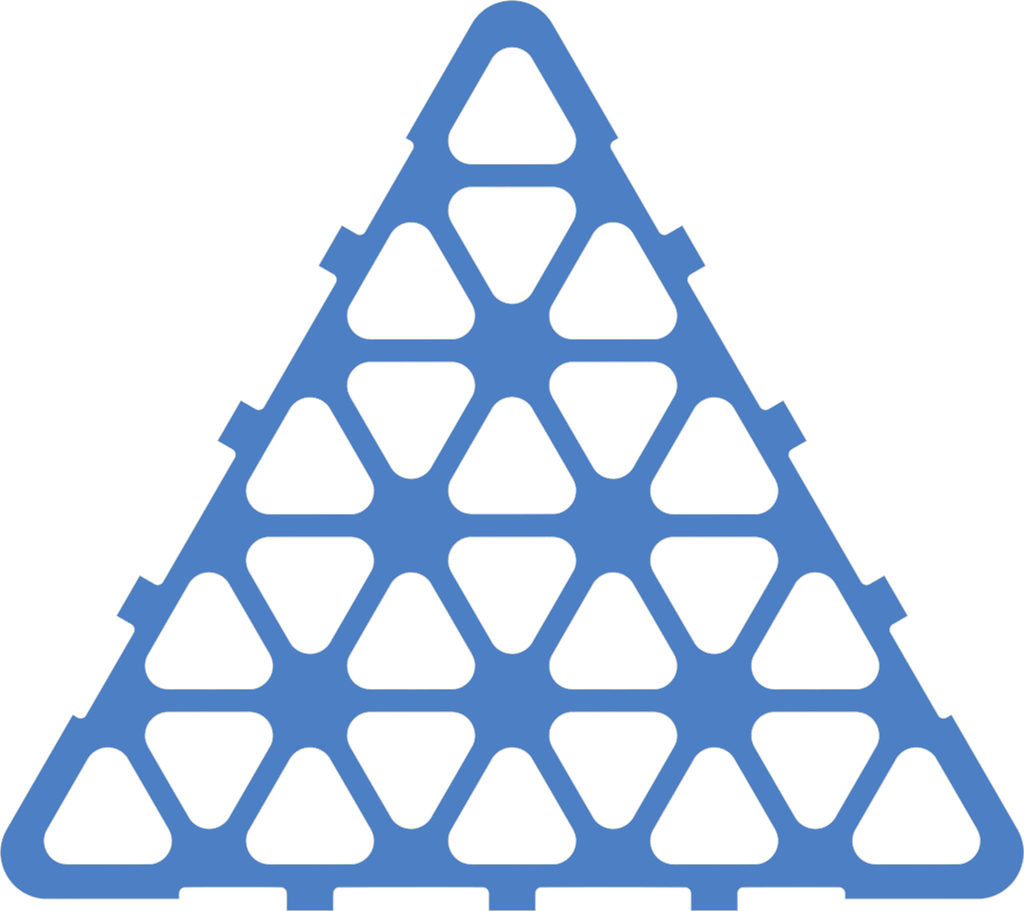
<source format=kicad_pcb>
(kicad_pcb (version 20211014) (generator pcbnew)
  (layers (0 "F.Cu" signal) (31 "B.Cu" signal) (34 "B.Paste" user) (35 "F.Paste" user) (36 "B.SilkS" user "B.Silkscreen") (37 "F.SilkS" user "F.Silkscreen") (38 "B.Mask" user) (39 "F.Mask" user) (44 "Edge.Cuts" user))
  (net 0 "")
  (footprint "TMPCB:top and middle" (layer "F.Cu") (at 146.05 84.836)
    (fp_text reference "Ref**" hide)
    (fp_text value "Val**" hide)
    (fp_poly (pts (xy 0.378506 -62.821919) (xy 0.887321 -62.759663) (xy 1.386631 -62.657461) (xy 1.874207 -62.516218) (xy 2.347821 -62.336835) (xy 2.805241 -62.120217) (xy 3.244241 -61.867266) (xy 3.662589 -61.578886) (xy 4.058057 -61.25598) (xy 4.272677 -61.056533) (xy 4.524552 -60.797579) (xy 4.757068 -60.528709) (xy 4.976771 -60.24147) (xy 5.190212 -59.927409) (xy 5.359314 -59.653758) (xy 5.389989 -59.601661) (xy 5.440171 -59.515712) (xy 5.509021 -59.397367) (xy 5.595699 -59.248081) (xy 5.699365 -59.069309) (xy 5.819179 -58.862507) (xy 5.954302 -58.62913) (xy 6.103894 -58.370633) (xy 6.267116 -58.088472) (xy 6.443126 -57.784102) (xy 6.631086 -57.458979) (xy 6.830156 -57.114558) (xy 7.039495 -56.752294) (xy 7.258265 -56.373643) (xy 7.485626 -55.98006) (xy 7.720737 -55.573001) (xy 7.962759 -55.153921) (xy 8.210852 -54.724275) (xy 8.464176 -54.285519) (xy 8.721892 -53.839108) (xy 8.98316 -53.386497) (xy 9.24714 -52.929142) (xy 9.512992 -52.468499) (xy 9.779877 -52.006022) (xy 10.046954 -51.543168) (xy 10.313384 -51.081391) (xy 10.578327 -50.622147) (xy 10.840944 -50.166891) (xy 11.100394 -49.717078) (xy 11.355839 -49.274165) (xy 11.606437 -48.839606) (xy 11.851349 -48.414857) (xy 12.089736 -48.001373) (xy 12.320758 -47.60061) (xy 12.543575 -47.214022) (xy 12.757347 -46.843066) (xy 12.961234 -46.489197) (xy 13.154397 -46.15387) (xy 13.335996 -45.838541) (xy 13.50519 -45.544664) (xy 13.661142 -45.273696) (xy 13.803009 -45.027092) (xy 13.929954 -44.806306) (xy 14.041135 -44.612795) (xy 14.135714 -44.448014) (xy 14.21285 -44.313419) (xy 14.271704 -44.210464) (xy 14.311435 -44.140605) (xy 14.331205 -44.105297) (xy 14.333365 -44.101074) (xy 14.316601 -44.084547) (xy 14.268533 -44.050623) (xy 14.194653 -44.002837) (xy 14.100453 -43.944722) (xy 13.991424 -43.879814) (xy 13.971606 -43.868241) (xy 13.837543 -43.787961) (xy 13.716906 -43.711471) (xy 13.616302 -43.643192) (xy 13.542337 -43.587545) (xy 13.512429 -43.561) (xy 13.402045 -43.422633) (xy 13.324418 -43.265163) (xy 13.281436 -43.096301) (xy 13.27499 -42.923758) (xy 13.306966 -42.755244) (xy 13.31158 -42.741167) (xy 13.32646 -42.710231) (xy 13.362089 -42.643562) (xy 13.417967 -42.542037) (xy 13.49359 -42.406534) (xy 13.588457 -42.237932) (xy 13.702065 -42.037109) (xy 13.833911 -41.804943) (xy 13.983495 -41.542313) (xy 14.150313 -41.250096) (xy 14.333863 -40.929171) (xy 14.533643 -40.580417) (xy 14.74915 -40.20471) (xy 14.979883 -39.80293) (xy 15.225339 -39.375954) (xy 15.485017 -38.924662) (xy 15.758413 -38.449931) (xy 16.045025 -37.952639) (xy 16.344352 -37.433664) (xy 16.621223 -36.953933) (xy 16.942045 -36.398286) (xy 17.242412 -35.87823) (xy 17.522971 -35.392655) (xy 17.784372 -34.940454) (xy 18.027262 -34.520519) (xy 18.252289 -34.131742) (xy 18.460101 -33.773015) (xy 18.651348 -33.44323) (xy 18.826676 -33.141278) (xy 18.986735 -32.866052) (xy 19.132171 -32.616443) (xy 19.263635 -32.391344) (xy 19.381773 -32.189647) (xy 19.487234 -32.010243) (xy 19.580666 -31.852024) (xy 19.662717 -31.713883) (xy 19.734036 -31.594711) (xy 19.79527 -31.4934) (xy 19.847068 -31.408843) (xy 19.890078 -31.33993) (xy 19.924949 -31.285555) (xy 19.952327 -31.244609) (xy 19.972863 -31.215983) (xy 19.987203 -31.198571) (xy 19.989193 -31.196526) (xy 20.133369 -31.081505) (xy 20.293875 -31.002502) (xy 20.464744 -30.960504) (xy 20.64001 -30.956499) (xy 20.813708 -30.991474) (xy 20.932493 -31.04035) (xy 20.969038 -31.060181) (xy 21.038429 -31.099074) (xy 21.136884 -31.154866) (xy 21.260619 -31.225396) (xy 21.405854 -31.3085) (xy 21.568804 -31.402018) (xy 21.745689 -31.503785) (xy 21.932724 -31.61164) (xy 22.019157 -31.661563) (xy 22.23468 -31.786062) (xy 22.416531 -31.890879) (xy 22.567671 -31.977543) (xy 22.691065 -32.047584) (xy 22.789675 -32.10253) (xy 22.866464 -32.143912) (xy 22.924396 -32.173258) (xy 22.966432 -32.192097) (xy 22.995538 -32.20196) (xy 23.014674 -32.204374) (xy 23.026805 -32.20087) (xy 23.034894 -32.192977) (xy 23.038482 -32.187652) (xy 23.058805 -32.153953) (xy 23.098205 -32.086982) (xy 23.155259 -31.989211) (xy 23.228545 -31.863112) (xy 23.316639 -31.711159) (xy 23.41812 -31.535824) (xy 23.531563 -31.33958) (xy 23.655548 -31.124901) (xy 23.78865 -30.894259) (xy 23.929447 -30.650127) (xy 24.076516 -30.394978) (xy 24.228435 -30.131285) (xy 24.383781 -29.861521) (xy 24.541131 -29.588158) (xy 24.699063 -29.31367) (xy 24.856153 -29.040529) (xy 25.010979 -28.771209) (xy 25.162118 -28.508182) (xy 25.308147 -28.253922) (xy 25.447644 -28.0109) (xy 25.579186 -27.78159) (xy 25.70135 -27.568466) (xy 25.812713 -27.373999) (xy 25.911854 -27.200662) (xy 25.997348 -27.05093) (xy 26.067773 -26.927274) (xy 26.121707 -26.832167) (xy 26.157726 -26.768083) (xy 26.174409 -26.737494) (xy 26.175422 -26.735263) (xy 26.166681 -26.721509) (xy 26.135457 -26.69613) (xy 26.079911 -26.658003) (xy 25.998207 -26.606005) (xy 25.888508 -26.539011) (xy 25.748975 -26.455899) (xy 25.577773 -26.355544) (xy 25.373063 -26.236824) (xy 25.154453 -26.11093) (xy 24.884902 -25.955348) (xy 24.650577 -25.818505) (xy 24.45182 -25.700608) (xy 24.288972 -25.601865) (xy 24.162375 -25.522483) (xy 24.072368 -25.46267) (xy 24.019295 -25.422631) (xy 24.015958 -25.419655) (xy 23.896773 -25.283449) (xy 23.813295 -25.128334) (xy 23.766729 -24.959933) (xy 23.758279 -24.783868) (xy 23.789151 -24.60576) (xy 23.821641 -24.513004) (xy 23.835378 -24.487021) (xy 23.869627 -24.42555) (xy 23.923717 -24.329756) (xy 23.996979 -24.200805) (xy 24.088743 -24.039861) (xy 24.198337 -23.848091) (xy 24.325093 -23.626658) (xy 24.468339 -23.376729) (xy 24.627406 -23.099468) (xy 24.801624 -22.79604) (xy 24.990322 -22.467611) (xy 25.19283 -22.115346) (xy 25.408479 -21.74041) (xy 25.636597 -21.343968) (xy 25.876516 -20.927186) (xy 26.127564 -20.491228) (xy 26.389071 -20.037259) (xy 26.660369 -19.566446) (xy 26.940785 -19.079952) (xy 27.229651 -18.578944) (xy 27.526296 -18.064586) (xy 27.83005 -17.538043) (xy 28.140242 -17.000481) (xy 28.456203 -16.453065) (xy 28.741056 -15.959667) (xy 29.164786 -15.225897) (xy 29.567705 -14.52837) (xy 29.950083 -13.866617) (xy 30.312192 -13.240172) (xy 30.654305 -12.648567) (xy 30.976692 -12.091336) (xy 31.279626 -11.568011) (xy 31.563379 -11.078125) (xy 31.828221 -10.62121) (xy 32.074426 -10.196799) (xy 32.302264 -9.804426) (xy 32.512007 -9.443622) (xy 32.703927 -9.113921) (xy 32.878297 -8.814856) (xy 33.035387 -8.545959) (xy 33.175469 -8.306762) (xy 33.298815 -8.0968) (xy 33.405698 -7.915604) (xy 33.496388 -7.762707) (xy 33.571157 -7.637642) (xy 33.630277 -7.539943) (xy 33.674021 -7.46914) (xy 33.702658 -7.424768) (xy 33.714974 -7.407875) (xy 33.848825 -7.288065) (xy 34.0073 -7.202645) (xy 34.19017 -7.151731) (xy 34.218619 -7.147231) (xy 34.273383 -7.14004) (xy 34.324179 -7.136092) (xy 34.374226 -7.136818) (xy 34.426742 -7.14365) (xy 34.484944 -7.15802) (xy 34.55205 -7.18136) (xy 34.631279 -7.215103) (xy 34.725849 -7.260678) (xy 34.838977 -7.31952) (xy 34.973882 -7.393058) (xy 35.133781 -7.482726) (xy 35.321893 -7.589956) (xy 35.541435 -7.716178) (xy 35.690512 -7.802158) (xy 35.882841 -7.912908) (xy 36.064444 -8.017025) (xy 36.231977 -8.112623) (xy 36.382096 -8.197813) (xy 36.511456 -8.270711) (xy 36.616712 -8.329428) (xy 36.69452 -8.372079) (xy 36.741534 -8.396776) (xy 36.754542 -8.402384) (xy 36.767116 -8.38436) (xy 36.79936 -8.33208) (xy 36.849856 -8.247996) (xy 36.917186 -8.134558) (xy 36.999931 -7.994217) (xy 37.096674 -7.829425) (xy 37.205996 -7.642633) (xy 37.32648 -7.436292) (xy 37.456706 -7.212853) (xy 37.595258 -6.974767) (xy 37.740716 -6.724486) (xy 37.891664 -6.46446) (xy 38.046682 -6.19714) (xy 38.204353 -5.924979) (xy 38.363258 -5.650426) (xy 38.52198 -5.375933) (xy 38.6791 -5.103952) (xy 38.8332 -4.836933) (xy 38.982862 -4.577327) (xy 39.126669 -4.327586) (xy 39.263201 -4.090161) (xy 39.391041 -3.867502) (xy 39.508771 -3.662062) (xy 39.614973 -3.476291) (xy 39.708228 -3.31264) (xy 39.787118 -3.17356) (xy 39.850225 -3.061503) (xy 39.896132 -2.97892) (xy 39.92342 -2.928262) (xy 39.930916 -2.912141) (xy 39.913128 -2.897878) (xy 39.862107 -2.864701) (xy 39.781364 -2.814715) (xy 39.674413 -2.750028) (xy 39.544766 -2.672743) (xy 39.395935 -2.584967) (xy 39.231433 -2.488805) (xy 39.054773 -2.386364) (xy 39.029879 -2.371992) (xy 38.845844 -2.265792) (xy 38.668403 -2.163376) (xy 38.501855 -2.067228) (xy 38.350496 -1.979829) (xy 38.218627 -1.903662) (xy 38.110543 -1.841208) (xy 38.030544 -1.794951) (xy 37.983006 -1.767417) (xy 37.810346 -1.647866) (xy 37.676886 -1.512388) (xy 37.582547 -1.360847) (xy 37.52725 -1.193106) (xy 37.510917 -1.00903) (xy 37.513386 -0.953554) (xy 37.524104 -0.861521) (xy 37.541127 -0.773848) (xy 37.56077 -0.709513) (xy 37.560773 -0.709505) (xy 37.573727 -0.685549) (xy 37.60716 -0.626149) (xy 37.660375 -0.532517) (xy 37.732675 -0.405863) (xy 37.82336 -0.247401) (xy 37.931735 -0.058341) (xy 38.057101 0.160105) (xy 38.198761 0.406725) (xy 38.356017 0.680307) (xy 38.528171 0.97964) (xy 38.714527 1.303511) (xy 38.914385 1.650711) (xy 39.12705 2.020025) (xy 39.351823 2.410244) (xy 39.588006 2.820156) (xy 39.834903 3.248547) (xy 40.091815 3.694208) (xy 40.358045 4.155926) (xy 40.632895 4.63249) (xy 40.915668 5.122687) (xy 41.205665 5.625307) (xy 41.502191 6.139137) (xy 41.804546 6.662966) (xy 42.063532 7.111578) (xy 42.374125 7.64954) (xy 42.681191 8.181403) (xy 42.983953 8.705816) (xy 43.281629 9.221427) (xy 43.573439 9.726886) (xy 43.858603 10.22084) (xy 44.136342 10.701939) (xy 44.405875 11.16883) (xy 44.666422 11.620164) (xy 44.917202 12.054588) (xy 45.157437 12.47075) (xy 45.386346 12.8673) (xy 45.603148 13.242886) (xy 45.807064 13.596157) (xy 45.997314 13.925762) (xy 46.173117 14.230348) (xy 46.333693 14.508565) (xy 46.478263 14.759061) (xy 46.606047 14.980485) (xy 46.716263 15.171485) (xy 46.808132 15.330711) (xy 46.880875 15.45681) (xy 46.933711 15.548431) (xy 46.956005 15.587114) (xy 47.075248 15.793255) (xy 47.17662 15.965943) (xy 47.262821 16.108726) (xy 47.336552 16.225152) (xy 47.400513 16.318767) (xy 47.457406 16.393117) (xy 47.509929 16.451751) (xy 47.560785 16.498214) (xy 47.612673 16.536055) (xy 47.668294 16.568819) (xy 47.725401 16.597682) (xy 47.8009 16.631834) (xy 47.863463 16.652459) (xy 47.929282 16.662916) (xy 48.014549 16.666565) (xy 48.058916 16.666873) (xy 48.163851 16.664724) (xy 48.242165 16.65606) (xy 48.309389 16.638289) (xy 48.365833 16.615681) (xy 48.406128 16.595388) (xy 48.479189 16.556002) (xy 48.581172 16.499687) (xy 48.708235 16.428608) (xy 48.856534 16.344929) (xy 49.022225 16.250814) (xy 49.201466 16.148428) (xy 49.390412 16.039936) (xy 49.484952 15.985446) (xy 49.673562 15.877023) (xy 49.851462 15.775579) (xy 50.01524 15.683003) (xy 50.161481 15.601186) (xy 50.286774 15.532017) (xy 50.387705 15.477388) (xy 50.460861 15.439187) (xy 50.502829 15.419306) (xy 50.511535 15.416914) (xy 50.524617 15.43604) (xy 50.557324 15.489405) (xy 50.608236 15.574552) (xy 50.675935 15.689022) (xy 50.759002 15.830358) (xy 50.856018 15.996101) (xy 50.965564 16.183795) (xy 51.086221 16.39098) (xy 51.21657 16.615199) (xy 51.355192 16.853995) (xy 51.500668 17.104908) (xy 51.651579 17.365482) (xy 51.806507 17.633257) (xy 51.964031 17.905777) (xy 52.122734 18.180584) (xy 52.281197 18.455219) (xy 52.437999 18.727224) (xy 52.591723 18.994142) (xy 52.74095 19.253515) (xy 52.88426 19.502884) (xy 53.020235 19.739792) (xy 53.147455 19.961781) (xy 53.264502 20.166393) (xy 53.369957 20.35117) (xy 53.4624 20.513654) (xy 53.540413 20.651387) (xy 53.602577 20.761912) (xy 53.647473 20.842769) (xy 53.673682 20.891503) (xy 53.680233 20.905771) (xy 53.661674 20.919312) (xy 53.609712 20.951986) (xy 53.527654 21.001835) (xy 53.418802 21.0669) (xy 53.28646 21.145224) (xy 53.133933 21.234849) (xy 52.964524 21.333817) (xy 52.781537 21.44017) (xy 52.650678 21.515916) (xy 52.456324 21.628765) (xy 52.270229 21.73784) (xy 52.096153 21.84087) (xy 51.937856 21.935581) (xy 51.799098 22.019703) (xy 51.683638 22.090961) (xy 51.595237 22.147083) (xy 51.537655 22.185798) (xy 51.519865 22.199376) (xy 51.438485 22.283546) (xy 51.369279 22.388712) (xy 51.33716 22.451216) (xy 51.29737 22.538575) (xy 51.273986 22.607337) (xy 51.262708 22.675828) (xy 51.259232 22.762373) (xy 51.259094 22.783756) (xy 51.268003 22.936684) (xy 51.295272 23.058312) (xy 51.29625 23.061083) (xy 51.310037 23.088463) (xy 51.34406 23.150747) (xy 51.397328 23.246215) (xy 51.468846 23.373146) (xy 51.557623 23.52982) (xy 51.662665 23.714515) (xy 51.782979 23.925511) (xy 51.917572 24.161087) (xy 52.065453 24.419522) (xy 52.225627 24.699096) (xy 52.397101 24.998088) (xy 52.578884 25.314777) (xy 52.769982 25.647442) (xy 52.969402 25.994363) (xy 53.176152 26.353818) (xy 53.389238 26.724088) (xy 53.607667 27.10345) (xy 53.830447 27.490186) (xy 54.056585 27.882573) (xy 54.285088 28.278891) (xy 54.514964 28.67742) (xy 54.745218 29.076438) (xy 54.974859 29.474225) (xy 55.202893 29.869059) (xy 55.428327 30.259222) (xy 55.65017 30.64299) (xy 55.867427 31.018645) (xy 56.079106 31.384464) (xy 56.284214 31.738728) (xy 56.481759 32.079715) (xy 56.670747 32.405705) (xy 56.850185 32.714978) (xy 57.019081 33.005811) (xy 57.176441 33.276485) (xy 57.321273 33.525279) (xy 57.452585 33.750471) (xy 57.569382 33.950342) (xy 57.670672 34.123171) (xy 57.755463 34.267236) (xy 57.822762 34.380817) (xy 57.871574 34.462194) (xy 57.900909 34.509645) (xy 57.908603 34.520938) (xy 58.041016 34.654723) (xy 58.191542 34.750249) (xy 58.360073 34.807467) (xy 58.536416 34.82629) (xy 58.616815 34.82498) (xy 58.689218 34.817906) (xy 58.760242 34.802559) (xy 58.836503 34.77643) (xy 58.924617 34.737008) (xy 59.031203 34.681783) (xy 59.162876 34.608247) (xy 59.262658 34.550826) (xy 59.371934 34.488427) (xy 59.469046 34.434687) (xy 59.547964 34.392804) (xy 59.602655 34.365977) (xy 59.627087 34.357406) (xy 59.627262 34.357455) (xy 59.639633 34.376231) (xy 59.672282 34.430261) (xy 59.724376 34.518103) (xy 59.795085 34.638315) (xy 59.883577 34.789456) (xy 59.98902 34.970085) (xy 60.110583 35.178761) (xy 60.247434 35.414042) (xy 60.398741 35.674486) (xy 60.563672 35.958653) (xy 60.741397 36.2651) (xy 60.931083 36.592387) (xy 61.131899 36.939072) (xy 61.343013 37.303714) (xy 61.563593 37.684871) (xy 61.792809 38.081103) (xy 62.029827 38.490966) (xy 62.273817 38.913021) (xy 62.523947 39.345826) (xy 62.779386 39.78794) (xy 63.039301 40.23792) (xy 63.302861 40.694326) (xy 63.569234 41.155716) (xy 63.83759 41.620649) (xy 64.107095 42.087684) (xy 64.376919 42.555379) (xy 64.64623 43.022292) (xy 64.914196 43.486983) (xy 65.179985 43.94801) (xy 65.442767 44.403931) (xy 65.701709 44.853305) (xy 65.955979 45.294692) (xy 66.204747 45.726648) (xy 66.44718 46.147734) (xy 66.682447 46.556508) (xy 66.909716 46.951527) (xy 67.128155 47.331352) (xy 67.336934 47.69454) (xy 67.535219 48.03965) (xy 67.722181 48.365241) (xy 67.896986 48.669871) (xy 68.058803 48.952099) (xy 68.206802 49.210484) (xy 68.340149 49.443584) (xy 68.458013 49.649958) (xy 68.559564 49.828164) (xy 68.643969 49.976761) (xy 68.710396 50.094308) (xy 68.758014 50.179363) (xy 68.785991 50.230484) (xy 68.790478 50.239083) (xy 69.010056 50.715536) (xy 69.187854 51.198736) (xy 69.323858 51.688599) (xy 69.418052 52.185041) (xy 69.470422 52.687979) (xy 69.480952 53.197328) (xy 69.449627 53.713005) (xy 69.435913 53.837416) (xy 69.35562 54.336506) (xy 69.23656 54.824068) (xy 69.0804 55.298088) (xy 68.888809 55.756556) (xy 68.663453 56.197457) (xy 68.406 56.61878) (xy 68.118119 57.018512) (xy 67.801476 57.394642) (xy 67.457739 57.745156) (xy 67.088575 58.068042) (xy 66.695653 58.361289) (xy 66.28064 58.622883) (xy 65.845204 58.850812) (xy 65.391012 59.043063) (xy 65.017687 59.1691) (xy 64.698214 59.258309) (xy 64.3955 59.327523) (xy 64.093378 59.37972) (xy 63.775678 59.417879) (xy 63.574083 59.435036) (xy 63.524161 59.437134) (xy 63.432447 59.439128) (xy 63.298912 59.441016) (xy 63.123529 59.442799) (xy 62.90627 59.444476) (xy 62.647107 59.446049) (xy 62.346012 59.447516) (xy 62.002958 59.448879) (xy 61.617916 59.450137) (xy 61.19086 59.451289) (xy 60.721761 59.452337) (xy 60.210591 59.453281) (xy 59.657323 59.454119) (xy 59.061929 59.454854) (xy 58.424381 59.455483) (xy 57.744652 59.456008) (xy 57.022713 59.456429) (xy 56.258536 59.456745) (xy 55.452095 59.456957) (xy 54.603361 59.457065) (xy 54.202541 59.45708) (xy 45.127333 59.457166) (xy 45.127333 59.027697) (xy 45.125968 58.845554) (xy 45.121099 58.698899) (xy 45.111567 58.580953) (xy 45.096212 58.484935) (xy 45.073875 58.404065) (xy 45.043396 58.331563) (xy 45.003615 58.260649) (xy 44.993359 58.244369) (xy 44.876266 58.098244) (xy 44.734105 57.986149) (xy 44.567539 57.908501) (xy 44.391218 57.867552) (xy 44.35672 57.865739) (xy 44.280995 57.864034) (xy 44.165149 57.862439) (xy 44.010287 57.860957) (xy 43.817516 57.859591) (xy 43.587942 57.858341) (xy 43.322669 57.857211) (xy 43.022805 57.856203) (xy 42.689456 57.85532) (xy 42.323726 57.854562) (xy 41.926723 57.853934) (xy 41.499552 57.853436) (xy 41.043318 57.853072) (xy 40.559129 57.852843) (xy 40.04809 57.852752) (xy 39.511306 57.852801) (xy 38.949884 57.852993) (xy 38.36493 57.853329) (xy 37.75755 57.853812) (xy 37.729583 57.853837) (xy 37.100709 57.854427) (xy 36.512799 57.855018) (xy 35.964483 57.855618) (xy 35.454392 57.856234) (xy 34.981156 57.856876) (xy 34.543407 57.85755) (xy 34.139773 57.858264) (xy 33.768886 57.859027) (xy 33.429377 57.859846) (xy 33.119875 57.860729) (xy 32.839011 57.861683) (xy 32.585416 57.862718) (xy 32.357721 57.86384) (xy 32.154555 57.865058) (xy 31.974549 57.866379) (xy 31.816334 57.867811) (xy 31.67854 57.869362) (xy 31.559798 57.87104) (xy 31.458738 57.872853) (xy 31.373991 57.874809) (xy 31.304187 57.876915) (xy 31.247956 57.879179) (xy 31.20393 57.88161) (xy 31.170738 57.884215) (xy 31.147011 57.887001) (xy 31.13138 57.889978) (xy 31.125583 57.891757) (xy 30.946214 57.976168) (xy 30.800902 58.082815) (xy 30.685359 58.215992) (xy 30.595297 58.379996) (xy 30.566697 58.45175) (xy 30.559964 58.476561) (xy 30.554134 58.51353) (xy 30.549113 58.565817) (xy 30.544809 58.63658) (xy 30.541131 58.728979) (xy 30.537985 58.846174) (xy 30.53528 58.991323) (xy 30.532922 59.167585) (xy 30.530819 59.378121) (xy 30.52888 59.626089) (xy 30.527847 59.779958) (xy 30.519871 61.0235) (xy 24.172333 61.0235) (xy 24.171907 59.875208) (xy 24.171472 59.653944) (xy 24.170379 59.441752) (xy 24.168696 59.243098) (xy 24.166493 59.06245) (xy 24.163838 58.904274) (xy 24.1608 58.773036) (xy 24.157447 58.673203) (xy 24.153849 58.609241) (xy 24.152181 58.593438) (xy 24.105417 58.405293) (xy 24.023349 58.240184) (xy 23.906849 58.09916) (xy 23.756789 57.983271) (xy 23.574041 57.893566) (xy 23.569083 57.891676) (xy 23.559106 57.889137) (xy 23.542191 57.88673) (xy 23.517224 57.884448) (xy 23.483089 57.882289) (xy 23.438671 57.880248) (xy 23.382856 57.87832) (xy 23.314528 57.876501) (xy 23.232574 57.874788) (xy 23.135877 57.873175) (xy 23.023324 57.871658) (xy 22.8938 57.870233) (xy 22.746188 57.868896) (xy 22.579376 57.867642) (xy 22.392248 57.866467) (xy 22.183688 57.865367) (xy 21.952583 57.864338) (xy 21.697817 57.863374) (xy 21.418276 57.862473) (xy 21.112844 57.861629) (xy 20.780407 57.860839) (xy 20.419851 57.860097) (xy 20.030059 57.8594) (xy 19.609918 57.858744) (xy 19.158312 57.858124) (xy 18.674127 57.857535) (xy 18.156247 57.856974) (xy 17.603559 57.856436) (xy 17.014946 57.855917) (xy 16.389295 57.855412) (xy 15.725491 57.854918) (xy 15.022418 57.85443) (xy 14.278962 57.853943) (xy 13.694833 57.853577) (xy 12.829848 57.853083) (xy 12.006823 57.852694) (xy 11.225387 57.852412) (xy 10.485165 57.852236) (xy 9.785787 57.852167) (xy 9.126878 57.852206) (xy 8.508066 57.852354) (xy 7.928979 57.852611) (xy 7.389244 57.852977) (xy 6.888488 57.853453) (xy 6.426338 57.854041) (xy 6.002423 57.85474) (xy 5.616368 57.855551) (xy 5.267803 57.856474) (xy 4.956353 57.857511) (xy 4.681647 57.858662) (xy 4.443311 57.859927) (xy 4.240973 57.861308) (xy 4.074261 57.862804) (xy 3.942801 57.864416) (xy 3.846221 57.866146) (xy 3.784148 57.867993) (xy 3.757083 57.869814) (xy 3.574433 57.917323) (xy 3.412194 57.999729) (xy 3.274208 58.113243) (xy 3.164316 58.254076) (xy 3.086359 58.418441) (xy 3.048952 58.568166) (xy 3.04423 58.619893) (xy 3.03996 58.710631) (xy 3.036199 58.837059) (xy 3.033003 58.995858) (xy 3.030428 59.183707) (xy 3.02853 59.397286) (xy 3.027367 59.633275) (xy 3.026993 59.864625) (xy 3.026833 61.0235) (xy -3.343373 61.0235) (xy -3.354917 58.472916) (xy -3.414151 58.345916) (xy -3.509563 58.189889) (xy -3.635997 58.059902) (xy -3.788705 57.959362) (xy -3.962936 57.891673) (xy -4.081641 57.867425) (xy -4.113457 57.86597) (xy -4.186678 57.864581) (xy -4.300374 57.863262) (xy -4.453616 57.862013) (xy -4.645476 57.860835) (xy -4.875024 57.85973) (xy -5.141332 57.858699) (xy -5.443471 57.857743) (xy -5.780511 57.856864) (xy -6.151524 57.856063) (xy -6.555581 57.855341) (xy -6.991753 57.8547) (xy -7.45911 57.854141) (xy -7.956724 57.853665) (xy -8.483667 57.853273) (xy -9.039008 57.852967) (xy -9.62182 57.852748) (xy -10.231173 57.852618) (xy -10.866137 57.852577) (xy -11.525786 57.852627) (xy -12.209188 57.852769) (xy -12.915416 57.853005) (xy -13.64354 57.853336) (xy -14.00175 57.85353) (xy -14.772699 57.853976) (xy -15.502448 57.854418) (xy -16.192129 57.85486) (xy -16.842875 57.855307) (xy -17.455819 57.855764) (xy -18.032094 57.856235) (xy -18.572834 57.856725) (xy -19.07917 57.857238) (xy -19.552236 57.857779) (xy -19.993165 57.858351) (xy -20.403089 57.858961) (xy -20.783142 57.859613) (xy -21.134456 57.86031) (xy -21.458164 57.861058) (xy -21.755399 57.861861) (xy -22.027294 57.862723) (xy -22.274982 57.86365) (xy -22.499596 57.864646) (xy -22.702268 57.865715) (xy -22.884132 57.866862) (xy -23.04632 57.868091) (xy -23.189965 57.869408) (xy -23.316201 57.870816) (xy -23.426159 57.87232) (xy -23.520974 57.873925) (xy -23.601777 57.875635) (xy -23.669702 57.877455) (xy -23.725882 57.879389) (xy -23.771449 57.881442) (xy -23.807536 57.883619) (xy -23.835277 57.885924) (xy -23.855803 57.888361) (xy -23.870249 57.890936) (xy -23.878701 57.893273) (xy -24.046658 57.973322) (xy -24.195088 58.086728) (xy -24.317295 58.227148) (xy -24.406579 58.388237) (xy -24.409957 58.396469) (xy -24.419969 58.421901) (xy -24.4285 58.447047) (xy -24.435687 58.475384) (xy -24.441669 58.510392) (xy -24.446584 58.555549) (xy -24.450569 58.614334) (xy -24.453763 58.690225) (xy -24.456302 58.7867) (xy -24.458327 58.907239) (xy -24.459973 59.055321) (xy -24.461379 59.234423) (xy -24.462683 59.448024) (xy -24.464023 59.699604) (xy -24.464383 59.769375) (xy -24.470834 61.0235) (xy -30.838568 61.0235) (xy -30.844492 59.748208) (xy -30.850417 58.472916) (xy -30.90748 58.351152) (xy -31.004533 58.192303) (xy -31.132134 58.060161) (xy -31.285343 57.958343) (xy -31.459225 57.89047) (xy -31.566161 57.868291) (xy -31.599348 57.866546) (xy -31.672867 57.864886) (xy -31.784713 57.863312) (xy -31.932884 57.861822) (xy -32.115378 57.860417) (xy -32.330191 57.859098) (xy -32.575321 57.857863) (xy -32.848766 57.856713) (xy -33.148522 57.855648) (xy -33.472587 57.854668) (xy -33.818958 57.853773) (xy -34.185633 57.852963) (xy -34.570608 57.852237) (xy -34.971882 57.851597) (xy -35.38745 57.851041) (xy -35.815311 57.850569) (xy -36.253462 57.850183) (xy -36.699901 57.849881) (xy -37.152623 57.849664) (xy -37.609628 57.849531) (xy -38.068911 57.849483) (xy -38.528471 57.84952) (xy -38.986304 57.849641) (xy -39.440409 57.849846) (xy -39.888781 57.850136) (xy -40.329419 57.850511) (xy -40.76032 57.85097) (xy -41.17948 57.851513) (xy -41.584899 57.852141) (xy -41.974571 57.852853) (xy -42.346496 57.853649) (xy -42.69867 57.85453) (xy -43.02909 57.855495) (xy -43.335755 57.856545) (xy -43.61666 57.857678) (xy -43.869803 57.858896) (xy -44.093183 57.860198) (xy -44.284795 57.861584) (xy -44.442637 57.863054) (xy -44.564707 57.864608) (xy -44.649002 57.866247) (xy -44.693519 57.867969) (xy -44.698532 57.868459) (xy -44.877259 57.91409) (xy -45.040709 57.994645) (xy -45.182618 58.105578) (xy -45.296724 58.242346) (xy -45.353366 58.343703) (xy -45.372372 58.385779) (xy -45.386921 58.423407) (xy -45.397696 58.463) (xy -45.405377 58.510968) (xy -45.410647 58.573723) (xy -45.414188 58.657676) (xy -45.41668 58.76924) (xy -45.418806 58.914825) (xy -45.419465 58.965369) (xy -45.425846 59.457822) (xy -54.690465 59.451253) (xy -55.44265 59.45073) (xy -56.153713 59.450251) (xy -56.824866 59.449801) (xy -57.457321 59.449368) (xy -58.052288 59.448938) (xy -58.610981 59.448497) (xy -59.13461 59.448033) (xy -59.624386 59.447532) (xy -60.081523 59.446981) (xy -60.50723 59.446367) (xy -60.90272 59.445675) (xy -61.269205 59.444894) (xy -61.607896 59.44401) (xy -61.920004 59.443009) (xy -62.206741 59.441878) (xy -62.46932 59.440604) (xy -62.708951 59.439173) (xy -62.926845 59.437573) (xy -63.124216 59.43579) (xy -63.302273 59.43381) (xy -63.46223 59.431621) (xy -63.605297 59.429208) (xy -63.732686 59.42656) (xy -63.845609 59.423662) (xy -63.945277 59.420501) (xy -64.032902 59.417065) (xy -64.109695 59.413338) (xy -64.176869 59.409309) (xy -64.235634 59.404964) (xy -64.287203 59.40029) (xy -64.332786 59.395274) (xy -64.373596 59.389901) (xy -64.410845 59.384159) (xy -64.445743 59.378035) (xy -64.479502 59.371515) (xy -64.513334 59.364586) (xy -64.548451 59.357235) (xy -64.586064 59.349449) (xy -64.621834 59.342295) (xy -65.134075 59.221852) (xy -65.62523 59.064879) (xy -66.096583 58.870786) (xy -66.54942 58.638982) (xy -66.985027 58.368876) (xy -67.394667 58.067853) (xy -67.487655 57.989488) (xy -67.601337 57.886671) (xy -67.728383 57.766679) (xy -67.861465 57.636791) (xy -67.993253 57.504286) (xy -68.116419 57.376443) (xy -68.223635 57.260538) (xy -68.30757 57.163852) (xy -68.318876 57.15) (xy -68.634282 56.729109) (xy -68.910273 56.296623) (xy -69.147858 55.85016) (xy -69.348049 55.387337) (xy -69.511857 54.905775) (xy -69.640291 54.40309) (xy -69.734362 53.876902) (xy -69.747068 53.7845) (xy -69.759453 53.656613) (xy -69.768095 53.496179) (xy -69.773064 53.312811) (xy -69.774431 53.116124) (xy -69.772263 52.915731) (xy -69.766631 52.721246) (xy -69.757604 52.542283) (xy -69.745252 52.388456) (xy -69.736438 52.313416) (xy -69.649119 51.809326) (xy -69.559394 51.452501) (xy -63.805481 51.452501) (xy -63.800964 51.716828) (xy -63.777411 51.970443) (xy -63.747367 52.144083) (xy -63.650306 52.499825) (xy -63.517542 52.836678) (xy -63.351261 53.152459) (xy -63.153649 53.444989) (xy -62.926893 53.712084) (xy -62.67318 53.951564) (xy -62.394697 54.161248) (xy -62.09363 54.338955) (xy -61.772166 54.482502) (xy -61.432491 54.589709) (xy -61.256334 54.629037) (xy -61.155726 54.647898) (xy -61.062845 54.664282) (xy -60.990399 54.675998) (xy -60.96 54.680105) (xy -60.93277 54.680786) (xy -60.864945 54.681434) (xy -60.758262 54.682048) (xy -60.61446 54.682627) (xy -60.435276 54.683168) (xy -60.222449 54.683669) (xy -59.977716 54.68413) (xy -59.702816 54.684549) (xy -59.399486 54.684923) (xy -59.069465 54.685251) (xy -58.71449 54.685532) (xy -58.336299 54.685764) (xy -57.936631 54.685944) (xy -57.517223 54.686072) (xy -57.079813 54.686146) (xy -56.626139 54.686164) (xy -56.15794 54.686124) (xy -55.676953 54.686024) (xy -55.184916 54.685864) (xy -55.065084 54.685816) (xy -49.24425 54.683407) (xy -48.999041 54.626294) (xy -48.633184 54.520551) (xy -48.290156 54.379875) (xy -47.971509 54.205842) (xy -47.678798 54.000027) (xy -47.413573 53.764007) (xy -47.177389 53.499356) (xy -46.971797 53.207651) (xy -46.798351 52.890468) (xy -46.658604 52.549381) (xy -46.554108 52.185966) (xy -46.542402 52.1335) (xy -46.517357 51.97971) (xy -46.500633 51.797562) (xy -46.493416 51.625364) (xy -36.308587 51.625364) (xy -36.2756 51.982045) (xy -36.201729 52.333657) (xy -36.087448 52.677937) (xy -35.933229 53.012626) (xy -35.744173 53.328581) (xy -35.648224 53.457258) (xy -35.525988 53.599591) (xy -35.386757 53.746293) (xy -35.239823 53.888078) (xy -35.094477 54.015661) (xy -34.960011 54.119754) (xy -34.935584 54.136704) (xy -34.637062 54.315368) (xy -34.315806 54.463514) (xy -33.980408 54.57797) (xy -33.639456 54.655563) (xy -33.4645 54.680105) (xy -33.43727 54.680787) (xy -33.369445 54.681439) (xy -33.262762 54.682059) (xy -33.11896 54.682645) (xy -32.939776 54.683196) (xy -32.726949 54.68371) (xy -32.482216 54.684185) (xy -32.207316 54.684619) (xy -31.903986 54.685011) (xy -31.573965 54.685358) (xy -31.21899 54.685659) (xy -30.840799 54.685912) (xy -30.441131 54.686116) (xy -30.021723 54.686268) (xy -29.584313 54.686367) (xy -29.130639 54.686411) (xy -28.66244 54.686398) (xy -28.181453 54.686327) (xy -27.689416 54.686195) (xy -27.569584 54.686154) (xy -21.74875 54.684083) (xy -21.505334 54.62691) (xy -21.20009 54.54374) (xy -20.924177 54.443046) (xy -20.666554 54.320037) (xy -20.41618 54.169923) (xy -20.35175 54.126443) (xy -20.06781 53.905175) (xy -19.811995 53.653019) (xy -19.585945 53.372111) (xy -19.391298 53.064586) (xy -19.229694 52.73258) (xy -19.174028 52.591666) (xy -19.078904 52.278628) (xy -19.017037 51.94871) (xy -18.989361 51.611911) (xy -18.992875 51.45446) (xy -8.810338 51.45446) (xy -8.797862 51.80689) (xy -8.746123 52.157341) (xy -8.655118 52.502235) (xy -8.52484 52.837998) (xy -8.472112 52.948416) (xy -8.310527 53.228834) (xy -8.11461 53.497697) (xy -7.890318 53.749002) (xy -7.643611 53.976747) (xy -7.380444 54.174926) (xy -7.106777 54.337537) (xy -7.08025 54.351016) (xy -6.830472 54.460889) (xy -6.556909 54.554641) (xy -6.27666 54.627129) (xy -6.011334 54.672658) (xy -5.978648 54.674074) (xy -5.905392 54.675435) (xy -5.793329 54.676734) (xy -5.644222 54.677969) (xy -5.459834 54.679135) (xy -5.241929 54.680229) (xy -4.992268 54.681247) (xy -4.712617 54.682184) (xy -4.404737 54.683037) (xy -4.070391 54.683802) (xy -3.711344 54.684474) (xy -3.329357 54.685051) (xy -2.926195 54.685527) (xy -2.50362 54.685899) (xy -2.063395 54.686163) (xy -1.607283 54.686316) (xy -1.137049 54.686352) (xy -0.654453 54.686269) (xy -0.161261 54.686062) (xy -0.052917 54.686) (xy 5.767916 54.682527) (xy 6.000958 54.626557) (xy 6.305493 54.542011) (xy 6.581126 54.440124) (xy 6.839445 54.315901) (xy 7.092042 54.164349) (xy 7.126106 54.141678) (xy 7.405781 53.928222) (xy 7.659136 53.683035) (xy 7.884265 53.408972) (xy 8.07926 53.108887) (xy 8.242217 52.785635) (xy 8.371227 52.442068) (xy 8.446284 52.16525) (xy 8.469821 52.035916) (xy 8.487132 51.87958) (xy 8.498864 51.689821) (xy 8.501752 51.614916) (xy 8.504768 51.506318) (xy 18.686588 51.506318) (xy 18.704148 51.860193) (xy 18.76126 52.211155) (xy 18.858139 52.555094) (xy 18.879602 52.615356) (xy 19.020876 52.939076) (xy 19.19927 53.246508) (xy 19.41144 53.53381) (xy 19.654045 53.797143) (xy 19.923742 54.032663) (xy 20.217189 54.236531) (xy 20.363969 54.321191) (xy 20.593011 54.430008) (xy 20.848676 54.525489) (xy 21.116152 54.602987) (xy 21.380629 54.657855) (xy 21.484166 54.672658) (xy 21.516852 54.674074) (xy 21.590108 54.675434) (xy 21.702171 54.676733) (xy 21.851278 54.677966) (xy 22.035666 54.679131) (xy 22.253571 54.680224) (xy 22.503232 54.681239) (xy 22.782883 54.682174) (xy 23.090763 54.683025) (xy 23.425109 54.683787) (xy 23.784156 54.684457) (xy 24.166143 54.68503) (xy 24.569305 54.685503) (xy 24.99188 54.685872) (xy 25.432105 54.686133) (xy 25.888216 54.686282) (xy 26.358451 54.686314) (xy 26.841047 54.686227) (xy 27.334239 54.686016) (xy 27.442583 54.685954) (xy 33.263416 54.682435) (xy 33.49625 54.626941) (xy 33.837875 54.53069) (xy 34.148262 54.411006) (xy 34.43339 54.26463) (xy 34.699235 54.088306) (xy 34.951777 53.878775) (xy 35.061535 53.773916) (xy 35.311854 53.496902) (xy 35.52409 53.201476) (xy 35.698175 52.887764) (xy 35.834041 52.555889) (xy 35.93162 52.205976) (xy 35.938547 52.173479) (xy 35.967062 52.028123) (xy 35.986592 51.904172) (xy 35.998612 51.786397) (xy 36.004597 51.659564) (xy 36.00602 51.508444) (xy 36.005907 51.477736) (xy 35.999042 51.366345) (xy 46.187943 51.366345) (xy 46.189066 51.487369) (xy 46.19205 51.604333) (xy 46.199782 51.790095) (xy 46.211423 51.942129) (xy 46.227795 52.068926) (xy 46.246514 52.16525) (xy 46.349705 52.530185) (xy 46.487065 52.870487) (xy 46.659303 53.187456) (xy 46.86713 53.482392) (xy 47.111255 53.756596) (xy 47.119333 53.764701) (xy 47.393646 54.009721) (xy 47.690333 54.219156) (xy 48.00739 54.392035) (xy 48.342814 54.527383) (xy 48.694602 54.624227) (xy 48.99025 54.673786) (xy 49.022025 54.675085) (xy 49.094375 54.67633) (xy 49.205541 54.677519) (xy 49.353763 54.678647) (xy 49.537282 54.679712) (xy 49.754341 54.680709) (xy 50.003179 54.681636) (xy 50.282038 54.682488) (xy 50.589159 54.683262) (xy 50.922784 54.683954) (xy 51.281152 54.684561) (xy 51.662506 54.685079) (xy 52.065086 54.685505) (xy 52.487133 54.685834) (xy 52.92689 54.686065) (xy 53.382595 54.686192) (xy 53.852492 54.686213) (xy 54.33482 54.686123) (xy 54.827821 54.68592) (xy 54.938083 54.685859) (xy 60.758916 54.68251) (xy 60.99175 54.626979) (xy 61.335626 54.52994) (xy 61.648237 54.409139) (xy 61.935273 54.261462) (xy 62.202427 54.083793) (xy 62.455388 53.873019) (xy 62.568666 53.763974) (xy 62.818212 53.485059) (xy 63.029808 53.187822) (xy 63.20299 52.873378) (xy 63.337298 52.542846) (xy 63.432269 52.197342) (xy 63.487443 51.837984) (xy 63.502692 51.504252) (xy 63.48117 51.141811) (xy 63.41892 50.7908) (xy 63.315797 50.450596) (xy 63.183317 50.143833) (xy 63.16319 50.106297) (xy 63.123003 50.03416) (xy 63.063839 49.929301) (xy 62.986785 49.793597) (xy 62.892924 49.628927) (xy 62.78334 49.437169) (xy 62.659119 49.220201) (xy 62.521344 48.979901) (xy 62.371101 48.718148) (xy 62.209473 48.43682) (xy 62.037545 48.137794) (xy 61.856402 47.822949) (xy 61.667127 47.494164) (xy 61.470807 47.153316) (xy 61.268524 46.802284) (xy 61.061364 46.442945) (xy 60.85041 46.077179) (xy 60.636749 45.706863) (xy 60.421463 45.333875) (xy 60.205637 44.960094) (xy 59.990357 44.587397) (xy 59.776706 44.217664) (xy 59.565769 43.852772) (xy 59.35863 43.494599) (xy 59.156374 43.145024) (xy 58.960085 42.805924) (xy 58.770848 42.479179) (xy 58.589747 42.166665) (xy 58.417867 41.870262) (xy 58.256292 41.591848) (xy 58.106107 41.3333) (xy 57.968397 41.096497) (xy 57.844244 40.883317) (xy 57.734735 40.695639) (xy 57.640954 40.53534) (xy 57.563985 40.404298) (xy 57.504912 40.304393) (xy 57.464821 40.237502) (xy 57.445193 40.206083) (xy 57.238793 39.938645) (xy 56.999833 39.692292) (xy 56.733871 39.471097) (xy 56.446471 39.279133) (xy 56.143194 39.120475) (xy 55.829601 38.999196) (xy 55.774166 38.982145) (xy 55.607711 38.935316) (xy 55.463009 38.901046) (xy 55.32715 38.87753) (xy 55.187222 38.862965) (xy 55.030316 38.855546) (xy 54.853416 38.853473) (xy 54.655612 38.855946) (xy 54.486979 38.864987) (xy 54.334622 38.882449) (xy 54.185641 38.910189) (xy 54.027139 38.95006) (xy 53.87975 38.993499) (xy 53.569241 39.110446) (xy 53.267564 39.265376) (xy 52.980329 39.454058) (xy 52.713147 39.672265) (xy 52.471627 39.915767) (xy 52.261379 40.180336) (xy 52.214928 40.248416) (xy 52.195199 40.280599) (xy 52.155434 40.347591) (xy 52.096717 40.447513) (xy 52.020132 40.578488) (xy 51.926764 40.738635) (xy 51.817698 40.926078) (xy 51.694019 41.138937) (xy 51.55681 41.375334) (xy 51.407157 41.633389) (xy 51.246144 41.911225) (xy 51.074857 42.206963) (xy 50.894378 42.518724) (xy 50.705794 42.844629) (xy 50.510188 43.1828) (xy 50.308646 43.531359) (xy 50.102251 43.888426) (xy 49.89209 44.252123) (xy 49.679245 44.620572) (xy 49.464802 44.991894) (xy 49.249845 45.36421) (xy 49.03546 45.735641) (xy 48.82273 46.10431) (xy 48.61274 46.468337) (xy 48.406576 46.825843) (xy 48.20532 47.174951) (xy 48.010059 47.513782) (xy 47.821877 47.840456) (xy 47.641857 48.153096) (xy 47.471086 48.449822) (xy 47.310648 48.728757) (xy 47.161626 48.988021) (xy 47.025106 49.225736) (xy 46.902173 49.440023) (xy 46.793911 49.629004) (xy 46.701404 49.7908) (xy 46.625738 49.923532) (xy 46.567996 50.025322) (xy 46.529264 50.094291) (xy 46.510626 50.128561) (xy 46.510604 50.128605) (xy 46.443603 50.277316) (xy 46.376785 50.454267) (xy 46.314686 50.645587) (xy 46.261839 50.837407) (xy 46.225716 51.000145) (xy 46.208711 51.095944) (xy 46.197155 51.181599) (xy 46.190436 51.268077) (xy 46.187943 51.366345) (xy 35.999042 51.366345) (xy 35.987247 51.174963) (xy 35.936232 50.865333) (xy 35.855804 50.561276) (xy 35.748909 50.275226) (xy 35.692801 50.155382) (xy 35.672402 50.117518) (xy 35.631927 50.045015) (xy 35.572463 49.939758) (xy 35.495098 49.80363) (xy 35.400919 49.638514) (xy 35.291014 49.446294) (xy 35.16647 49.228854) (xy 35.028374 48.988077) (xy 34.877815 48.725846) (xy 34.71588 48.444045) (xy 34.543655 48.144558) (xy 34.36223 47.829268) (xy 34.17269 47.500059) (xy 33.976125 47.158815) (xy 33.77362 46.807418) (xy 33.566264 46.447752) (xy 33.355145 46.081701) (xy 33.141349 45.711149) (xy 32.925964 45.337978) (xy 32.710078 44.964074) (xy 32.494778 44.591318) (xy 32.281151 44.221594) (xy 32.070286 43.856787) (xy 31.863269 43.49878) (xy 31.661189 43.149455) (xy 31.465132 42.810698) (xy 31.276187 42.48439) (xy 31.09544 42.172417) (xy 30.923979 41.876661) (xy 30.762891 41.599005) (xy 30.613265 41.341334) (xy 30.476188 41.105531) (xy 30.352747 40.89348) (xy 30.244029 40.707063) (xy 30.151122 40.548165) (xy 30.075114 40.41867) (xy 30.017092 40.320459) (xy 29.978144 40.255418) (xy 29.9606 40.22725) (xy 29.745103 39.942199) (xy 29.499631 39.686351) (xy 29.225872 39.460812) (xy 28.925518 39.266686) (xy 28.600257 39.105079) (xy 28.251778 38.977096) (xy 27.918833 38.891394) (xy 27.794827 38.872489) (xy 27.640332 38.859631) (xy 27.46676 38.852825) (xy 27.285522 38.852082) (xy 27.108029 38.857407) (xy 26.945694 38.868809) (xy 26.809927 38.886295) (xy 26.786416 38.890631) (xy 26.422844 38.982519) (xy 26.078469 39.110659) (xy 25.755375 39.273706) (xy 25.455649 39.470317) (xy 25.181375 39.699146) (xy 24.934638 39.95885) (xy 24.745908 40.206083) (xy 24.725459 40.238774) (xy 24.684986 40.306287) (xy 24.625572 40.406745) (xy 24.5483 40.538273) (xy 24.454253 40.698997) (xy 24.344514 40.88704) (xy 24.220167 41.100527) (xy 24.082292 41.337582) (xy 23.931975 41.596332) (xy 23.770296 41.874899) (xy 23.59834 42.171409) (xy 23.41719 42.483986) (xy 23.227927 42.810755) (xy 23.031636 43.14984) (xy 22.829398 43.499367) (xy 22.622297 43.857459) (xy 22.411416 44.222242) (xy 22.197838 44.59184) (xy 21.982645 44.964377) (xy 21.76692 45.337979) (xy 21.551746 45.710769) (xy 21.338207 46.080873) (xy 21.127384 46.446415) (xy 20.920361 46.80552) (xy 20.718221 47.156312) (xy 20.522047 47.496916) (xy 20.332921 47.825457) (xy 20.151927 48.140059) (xy 19.980147 48.438846) (xy 19.818664 48.719944) (xy 19.668561 48.981478) (xy 19.530921 49.221571) (xy 19.406827 49.438348) (xy 19.297361 49.629934) (xy 19.203608 49.794454) (xy 19.126648 49.930032) (xy 19.067566 50.034793) (xy 19.027445 50.106861) (xy 19.007629 50.143833) (xy 18.869103 50.468285) (xy 18.769279 50.806256) (xy 18.70837 51.153636) (xy 18.686588 51.506318) (xy 8.504768 51.506318) (xy 8.505765 51.470449) (xy 8.506388 51.356605) (xy 8.502986 51.261764) (xy 8.494925 51.174305) (xy 8.481571 51.082608) (xy 8.468713 51.009567) (xy 8.430653 50.834307) (xy 8.379934 50.647254) (xy 8.320822 50.461745) (xy 8.257577 50.291118) (xy 8.194464 50.148712) (xy 8.192023 50.143833) (xy 8.173417 50.109565) (xy 8.134717 50.040614) (xy 8.077005 49.938854) (xy 8.001365 49.806161) (xy 7.908878 49.644408) (xy 7.800628 49.45547) (xy 7.677697 49.241222) (xy 7.541168 49.003539) (xy 7.392124 48.744294) (xy 7.231647 48.465363) (xy 7.06082 48.16862) (xy 6.880725 47.855939) (xy 6.692447 47.529196) (xy 6.497066 47.190265) (xy 6.295666 46.84102) (xy 6.08933 46.483335) (xy 5.879139 46.119087) (xy 5.666178 45.750148) (xy 5.451529 45.378394) (xy 5.236273 45.005699) (xy 5.021495 44.633938) (xy 4.808276 44.264985) (xy 4.5977 43.900715) (xy 4.390849 43.543003) (xy 4.188805 43.193722) (xy 3.992652 42.854748) (xy 3.803473 42.527956) (xy 3.622349 42.215219) (xy 3.450363 41.918412) (xy 3.288599 41.63941) (xy 3.138139 41.380088) (xy 3.000066 41.14232) (xy 2.875462 40.92798) (xy 2.76541 40.738944) (xy 2.670992 40.577085) (xy 2.593292 40.444279) (xy 2.533393 40.342399) (xy 2.492376 40.273321) (xy 2.471324 40.238919) (xy 2.47061 40.237833) (xy 2.261739 39.961301) (xy 2.020321 39.707858) (xy 1.751238 39.481159) (xy 1.459374 39.284858) (xy 1.149611 39.122607) (xy 0.826832 38.998061) (xy 0.804333 38.99099) (xy 0.639749 38.942338) (xy 0.49675 38.906338) (xy 0.363121 38.881228) (xy 0.226645 38.865245) (xy 0.075109 38.856625) (xy -0.103702 38.853606) (xy -0.148167 38.853519) (xy -0.429987 38.861697) (xy -0.684237 38.887882) (xy -0.922729 38.934551) (xy -1.157274 39.004183) (xy -1.399684 39.099254) (xy -1.471084 39.131001) (xy -1.768804 39.28804) (xy -2.053028 39.480425) (xy -2.317056 39.702513) (xy -2.554188 39.948662) (xy -2.757728 40.213229) (xy -2.760254 40.216958) (xy -2.779417 40.247973) (xy -2.818625 40.313798) (xy -2.876795 40.412561) (xy -2.952845 40.542387) (xy -3.045692 40.701403) (xy -3.154255 40.887735) (xy -3.277451 41.099509) (xy -3.414196 41.334852) (xy -3.56341 41.59189) (xy -3.724008 41.868749) (xy -3.89491 42.163556) (xy -4.075032 42.474437) (xy -4.263292 42.799519) (xy -4.458608 43.136927) (xy -4.659897 43.484788) (xy -4.866076 43.841228) (xy -5.076064 44.204374) (xy -5.288778 44.572352) (xy -5.503135 44.943289) (xy -5.718053 45.315309) (xy -5.932449 45.686541) (xy -6.145242 46.05511) (xy -6.355348 46.419143) (xy -6.561685 46.776766) (xy -6.763171 47.126105) (xy -6.958724 47.465286) (xy -7.14726 47.792436) (xy -7.327697 48.105682) (xy -7.498954 48.403149) (xy -7.659947 48.682964) (xy -7.809594 48.943253) (xy -7.946813 49.182143) (xy -8.070521 49.397759) (xy -8.179636 49.588229) (xy -8.273075 49.751678) (xy -8.349756 49.886233) (xy -8.408597 49.99002) (xy -8.448515 50.061166) (xy -8.467739 50.096457) (xy -8.612253 50.421048) (xy -8.717529 50.757963) (xy -8.783559 51.103626) (xy -8.810338 51.45446) (xy -18.992875 51.45446) (xy -18.99681 51.278227) (xy -19.027785 51.02548) (xy -19.065781 50.841265) (xy -19.117486 50.645789) (xy -19.178609 50.452691) (xy -19.244862 50.27561) (xy -19.306726 50.138434) (xy -19.326964 50.101018) (xy -19.367288 50.028984) (xy -19.426609 49.924212) (xy -19.50384 49.788585) (xy -19.597892 49.623986) (xy -19.707679 49.432295) (xy -19.832111 49.215396) (xy -19.970101 48.975169) (xy -20.120562 48.713497) (xy -20.282404 48.432261) (xy -20.454542 48.133345) (xy -20.635885 47.818628) (xy -20.825348 47.489995) (xy -21.021841 47.149325) (xy -21.224277 46.798502) (xy -21.431568 46.439408) (xy -21.642626 46.073923) (xy -21.856363 45.703931) (xy -22.071692 45.331312) (xy -22.287524 44.95795) (xy -22.502772 44.585726) (xy -22.716347 44.216522) (xy -22.927163 43.852219) (xy -23.13413 43.4947) (xy -23.336161 43.145847) (xy -23.532169 42.807541) (xy -23.721065 42.481665) (xy -23.901761 42.170101) (xy -24.073169 41.87473) (xy -24.234203 41.597434) (xy -24.383773 41.340096) (xy -24.520792 41.104596) (xy -24.644172 40.892818) (xy -24.752825 40.706643) (xy -24.845664 40.547953) (xy -24.9216 40.41863) (xy -24.979545 40.320556) (xy -25.018412 40.255613) (xy -25.036045 40.22725) (xy -25.145195 40.079111) (xy -25.279329 39.921222) (xy -25.428963 39.763182) (xy -25.584616 39.614588) (xy -25.736804 39.485039) (xy -25.855919 39.39736) (xy -26.179695 39.20556) (xy -26.521706 39.051726) (xy -26.879622 38.93682) (xy -27.08275 38.890496) (xy -27.235561 38.868572) (xy -27.417273 38.855354) (xy -27.615383 38.850727) (xy -27.817389 38.854573) (xy -28.010788 38.866774) (xy -28.183079 38.887213) (xy -28.262684 38.901581) (xy -28.617624 38.994508) (xy -28.947603 39.119984) (xy -29.25712 39.280154) (xy -29.550674 39.477166) (xy -29.675667 39.575851) (xy -29.794012 39.682528) (xy -29.923133 39.813756) (xy -30.052352 39.957593) (xy -30.170989 40.102096) (xy -30.268365 40.235323) (xy -30.277082 40.248416) (xy -30.296293 40.279843) (xy -30.335559 40.346074) (xy -30.393797 40.445235) (xy -30.469923 40.575451) (xy -30.562854 40.734848) (xy -30.671509 40.921552) (xy -30.794803 41.133689) (xy -30.931653 41.369383) (xy -31.080977 41.626761) (xy -31.241692 41.903949) (xy -31.412714 42.199071) (xy -31.592961 42.510254) (xy -31.781349 42.835624) (xy -31.976796 43.173305) (xy -32.178219 43.521424) (xy -32.384534 43.878106) (xy -32.594659 44.241477) (xy -32.80751 44.609662) (xy -33.022005 44.980788) (xy -33.23706 45.352979) (xy -33.451593 45.724362) (xy -33.664521 46.093062) (xy -33.87476 46.457205) (xy -34.081227 46.814916) (xy -34.28284 47.164321) (xy -34.478516 47.503546) (xy -34.667171 47.830716) (xy -34.847723 48.143958) (xy -35.019088 48.441395) (xy -35.180184 48.721156) (xy -35.329927 48.981364) (xy -35.467235 49.220145) (xy -35.591024 49.435626) (xy -35.700212 49.625932) (xy -35.793716 49.789189) (xy -35.870451 49.923521) (xy -35.929337 50.027055) (xy -35.969289 50.097917) (xy -35.989224 50.134232) (xy -35.990057 50.135856) (xy -36.031564 50.228045) (xy -36.078908 50.349088) (xy -36.127941 50.4867) (xy -36.174514 50.628596) (xy -36.214481 50.762491) (xy -36.243693 50.8761) (xy -36.250027 50.905833) (xy -36.30022 51.265873) (xy -36.308587 51.625364) (xy -46.493416 51.625364) (xy -46.492337 51.599641) (xy -46.492578 51.398531) (xy -46.501462 51.206817) (xy -46.519098 51.037082) (xy -46.532348 50.95875) (xy -46.586508 50.732983) (xy -46.657731 50.503323) (xy -46.740533 50.285923) (xy -46.816877 50.120967) (xy -46.839113 50.079939) (xy -46.881274 50.004571) (xy -46.942276 49.896734) (xy -47.02104 49.758298) (xy -47.116483 49.591136) (xy -47.227524 49.397117) (xy -47.353082 49.178114) (xy -47.492076 48.935996) (xy -47.643424 48.672636) (xy -47.806045 48.389904) (xy -47.978858 48.089672) (xy -48.160781 47.773809) (xy -48.350733 47.444189) (xy -48.547632 47.102681) (xy -48.750398 46.751157) (xy -48.957948 46.391488) (xy -49.169203 46.025544) (xy -49.383079 45.655198) (xy -49.598496 45.282319) (xy -49.814373 44.90878) (xy -50.029629 44.536451) (xy -50.243181 44.167203) (xy -50.453948 43.802908) (xy -50.66085 43.445436) (xy -50.862805 43.096658) (xy -51.058732 42.758447) (xy -51.247548 42.432672) (xy -51.428174 42.121205) (xy -51.599527 41.825916) (xy -51.760526 41.548678) (xy -51.910091 41.291361) (xy -52.047139 41.055836) (xy -52.170589 40.843974) (xy -52.27936 40.657647) (xy -52.37237 40.498724) (xy -52.448539 40.369079) (xy -52.506785 40.270581) (xy -52.546026 40.205101) (xy -52.564816 40.175039) (xy -52.655083 40.056625) (xy -52.771385 39.923663) (xy -52.904572 39.785142) (xy -53.045491 39.650052) (xy -53.184992 39.52738) (xy -53.313921 39.426116) (xy -53.360168 39.393828) (xy -53.682366 39.203443) (xy -54.02105 39.050728) (xy -54.372289 38.937307) (xy -54.57825 38.890545) (xy -54.726967 38.869567) (xy -54.904837 38.856661) (xy -55.099477 38.851732) (xy -55.298502 38.854685) (xy -55.489528 38.865423) (xy -55.660172 38.88385) (xy -55.753 38.899641) (xy -56.107704 38.992621) (xy -56.445503 39.122594) (xy -56.763618 39.287711) (xy -57.05927 39.486122) (xy -57.329677 39.715978) (xy -57.572061 39.975429) (xy -57.769763 40.241465) (xy -57.790389 40.274974) (xy -57.831053 40.343288) (xy -57.890668 40.444523) (xy -57.968146 40.576797) (xy -58.0624 40.738228) (xy -58.172343 40.926934) (xy -58.296888 41.141033) (xy -58.434947 41.378643) (xy -58.585434 41.637881) (xy -58.74726 41.916865) (xy -58.919339 42.213714) (xy -59.100583 42.526545) (xy -59.289906 42.853476) (xy -59.486219 43.192625) (xy -59.688437 43.542109) (xy -59.89547 43.900047) (xy -60.106233 44.264556) (xy -60.319638 44.633755) (xy -60.534597 45.005761) (xy -60.750024 45.378691) (xy -60.964831 45.750665) (xy -61.177931 46.119799) (xy -61.388236 46.484212) (xy -61.59466 46.842021) (xy -61.796115 47.191345) (xy -61.991515 47.5303) (xy -62.17977 47.857006) (xy -62.359796 48.169579) (xy -62.530503 48.466138) (xy -62.690806 48.744801) (xy -62.839616 49.003685) (xy -62.975846 49.240908) (xy -63.09841 49.454588) (xy -63.20622 49.642844) (xy -63.298188 49.803792) (xy -63.373228 49.935551) (xy -63.430252 50.036239) (xy -63.468173 50.103973) (xy -63.485304 50.135666) (xy -63.566412 50.316909) (xy -63.642277 50.524469) (xy -63.707582 50.742328) (xy -63.756905 50.953929) (xy -63.790836 51.193016) (xy -63.805481 51.452501) (xy -69.559394 51.452501) (xy -69.527878 51.327166) (xy -69.371045 50.861446) (xy -69.176952 50.406675) (xy -69.122647 50.294524) (xy -69.100607 50.253058) (xy -69.058668 50.177288) (xy -68.997661 50.068649) (xy -68.918416 49.928579) (xy -68.821763 49.758515) (xy -68.708533 49.559895) (xy -68.579557 49.334156) (xy -68.435664 49.082735) (xy -68.277685 48.807069) (xy -68.106451 48.508595) (xy -67.922792 48.188752) (xy -67.727538 47.848975) (xy -67.52152 47.490703) (xy -67.305568 47.115372) (xy -67.080513 46.724419) (xy -66.847185 46.319283) (xy -66.606414 45.9014) (xy -66.35903 45.472207) (xy -66.105865 45.033141) (xy -65.847749 44.585641) (xy -65.585512 44.131142) (xy -65.319984 43.671083) (xy -65.051996 43.206901) (xy -64.782378 42.740032) (xy -64.511961 42.271914) (xy -64.241575 41.803984) (xy -63.972051 41.33768) (xy -63.704218 40.874439) (xy -63.438908 40.415697) (xy -63.176951 39.962893) (xy -62.919176 39.517463) (xy -62.666416 39.080845) (xy -62.419499 38.654475) (xy -62.179257 38.239792) (xy -61.946519 37.838232) (xy -61.722117 37.451232) (xy -61.658439 37.34147) (xy -50.056453 37.34147) (xy -50.052576 37.437761) (xy -50.043691 37.528903) (xy -50.029117 37.627255) (xy -50.018726 37.68725) (xy -49.956054 37.968217) (xy -49.870995 38.243201) (xy -49.768295 38.497703) (xy -49.722454 38.592251) (xy -49.700289 38.633154) (xy -49.658254 38.708305) (xy -49.597427 38.815839) (xy -49.518885 38.95389) (xy -49.423708 39.120593) (xy -49.312974 39.314081) (xy -49.18776 39.532488) (xy -49.049145 39.773949) (xy -48.898208 40.036597) (xy -48.736027 40.318568) (xy -48.56368 40.617995) (xy -48.382246 40.933012) (xy -48.192802 41.261753) (xy -47.996428 41.602353) (xy -47.794201 41.952946) (xy -47.587199 42.311665) (xy -47.376502 42.676646) (xy -47.163187 43.046021) (xy -46.948333 43.417926) (xy -46.733018 43.790495) (xy -46.51832 44.161861) (xy -46.305318 44.530159) (xy -46.095089 44.893523) (xy -45.888713 45.250087) (xy -45.687268 45.597985) (xy -45.491831 45.935352) (xy -45.303482 46.260321) (xy -45.123298 46.571027) (xy -44.952358 46.865604) (xy -44.79174 47.142186) (xy -44.642523 47.398907) (xy -44.505785 47.633901) (xy -44.382603 47.845303) (xy -44.274057 48.031246) (xy -44.181225 48.189865) (xy -44.105185 48.319294) (xy -44.047015 48.417668) (xy -44.007794 48.483119) (xy -43.9886 48.513783) (xy -43.988448 48.514) (xy -43.766235 48.794021) (xy -43.514358 49.046837) (xy -43.236641 49.269934) (xy -42.936907 49.460795) (xy -42.618981 49.616907) (xy -42.286685 49.735754) (xy -42.037 49.797583) (xy -41.730972 49.842223) (xy -41.409629 49.857676) (xy -41.088394 49.843867) (xy -40.797887 49.803674) (xy -40.447865 49.715472) (xy -40.112333 49.58851) (xy -39.794377 49.424799) (xy -39.497083 49.226348) (xy -39.223537 48.995166) (xy -38.976823 48.733263) (xy -38.801154 48.503416) (xy -38.78166 48.47225) (xy -38.742127 48.406265) (xy -38.683635 48.307334) (xy -38.607264 48.177325) (xy -38.514097 48.01811) (xy -38.405213 47.831559) (xy -38.281694 47.619543) (xy -38.144619 47.383931) (xy -37.995071 47.126596) (xy -37.834129 46.849407) (xy -37.662875 46.554234) (xy -37.482389 46.242949) (xy -37.293752 45.917421) (xy -37.098044 45.579522) (xy -36.896348 45.231122) (xy -36.689742 44.87409) (xy -36.479309 44.510299) (xy -36.266129 44.141618) (xy -36.051283 43.769917) (xy -35.835851 43.397069) (xy -35.620914 43.024941) (xy -35.407553 42.655407) (xy -35.19685 42.290335) (xy -34.989883 41.931597) (xy -34.787736 41.581062) (xy -34.591487 41.240602) (xy -34.402219 40.912087) (xy -34.221011 40.597387) (xy -34.048945 40.298374) (xy -33.887101 40.016916) (xy -33.73656 39.754886) (xy -33.598403 39.514154) (xy -33.473711 39.296589) (xy -33.363564 39.104063) (xy -33.269044 38.938446) (xy -33.19123 38.801609) (xy -33.131205 38.695421) (xy -33.090047 38.621755) (xy -33.06884 38.582479) (xy -33.068816 38.582432) (xy -32.9266 38.255631) (xy -32.823961 37.917322) (xy -32.760892 37.571002) (xy -32.739535 37.252225) (xy -22.554402 37.252225) (xy -22.54902 37.438008) (xy -22.535867 37.605076) (xy -22.515745 37.737297) (xy -22.471051 37.923274) (xy -22.413599 38.118083) (xy -22.348138 38.30755) (xy -22.279416 38.477502) (xy -22.238971 38.563459) (xy -22.219777 38.598859) (xy -22.180501 38.668938) (xy -22.122228 38.771819) (xy -22.046041 38.905623) (xy -21.953026 39.068471) (xy -21.844266 39.258485) (xy -21.720846 39.473786) (xy -21.58385 39.712495) (xy -21.434363 39.972734) (xy -21.273468 40.252624) (xy -21.102251 40.550287) (xy -20.921794 40.863843) (xy -20.733184 41.191414) (xy -20.537503 41.531122) (xy -20.335837 41.881088) (xy -20.129269 42.239433) (xy -19.918885 42.604278) (xy -19.705767 42.973745) (xy -19.491001 43.345955) (xy -19.275671 43.71903) (xy -19.060861 44.091091) (xy -18.847656 44.460259) (xy -18.637139 44.824656) (xy -18.430395 45.182403) (xy -18.228509 45.531621) (xy -18.032565 45.870432) (xy -17.843646 46.196956) (xy -17.662838 46.509316) (xy -17.491225 46.805633) (xy -17.329891 47.084028) (xy -17.17992 47.342622) (xy -17.042396 47.579538) (xy -16.918404 47.792895) (xy -16.809029 47.980815) (xy -16.715354 48.141421) (xy -16.638464 48.272832) (xy -16.579443 48.373172) (xy -16.539376 48.44056) (xy -16.519428 48.472995) (xy -16.335941 48.716991) (xy -16.118473 48.95015) (xy -15.875204 49.16545) (xy -15.614313 49.35587) (xy -15.343981 49.514389) (xy -15.255741 49.557733) (xy -15.033704 49.649817) (xy -14.791512 49.729872) (xy -14.543567 49.794019) (xy -14.30427 49.838378) (xy -14.149917 49.855558) (xy -14.028762 49.859788) (xy -13.880497 49.857697) (xy -13.718977 49.850132) (xy -13.558061 49.837946) (xy -13.411603 49.821987) (xy -13.293461 49.803108) (xy -13.292667 49.802947) (xy -12.940616 49.711238) (xy -12.60344 49.582666) (xy -12.28562 49.41937) (xy -11.991635 49.223486) (xy -11.863917 49.121571) (xy -11.744906 49.013029) (xy -11.616764 48.882654) (xy -11.49044 48.742545) (xy -11.376881 48.604805) (xy -11.293373 48.49099) (xy -11.273974 48.459625) (xy -11.234531 48.393452) (xy -11.176128 48.294344) (xy -11.099847 48.164178) (xy -11.006773 48.004829) (xy -10.897988 47.818171) (xy -10.774577 47.60608) (xy -10.637622 47.370432) (xy -10.488206 47.113101) (xy -10.327415 46.835963) (xy -10.15633 46.540892) (xy -9.976035 46.229765) (xy -9.787614 45.904456) (xy -9.592151 45.566841) (xy -9.390728 45.218795) (xy -9.184429 44.862192) (xy -8.974337 44.498909) (xy -8.761536 44.130821) (xy -8.54711 43.759802) (xy -8.332141 43.387728) (xy -8.117714 43.016474) (xy -7.904911 42.647916) (xy -7.694817 42.283928) (xy -7.488514 41.926386) (xy -7.287086 41.577165) (xy -7.091616 41.23814) (xy -6.903188 40.911187) (xy -6.722886 40.59818) (xy -6.551792 40.300996) (xy -6.39099 40.021508) (xy -6.241564 39.761593) (xy -6.104597 39.523126) (xy -5.981173 39.307981) (xy -5.872374 39.118034) (xy -5.779285 38.955161) (xy -5.702989 38.821236) (xy -5.644568 38.718135) (xy -5.605108 38.647733) (xy -5.58647 38.613435) (xy -5.46599 38.343644) (xy -5.367111 38.048482) (xy -5.293309 37.740834) (xy -5.248062 37.433585) (xy -5.239546 37.327416) (xy -5.239621 37.158083) (xy 4.945088 37.158083) (xy 4.945821 37.329611) (xy 4.950244 37.468247) (xy 4.958937 37.583318) (xy 4.972483 37.68415) (xy 4.980753 37.729583) (xy 5.021421 37.904093) (xy 5.07616 38.092831) (xy 5.139922 38.280595) (xy 5.207655 38.452185) (xy 5.255 38.555083) (xy 5.273554 38.589416) (xy 5.312203 38.658452) (xy 5.369865 38.760317) (xy 5.445457 38.893134) (xy 5.537896 39.055029) (xy 5.646101 39.244124) (xy 5.768988 39.458546) (xy 5.905476 39.696417) (xy 6.054482 39.955864) (xy 6.214922 40.235009) (xy 6.385716 40.531977) (xy 6.56578 40.844893) (xy 6.754031 41.171882) (xy 6.949388 41.511066) (xy 7.150768 41.860572) (xy 7.357089 42.218523) (xy 7.567267 42.583044) (xy 7.78022 42.952259) (xy 7.994867 43.324293) (xy 8.210124 43.697269) (xy 8.424908 44.069313) (xy 8.638139 44.438548) (xy 8.848732 44.8031) (xy 9.055606 45.161092) (xy 9.257678 45.510649) (xy 9.453865 45.849895) (xy 9.643085 46.176955) (xy 9.824256 46.489952) (xy 9.996296 46.787013) (xy 10.15812 47.06626) (xy 10.308648 47.325819) (xy 10.446796 47.563813) (xy 10.571483 47.778367) (xy 10.681625 47.967606) (xy 10.776141 48.129653) (xy 10.853947 48.262634) (xy 10.913961 48.364672) (xy 10.955101 48.433893) (xy 10.976284 48.46842) (xy 10.976958 48.469438) (xy 11.175091 48.731043) (xy 11.406663 48.976494) (xy 11.66417 49.19931) (xy 11.940109 49.393015) (xy 12.226977 49.551128) (xy 12.233139 49.554056) (xy 12.437184 49.639929) (xy 12.66303 49.716521) (xy 12.896969 49.780154) (xy 13.125292 49.827149) (xy 13.334291 49.853829) (xy 13.356166 49.855408) (xy 13.489825 49.859398) (xy 13.647627 49.856599) (xy 13.815329 49.847898) (xy 13.978687 49.834183) (xy 14.123457 49.816342) (xy 14.202031 49.802711) (xy 14.563772 49.708364) (xy 14.90586 49.577062) (xy 15.226676 49.40985) (xy 15.524606 49.20777) (xy 15.798032 48.971867) (xy 16.045339 48.703183) (xy 16.182004 48.524583) (xy 16.199443 48.496662) (xy 16.236945 48.433914) (xy 16.293439 48.338192) (xy 16.367855 48.211348) (xy 16.459121 48.055236) (xy 16.566166 47.871709) (xy 16.687919 47.662618) (xy 16.823309 47.429819) (xy 16.971265 47.175162) (xy 17.130716 46.900503) (xy 17.300591 46.607692) (xy 17.479818 46.298584) (xy 17.667327 45.975031) (xy 17.862047 45.638886) (xy 18.062906 45.292003) (xy 18.268834 44.936234) (xy 18.478759 44.573432) (xy 18.691611 44.20545) (xy 18.906317 43.834141) (xy 19.121808 43.461359) (xy 19.337012 43.088955) (xy 19.550858 42.718784) (xy 19.762276 42.352697) (xy 19.970193 41.992548) (xy 20.173539 41.640191) (xy 20.371242 41.297477) (xy 20.562233 40.96626) (xy 20.745439 40.648393) (xy 20.91979 40.345729) (xy 21.084214 40.06012) (xy 21.237641 39.793421) (xy 21.379 39.547482) (xy 21.507218 39.324159) (xy 21.621227 39.125303) (xy 21.719953 38.952768) (xy 21.802326 38.808407) (xy 21.867276 38.694072) (xy 21.91373 38.611617) (xy 21.940619 38.562894) (xy 21.945444 38.553688) (xy 22.012965 38.402598) (xy 22.079197 38.223803) (xy 22.139394 38.031786) (xy 22.188807 37.841035) (xy 22.207028 37.75557) (xy 22.238027 37.543595) (xy 22.254054 37.30983) (xy 22.25444 37.223146) (xy 32.43825 37.223146) (xy 32.44705 37.449112) (xy 32.468714 37.658055) (xy 32.486286 37.761333) (xy 32.529468 37.943947) (xy 32.586707 38.137685) (xy 32.652868 38.327202) (xy 32.722813 38.497149) (xy 32.755696 38.566221) (xy 32.774741 38.601335) (xy 32.81388 38.671121) (xy 32.872028 38.773701) (xy 32.948099 38.907198) (xy 33.041008 39.069732) (xy 33.14967 39.259425) (xy 33.273001 39.474398) (xy 33.409915 39.712774) (xy 33.559327 39.972674) (xy 33.720152 40.252218) (xy 33.891305 40.54953) (xy 34.071701 40.86273) (xy 34.260255 41.189941) (xy 34.455882 41.529283) (xy 34.657496 41.878878) (xy 34.864014 42.236848) (xy 35.074349 42.601315) (xy 35.287417 42.970399) (xy 35.502132 43.342223) (xy 35.717411 43.714909) (xy 35.932166 44.086577) (xy 36.145314 44.455349) (xy 36.35577 44.819347) (xy 36.562448 45.176693) (xy 36.764263 45.525507) (xy 36.960131 45.863913) (xy 37.148966 46.19003) (xy 37.329683 46.501982) (xy 37.501197 46.797889) (xy 37.662423 47.075872) (xy 37.812276 47.334054) (xy 37.949672 47.570557) (xy 38.073524 47.783501) (xy 38.182748 47.971008) (xy 38.276259 48.131201) (xy 38.352972 48.262199) (xy 38.411801 48.362126) (xy 38.451662 48.429102) (xy 38.471359 48.461083) (xy 38.686106 48.746372) (xy 38.931039 49.003769) (xy 39.202887 49.231316) (xy 39.498376 49.427055) (xy 39.814235 49.589028) (xy 40.14719 49.715278) (xy 40.493971 49.803847) (xy 40.788166 49.847162) (xy 40.951667 49.856607) (xy 41.138652 49.856421) (xy 41.333235 49.847383) (xy 41.519526 49.830268) (xy 41.681637 49.805854) (xy 41.697531 49.802711) (xy 42.057852 49.708911) (xy 42.398656 49.57878) (xy 42.717948 49.413642) (xy 43.013732 49.214821) (xy 43.284015 48.98364) (xy 43.526802 48.721423) (xy 43.719425 48.461083) (xy 43.740053 48.427595) (xy 43.780717 48.359302) (xy 43.840329 48.258087) (xy 43.917803 48.12583) (xy 44.012051 47.964414) (xy 44.121986 47.775721) (xy 44.246522 47.561634) (xy 44.384571 47.324033) (xy 44.535047 47.064802) (xy 44.696861 46.785821) (xy 44.868927 46.488974) (xy 45.050159 46.176143) (xy 45.239468 45.849208) (xy 45.435769 45.510053) (xy 45.637973 45.160559) (xy 45.844994 44.802609) (xy 46.055744 44.438084) (xy 46.269137 44.068866) (xy 46.484086 43.696838) (xy 46.699503 43.323882) (xy 46.914302 42.951878) (xy 47.127395 42.582711) (xy 47.337696 42.218261) (xy 47.544116 41.860411) (xy 47.74557 41.511042) (xy 47.94097 41.172037) (xy 48.129229 40.845278) (xy 48.30926 40.532646) (xy 48.479977 40.236024) (xy 48.64029 39.957295) (xy 48.789115 39.698338) (xy 48.925364 39.461038) (xy 49.047949 39.247276) (xy 49.155784 39.058934) (xy 49.247781 38.897893) (xy 49.322854 38.766037) (xy 49.379916 38.665246) (xy 49.417878 38.597404) (xy 49.435022 38.565666) (xy 49.515029 38.386892) (xy 49.59033 38.181117) (xy 49.655798 37.963672) (xy 49.703996 37.761333) (xy 49.731875 37.579438) (xy 49.748182 37.372684) (xy 49.752948 37.154405) (xy 49.746207 36.937936) (xy 49.727991 36.736611) (xy 49.701076 36.576) (xy 49.600405 36.208636) (xy 49.464455 35.862575) (xy 49.294334 35.539484) (xy 49.091152 35.241032) (xy 48.856017 34.968888) (xy 48.590039 34.724722) (xy 48.35525 34.550287) (xy 48.101462 34.395234) (xy 47.838981 34.268144) (xy 47.557763 34.164806) (xy 47.247765 34.081008) (xy 47.222833 34.075339) (xy 47.000583 34.025416) (xy 35.21075 34.025416) (xy 34.977916 34.075024) (xy 34.655985 34.157623) (xy 34.36207 34.263562) (xy 34.08653 34.396842) (xy 33.842575 34.545966) (xy 33.551176 34.766935) (xy 33.289728 35.017075) (xy 33.059589 35.29434) (xy 32.862115 35.596683) (xy 32.698667 35.922057) (xy 32.5706 36.268417) (xy 32.488738 36.586583) (xy 32.459124 36.777532) (xy 32.442285 36.994503) (xy 32.43825 37.223146) (xy 22.25444 37.223146) (xy 22.255128 37.068928) (xy 22.241273 36.835544) (xy 22.21251 36.624332) (xy 22.205307 36.587656) (xy 22.109055 36.223262) (xy 21.976482 35.87901) (xy 21.808725 35.556621) (xy 21.606923 35.257818) (xy 21.372215 34.984325) (xy 21.105739 34.737864) (xy 20.862733 34.556067) (xy 20.602447 34.395958) (xy 20.335509 34.265878) (xy 20.051236 34.161303) (xy 19.738948 34.077708) (xy 19.727333 34.075096) (xy 19.505083 34.025416) (xy 7.694083 34.025416) (xy 7.471833 34.075407) (xy 7.115161 34.17272) (xy 6.7891 34.297625) (xy 6.491346 34.451092) (xy 6.319941 34.561013) (xy 6.027403 34.789285) (xy 5.766329 35.045419) (xy 5.537797 35.327805) (xy 5.342882 35.634832) (xy 5.18266 35.96489) (xy 5.058206 36.31637) (xy 5.001872 36.533666) (xy 4.98095 36.631796) (xy 4.965925 36.719064) (xy 4.955808 36.806349) (xy 4.949608 36.904532) (xy 4.946336 37.024491) (xy 4.945088 37.158083) (xy -5.239621 37.158083) (xy -5.239685 37.016098) (xy -5.275933 36.694927) (xy -5.346051 36.371988) (xy -5.447802 36.055368) (xy -5.578949 35.75315) (xy -5.737254 35.473419) (xy -5.763806 35.433) (xy -5.987868 35.135183) (xy -6.238506 34.87017) (xy -6.514773 34.638598) (xy -6.815725 34.441103) (xy -7.140416 34.278321) (xy -7.487899 34.150891) (xy -7.779823 34.075223) (xy -8.011584 34.025416) (xy -19.801417 34.025416) (xy -20.023667 34.074727) (xy -20.375599 34.170557) (xy -20.70301 34.295981) (xy -21.002463 34.449548) (xy -21.17725 34.56151) (xy -21.47114 34.791633) (xy -21.733149 35.049192) (xy -21.962246 35.332638) (xy -22.157402 35.640421) (xy -22.317588 35.97099) (xy -22.441774 36.322795) (xy -22.501106 36.554833) (xy -22.525365 36.699032) (xy -22.54243 36.871094) (xy -22.552157 37.059372) (xy -22.554402 37.252225) (xy -32.739535 37.252225) (xy -32.737387 37.220171) (xy -32.753438 36.86833) (xy -32.809039 36.518977) (xy -32.904185 36.175613) (xy -33.038867 35.841737) (xy -33.074125 35.769262) (xy -33.259186 35.446067) (xy -33.474445 35.152083) (xy -33.718391 34.888472) (xy -33.989513 34.6564) (xy -34.286298 34.457029) (xy -34.607236 34.291522) (xy -34.950816 34.161044) (xy -35.27425 34.075359) (xy -35.507084 34.025416) (xy -47.318084 34.025416) (xy -47.5615 34.082853) (xy -47.912144 34.182604) (xy -48.233695 34.31049) (xy -48.53079 34.469064) (xy -48.808066 34.660877) (xy -49.07016 34.888484) (xy -49.127834 34.945212) (xy -49.376374 35.222997) (xy -49.586126 35.517732) (xy -49.75712 35.829484) (xy -49.889384 36.158321) (xy -49.982948 36.504311) (xy -50.037841 36.867521) (xy -50.051899 37.084) (xy -50.056 37.227669) (xy -50.056453 37.34147) (xy -61.658439 37.34147) (xy -61.50688 37.08023) (xy -61.301639 36.726664) (xy -61.107225 36.391969) (xy -60.924467 36.077584) (xy -60.754197 35.784946) (xy -60.597244 35.515492) (xy -60.45444 35.270658) (xy -60.326614 35.051884) (xy -60.214597 34.860605) (xy -60.119219 34.698258) (xy -60.041311 34.566282) (xy -59.981703 34.466114) (xy -59.941225 34.39919) (xy -59.920709 34.366947) (xy -59.918284 34.364083) (xy -59.891743 34.374205) (xy -59.834762 34.402404) (xy -59.753467 34.44543) (xy -59.653987 34.500031) (xy -59.542449 34.562958) (xy -59.530503 34.569792) (xy -59.36544 34.661939) (xy -59.228749 34.732038) (xy -59.114086 34.782265) (xy -59.015106 34.814798) (xy -58.925466 34.831814) (xy -58.83882 34.83549) (xy -58.770453 34.830634) (xy -58.626172 34.798731) (xy -58.480556 34.738737) (xy -58.348213 34.657985) (xy -58.247571 34.568146) (xy -58.227491 34.539088) (xy -58.1867 34.473862) (xy -58.125526 34.373034) (xy -58.044301 34.237169) (xy -57.943353 34.066834) (xy -57.823013 33.862594) (xy -57.683609 33.625014) (xy -57.525473 33.354661) (xy -57.348933 33.0521) (xy -57.154319 32.717898) (xy -56.941961 32.35262) (xy -56.712188 31.956831) (xy -56.465331 31.531098) (xy -56.201719 31.075986) (xy -55.921682 30.592062) (xy -55.625549 30.07989) (xy -55.313651 29.540037) (xy -54.986316 28.973068) (xy -54.913903 28.847593) (xy -54.652783 28.395061) (xy -54.396894 27.951516) (xy -54.25595 27.707166) (xy -50.047059 27.707166) (xy -50.046488 27.860446) (xy -50.044089 27.980916) (xy -50.03912 28.078089) (xy -50.03084 28.161475) (xy -50.018509 28.240584) (xy -50.001385 28.324928) (xy -49.997565 28.342166) (xy -49.895962 28.704515) (xy -49.759105 29.045494) (xy -49.58895 29.363312) (xy -49.387457 29.656181) (xy -49.156581 29.92231) (xy -48.898282 30.159909) (xy -48.614516 30.367188) (xy -48.30724 30.542358) (xy -47.978413 30.683629) (xy -47.629992 30.78921) (xy -47.263935 30.857312) (xy -47.244 30.859852) (xy -47.211304 30.861296) (xy -47.138039 30.862682) (xy -47.025971 30.864008) (xy -46.876864 30.865268) (xy -46.692482 30.866458) (xy -46.474592 30.867575) (xy -46.224957 30.868614) (xy -45.945342 30.869572) (xy -45.637513 30.870443) (xy -45.303234 30.871225) (xy -44.94427 30.871914) (xy -44.562385 30.872504) (xy -44.159345 30.872993) (xy -43.736915 30.873375) (xy -43.296858 30.873648) (xy -42.840941 30.873806) (xy -42.370927 30.873846) (xy -41.888582 30.873765) (xy -41.395671 30.873557) (xy -41.296167 30.8735) (xy -35.485917 30.870026) (xy -35.253084 30.813989) (xy -34.917885 30.719774) (xy -34.614831 30.604856) (xy -34.33733 30.465611) (xy -34.078792 30.298416) (xy -33.832625 30.099648) (xy -33.665584 29.941235) (xy -33.417729 29.663559) (xy -33.207832 29.367143) (xy -33.035933 29.052078) (xy -32.902075 28.718453) (xy -32.806299 28.366358) (xy -32.748648 27.995885) (xy -32.745371 27.962073) (xy -32.736403 27.768509) (xy -32.738955 27.659131) (xy -22.554703 27.659131) (xy -22.552201 27.854756) (xy -22.541946 28.042824) (xy -22.524057 28.2114) (xy -22.502681 28.331583) (xy -22.399093 28.697931) (xy -22.261022 29.041942) (xy -22.090286 29.361947) (xy -21.888704 29.656278) (xy -21.658091 29.923266) (xy -21.400268 30.161243) (xy -21.11705 30.36854) (xy -20.810256 30.543487) (xy -20.481704 30.684418) (xy -20.133211 30.789662) (xy -19.766595 30.857552) (xy -19.7485 30.859852) (xy -19.715804 30.861296) (xy -19.642539 30.862682) (xy -19.530471 30.864008) (xy -19.381364 30.865268) (xy -19.196982 30.866458) (xy -18.979092 30.867575) (xy -18.729457 30.868614) (xy -18.449842 30.869572) (xy -18.142013 30.870443) (xy -17.807734 30.871225) (xy -17.44877 30.871914) (xy -17.066885 30.872504) (xy -16.663845 30.872993) (xy -16.241415 30.873375) (xy -15.801358 30.873648) (xy -15.345441 30.873806) (xy -14.875427 30.873846) (xy -14.393082 30.873765) (xy -13.900171 30.873557) (xy -13.800667 30.8735) (xy -7.990417 30.870026) (xy -7.757584 30.813989) (xy -7.426642 30.721462) (xy -7.12822 30.609614) (xy -6.855478 30.474708) (xy -6.601576 30.313005) (xy -6.359674 30.120769) (xy -6.179428 29.951732) (xy -5.930705 29.675157) (xy -5.719675 29.379558) (xy -5.545872 29.064059) (xy -5.408827 28.727784) (xy -5.308072 28.369857) (xy -5.290748 28.288208) (xy -5.259407 28.075552) (xy -5.24371 27.83882) (xy -5.243689 27.712936) (xy 4.941206 27.712936) (xy 4.946558 27.915939) (xy 4.960959 28.107754) (xy 4.984268 28.27532) (xy 4.993433 28.321) (xy 5.093393 28.684341) (xy 5.228411 29.02739) (xy 5.396904 29.348052) (xy 5.597284 29.644232) (xy 5.827967 29.913835) (xy 6.087368 30.154766) (xy 6.3739 30.36493) (xy 6.6675 30.533029) (xy 6.887668 30.631721) (xy 7.12834 30.718892) (xy 7.375686 30.790456) (xy 7.615875 30.84233) (xy 7.799916 30.867506) (xy 7.828067 30.86817) (xy 7.896806 30.868804) (xy 8.004388 30.869409) (xy 8.149066 30.869981) (xy 8.329096 30.87052) (xy 8.542733 30.871023) (xy 8.788229 30.871489) (xy 9.063841 30.871915) (xy 9.367823 30.872301) (xy 9.698429 30.872643) (xy 10.053914 30.872942) (xy 10.432532 30.873194) (xy 10.832538 30.873398) (xy 11.252187 30.873552) (xy 11.689733 30.873655) (xy 12.14343 30.873705) (xy 12.611534 30.873699) (xy 13.092298 30.873636) (xy 13.583978 30.873515) (xy 13.68425 30.873483) (xy 19.483916 30.871583) (xy 19.695583 30.823635) (xy 20.045418 30.729102) (xy 20.364649 30.6099) (xy 20.658932 30.463203) (xy 20.933925 30.286188) (xy 21.195284 30.07603) (xy 21.198416 30.073246) (xy 21.449031 29.822213) (xy 21.670481 29.542345) (xy 21.860604 29.237406) (xy 22.017241 28.911165) (xy 22.13823 28.567386) (xy 22.197747 28.331583) (xy 22.232342 28.117637) (xy 22.251582 27.88063) (xy 22.253917 27.728333) (xy 32.442099 27.728333) (xy 32.443173 27.875279) (xy 32.446546 27.991177) (xy 32.453224 28.087293) (xy 32.464216 28.174891) (xy 32.48053 28.265237) (xy 32.497034 28.342339) (xy 32.574516 28.639157) (xy 32.669955 28.908341) (xy 32.78863 29.162645) (xy 32.935816 29.414822) (xy 32.949692 29.436385) (xy 33.16344 29.728029) (xy 33.407109 29.991114) (xy 33.677839 30.223861) (xy 33.972768 30.424494) (xy 34.289032 30.591235) (xy 34.623771 30.722308) (xy 34.974123 30.815935) (xy 35.2425 30.860158) (xy 35.275196 30.861576) (xy 35.348461 30.862937) (xy 35.460529 30.864236) (xy 35.609636 30.865471) (xy 35.794018 30.866637) (xy 36.011908 30.86773) (xy 36.261543 30.868746) (xy 36.541158 30.869681) (xy 36.848987 30.870532) (xy 37.183266 30.871294) (xy 37.54223 30.871963) (xy 37.924115 30.872536) (xy 38.327155 30.873008) (xy 38.749585 30.873376) (xy 39.189642 30.873636) (xy 39.645559 30.873783) (xy 40.115573 30.873814) (xy 40.597918 30.873725) (xy 41.090829 30.873511) (xy 41.190333 30.873453) (xy 47.000583 30.869933) (xy 47.23342 30.815014) (xy 47.595968 30.712004) (xy 47.928958 30.580233) (xy 48.235512 30.417853) (xy 48.518747 30.223019) (xy 48.781783 29.993882) (xy 48.986286 29.777146) (xy 49.203098 29.497609) (xy 49.384992 29.197807) (xy 49.533229 28.875162) (xy 49.649075 28.527095) (xy 49.700077 28.321) (xy 49.72589 28.165293) (xy 49.74302 27.981057) (xy 49.751321 27.781226) (xy 49.750647 27.578735) (xy 49.74085 27.386519) (xy 49.721786 27.217511) (xy 49.713125 27.167416) (xy 49.675719 27.004654) (xy 49.62424 26.82467) (xy 49.563375 26.641326) (xy 49.497807 26.468482) (xy 49.432221 26.320002) (xy 49.415341 26.286318) (xy 49.393331 26.245944) (xy 49.35136 26.17116) (xy 49.290512 26.063843) (xy 49.211873 25.925873) (xy 49.116531 25.759128) (xy 49.00557 25.565486) (xy 48.880076 25.346827) (xy 48.741137 25.105028) (xy 48.589837 24.84197) (xy 48.427262 24.559529) (xy 48.254499 24.259586) (xy 48.072634 23.944018) (xy 47.882753 23.614704) (xy 47.685942 23.273524) (xy 47.483286 22.922355) (xy 47.275872 22.563076) (xy 47.064785 22.197566) (xy 46.851112 21.827704) (xy 46.63594 21.455368) (xy 46.420352 21.082437) (xy 46.205437 20.71079) (xy 45.992279 20.342305) (xy 45.781965 19.978861) (xy 45.575581 19.622336) (xy 45.374213 19.27461) (xy 45.178946 18.937561) (xy 44.990867 18.613067) (xy 44.811063 18.303007) (xy 44.640617 18.009261) (xy 44.480618 17.733706) (xy 44.332151 17.478221) (xy 44.196301 17.244685) (xy 44.074155 17.034977) (xy 43.966799 16.850975) (xy 43.875319 16.694558) (xy 43.800801 16.567605) (xy 43.74433 16.471993) (xy 43.706994 16.409603) (xy 43.691196 16.384219) (xy 43.632179 16.30391) (xy 43.551618 16.20515) (xy 43.458665 16.098637) (xy 43.362474 15.995071) (xy 43.328166 15.959912) (xy 43.055367 15.713717) (xy 42.761272 15.504099) (xy 42.446065 15.331155) (xy 42.109924 15.194981) (xy 41.753033 15.095673) (xy 41.666583 15.077776) (xy 41.535681 15.059142) (xy 41.374712 15.04668) (xy 41.195491 15.040383) (xy 41.00983 15.040245) (xy 40.829543 15.046259) (xy 40.666444 15.058421) (xy 40.532345 15.076722) (xy 40.523583 15.078382) (xy 40.23926 15.148147) (xy 39.952623 15.245654) (xy 39.677382 15.365498) (xy 39.427245 15.502272) (xy 39.391166 15.52492) (xy 39.181729 15.674352) (xy 38.973292 15.851505) (xy 38.776135 16.046316) (xy 38.600539 16.248721) (xy 38.472995 16.42364) (xy 38.452219 16.457461) (xy 38.411436 16.526064) (xy 38.351733 16.627569) (xy 38.274193 16.760095) (xy 38.179902 16.921763) (xy 38.069945 17.110692) (xy 37.945407 17.325001) (xy 37.807374 17.56281) (xy 37.656931 17.822239) (xy 37.495162 18.101407) (xy 37.323153 18.398434) (xy 37.14199 18.71144) (xy 36.952756 19.038544) (xy 36.756538 19.377866) (xy 36.55442 19.727526) (xy 36.347488 20.085642) (xy 36.136827 20.450335) (xy 35.923522 20.819725) (xy 35.708658 21.191931) (xy 35.49332 21.565072) (xy 35.278594 21.937268) (xy 35.065564 22.30664) (xy 34.855316 22.671305) (xy 34.648936 23.029385) (xy 34.447507 23.378999) (xy 34.252115 23.718266) (xy 34.063846 24.045307) (xy 33.883784 24.358239) (xy 33.713015 24.655184) (xy 33.552624 24.934261) (xy 33.403696 25.19359) (xy 33.267316 25.43129) (xy 33.144569 25.64548) (xy 33.036541 25.834281) (xy 32.944317 25.995812) (xy 32.868981 26.128192) (xy 32.811619 26.229542) (xy 32.773317 26.297981) (xy 32.755305 26.331333) (xy 32.70938 26.431476) (xy 32.659269 26.553367) (xy 32.612547 26.678088) (xy 32.590045 26.744083) (xy 32.53542 26.922768) (xy 32.495383 27.082449) (xy 32.467996 27.236008) (xy 32.451324 27.396331) (xy 32.44343 27.576299) (xy 32.442099 27.728333) (xy 22.253917 27.728333) (xy 22.255343 27.635331) (xy 22.2435 27.396508) (xy 22.215929 27.178931) (xy 22.207798 27.135666) (xy 22.156672 26.920817) (xy 22.09031 26.7024) (xy 22.013956 26.496157) (xy 21.939717 26.331333) (xy 21.920442 26.295714) (xy 21.881102 26.225468) (xy 21.822778 26.12247) (xy 21.746554 25.988592) (xy 21.65351 25.82571) (xy 21.544731 25.635697) (xy 21.421297 25.420427) (xy 21.284291 25.181774) (xy 21.134795 24.921613) (xy 20.973893 24.641817) (xy 20.802665 24.34426) (xy 20.622194 24.030816) (xy 20.433562 23.70336) (xy 20.237852 23.363764) (xy 20.036147 23.013904) (xy 19.829527 22.655654) (xy 19.619076 22.290886) (xy 19.405875 21.921476) (xy 19.191007 21.549297) (xy 18.975555 21.176223) (xy 18.7606 20.804129) (xy 18.547225 20.434888) (xy 18.336512 20.070374) (xy 18.129543 19.712462) (xy 17.9274 19.363024) (xy 17.731166 19.023937) (xy 17.541924 18.697072) (xy 17.360755 18.384305) (xy 17.188741 18.087509) (xy 17.026965 17.808559) (xy 16.876509 17.549328) (xy 16.738455 17.31169) (xy 16.613887 17.09752) (xy 16.503884 16.908691) (xy 16.409532 16.747077) (xy 16.33191 16.614553) (xy 16.272102 16.512993) (xy 16.23119 16.444269) (xy 16.210256 16.410258) (xy 16.209705 16.40943) (xy 16.011853 16.149726) (xy 15.779956 15.905528) (xy 15.521314 15.683228) (xy 15.243222 15.489219) (xy 15.008212 15.356943) (xy 14.866687 15.29306) (xy 14.697951 15.228557) (xy 14.516765 15.168329) (xy 14.337892 15.117272) (xy 14.176093 15.08028) (xy 14.171083 15.079331) (xy 14.025066 15.058859) (xy 13.851129 15.045558) (xy 13.661522 15.039433) (xy 13.468496 15.040489) (xy 13.284304 15.048731) (xy 13.121197 15.064165) (xy 13.028083 15.078866) (xy 12.663657 15.17114) (xy 12.315161 15.302548) (xy 11.983604 15.472678) (xy 11.822498 15.57346) (xy 11.679489 15.678782) (xy 11.524999 15.809886) (xy 11.369309 15.956747) (xy 11.222699 16.109338) (xy 11.09545 16.257633) (xy 11.024982 16.35125) (xy 11.005367 16.382458) (xy 10.965698 16.448478) (xy 10.907057 16.547441) (xy 10.830524 16.677479) (xy 10.73718 16.836723) (xy 10.628105 17.023305) (xy 10.504382 17.235355) (xy 10.36709 17.471005) (xy 10.217311 17.728388) (xy 10.056124 18.005633) (xy 9.884612 18.300873) (xy 9.703855 18.612239) (xy 9.514933 18.937862) (xy 9.318928 19.275874) (xy 9.116921 19.624406) (xy 8.909992 19.981589) (xy 8.699221 20.345556) (xy 8.485691 20.714436) (xy 8.270481 21.086363) (xy 8.054673 21.459466) (xy 7.839348 21.831879) (xy 7.625585 22.201731) (xy 7.414467 22.567154) (xy 7.207074 22.926281) (xy 7.004486 23.277241) (xy 6.807785 23.618167) (xy 6.618051 23.94719) (xy 6.436366 24.262442) (xy 6.26381 24.562053) (xy 6.101463 24.844155) (xy 5.950407 25.106881) (xy 5.811723 25.34836) (xy 5.686491 25.566724) (xy 5.575793 25.760106) (xy 5.480708 25.926635) (xy 5.402319 26.064445) (xy 5.341705 26.171665) (xy 5.299948 26.246428) (xy 5.278975 26.285208) (xy 5.21544 26.422747) (xy 5.150271 26.58849) (xy 5.088084 26.768774) (xy 5.033497 26.949933) (xy 4.991127 27.118303) (xy 4.98087 27.167416) (xy 4.95822 27.325613) (xy 4.945046 27.511807) (xy 4.941206 27.712936) (xy -5.243689 27.712936) (xy -5.243668 27.59328) (xy -5.259292 27.354198) (xy -5.289907 27.140389) (xy -5.338207 26.930955) (xy -5.402191 26.715714) (xy -5.476607 26.510572) (xy -5.556205 26.331438) (xy -5.558316 26.327231) (xy -5.577282 26.292277) (xy -5.616354 26.222622) (xy -5.674448 26.120148) (xy -5.750477 25.986734) (xy -5.843355 25.824262) (xy -5.951995 25.634611) (xy -6.075313 25.419661) (xy -6.212221 25.181293) (xy -6.361634 24.921388) (xy -6.522465 24.641825) (xy -6.693629 24.344485) (xy -6.87404 24.031248) (xy -7.062611 23.703994) (xy -7.258257 23.364604) (xy -7.459891 23.014958) (xy -7.666427 22.656936) (xy -7.876779 22.292419) (xy -8.089862 21.923287) (xy -8.304589 21.55142) (xy -8.519874 21.178698) (xy -8.734631 20.807002) (xy -8.947773 20.438212) (xy -9.158216 20.074209) (xy -9.364873 19.716872) (xy -9.566657 19.368082) (xy -9.762483 19.029719) (xy -9.951265 18.703664) (xy -10.131917 18.391797) (xy -10.303352 18.095998) (xy -10.464484 17.818147) (xy -10.614228 17.560125) (xy -10.751497 17.323812) (xy -10.875206 17.111088) (xy -10.984268 16.923834) (xy -11.077597 16.763929) (xy -11.154107 16.633255) (xy -11.212713 16.533692) (xy -11.252327 16.467119) (xy -11.271532 16.435916) (xy -11.486322 16.149202) (xy -11.731712 15.89024) (xy -12.004733 15.660995) (xy -12.302412 15.463432) (xy -12.621779 15.299516) (xy -12.959861 15.171211) (xy -13.313688 15.080484) (xy -13.324417 15.078382) (xy -13.455859 15.059631) (xy -13.617267 15.047067) (xy -13.796803 15.040689) (xy -13.982631 15.040496) (xy -14.162914 15.046486) (xy -14.325815 15.058657) (xy -14.459497 15.077009) (xy -14.467417 15.078518) (xy -14.826951 15.169476) (xy -15.173243 15.298901) (xy -15.501219 15.464695) (xy -15.695084 15.586149) (xy -15.841283 15.696142) (xy -15.998231 15.833006) (xy -16.155988 15.986678) (xy -16.304616 16.147093) (xy -16.434175 16.304188) (xy -16.513648 16.41498) (xy -16.538274 16.454582) (xy -16.582658 16.528586) (xy -16.645724 16.635126) (xy -16.726396 16.772336) (xy -16.823595 16.93835) (xy -16.936247 17.131303) (xy -17.063275 17.34933) (xy -17.203601 17.590565) (xy -17.35615 17.853142) (xy -17.519844 18.135195) (xy -17.693608 18.434859) (xy -17.876365 18.750269) (xy -18.067038 19.079559) (xy -18.264551 19.420863) (xy -18.467827 19.772316) (xy -18.67579 20.132052) (xy -18.887362 20.498206) (xy -19.101468 20.868911) (xy -19.317032 21.242303) (xy -19.532975 21.616515) (xy -19.748223 21.989683) (xy -19.961698 22.359941) (xy -20.172324 22.725422) (xy -20.379024 23.084262) (xy -20.580722 23.434594) (xy -20.776341 23.774554) (xy -20.964805 24.102276) (xy -21.145037 24.415894) (xy -21.315961 24.713542) (xy -21.4765 24.993355) (xy -21.625577 25.253467) (xy -21.762116 25.492014) (xy -21.885041 25.707128) (xy -21.993274 25.896945) (xy -22.08574 26.059599) (xy -22.161361 26.193224) (xy -22.219062 26.295955) (xy -22.257766 26.365926) (xy -22.276396 26.401272) (xy -22.276937 26.402438) (xy -22.350388 26.582158) (xy -22.41968 26.784544) (xy -22.478546 26.98998) (xy -22.514503 27.14625) (xy -22.535973 27.292943) (xy -22.549334 27.467882) (xy -22.554703 27.659131) (xy -32.738955 27.659131) (xy -32.741434 27.552927) (xy -32.759446 27.332889) (xy -32.789425 27.125956) (xy -32.795641 27.093333) (xy -32.829274 26.953764) (xy -32.877674 26.792548) (xy -32.935876 26.623643) (xy -32.998915 26.461005) (xy -33.061826 26.318592) (xy -33.093592 26.255762) (xy -33.117792 26.212129) (xy -33.161766 26.134374) (xy -33.224429 26.024375) (xy -33.304697 25.884009) (xy -33.401483 25.715155) (xy -33.513703 25.519691) (xy -33.64027 25.299495) (xy -33.780099 25.056446) (xy -33.932105 24.792421) (xy -34.095202 24.509298) (xy -34.268305 24.208956) (xy -34.450328 23.893274) (xy -34.640186 23.564128) (xy -34.836793 23.223398) (xy -35.039064 22.872961) (xy -35.245913 22.514695) (xy -35.456256 22.150479) (xy -35.669006 21.782191) (xy -35.883078 21.41171) (xy -36.097386 21.040912) (xy -36.310846 20.671677) (xy -36.522371 20.305882) (xy -36.730876 19.945406) (xy -36.935276 19.592126) (xy -37.134485 19.247922) (xy -37.327418 18.914671) (xy -37.512989 18.594251) (xy -37.690112 18.28854) (xy -37.857704 17.999418) (xy -38.014676 17.72876) (xy -38.159946 17.478447) (xy -38.292426 17.250356) (xy -38.411031 17.046365) (xy -38.514677 16.868353) (xy -38.602277 16.718197) (xy -38.672746 16.597775) (xy -38.724999 16.508967) (xy -38.757949 16.45365) (xy -38.768912 16.435916) (xy -38.981287 16.151633) (xy -39.224868 15.894094) (xy -39.496401 15.665451) (xy -39.792632 15.467859) (xy -40.110307 15.303471) (xy -40.446172 15.174441) (xy -40.796974 15.082923) (xy -40.819917 15.078382) (xy -40.951669 15.059542) (xy -41.11316 15.046886) (xy -41.292607 15.040416) (xy -41.478223 15.040136) (xy -41.658223 15.046047) (xy -41.82082 15.058153) (xy -41.95423 15.076456) (xy -41.962917 15.078116) (xy -42.320444 15.167134) (xy -42.656902 15.290932) (xy -42.978769 15.452148) (xy -43.169417 15.56914) (xy -43.290047 15.657398) (xy -43.425517 15.771525) (xy -43.567187 15.902906) (xy -43.706412 16.042931) (xy -43.83455 16.182986) (xy -43.942959 16.31446) (xy -44.007379 16.404166) (xy -44.027643 16.43723) (xy -44.067953 16.505099) (xy -44.127224 16.605894) (xy -44.204371 16.737738) (xy -44.298309 16.898753) (xy -44.407954 17.08706) (xy -44.53222 17.300783) (xy -44.670023 17.538042) (xy -44.820277 17.79696) (xy -44.981898 18.07566) (xy -45.153802 18.372263) (xy -45.334902 18.684891) (xy -45.524114 19.011666) (xy -45.720353 19.350711) (xy -45.922534 19.700148) (xy -46.129573 20.058098) (xy -46.340385 20.422685) (xy -46.553884 20.792028) (xy -46.768985 21.164252) (xy -46.984605 21.537478) (xy -47.199657 21.909828) (xy -47.413057 22.279424) (xy -47.623721 22.644389) (xy -47.830562 23.002844) (xy -48.032497 23.352911) (xy -48.22844 23.692713) (xy -48.417307 24.020371) (xy -48.598012 24.334008) (xy -48.769471 24.631746) (xy -48.930598 24.911707) (xy -49.08031 25.172012) (xy -49.21752 25.410785) (xy -49.341145 25.626147) (xy -49.450099 25.81622) (xy -49.543297 25.979127) (xy -49.619654 26.112988) (xy -49.678086 26.215928) (xy -49.717508 26.286067) (xy -49.736834 26.321527) (xy -49.737147 26.322144) (xy -49.792749 26.445038) (xy -49.851384 26.596185) (xy -49.908464 26.762196) (xy -49.959399 26.929684) (xy -49.999602 27.085259) (xy -50.001439 27.093333) (xy -50.018262 27.174764) (xy -50.030489 27.253744) (xy -50.0388 27.339447) (xy -50.043878 27.441047) (xy -50.046405 27.567717) (xy -50.047059 27.707166) (xy -54.25595 27.707166) (xy -54.147062 27.518392) (xy -53.904114 27.097124) (xy -53.668873 26.689145) (xy -53.442168 26.295889) (xy -53.224821 25.918789) (xy -53.017661 25.559281) (xy -52.821511 25.218796) (xy -52.637198 24.89877) (xy -52.465547 24.600636) (xy -52.307384 24.325827) (xy -52.163535 24.075779) (xy -52.034824 23.851923) (xy -51.922079 23.655695) (xy -51.826123 23.488529) (xy -51.747784 23.351857) (xy -51.687886 23.247113) (xy -51.647256 23.175733) (xy -51.626718 23.139149) (xy -51.624595 23.135166) (xy -51.588005 23.02942) (xy -51.567531 22.899418) (xy -51.563778 22.760295) (xy -51.577355 22.627186) (xy -51.600574 22.536683) (xy -51.668735 22.391637) (xy -51.762602 22.259489) (xy -51.872429 22.153421) (xy -51.89751 22.135071) (xy -51.934409 22.111648) (xy -52.004204 22.069328) (xy -52.103108 22.010341) (xy -52.227331 21.936915) (xy -52.373084 21.851279) (xy -52.53658 21.755664) (xy -52.71403 21.652297) (xy -52.901644 21.543408) (xy -52.99075 21.491827) (xy -53.17788 21.383134) (xy -53.353345 21.280322) (xy -53.513827 21.185395) (xy -53.656008 21.100361) (xy -53.776569 21.027224) (xy -53.872192 20.967991) (xy -53.939558 20.924667) (xy -53.975351 20.899259) (xy -53.98037 20.893622) (xy -53.968901 20.870982) (xy -53.937652 20.814383) (xy -53.888048 20.726281) (xy -53.82151 20.609133) (xy -53.739461 20.465397) (xy -53.643325 20.29753) (xy -53.534524 20.107987) (xy -53.414481 19.899228) (xy -53.284618 19.673707) (xy -53.146358 19.433883) (xy -53.001124 19.182213) (xy -52.850339 18.921152) (xy -52.695425 18.65316) (xy -52.537806 18.380691) (xy -52.378904 18.106204) (xy -52.220142 17.832156) (xy -52.062942 17.561003) (xy -51.908727 17.295203) (xy -51.758921 17.037211) (xy -51.614945 16.789487) (xy -51.478223 16.554486) (xy -51.350177 16.334665) (xy -51.232231 16.132481) (xy -51.125806 15.950393) (xy -51.032326 15.790855) (xy -50.953213 15.656326) (xy -50.88989 15.549263) (xy -50.843781 15.472122) (xy -50.816306 15.42736) (xy -50.808782 15.416514) (xy -50.786679 15.425149) (xy -50.731405 15.453246) (xy -50.646347 15.498918) (xy -50.534887 15.560278) (xy -50.400413 15.635439) (xy -50.246307 15.722512) (xy -50.075956 15.819612) (xy -49.892744 15.924849) (xy -49.771615 15.99484) (xy -49.529367 16.134853) (xy -49.3204 16.254794) (xy -49.141558 16.356143) (xy -48.989683 16.440377) (xy -48.861618 16.508973) (xy -48.754207 16.563412) (xy -48.664293 16.605169) (xy -48.588719 16.635724) (xy -48.524328 16.656555) (xy -48.467962 16.66914) (xy -48.416466 16.674957) (xy -48.366682 16.675483) (xy -48.323474 16.672886) (xy -48.155661 16.646335) (xy -48.013046 16.593539) (xy -47.883977 16.509084) (xy -47.794334 16.427102) (xy -47.782558 16.414506) (xy -47.769204 16.398753) (xy -47.753686 16.378843) (xy -47.735422 16.353775) (xy -47.713827 16.322549) (xy -47.688316 16.284164) (xy -47.658306 16.23762) (xy -47.623213 16.181916) (xy -47.582451 16.116051) (xy -47.535438 16.039025) (xy -47.481589 15.949837) (xy -47.42032 15.847486) (xy -47.351046 15.730972) (xy -47.273184 15.599294) (xy -47.186149 15.451452) (xy -47.089357 15.286444) (xy -46.982224 15.103271) (xy -46.864166 14.900932) (xy -46.734599 14.678426) (xy -46.592939 14.434752) (xy -46.4386 14.16891) (xy -46.271 13.879899) (xy -46.089555 13.566719) (xy -45.913335 13.262322) (xy -36.306625 13.262322) (xy -36.305285 13.525433) (xy -36.284505 13.776837) (xy -36.260503 13.926635) (xy -36.210308 14.14097) (xy -36.14479 14.360045) (xy -36.06895 14.568942) (xy -35.98779 14.752745) (xy -35.975016 14.778107) (xy -35.953167 14.818338) (xy -35.91142 14.892863) (xy -35.850854 14.999813) (xy -35.772551 15.137322) (xy -35.677588 15.303521) (xy -35.567045 15.496543) (xy -35.442003 15.71452) (xy -35.30354 15.955586) (xy -35.152737 16.217872) (xy -34.990672 16.499511) (xy -34.818425 16.798635) (xy -34.637077 17.113376) (xy -34.447706 17.441868) (xy -34.251391 17.782243) (xy -34.049214 18.132632) (xy -33.842252 18.491169) (xy -33.631587 18.855986) (xy -33.418296 19.225215) (xy -33.203461 19.59699) (xy -32.988159 19.969441) (xy -32.773472 20.340702) (xy -32.560479 20.708906) (xy -32.350258 21.072184) (xy -32.14389 21.428669) (xy -31.942455 21.776494) (xy -31.747031 22.11379) (xy -31.558699 22.438691) (xy -31.378538 22.749329) (xy -31.207627 23.043836) (xy -31.047046 23.320345) (xy -30.897875 23.576988) (xy -30.761194 23.811898) (xy -30.638081 24.023207) (xy -30.529616 24.209048) (xy -30.436879 24.367552) (xy -30.36095 24.496853) (xy -30.302908 24.595083) (xy -30.263833 24.660374) (xy -30.244804 24.690859) (xy -30.244764 24.690916) (xy -30.020195 24.97743) (xy -29.767234 25.23368) (xy -29.488662 25.458045) (xy -29.18726 25.648903) (xy -28.865811 25.804631) (xy -28.527095 25.923607) (xy -28.173893 26.00421) (xy -27.94 26.035054) (xy -27.775961 26.04408) (xy -27.589141 26.043747) (xy -27.396632 26.034769) (xy -27.215525 26.017862) (xy -27.093334 25.999658) (xy -26.733933 25.913572) (xy -26.394996 25.790449) (xy -26.07605 25.630037) (xy -25.776621 25.432088) (xy -25.496233 25.19635) (xy -25.410223 25.112661) (xy -25.316399 25.014158) (xy -25.222062 24.908131) (xy -25.136816 24.805815) (xy -25.070261 24.718445) (xy -25.057306 24.699715) (xy -25.036531 24.666223) (xy -24.995715 24.597925) (xy -24.935944 24.496701) (xy -24.858305 24.364429) (xy -24.763883 24.202989) (xy -24.653765 24.01426) (xy -24.529036 23.800121) (xy -24.390782 23.562451) (xy -24.240089 23.303128) (xy -24.078045 23.024033) (xy -23.905733 22.727045) (xy -23.724241 22.414042) (xy -23.534655 22.086903) (xy -23.33806 21.747508) (xy -23.135542 21.397736) (xy -22.928189 21.039466) (xy -22.717084 20.674576) (xy -22.503316 20.304947) (xy -22.287969 19.932457) (xy -22.072129 19.558985) (xy -21.856884 19.186411) (xy -21.643318 18.816613) (xy -21.432518 18.451471) (xy -21.225569 18.092864) (xy -21.023558 17.74267) (xy -20.827571 17.40277) (xy -20.638694 17.075041) (xy -20.458013 16.761364) (xy -20.286614 16.463617) (xy -20.125582 16.18368) (xy -19.976004 15.923431) (xy -19.838966 15.684749) (xy -19.715555 15.469515) (xy -19.606855 15.279606) (xy -19.513953 15.116902) (xy -19.437935 14.983282) (xy -19.379887 14.880626) (xy -19.340895 14.810811) (xy -19.323896 14.779376) (xy -19.21047 14.526675) (xy -19.115635 14.247108) (xy -19.043591 13.953623) (xy -19.026941 13.864166) (xy -18.999752 13.641954) (xy -18.989362 13.400342) (xy -18.991287 13.322913) (xy -8.811666 13.322913) (xy -8.797867 13.672845) (xy -8.745086 14.018697) (xy -8.653298 14.356612) (xy -8.522477 14.682734) (xy -8.495809 14.737821) (xy -8.477847 14.771019) (xy -8.43978 14.83898) (xy -8.382692 14.939824) (xy -8.30767 15.071666) (xy -8.215799 15.232623) (xy -8.108166 15.420813) (xy -7.985854 15.634353) (xy -7.849951 15.87136) (xy -7.701541 16.12995) (xy -7.541711 16.408241) (xy -7.371545 16.70435) (xy -7.19213 17.016393) (xy -7.004551 17.342488) (xy -6.809894 17.680752) (xy -6.609244 18.029302) (xy -6.403687 18.386255) (xy -6.194309 18.749727) (xy -5.982195 19.117837) (xy -5.76843 19.4887) (xy -5.554101 19.860434) (xy -5.340293 20.231156) (xy -5.128092 20.598983) (xy -4.918582 20.962032) (xy -4.712851 21.31842) (xy -4.511983 21.666263) (xy -4.317064 22.00368) (xy -4.12918 22.328787) (xy -3.949416 22.639701) (xy -3.778858 22.934539) (xy -3.618591 23.211417) (xy -3.469702 23.468454) (xy -3.333275 23.703767) (xy -3.210397 23.915471) (xy -3.102152 24.101684) (xy -3.009627 24.260524) (xy -2.933907 24.390106) (xy -2.876078 24.488549) (xy -2.837226 24.553969) (xy -2.822371 24.578356) (xy -2.65037 24.821574) (xy -2.445671 25.057529) (xy -2.217837 25.276523) (xy -1.976434 25.468858) (xy -1.87694 25.536986) (xy -1.564577 25.715666) (xy -1.235201 25.85671) (xy -0.89255 25.959383) (xy -0.540363 26.022948) (xy -0.182376 26.046668) (xy 0.177672 26.029808) (xy 0.434713 25.992385) (xy 0.781677 25.906464) (xy 1.115037 25.782693) (xy 1.431286 25.623401) (xy 1.726917 25.430915) (xy 1.998421 25.207561) (xy 2.242294 24.955669) (xy 2.455027 24.677563) (xy 2.485527 24.631429) (xy 2.509793 24.591945) (xy 2.553762 24.518152) (xy 2.616361 24.411911) (xy 2.696517 24.275085) (xy 2.793155 24.109535) (xy 2.905204 23.917122) (xy 3.031588 23.699709) (xy 3.171235 23.459157) (xy 3.323071 23.197327) (xy 3.486023 22.916082) (xy 3.659018 22.617284) (xy 3.840981 22.302793) (xy 4.03084 21.974471) (xy 4.227522 21.634181) (xy 4.429952 21.283784) (xy 4.637057 20.925141) (xy 4.847765 20.560115) (xy 5.061001 20.190567) (xy 5.275692 19.818359) (xy 5.490765 19.445352) (xy 5.705146 19.073408) (xy 5.917762 18.70439) (xy 6.127539 18.340157) (xy 6.333404 17.982573) (xy 6.534284 17.633499) (xy 6.729105 17.294797) (xy 6.916793 16.968328) (xy 7.096276 16.655954) (xy 7.26648 16.359537) (xy 7.426332 16.080938) (xy 7.574757 15.82202) (xy 7.710683 15.584643) (xy 7.833037 15.37067) (xy 7.940744 15.181963) (xy 8.032731 15.020382) (xy 8.107925 14.88779) (xy 8.165253 14.786048) (xy 8.203641 14.717018) (xy 8.222016 14.682562) (xy 8.222768 14.680966) (xy 8.314145 14.45306) (xy 8.394139 14.200943) (xy 8.457282 13.942325) (xy 8.468554 13.885333) (xy 8.486234 13.785388) (xy 8.498166 13.697988) (xy 8.504997 13.611657) (xy 8.507376 13.514918) (xy 8.505952 13.396295) (xy 8.502837 13.288631) (xy 18.686908 13.288631) (xy 18.694032 13.611572) (xy 18.73196 13.903639) (xy 18.770824 14.07732) (xy 18.823146 14.264626) (xy 18.884352 14.45157) (xy 18.949869 14.624163) (xy 19.01394 14.766082) (xy 19.033376 14.801927) (xy 19.072921 14.872463) (xy 19.13149 14.975808) (xy 19.207994 15.110082) (xy 19.301348 15.273404) (xy 19.410464 15.463893) (xy 19.534257 15.679668) (xy 19.671639 15.918848) (xy 19.821524 16.179553) (xy 19.982825 16.459901) (xy 20.154455 16.758012) (xy 20.335329 17.072005) (xy 20.524358 17.399999) (xy 20.720458 17.740113) (xy 20.92254 18.090467) (xy 21.129518 18.44918) (xy 21.340306 18.81437) (xy 21.553817 19.184157) (xy 21.768965 19.556661) (xy 21.984662 19.929999) (xy 22.199822 20.302292) (xy 22.413359 20.671659) (xy 22.624185 21.036218) (xy 22.831215 21.39409) (xy 23.03336 21.743392) (xy 23.229536 22.082245) (xy 23.418655 22.408767) (xy 23.59963 22.721078) (xy 23.771376 23.017296) (xy 23.932804 23.295542) (xy 24.082829 23.553933) (xy 24.220364 23.79059) (xy 24.344322 24.003631) (xy 24.453617 24.191176) (xy 24.547162 24.351343) (xy 24.62387 24.482252) (xy 24.682655 24.582023) (xy 24.72243 24.648773) (xy 24.741602 24.679865) (xy 24.841491 24.815102) (xy 24.968551 24.962971) (xy 25.1136 25.114405) (xy 25.267457 25.260342) (xy 25.420943 25.391716) (xy 25.564874 25.499465) (xy 25.586417 25.513916) (xy 25.905775 25.69968) (xy 26.239313 25.846576) (xy 26.584166 25.954) (xy 26.93747 26.02135) (xy 27.296361 26.048021) (xy 27.657974 26.033412) (xy 27.897666 26.0007) (xy 28.237928 25.920526) (xy 28.569594 25.802062) (xy 28.88637 25.648292) (xy 29.181963 25.462204) (xy 29.408502 25.283784) (xy 29.546033 25.155066) (xy 29.686228 25.008303) (xy 29.818387 24.855555) (xy 29.931811 24.708886) (xy 29.978011 24.641816) (xy 29.997994 24.609116) (xy 30.037975 24.541669) (xy 30.096872 24.441351) (xy 30.173604 24.310033) (xy 30.267088 24.149591) (xy 30.376244 23.961898) (xy 30.499989 23.748827) (xy 30.637243 23.512253) (xy 30.786924 23.254049) (xy 30.947949 22.976089) (xy 31.119238 22.680247) (xy 31.299709 22.368396) (xy 31.48828 22.042411) (xy 31.68387 21.704166) (xy 31.885397 21.355533) (xy 32.09178 20.998388) (xy 32.301937 20.634602) (xy 32.514786 20.266052) (xy 32.729246 19.894609) (xy 32.944236 19.522149) (xy 33.158674 19.150545) (xy 33.371478 18.78167) (xy 33.581566 18.417398) (xy 33.787858 18.059604) (xy 33.989271 17.710161) (xy 34.184724 17.370942) (xy 34.373135 17.043822) (xy 34.553423 16.730675) (xy 34.724507 16.433374) (xy 34.885304 16.153792) (xy 35.034733 15.893805) (xy 35.171713 15.655285) (xy 35.295162 15.440106) (xy 35.403998 15.250143) (xy 35.49714 15.087269) (xy 35.573507 14.953357) (xy 35.632016 14.850282) (xy 35.671586 14.779917) (xy 35.691135 14.744137) (xy 35.691923 14.742583) (xy 35.803572 14.481982) (xy 35.893726 14.19659) (xy 35.959246 13.899763) (xy 35.996995 13.604854) (xy 36.005211 13.409083) (xy 35.987065 13.032168) (xy 35.930514 12.672984) (xy 35.835317 12.330942) (xy 35.701233 12.005456) (xy 35.528022 11.695937) (xy 35.315444 11.401797) (xy 35.073166 11.132398) (xy 34.803683 10.887772) (xy 34.517873 10.681336) (xy 34.212997 10.511603) (xy 33.886317 10.37708) (xy 33.535094 10.27628) (xy 33.475083 10.26289) (xy 33.24225 10.212916) (xy 21.452416 10.212916) (xy 21.219583 10.26289) (xy 20.861632 10.360576) (xy 20.52293 10.494905) (xy 20.205601 10.664018) (xy 19.91177 10.866053) (xy 19.643561 11.099148) (xy 19.4031 11.361442) (xy 19.192509 11.651075) (xy 19.013915 11.966184) (xy 18.86944 12.304908) (xy 18.860615 12.329583) (xy 18.771011 12.637699) (xy 18.712838 12.960694) (xy 18.686908 13.288631) (xy 8.502837 13.288631) (xy 8.502647 13.282083) (xy 8.491412 13.064864) (xy 8.47156 12.875456) (xy 8.440566 12.699779) (xy 8.395906 12.523751) (xy 8.335053 12.333292) (xy 8.329792 12.31811) (xy 8.192877 11.988072) (xy 8.018398 11.677039) (xy 7.806001 11.384456) (xy 7.56848 11.122788) (xy 7.294748 10.87778) (xy 7.003625 10.670945) (xy 6.693111 10.501199) (xy 6.361204 10.367458) (xy 6.005903 10.26864) (xy 5.979583 10.26289) (xy 5.74675 10.212916) (xy -6.043084 10.212916) (xy -6.27549 10.262853) (xy -6.638142 10.361393) (xy -6.979484 10.496036) (xy -7.298023 10.665631) (xy -7.592268 10.869028) (xy -7.860725 11.105079) (xy -8.101904 11.372634) (xy -8.314312 11.670542) (xy -8.477551 11.959489) (xy -8.619426 12.287188) (xy -8.72242 12.626228) (xy -8.786509 12.972755) (xy -8.811666 13.322913) (xy -18.991287 13.322913) (xy -18.995472 13.154614) (xy -19.017782 12.920057) (xy -19.048936 12.742333) (xy -19.150108 12.376478) (xy -19.285819 12.034838) (xy -19.456623 11.716387) (xy -19.663074 11.420097) (xy -19.905727 11.144943) (xy -19.917834 11.132712) (xy -20.179112 10.895112) (xy -20.455057 10.694155) (xy -20.750032 10.527439) (xy -21.0684 10.392561) (xy -21.414527 10.287116) (xy -21.484167 10.270122) (xy -21.727584 10.212916) (xy -33.538584 10.212916) (xy -33.771417 10.262859) (xy -34.13105 10.360774) (xy -34.470305 10.494865) (xy -34.787289 10.663224) (xy -35.080111 10.863943) (xy -35.346878 11.095114) (xy -35.585698 11.35483) (xy -35.794679 11.641182) (xy -35.971928 11.952263) (xy -36.115554 12.286164) (xy -36.223664 12.640979) (xy -36.251467 12.7635) (xy -36.288645 13.003134) (xy -36.306625 13.262322) (xy -45.913335 13.262322) (xy -45.893679 13.228369) (xy -45.682788 12.863848) (xy -45.4563 12.472156) (xy -45.213629 12.052292) (xy -44.954191 11.603255) (xy -44.677402 11.124045) (xy -44.382679 10.613662) (xy -44.069436 10.071104) (xy -43.73709 9.495371) (xy -43.385056 8.885463) (xy -43.012751 8.240378) (xy -42.820167 7.906677) (xy -42.500519 7.352748) (xy -42.185899 6.807441) (xy -41.876988 6.271933) (xy -41.574462 5.747403) (xy -41.279001 5.23503) (xy -40.991283 4.735993) (xy -40.711987 4.25147) (xy -40.473307 3.837325) (xy -36.310162 3.837325) (xy -36.300882 4.148291) (xy -36.299879 4.15914) (xy -36.244717 4.530511) (xy -36.151362 4.883646) (xy -36.01987 5.218428) (xy -35.850293 5.534743) (xy -35.642686 5.832474) (xy -35.397102 6.111507) (xy -35.380084 6.128735) (xy -35.104422 6.377557) (xy -34.810133 6.588374) (xy -34.497087 6.761249) (xy -34.165153 6.896245) (xy -33.814202 6.993425) (xy -33.485987 7.048134) (xy -33.453242 7.049517) (xy -33.379932 7.050849) (xy -33.267825 7.052127) (xy -33.118691 7.053346) (xy -32.934296 7.054502) (xy -32.71641 7.055591) (xy -32.466801 7.05661) (xy -32.187237 7.057553) (xy -31.879487 7.058418) (xy -31.545319 7.059199) (xy -31.186502 7.059893) (xy -30.804803 7.060495) (xy -30.401991 7.061002) (xy -29.979835 7.06141) (xy -29.540103 7.061715) (xy -29.084563 7.061911) (xy -28.614983 7.061996) (xy -28.133133 7.061966) (xy -27.64078 7.061815) (xy -27.559 7.061779) (xy -21.769917 7.059083) (xy -21.515145 7.001045) (xy -21.238425 6.928449) (xy -20.987765 6.84138) (xy -20.747869 6.734415) (xy -20.711584 6.716175) (xy -20.401821 6.534769) (xy -20.116105 6.319632) (xy -19.856684 6.073324) (xy -19.625811 5.798406) (xy -19.425737 5.497438) (xy -19.258712 5.172981) (xy -19.175621 4.968975) (xy -19.080029 4.654486) (xy -19.017763 4.323971) (xy -18.989744 3.987186) (xy -18.990905 3.933002) (xy -8.812552 3.933002) (xy -8.802838 4.105213) (xy -8.748474 4.476517) (xy -8.655392 4.8312) (xy -8.524057 5.168266) (xy -8.354936 5.486719) (xy -8.148492 5.785564) (xy -7.905191 6.063803) (xy -7.8733 6.096) (xy -7.599225 6.339774) (xy -7.302573 6.54835) (xy -6.985861 6.720536) (xy -6.651608 6.855144) (xy -6.302332 6.950981) (xy -5.947834 7.006147) (xy -5.913253 7.007479) (xy -5.83812 7.008759) (xy -5.724219 7.009982) (xy -5.57333 7.011146) (xy -5.387235 7.012245) (xy -5.167717 7.013278) (xy -4.916558 7.014238) (xy -4.635539 7.015124) (xy -4.326443 7.01593) (xy -3.991052 7.016654) (xy -3.631147 7.017291) (xy -3.24851 7.017837) (xy -2.844924 7.018289) (xy -2.42217 7.018644) (xy -1.982031 7.018896) (xy -1.526288 7.019043) (xy -1.056723 7.01908) (xy -0.575119 7.019004) (xy -0.083258 7.018811) (xy -0.03175 7.018784) (xy 5.725583 7.015711) (xy 5.971532 6.959594) (xy 6.343402 6.855015) (xy 6.68963 6.717007) (xy 7.009722 6.545951) (xy 7.303184 6.34223) (xy 7.56952 6.106225) (xy 7.808237 5.838319) (xy 8.018841 5.538894) (xy 8.17874 5.253197) (xy 8.297246 4.991959) (xy 8.386124 4.736652) (xy 8.448211 4.475809) (xy 8.486344 4.197959) (xy 8.50179 3.947583) (xy 8.503617 3.881542) (xy 18.686661 3.881542) (xy 18.703525 4.236229) (xy 18.760332 4.586611) (xy 18.76419 4.60375) (xy 18.863647 4.945267) (xy 19.00259 5.274307) (xy 19.179184 5.58759) (xy 19.391592 5.881836) (xy 19.623833 6.139701) (xy 19.898054 6.385253) (xy 20.19247 6.593602) (xy 20.50709 6.764752) (xy 20.841924 6.898707) (xy 21.196978 6.995472) (xy 21.505333 7.047334) (xy 21.53805 7.048782) (xy 21.611333 7.050178) (xy 21.723412 7.051518) (xy 21.87252 7.052798) (xy 22.056888 7.054012) (xy 22.274749 7.055157) (xy 22.524333 7.056229) (xy 22.803873 7.057223) (xy 23.1116 7.058136) (xy 23.445746 7.058961) (xy 23.804543 7.059696) (xy 24.186223 7.060336) (xy 24.589017 7.060877) (xy 25.011157 7.061314) (xy 25.450875 7.061643) (xy 25.906403 7.06186) (xy 26.375972 7.061961) (xy 26.857814 7.061941) (xy 27.350161 7.061795) (xy 27.432 7.061759) (xy 33.221083 7.05908) (xy 33.475083 7.002223) (xy 33.84314 6.89992) (xy 34.1864 6.763312) (xy 34.504955 6.592334) (xy 34.798898 6.386922) (xy 35.068325 6.147015) (xy 35.313327 5.872546) (xy 35.490278 5.630333) (xy 35.649623 5.359329) (xy 35.784083 5.06294) (xy 35.888691 4.753134) (xy 35.938203 4.550833) (xy 35.966594 4.405899) (xy 35.986126 4.282589) (xy 35.998246 4.165897) (xy 36.004402 4.040817) (xy 36.006041 3.892344) (xy 36.005908 3.84868) (xy 35.983537 3.505124) (xy 35.92098 3.162555) (xy 35.819938 2.828079) (xy 35.687141 2.518833) (xy 35.666506 2.480348) (xy 35.625856 2.407349) (xy 35.566275 2.301712) (xy 35.488846 2.165311) (xy 35.394651 2.000022) (xy 35.284774 1.80772) (xy 35.160297 1.590279) (xy 35.022303 1.349577) (xy 34.871875 1.087487) (xy 34.710096 0.805885) (xy 34.538049 0.506645) (xy 34.356816 0.191645) (xy 34.16748 -0.137243) (xy 33.971125 -0.478142) (xy 33.768833 -0.829176) (xy 33.561687 -1.188472) (xy 33.35077 -1.554154) (xy 33.137165 -1.924345) (xy 32.921954 -2.297172) (xy 32.706221 -2.67076) (xy 32.491048 -3.043231) (xy 32.277518 -3.412713) (xy 32.066715 -3.777329) (xy 31.85972 -4.135204) (xy 31.657617 -4.484463) (xy 31.461489 -4.82323) (xy 31.272419 -5.149632) (xy 31.091489 -5.461791) (xy 30.919782 -5.757834) (xy 30.758381 -6.035884) (xy 30.608369 -6.294067) (xy 30.470829 -6.530507) (xy 30.346844 -6.74333) (xy 30.237496 -6.93066) (xy 30.143869 -7.090621) (xy 30.067045 -7.221339) (xy 30.008108 -7.320939) (xy 29.968139 -7.387544) (xy 29.948474 -7.418917) (xy 29.727328 -7.703098) (xy 29.476054 -7.959067) (xy 29.197814 -8.184765) (xy 28.895771 -8.378132) (xy 28.573085 -8.537109) (xy 28.232919 -8.659636) (xy 27.929416 -8.734167) (xy 27.800491 -8.752589) (xy 27.641208 -8.765117) (xy 27.463129 -8.771751) (xy 27.277817 -8.77249) (xy 27.096835 -8.767336) (xy 26.931746 -8.756288) (xy 26.794113 -8.739346) (xy 26.76525 -8.734171) (xy 26.410093 -8.644063) (xy 26.070779 -8.515779) (xy 25.750103 -8.351142) (xy 25.450862 -8.151971) (xy 25.17585 -7.920087) (xy 24.927863 -7.657312) (xy 24.74585 -7.418917) (xy 24.725432 -7.386349) (xy 24.68499 -7.318959) (xy 24.625608 -7.218623) (xy 24.548367 -7.087215) (xy 24.454351 -6.926609) (xy 24.344642 -6.738682) (xy 24.220322 -6.525308) (xy 24.082476 -6.288361) (xy 23.932185 -6.029718) (xy 23.770531 -5.751251) (xy 23.598599 -5.454837) (xy 23.41747 -5.142351) (xy 23.228226 -4.815667) (xy 23.031952 -4.47666) (xy 22.829729 -4.127205) (xy 22.622641 -3.769178) (xy 22.411769 -3.404452) (xy 22.198197 -3.034903) (xy 21.983007 -2.662405) (xy 21.767282 -2.288835) (xy 21.552105 -1.916065) (xy 21.338558 -1.545973) (xy 21.127725 -1.180431) (xy 20.920687 -0.821316) (xy 20.718528 -0.470502) (xy 20.522329 -0.129864) (xy 20.333175 0.198724) (xy 20.152147 0.513385) (xy 19.980329 0.812246) (xy 19.818803 1.09343) (xy 19.668651 1.355065) (xy 19.530957 1.595274) (xy 19.406802 1.812183) (xy 19.297271 2.003916) (xy 19.203445 2.168599) (xy 19.126407 2.304358) (xy 19.06724 2.409316) (xy 19.027027 2.481599) (xy 19.007098 2.518833) (xy 18.86996 2.841196) (xy 18.770456 3.179072) (xy 18.709164 3.527505) (xy 18.686661 3.881542) (xy 8.503617 3.881542) (xy 8.505788 3.803075) (xy 8.506395 3.689187) (xy 8.502977 3.594295) (xy 8.494898 3.506773) (xy 8.481524 3.414998) (xy 8.468713 3.342233) (xy 8.422619 3.133897) (xy 8.360664 2.916365) (xy 8.287778 2.704724) (xy 8.208888 2.514064) (xy 8.175592 2.44475) (xy 8.155568 2.407755) (xy 8.115474 2.336142) (xy 8.056398 2.231792) (xy 7.979428 2.096589) (xy 7.885652 1.932415) (xy 7.776157 1.741154) (xy 7.652032 1.524689) (xy 7.514364 1.284902) (xy 7.364241 1.023678) (xy 7.202751 0.742899) (xy 7.030981 0.444447) (xy 6.850019 0.130207) (xy 6.660954 -0.19794) (xy 6.464872 -0.538109) (xy 6.262862 -0.888417) (xy 6.056011 -1.246983) (xy 5.845407 -1.611922) (xy 5.632138 -1.981352) (xy 5.417291 -2.353389) (xy 5.201955 -2.726151) (xy 4.987218 -3.097754) (xy 4.774166 -3.466315) (xy 4.563888 -3.829952) (xy 4.357472 -4.186781) (xy 4.156004 -4.53492) (xy 3.960574 -4.872484) (xy 3.772269 -5.197591) (xy 3.592177 -5.508359) (xy 3.421385 -5.802903) (xy 3.260981 -6.079342) (xy 3.112053 -6.335791) (xy 2.975688 -6.570368) (xy 2.852975 -6.781189) (xy 2.745002 -6.966373) (xy 2.652856 -7.124035) (xy 2.577624 -7.252292) (xy 2.520395 -7.349262) (xy 2.482256 -7.413062) (xy 2.465475 -7.440084) (xy 2.251771 -7.722814) (xy 2.007023 -7.978476) (xy 1.734331 -8.205027) (xy 1.436794 -8.400429) (xy 1.11751 -8.56264) (xy 0.779579 -8.689619) (xy 0.433916 -8.777789) (xy 0.308994 -8.796054) (xy 0.154567 -8.808683) (xy -0.018463 -8.815686) (xy -0.199196 -8.817074) (xy -0.376733 -8.812857) (xy -0.540173 -8.803045) (xy -0.678616 -8.78765) (xy -0.740834 -8.776663) (xy -1.111072 -8.67837) (xy -1.457397 -8.545228) (xy -1.779591 -8.377377) (xy -2.077438 -8.174954) (xy -2.35072 -7.938099) (xy -2.599222 -7.666952) (xy -2.725018 -7.503584) (xy -2.742874 -7.475253) (xy -2.780801 -7.412108) (xy -2.837724 -7.316009) (xy -2.912566 -7.188815) (xy -3.004251 -7.032385) (xy -3.111703 -6.848578) (xy -3.233846 -6.639255) (xy -3.369604 -6.406273) (xy -3.517901 -6.151493) (xy -3.677661 -5.876773) (xy -3.847807 -5.583973) (xy -4.027265 -5.274953) (xy -4.214957 -4.95157) (xy -4.409807 -4.615686) (xy -4.610741 -4.269158) (xy -4.81668 -3.913847) (xy -5.026551 -3.551612) (xy -5.239275 -3.184311) (xy -5.453778 -2.813804) (xy -5.668983 -2.44195) (xy -5.883815 -2.07061) (xy -6.097197 -1.701641) (xy -6.308052 -1.336903) (xy -6.515306 -0.978256) (xy -6.717882 -0.627558) (xy -6.914704 -0.28667) (xy -7.104695 0.04255) (xy -7.286781 0.358243) (xy -7.459884 0.658549) (xy -7.622929 0.941608) (xy -7.77484 1.205563) (xy -7.91454 1.448552) (xy -8.040954 1.668718) (xy -8.153005 1.8642) (xy -8.249618 2.03314) (xy -8.329716 2.173678) (xy -8.392223 2.283955) (xy -8.436064 2.362112) (xy -8.458121 2.402416) (xy -8.585809 2.6816) (xy -8.687146 2.984377) (xy -8.760082 3.30062) (xy -8.802568 3.620204) (xy -8.812552 3.933002) (xy -18.990905 3.933002) (xy -18.99689 3.653884) (xy -19.027827 3.40048) (xy -19.06642 3.213598) (xy -19.11903 3.015473) (xy -19.181295 2.819971) (xy -19.248853 2.640958) (xy -19.307666 2.511148) (xy -19.325206 2.478998) (xy -19.362873 2.412086) (xy -19.419584 2.312284) (xy -19.494258 2.181468) (xy -19.585812 2.02151) (xy -19.693165 1.834286) (xy -19.815233 1.621669) (xy -19.950936 1.385533) (xy -20.09919 1.127753) (xy -20.258914 0.850202) (xy -20.429025 0.554755) (xy -20.608441 0.243285) (xy -20.796081 -0.082333) (xy -20.990862 -0.420224) (xy -21.191701 -0.768516) (xy -21.397518 -1.125333) (xy -21.607229 -1.488803) (xy -21.819752 -1.85705) (xy -22.034006 -2.228201) (xy -22.248908 -2.600381) (xy -22.463376 -2.971716) (xy -22.676328 -3.340333) (xy -22.886681 -3.704357) (xy -23.093355 -4.061915) (xy -23.295265 -4.411131) (xy -23.491331 -4.750132) (xy -23.68047 -5.077044) (xy -23.8616 -5.389993) (xy -24.03364 -5.687104) (xy -24.195505 -5.966504) (xy -24.346116 -6.226319) (xy -24.484389 -6.464673) (xy -24.609242 -6.679694) (xy -24.719593 -6.869508) (xy -24.81436 -7.032239) (xy -24.892462 -7.166014) (xy -24.952815 -7.268959) (xy -24.994337 -7.3392) (xy -25.015947 -7.374862) (xy -25.017056 -7.376584) (xy -25.211266 -7.637907) (xy -25.438791 -7.881898) (xy -25.693551 -8.104012) (xy -25.969465 -8.299705) (xy -26.260453 -8.464432) (xy -26.560435 -8.593649) (xy -26.712334 -8.643649) (xy -26.875459 -8.689534) (xy -27.016611 -8.723321) (xy -27.148203 -8.746715) (xy -27.282646 -8.761422) (xy -27.432353 -8.769147) (xy -27.609736 -8.771595) (xy -27.643667 -8.771609) (xy -27.848046 -8.768678) (xy -28.021901 -8.759234) (xy -28.176761 -8.741619) (xy -28.324155 -8.714171) (xy -28.475614 -8.675233) (xy -28.617334 -8.631479) (xy -28.959876 -8.49816) (xy -29.280936 -8.329558) (xy -29.578178 -8.127441) (xy -29.849263 -7.893574) (xy -30.091855 -7.629723) (xy -30.278291 -7.376584) (xy -30.300953 -7.339967) (xy -30.343445 -7.268838) (xy -30.404688 -7.165063) (xy -30.483606 -7.030509) (xy -30.579124 -6.867043) (xy -30.690163 -6.676529) (xy -30.815647 -6.460836) (xy -30.9545 -6.221829) (xy -31.105644 -5.961375) (xy -31.268004 -5.68134) (xy -31.440502 -5.38359) (xy -31.622062 -5.069992) (xy -31.811606 -4.742413) (xy -32.00806 -4.402718) (xy -32.210344 -4.052775) (xy -32.417384 -3.694449) (xy -32.628102 -3.329607) (xy -32.841422 -2.960115) (xy -33.056266 -2.58784) (xy -33.271559 -2.214648) (xy -33.486223 -1.842406) (xy -33.699182 -1.47298) (xy -33.909359 -1.108236) (xy -34.115677 -0.75004) (xy -34.317061 -0.40026) (xy -34.512432 -0.060762) (xy -34.700714 0.266589) (xy -34.880831 0.579926) (xy -35.051706 0.877381) (xy -35.212263 1.15709) (xy -35.361423 1.417185) (xy -35.498112 1.6558) (xy -35.621252 1.871069) (xy -35.729766 2.061125) (xy -35.822579 2.224101) (xy -35.898612 2.358133) (xy -35.956789 2.461352) (xy -35.996035 2.531893) (xy -36.015271 2.56789) (xy -36.01618 2.569792) (xy -36.136 2.871506) (xy -36.226051 3.189573) (xy -36.284662 3.514633) (xy -36.310162 3.837325) (xy -40.473307 3.837325) (xy -40.44179 3.78264) (xy -40.181372 3.330681) (xy -39.931411 2.896773) (xy -39.692585 2.482094) (xy -39.465574 2.087823) (xy -39.251055 1.715138) (xy -39.049706 1.365219) (xy -38.862207 1.039243) (xy -38.689236 0.73839) (xy -38.531471 0.463838) (xy -38.389591 0.216766) (xy -38.264275 -0.001648) (xy -38.1562 -0.190224) (xy -38.066046 -0.347784) (xy -37.99449 -0.47315) (xy -37.942211 -0.565142) (xy -37.909888 -0.622583) (xy -37.898917 -0.64274) (xy -37.859278 -0.723988) (xy -37.834505 -0.785755) (xy -37.821181 -0.843212) (xy -37.815889 -0.911533) (xy -37.815211 -1.005891) (xy -37.81525 -1.01425) (xy -37.817107 -1.114499) (xy -37.823494 -1.18731) (xy -37.837391 -1.247549) (xy -37.861779 -1.310081) (xy -37.884161 -1.357944) (xy -37.910186 -1.40926) (xy -37.938049 -1.456392) (xy -37.970688 -1.50144) (xy -38.011045 -1.546504) (xy -38.06206 -1.593684) (xy -38.126673 -1.645079) (xy -38.207824 -1.70279) (xy -38.308453 -1.768916) (xy -38.431501 -1.845558) (xy -38.579908 -1.934815) (xy -38.756615 -2.038787) (xy -38.96456 -2.159573) (xy -39.183501 -2.285921) (xy -39.372508 -2.394986) (xy -39.550898 -2.498277) (xy -39.715218 -2.593768) (xy -39.86201 -2.679435) (xy -39.98782 -2.753254) (xy -40.089193 -2.813199) (xy -40.162674 -2.857246) (xy -40.204806 -2.88337) (xy -40.213388 -2.889386) (xy -40.214335 -2.89824) (xy -40.208334 -2.918162) (xy -40.194493 -2.950737) (xy -40.171921 -2.997551) (xy -40.13973 -3.060192) (xy -40.097027 -3.140246) (xy -40.042922 -3.239298) (xy -39.976525 -3.358935) (xy -39.896945 -3.500744) (xy -39.803291 -3.666311) (xy -39.694674 -3.857222) (xy -39.570201 -4.075063) (xy -39.428983 -4.321421) (xy -39.27013 -4.597883) (xy -39.092749 -4.906033) (xy -38.895952 -5.247459) (xy -38.678847 -5.623747) (xy -38.657638 -5.660492) (xy -38.433125 -6.049243) (xy -38.228802 -6.402595) (xy -38.043864 -6.721908) (xy -37.877506 -7.008543) (xy -37.728923 -7.26386) (xy -37.597308 -7.489219) (xy -37.481858 -7.685982) (xy -37.381767 -7.855509) (xy -37.296229 -7.999161) (xy -37.22444 -8.118298) (xy -37.165594 -8.21428) (xy -37.118886 -8.288469) (xy -37.083511 -8.342224) (xy -37.058664 -8.376907) (xy -37.043539 -8.393879) (xy -37.038686 -8.396101) (xy -37.014164 -8.384065) (xy -36.956553 -8.352787) (xy -36.869381 -8.304265) (xy -36.756177 -8.240499) (xy -36.620471 -8.163488) (xy -36.465792 -8.07523) (xy -36.295668 -7.977724) (xy -36.113628 -7.87297) (xy -36.03327 -7.826601) (xy -35.804986 -7.694784) (xy -35.610265 -7.582469) (xy -35.446006 -7.487993) (xy -35.309107 -7.409692) (xy -35.196469 -7.345904) (xy -35.10499 -7.294966) (xy -35.03157 -7.255216) (xy -34.973108 -7.224989) (xy -34.926503 -7.202624) (xy -34.888654 -7.186457) (xy -34.856462 -7.174825) (xy -34.826825 -7.166067) (xy -34.796642 -7.158517) (xy -34.780361 -7.154673) (xy -34.627256 -7.138691) (xy -34.465518 -7.156711) (xy -34.306032 -7.205171) (xy -34.159681 -7.280507) (xy -34.037352 -7.379158) (xy -34.012756 -7.405931) (xy -33.99802 -7.429008) (xy -33.96293 -7.487347) (xy -33.908298 -7.579545) (xy -33.834935 -7.704202) (xy -33.743651 -7.859916) (xy -33.635258 -8.045286) (xy -33.510566 -8.25891) (xy -33.370388 -8.499387) (xy -33.215534 -8.765316) (xy -33.046815 -9.055295) (xy -32.865043 -9.367922) (xy -32.671027 -9.701796) (xy -32.465581 -10.055516) (xy -32.285901 -10.365007) (xy -22.55517 -10.365007) (xy -22.549023 -10.178244) (xy -22.534801 -10.010673) (xy -22.514759 -9.884834) (xy -22.470462 -9.704549) (xy -22.413135 -9.512687) (xy -22.347748 -9.32396) (xy -22.279271 -9.153076) (xy -22.235853 -9.059334) (xy -22.216318 -9.023009) (xy -22.176699 -8.952035) (xy -22.118081 -8.84829) (xy -22.041549 -8.713652) (xy -21.948189 -8.550001) (xy -21.839084 -8.359217) (xy -21.715321 -8.143177) (xy -21.577984 -7.903762) (xy -21.428158 -7.642849) (xy -21.266929 -7.362319) (xy -21.09538 -7.06405) (xy -20.914598 -6.749921) (xy -20.725667 -6.421811) (xy -20.529672 -6.081599) (xy -20.327699 -5.731165) (xy -20.120832 -5.372387) (xy -19.910156 -5.007144) (xy -19.696756 -4.637315) (xy -19.481718 -4.26478) (xy -19.266125 -3.891417) (xy -19.051064 -3.519106) (xy -18.83762 -3.149725) (xy -18.626877 -2.785154) (xy -18.41992 -2.427271) (xy -18.217834 -2.077955) (xy -18.021705 -1.739086) (xy -17.832616 -1.412543) (xy -17.651655 -1.100204) (xy -17.479904 -0.803949) (xy -17.31845 -0.525656) (xy -17.168378 -0.267206) (xy -17.030771 -0.030475) (xy -16.906716 0.182655) (xy -16.797298 0.370307) (xy -16.703601 0.5306) (xy -16.62671 0.661657) (xy -16.567711 0.761599) (xy -16.527688 0.828545) (xy -16.50804 0.860154) (xy -16.294476 1.139361) (xy -16.050059 1.391918) (xy -15.778475 1.615659) (xy -15.483405 1.808417) (xy -15.168532 1.968027) (xy -14.837542 2.092323) (xy -14.494115 2.179137) (xy -14.19225 2.222113) (xy -13.974539 2.232357) (xy -13.73676 2.226755) (xy -13.497715 2.206234) (xy -13.312574 2.178677) (xy -12.964594 2.093738) (xy -12.630605 1.969852) (xy -12.313584 1.808949) (xy -12.016511 1.612958) (xy -11.742364 1.383808) (xy -11.494121 1.12343) (xy -11.305303 0.878416) (xy -11.286314 0.848029) (xy -11.247274 0.782827) (xy -11.189263 0.684679) (xy -11.113361 0.555451) (xy -11.020647 0.397012) (xy -10.912202 0.21123) (xy -10.789105 -0.000028) (xy -10.652435 -0.234894) (xy -10.503273 -0.491499) (xy -10.342698 -0.767977) (xy -10.171791 -1.062459) (xy -9.99163 -1.373077) (xy -9.803295 -1.697964) (xy -9.607867 -2.035251) (xy -9.406426 -2.383072) (xy -9.200049 -2.739557) (xy -8.989819 -3.102839) (xy -8.776814 -3.471051) (xy -8.562114 -3.842325) (xy -8.346798 -4.214792) (xy -8.131948 -4.586585) (xy -7.918641 -4.955836) (xy -7.707959 -5.320677) (xy -7.500981 -5.67924) (xy -7.298786 -6.029658) (xy -7.102455 -6.370063) (xy -6.913067 -6.698586) (xy -6.731702 -7.01336) (xy -6.559439 -7.312518) (xy -6.397359 -7.59419) (xy -6.246541 -7.856511) (xy -6.108065 -8.09761) (xy -5.98301 -8.315622) (xy -5.872457 -8.508678) (xy -5.777486 -8.674909) (xy -5.699175 -8.812449) (xy -5.638605 -8.91943) (xy -5.596855 -8.993983) (xy -5.575005 -9.03424) (xy -5.574936 -9.034376) (xy -5.511935 -9.171589) (xy -5.447453 -9.337087) (xy -5.386037 -9.51725) (xy -5.332232 -9.698463) (xy -5.290581 -9.867106) (xy -5.280488 -9.916584) (xy -5.261258 -10.047675) (xy -5.249291 -10.20485) (xy -5.244118 -10.39502) (xy -5.243822 -10.456334) (xy -5.243891 -10.466917) (xy 4.945382 -10.466917) (xy 4.946275 -10.294486) (xy 4.950888 -10.154994) (xy 4.959807 -10.039165) (xy 4.973615 -9.937721) (xy 4.981357 -9.895417) (xy 5.022052 -9.720497) (xy 5.076592 -9.531951) (xy 5.140006 -9.344767) (xy 5.20732 -9.173932) (xy 5.255188 -9.069917) (xy 5.274518 -9.034082) (xy 5.313976 -8.963513) (xy 5.372471 -8.860096) (xy 5.448917 -8.725716) (xy 5.542224 -8.562257) (xy 5.651304 -8.371605) (xy 5.775068 -8.155644) (xy 5.91243 -7.91626) (xy 6.062299 -7.655337) (xy 6.223588 -7.374761) (xy 6.395208 -7.076416) (xy 6.576071 -6.762188) (xy 6.765088 -6.433961) (xy 6.961172 -6.09362) (xy 7.163233 -5.743051) (xy 7.370184 -5.384138) (xy 7.580936 -5.018766) (xy 7.7944 -4.648821) (xy 8.009489 -4.276187) (xy 8.225114 -3.902749) (xy 8.440186 -3.530392) (xy 8.653617 -3.161001) (xy 8.864319 -2.796462) (xy 9.071204 -2.438659) (xy 9.273182 -2.089477) (xy 9.469167 -1.750801) (xy 9.658068 -1.424516) (xy 9.838798 -1.112507) (xy 10.010269 -0.816659) (xy 10.171392 -0.538857) (xy 10.321079 -0.280986) (xy 10.458241 -0.044931) (xy 10.581791 0.167422) (xy 10.690638 0.354191) (xy 10.783697 0.513488) (xy 10.859877 0.643429) (xy 10.91809 0.74213) (xy 10.957249 0.807704) (xy 10.975214 0.83671) (xy 11.188991 1.122041) (xy 11.431162 1.377758) (xy 11.698666 1.602582) (xy 11.988445 1.795233) (xy 12.297438 1.954429) (xy 12.622586 2.078892) (xy 12.960827 2.167341) (xy 13.309103 2.218496) (xy 13.664353 2.231077) (xy 14.023518 2.203803) (xy 14.182926 2.178677) (xy 14.529795 2.09394) (xy 14.863443 1.970273) (xy 15.180446 1.809934) (xy 15.477382 1.615176) (xy 15.750826 1.388256) (xy 15.997355 1.131429) (xy 16.213547 0.84695) (xy 16.220813 0.836083) (xy 16.242408 0.80119) (xy 16.284023 0.731492) (xy 16.344569 0.628875) (xy 16.422956 0.495227) (xy 16.518093 0.332438) (xy 16.628891 0.142393) (xy 16.754259 -0.073019) (xy 16.893107 -0.31191) (xy 17.044346 -0.572392) (xy 17.206885 -0.852577) (xy 17.379635 -1.150578) (xy 17.561504 -1.464507) (xy 17.751404 -1.792475) (xy 17.948243 -2.132596) (xy 18.150933 -2.482981) (xy 18.358382 -2.841742) (xy 18.569502 -3.206991) (xy 18.783201 -3.576842) (xy 18.99839 -3.949405) (xy 19.213979 -4.322793) (xy 19.428877 -4.695119) (xy 19.641995 -5.064494) (xy 19.852243 -5.42903) (xy 20.05853 -5.78684) (xy 20.259766 -6.136035) (xy 20.454862 -6.474729) (xy 20.642727 -6.801033) (xy 20.822272 -7.113059) (xy 20.992406 -7.408919) (xy 21.152039 -7.686727) (xy 21.300081 -7.944593) (xy 21.435442 -8.180629) (xy 21.557032 -8.392949) (xy 21.663761 -8.579664) (xy 21.754539 -8.738887) (xy 21.828276 -8.868729) (xy 21.883881 -8.967303) (xy 21.920265 -9.032721) (xy 21.934509 -9.059334) (xy 22.0162 -9.241208) (xy 22.092921 -9.450157) (xy 22.159643 -9.670924) (xy 22.211342 -9.888252) (xy 22.216914 -9.916584) (xy 22.239866 -10.081744) (xy 22.252614 -10.274218) (xy 22.255288 -10.480264) (xy 22.248019 -10.686145) (xy 22.230939 -10.878121) (xy 22.206271 -11.032582) (xy 22.110298 -11.399607) (xy 21.980247 -11.74162) (xy 21.816154 -12.058527) (xy 21.731945 -12.191832) (xy 21.507101 -12.491745) (xy 21.257225 -12.757533) (xy 20.982568 -12.989027) (xy 20.683382 -13.186056) (xy 20.35992 -13.348448) (xy 20.012434 -13.476033) (xy 19.727333 -13.550737) (xy 19.505083 -13.599584) (xy 7.694083 -13.599584) (xy 7.46395 -13.550107) (xy 7.131319 -13.460555) (xy 6.812721 -13.339054) (xy 6.516097 -13.188977) (xy 6.31825 -13.06349) (xy 6.023708 -12.833123) (xy 5.761946 -12.57618) (xy 5.533656 -12.293694) (xy 5.339525 -11.986699) (xy 5.180244 -11.656227) (xy 5.056502 -11.303312) (xy 5.001872 -11.091334) (xy 4.980986 -10.993439) (xy 4.965995 -10.906538) (xy 4.955915 -10.819775) (xy 4.949765 -10.722291) (xy 4.946563 -10.60323) (xy 4.945382 -10.466917) (xy -5.243891 -10.466917) (xy -5.244784 -10.602475) (xy -5.248648 -10.718946) (xy -5.256548 -10.81837) (xy -5.269617 -10.913374) (xy -5.288992 -11.016583) (xy -5.29803 -11.059584) (xy -5.39581 -11.424745) (xy -5.527657 -11.765143) (xy -5.694395 -12.082229) (xy -5.896851 -12.377452) (xy -6.135849 -12.652264) (xy -6.288564 -12.800164) (xy -6.559697 -13.021432) (xy -6.850662 -13.207792) (xy -7.164247 -13.360658) (xy -7.503239 -13.48144) (xy -7.768167 -13.550125) (xy -7.990417 -13.599584) (xy -19.801417 -13.599584) (xy -20.03155 -13.550107) (xy -20.389719 -13.453112) (xy -20.724965 -13.320729) (xy -21.03882 -13.152124) (xy -21.332816 -12.946463) (xy -21.608486 -12.702914) (xy -21.632012 -12.679546) (xy -21.876158 -12.405287) (xy -22.085434 -12.107195) (xy -22.259435 -11.786017) (xy -22.39776 -11.442498) (xy -22.500006 -11.077384) (xy -22.501614 -11.070167) (xy -22.526465 -10.92354) (xy -22.543762 -10.749345) (xy -22.553374 -10.55927) (xy -22.55517 -10.365007) (xy -32.285901 -10.365007) (xy -32.249514 -10.427681) (xy -32.023638 -10.816888) (xy -31.788763 -11.221737) (xy -31.545702 -11.640826) (xy -31.295264 -12.072754) (xy -31.038262 -12.516119) (xy -30.775506 -12.96952) (xy -30.507807 -13.431555) (xy -30.235977 -13.900823) (xy -29.960826 -14.375922) (xy -29.683166 -14.855452) (xy -29.403808 -15.338011) (xy -29.123562 -15.822196) (xy -28.843241 -16.306608) (xy -28.563654 -16.789843) (xy -28.285614 -17.270502) (xy -28.009931 -17.747183) (xy -27.737417 -18.218483) (xy -27.468882 -18.683002) (xy -27.205137 -19.139339) (xy -26.946994 -19.586091) (xy -26.765464 -19.900337) (xy -22.554912 -19.900337) (xy -22.548897 -19.690891) (xy -22.533117 -19.494818) (xy -22.507683 -19.325134) (xy -22.50331 -19.304) (xy -22.405253 -18.94422) (xy -22.271721 -18.604683) (xy -22.104825 -18.287314) (xy -21.906677 -17.994036) (xy -21.679385 -17.726774) (xy -21.425063 -17.487451) (xy -21.145821 -17.277992) (xy -20.843769 -17.100321) (xy -20.521018 -16.956361) (xy -20.179681 -16.848037) (xy -19.821866 -16.777272) (xy -19.71675 -16.764205) (xy -19.683097 -16.762845) (xy -19.608886 -16.761536) (xy -19.495894 -16.760281) (xy -19.345896 -16.759085) (xy -19.160669 -16.75795) (xy -18.941988 -16.756882) (xy -18.69163 -16.755884) (xy -18.41137 -16.754961) (xy -18.102985 -16.754115) (xy -17.768249 -16.753352) (xy -17.40894 -16.752675) (xy -17.026834 -16.752088) (xy -16.623705 -16.751596) (xy -16.20133 -16.751202) (xy -15.761486 -16.75091) (xy -15.305947 -16.750724) (xy -14.836491 -16.750649) (xy -14.354893 -16.750688) (xy -13.862928 -16.750845) (xy -13.800667 -16.750874) (xy -8.03275 -16.753574) (xy -7.77875 -16.810098) (xy -7.433572 -16.90266) (xy -7.118272 -17.021283) (xy -6.827175 -17.16905) (xy -6.554605 -17.349045) (xy -6.294885 -17.564355) (xy -6.170084 -17.684193) (xy -5.923653 -17.959846) (xy -5.714501 -18.255051) (xy -5.542108 -18.570789) (xy -5.405952 -18.908044) (xy -5.30551 -19.2678) (xy -5.289073 -19.34547) (xy -5.259432 -19.546515) (xy -5.244142 -19.772633) (xy -5.243259 -19.992327) (xy 4.945172 -19.992327) (xy 4.945234 -19.886084) (xy 4.946807 -19.738221) (xy 4.950355 -19.62208) (xy 4.95685 -19.527059) (xy 4.967263 -19.442559) (xy 4.982567 -19.357979) (xy 5.001505 -19.27225) (xy 5.099593 -18.921174) (xy 5.224373 -18.599813) (xy 5.378334 -18.30315) (xy 5.563964 -18.026169) (xy 5.707969 -17.848326) (xy 5.965894 -17.582631) (xy 6.247348 -17.351862) (xy 6.550835 -17.156804) (xy 6.874858 -16.998238) (xy 7.21792 -16.876949) (xy 7.578523 -16.793718) (xy 7.77875 -16.765018) (xy 7.812392 -16.76359) (xy 7.886593 -16.762219) (xy 7.999579 -16.760907) (xy 8.149575 -16.759661) (xy 8.334808 -16.758483) (xy 8.553503 -16.757378) (xy 8.803887 -16.75635) (xy 9.084184 -16.755402) (xy 9.39262 -16.75454) (xy 9.727422 -16.753766) (xy 10.086815 -16.753085) (xy 10.469025 -16.752501) (xy 10.872277 -16.752018) (xy 11.294798 -16.75164) (xy 11.734814 -16.751371) (xy 12.190549 -16.751215) (xy 12.66023 -16.751177) (xy 13.142083 -16.751259) (xy 13.634332 -16.751467) (xy 13.705416 -16.751508) (xy 19.483916 -16.754878) (xy 19.727333 -16.810887) (xy 20.068077 -16.903943) (xy 20.377665 -17.020419) (xy 20.662204 -17.163649) (xy 20.927803 -17.336967) (xy 21.180569 -17.543705) (xy 21.327791 -17.684352) (xy 21.574517 -17.961005) (xy 21.783719 -18.256822) (xy 21.956006 -18.572928) (xy 22.091986 -18.91045) (xy 22.192268 -19.270514) (xy 22.197284 -19.293417) (xy 22.232245 -19.507967) (xy 22.251652 -19.745766) (xy 22.255374 -19.991947) (xy 22.243279 -20.231645) (xy 22.215238 -20.449996) (xy 22.207798 -20.489334) (xy 22.154789 -20.711246) (xy 22.085728 -20.936371) (xy 22.005966 -21.148731) (xy 21.933716 -21.307345) (xy 21.913424 -21.344904) (xy 21.873067 -21.417071) (xy 21.81373 -21.521967) (xy 21.736499 -21.657713) (xy 21.642459 -21.822429) (xy 21.532697 -22.014236) (xy 21.408297 -22.231254) (xy 21.270345 -22.471604) (xy 21.119927 -22.733408) (xy 20.958128 -23.014785) (xy 20.786034 -23.313856) (xy 20.604731 -23.628743) (xy 20.415304 -23.957565) (xy 20.218839 -24.298443) (xy 20.016421 -24.649498) (xy 19.809136 -25.008851) (xy 19.598069 -25.374623) (xy 19.384306 -25.744933) (xy 19.168933 -26.117903) (xy 18.953035 -26.491653) (xy 18.737698 -26.864305) (xy 18.524008 -27.233978) (xy 18.313049 -27.598794) (xy 18.105908 -27.956873) (xy 17.90367 -28.306335) (xy 17.70742 -28.645302) (xy 17.518245 -28.971894) (xy 17.33723 -29.284232) (xy 17.16546 -29.580437) (xy 17.004021 -29.858628) (xy 16.853999 -30.116928) (xy 16.716479 -30.353456) (xy 16.592547 -30.566333) (xy 16.483288 -30.75368) (xy 16.389788 -30.913618) (xy 16.313133 -31.044267) (xy 16.254407 -31.143748) (xy 16.214698 -31.210181) (xy 16.195703 -31.240781) (xy 16.136664 -31.321099) (xy 16.056071 -31.419848) (xy 15.963086 -31.526326) (xy 15.86687 -31.629832) (xy 15.832666 -31.66485) (xy 15.576028 -31.899553) (xy 15.306109 -32.098191) (xy 15.018265 -32.263244) (xy 14.707856 -32.39719) (xy 14.37024 -32.502511) (xy 14.181666 -32.546941) (xy 14.062237 -32.565427) (xy 13.911891 -32.578317) (xy 13.741675 -32.585607) (xy 13.562633 -32.587293) (xy 13.385813 -32.583374) (xy 13.22226 -32.573844) (xy 13.083019 -32.558702) (xy 13.0175 -32.547293) (xy 12.675705 -32.459839) (xy 12.360542 -32.345601) (xy 12.063177 -32.200914) (xy 11.810363 -32.046267) (xy 11.688154 -31.955663) (xy 11.551853 -31.84021) (xy 11.410558 -31.708864) (xy 11.27337 -31.570584) (xy 11.149387 -31.434326) (xy 11.047711 -31.309049) (xy 11.014575 -31.262925) (xy 10.994189 -31.230275) (xy 10.953768 -31.16281) (xy 10.894392 -31.062403) (xy 10.817145 -30.930927) (xy 10.72311 -30.770256) (xy 10.613369 -30.582264) (xy 10.489003 -30.368824) (xy 10.351097 -30.13181) (xy 10.200733 -29.873095) (xy 10.038993 -29.594554) (xy 9.866959 -29.298059) (xy 9.685714 -28.985484) (xy 9.496342 -28.658703) (xy 9.299923 -28.319589) (xy 9.097542 -27.970017) (xy 8.89028 -27.611858) (xy 8.67922 -27.246988) (xy 8.465444 -26.87728) (xy 8.250036 -26.504607) (xy 8.034077 -26.130843) (xy 7.818651 -25.757861) (xy 7.604839 -25.387536) (xy 7.393725 -25.02174) (xy 7.18639 -24.662347) (xy 6.983918 -24.311231) (xy 6.787392 -23.970266) (xy 6.597892 -23.641324) (xy 6.416503 -23.32628) (xy 6.244307 -23.027008) (xy 6.082385 -22.74538) (xy 5.931822 -22.48327) (xy 5.793699 -22.242553) (xy 5.669098 -22.025101) (xy 5.559104 -21.832788) (xy 5.464797 -21.667487) (xy 5.387261 -21.531074) (xy 5.327578 -21.425419) (xy 5.286831 -21.352399) (xy 5.266581 -21.314834) (xy 5.185142 -21.134519) (xy 5.108144 -20.92654) (xy 5.040469 -20.705563) (xy 4.987002 -20.486253) (xy 4.981141 -20.457584) (xy 4.965149 -20.362814) (xy 4.954221 -20.260005) (xy 4.947761 -20.139671) (xy 4.945172 -19.992327) (xy -5.243259 -19.992327) (xy -5.243191 -20.009076) (xy -5.25657 -20.241096) (xy -5.284267 -20.453942) (xy -5.289907 -20.484611) (xy -5.340224 -20.701731) (xy -5.407158 -20.924211) (xy -5.485265 -21.135603) (xy -5.560546 -21.302638) (xy -5.579533 -21.337688) (xy -5.618592 -21.407379) (xy -5.676642 -21.509837) (xy -5.752602 -21.643187) (xy -5.845388 -21.805557) (xy -5.953918 -21.995073) (xy -6.077111 -22.20986) (xy -6.213883 -22.448046) (xy -6.363154 -22.707756) (xy -6.52384 -22.987117) (xy -6.69486 -23.284255) (xy -6.875132 -23.597297) (xy -7.063573 -23.924369) (xy -7.2591 -24.263597) (xy -7.460633 -24.613108) (xy -7.667088 -24.971027) (xy -7.877384 -25.335482) (xy -8.090439 -25.704598) (xy -8.305169 -26.076502) (xy -8.520494 -26.44932) (xy -8.735331 -26.821178) (xy -8.948597 -27.190203) (xy -9.15921 -27.554521) (xy -9.36609 -27.912259) (xy -9.568152 -28.261542) (xy -9.764315 -28.600498) (xy -9.953497 -28.927252) (xy -10.134616 -29.23993) (xy -10.306589 -29.53666) (xy -10.468335 -29.815566) (xy -10.61877 -30.074777) (xy -10.756814 -30.312417) (xy -10.881383 -30.526614) (xy -10.991397 -30.715494) (xy -11.085771 -30.877182) (xy -11.163425 -31.009806) (xy -11.223276 -31.111491) (xy -11.264242 -31.180364) (xy -11.28524 -31.214551) (xy -11.285916 -31.21557) (xy -11.493446 -31.48821) (xy -11.733112 -31.738493) (xy -11.999727 -31.962511) (xy -12.288106 -32.156355) (xy -12.59306 -32.316118) (xy -12.907264 -32.437212) (xy -13.073625 -32.488042) (xy -13.216383 -32.525991) (xy -13.347385 -32.552824) (xy -13.478475 -32.57031) (xy -13.621497 -32.580216) (xy -13.788298 -32.58431) (xy -13.895917 -32.584723) (xy -14.160792 -32.578239) (xy -14.396013 -32.557809) (xy -14.612627 -32.521114) (xy -14.821686 -32.465838) (xy -15.034237 -32.389664) (xy -15.229417 -32.305136) (xy -15.524004 -32.148194) (xy -15.804949 -31.957365) (xy -16.065705 -31.738256) (xy -16.299724 -31.496473) (xy -16.500457 -31.237623) (xy -16.532918 -31.189084) (xy -16.552254 -31.157336) (xy -16.591624 -31.090801) (xy -16.649945 -30.991355) (xy -16.726135 -30.860871) (xy -16.819113 -30.701224) (xy -16.927794 -30.514288) (xy -17.051098 -30.301936) (xy -17.187943 -30.066044) (xy -17.337245 -29.808485) (xy -17.497923 -29.531135) (xy -17.668895 -29.235866) (xy -17.849077 -28.924553) (xy -18.037389 -28.599071) (xy -18.232748 -28.261294) (xy -18.434071 -27.913096) (xy -18.640276 -27.556351) (xy -18.850282 -27.192934) (xy -19.063006 -26.824719) (xy -19.277365 -26.453579) (xy -19.492277 -26.08139) (xy -19.706661 -25.710025) (xy -19.919434 -25.34136) (xy -20.129514 -24.977267) (xy -20.335818 -24.619621) (xy -20.537264 -24.270297) (xy -20.73277 -23.931169) (xy -20.921254 -23.60411) (xy -21.101634 -23.290996) (xy -21.272827 -22.993701) (xy -21.433752 -22.714098) (xy -21.583325 -22.454062) (xy -21.720465 -22.215468) (xy -21.844089 -22.000189) (xy -21.953115 -21.810099) (xy -22.046462 -21.647074) (xy -22.123046 -21.512987) (xy -22.181786 -21.409712) (xy -22.221599 -21.339125) (xy -22.241403 -21.303098) (xy -22.2423 -21.301352) (xy -22.299969 -21.173477) (xy -22.359616 -21.017673) (xy -22.416664 -20.847836) (xy -22.466537 -20.67786) (xy -22.504657 -20.52164) (xy -22.513264 -20.47875) (xy -22.537206 -20.307282) (xy -22.551051 -20.110139) (xy -22.554912 -19.900337) (xy -26.765464 -19.900337) (xy -26.695264 -20.021858) (xy -26.450758 -20.445238) (xy -26.214287 -20.854829) (xy -25.986662 -21.249231) (xy -25.768695 -21.627041) (xy -25.561195 -21.986859) (xy -25.364975 -22.327282) (xy -25.180846 -22.64691) (xy -25.009618 -22.944341) (xy -24.852103 -23.218174) (xy -24.709111 -23.467007) (xy -24.581455 -23.689438) (xy -24.469945 -23.884067) (xy -24.375392 -24.049492) (xy -24.298607 -24.184311) (xy -24.240401 -24.287124) (xy -24.201586 -24.356528) (xy -24.190216 -24.377312) (xy -24.107936 -24.559822) (xy -24.065 -24.73224) (xy -24.06118 -24.899509) (xy -24.096245 -25.066568) (xy -24.151868 -25.202829) (xy -24.219921 -25.314189) (xy -24.304241 -25.41218) (xy -24.318131 -25.425079) (xy -24.356494 -25.453521) (xy -24.428244 -25.500763) (xy -24.529942 -25.564726) (xy -24.658152 -25.643328) (xy -24.809434 -25.73449) (xy -24.98035 -25.836131) (xy -25.167463 -25.946169) (xy -25.367334 -26.062525) (xy -25.460496 -26.116377) (xy -25.651859 -26.227068) (xy -25.831555 -26.331623) (xy -25.996351 -26.428122) (xy -26.143013 -26.51464) (xy -26.268306 -26.589254) (xy -26.368998 -26.65004) (xy -26.441854 -26.695077) (xy -26.483641 -26.72244) (xy -26.492644 -26.730211) (xy -26.481324 -26.749819) (xy -26.450011 -26.804073) (xy -26.399872 -26.890951) (xy -26.332072 -27.008433) (xy -26.247778 -27.154497) (xy -26.148156 -27.327123) (xy -26.034372 -27.524291) (xy -25.907593 -27.743978) (xy -25.768985 -27.984165) (xy -25.619714 -28.24283) (xy -25.460946 -28.517953) (xy -25.293847 -28.807513) (xy -25.119584 -29.109488) (xy -24.939323 -29.421858) (xy -24.902789 -29.485167) (xy -24.721567 -29.799189) (xy -24.546162 -30.103105) (xy -24.377735 -30.394904) (xy -24.217448 -30.672573) (xy -24.066463 -30.934101) (xy -23.925941 -31.177477) (xy -23.797045 -31.400689) (xy -23.680935 -31.601726) (xy -23.578774 -31.778575) (xy -23.491724 -31.929227) (xy -23.420945 -32.051668) (xy -23.3676 -32.143887) (xy -23.332851 -32.203874) (xy -23.317858 -32.229615) (xy -23.317331 -32.23048) (xy -23.298866 -32.221019) (xy -23.247149 -32.192274) (xy -23.165561 -32.146178) (xy -23.057484 -32.084661) (xy -22.926299 -32.009655) (xy -22.775388 -31.923091) (xy -22.608133 -31.826901) (xy -22.427915 -31.723017) (xy -22.340716 -31.67267) (xy -22.105022 -31.536575) (xy -21.9029 -31.420077) (xy -21.73129 -31.321555) (xy -21.587133 -31.239387) (xy -21.467369 -31.171952) (xy -21.368938 -31.117627) (xy -21.288782 -31.07479) (xy -21.22384 -31.04182) (xy -21.171054 -31.017095) (xy -21.127363 -30.998993) (xy -21.089708 -30.985892) (xy -21.05503 -30.97617) (xy -21.020269 -30.968205) (xy -21.006294 -30.965279) (xy -20.841013 -30.952046) (xy -20.674033 -30.977447) (xy -20.51297 -31.038826) (xy -20.365444 -31.13352) (xy -20.270729 -31.222096) (xy -20.252381 -31.245376) (xy -20.224595 -31.285668) (xy -20.186691 -31.344129) (xy -20.13799 -31.421917) (xy -20.077812 -31.52019) (xy -20.005478 -31.640104) (xy -19.920308 -31.782817) (xy -19.821623 -31.949487) (xy -19.708744 -32.141271) (xy -19.580991 -32.359326) (xy -19.437684 -32.60481) (xy -19.278144 -32.87888) (xy -19.101691 -33.182693) (xy -18.907647 -33.517407) (xy -18.695331 -33.88418) (xy -18.464064 -34.284169) (xy -18.451578 -34.305786) (xy -8.811551 -34.305786) (xy -8.798368 -33.956922) (xy -8.746459 -33.612366) (xy -8.655797 -33.276058) (xy -8.526355 -32.951939) (xy -8.496363 -32.890031) (xy -8.476312 -32.852758) (xy -8.436145 -32.780778) (xy -8.376949 -32.675974) (xy -8.299813 -32.540231) (xy -8.205824 -32.375435) (xy -8.096072 -32.183471) (xy -7.971643 -31.966222) (xy -7.833628 -31.725575) (xy -7.683113 -31.463414) (xy -7.521187 -31.181623) (xy -7.348938 -30.882088) (xy -7.167455 -30.566694) (xy -6.977825 -30.237324) (xy -6.781138 -29.895865) (xy -6.578481 -29.544201) (xy -6.370943 -29.184217) (xy -6.159611 -28.817798) (xy -5.945575 -28.446828) (xy -5.729922 -28.073192) (xy -5.51374 -27.698776) (xy -5.298119 -27.325464) (xy -5.084145 -26.955141) (xy -4.872908 -26.589692) (xy -4.665496 -26.231001) (xy -4.462996 -25.880954) (xy -4.266498 -25.541435) (xy -4.077089 -25.21433) (xy -3.895858 -24.901523) (xy -3.723893 -24.604898) (xy -3.562282 -24.326342) (xy -3.412113 -24.067738) (xy -3.274475 -23.830971) (xy -3.150456 -23.617927) (xy -3.041144 -23.43049) (xy -2.947628 -23.270545) (xy -2.870996 -23.139977) (xy -2.812335 -23.040671) (xy -2.772735 -22.974511) (xy -2.754488 -22.945161) (xy -2.654865 -22.810766) (xy -2.528248 -22.663591) (xy -2.383872 -22.512759) (xy -2.230971 -22.367389) (xy -2.078781 -22.236603) (xy -1.936535 -22.129522) (xy -1.91182 -22.112889) (xy -1.592262 -21.927069) (xy -1.258514 -21.780289) (xy -0.913326 -21.67313) (xy -0.559453 -21.606173) (xy -0.199648 -21.580001) (xy 0.163337 -21.595196) (xy 0.391583 -21.626127) (xy 0.743653 -21.707921) (xy 1.081971 -21.829076) (xy 1.403444 -21.987984) (xy 1.704978 -22.183035) (xy 1.98348 -22.412623) (xy 2.07626 -22.502164) (xy 2.168402 -22.598382) (xy 2.261112 -22.701351) (xy 2.344549 -22.799762) (xy 2.408874 -22.882307) (xy 2.417475 -22.894337) (xy 2.437385 -22.92594) (xy 2.477343 -22.992358) (xy 2.536268 -23.091723) (xy 2.613079 -23.222166) (xy 2.706695 -23.381817) (xy 2.816037 -23.568809) (xy 2.940023 -23.781274) (xy 3.077572 -24.017341) (xy 3.227605 -24.275143) (xy 3.38904 -24.55281) (xy 3.560796 -24.848475) (xy 3.741793 -25.160268) (xy 3.930951 -25.486321) (xy 4.127188 -25.824765) (xy 4.329425 -26.173731) (xy 4.536579 -26.531352) (xy 4.747571 -26.895757) (xy 4.961321 -27.265079) (xy 5.176746 -27.637448) (xy 5.392768 -28.010996) (xy 5.608304 -28.383855) (xy 5.822274 -28.754156) (xy 6.033599 -29.120029) (xy 6.241196 -29.479607) (xy 6.443986 -29.831021) (xy 6.640887 -30.172402) (xy 6.83082 -30.501881) (xy 7.012702 -30.817589) (xy 7.185455 -31.117659) (xy 7.347996 -31.400221) (xy 7.499246 -31.663406) (xy 7.638124 -31.905347) (xy 7.763549 -32.124173) (xy 7.87444 -32.318018) (xy 7.969717 -32.485011) (xy 8.048299 -32.623284) (xy 8.109105 -32.730969) (xy 8.151055 -32.806197) (xy 8.172125 -32.845249) (xy 8.28055 -33.086661) (xy 8.373322 -33.35456) (xy 8.445721 -33.634535) (xy 8.468559 -33.75025) (xy 8.486533 -33.858184) (xy 8.498428 -33.952567) (xy 8.504939 -34.045833) (xy 8.50676 -34.150413) (xy 8.504588 -34.278741) (xy 8.502295 -34.3535) (xy 8.472256 -34.71779) (xy 8.40635 -35.061756) (xy 8.303216 -35.389597) (xy 8.161497 -35.705509) (xy 7.979832 -36.013691) (xy 7.950678 -36.057129) (xy 7.862105 -36.175206) (xy 7.749069 -36.307982) (xy 7.620311 -36.446584) (xy 7.484577 -36.58214) (xy 7.350609 -36.705777) (xy 7.22715 -36.808623) (xy 7.164916 -36.854484) (xy 6.858515 -37.041085) (xy 6.527003 -37.195123) (xy 6.17418 -37.314955) (xy 5.990166 -37.361713) (xy 5.767916 -37.412084) (xy -6.06425 -37.412084) (xy -6.2865 -37.362161) (xy -6.653749 -37.259542) (xy -6.996959 -37.122374) (xy -7.315302 -36.951299) (xy -7.607948 -36.746959) (xy -7.874068 -36.509996) (xy -8.112834 -36.241054) (xy -8.323414 -35.940772) (xy -8.477551 -35.665511) (xy -8.619007 -35.338821) (xy -8.721843 -35.000676) (xy -8.786034 -34.655018) (xy -8.811551 -34.305786) (xy -18.451578 -34.305786) (xy -18.213166 -34.71853) (xy -17.941959 -35.188422) (xy -17.928167 -35.212326) (xy -17.695259 -35.616006) (xy -17.458398 -36.026532) (xy -17.219259 -36.441001) (xy -16.979516 -36.856511) (xy -16.740843 -37.27016) (xy -16.504916 -37.679047) (xy -16.273409 -38.080268) (xy -16.047996 -38.470923) (xy -15.830351 -38.848108) (xy -15.622151 -39.208922) (xy -15.425068 -39.550463) (xy -15.240778 -39.869829) (xy -15.070955 -40.164117) (xy -14.917273 -40.430425) (xy -14.781408 -40.665852) (xy -14.665671 -40.86639) (xy -14.487374 -41.175329) (xy -14.329055 -41.449914) (xy -14.189572 -41.692479) (xy -14.067783 -41.90536) (xy -13.962546 -42.090892) (xy -13.872718 -42.251408) (xy -13.797158 -42.389244) (xy -13.734724 -42.506734) (xy -13.684274 -42.606214) (xy -13.644666 -42.690017) (xy -13.614758 -42.760479) (xy -13.593407 -42.819934) (xy -13.579472 -42.870717) (xy -13.571811 -42.915163) (xy -13.569281 -42.955607) (xy -13.570741 -42.994382) (xy -13.575049 -43.033825) (xy -13.581062 -43.076269) (xy -13.581898 -43.082047) (xy -13.627201 -43.265097) (xy -13.706133 -43.427104) (xy -13.81624 -43.563211) (xy -13.832676 -43.578713) (xy -13.886562 -43.621517) (xy -13.969208 -43.679177) (xy -14.014471 -43.70863) (xy -8.811824 -43.70863) (xy -8.789052 -43.365214) (xy -8.729994 -43.023697) (xy -8.635475 -42.690387) (xy -8.506318 -42.371594) (xy -8.475173 -42.307681) (xy -8.350403 -42.088336) (xy -8.197241 -41.866205) (xy -8.023453 -41.65035) (xy -7.836807 -41.449832) (xy -7.645069 -41.273713) (xy -7.481449 -41.148278) (xy -7.167062 -40.955292) (xy -6.838233 -40.799252) (xy -6.498994 -40.681656) (xy -6.153378 -40.604007) (xy -5.947834 -40.577513) (xy -5.911406 -40.57609) (xy -5.834436 -40.574724) (xy -5.718718 -40.573419) (xy -5.566044 -40.572179) (xy -5.378206 -40.571007) (xy -5.156997 -40.569907) (xy -4.904208 -40.568885) (xy -4.621632 -40.567944) (xy -4.311062 -40.567087) (xy -3.97429 -40.566319) (xy -3.613107 -40.565645) (xy -3.229308 -40.565067) (xy -2.824683 -40.564591) (xy -2.401025 -40.56422) (xy -1.960127 -40.563958) (xy -1.503781 -40.56381) (xy -1.033779 -40.563778) (xy -0.551914 -40.563869) (xy -0.059977 -40.564084) (xy -0.021167 -40.564107) (xy 5.725583 -40.567459) (xy 5.969 -40.623828) (xy 6.229926 -40.691553) (xy 6.462085 -40.768262) (xy 6.678819 -40.858604) (xy 6.773333 -40.904173) (xy 7.082902 -41.082749) (xy 7.3679 -41.2946) (xy 7.626391 -41.537225) (xy 7.856439 -41.808128) (xy 8.056111 -42.10481) (xy 8.223472 -42.424772) (xy 8.356585 -42.765516) (xy 8.437496 -43.053) (xy 8.475024 -43.259339) (xy 8.49831 -43.48979) (xy 8.506968 -43.729678) (xy 8.500611 -43.964327) (xy 8.478855 -44.179059) (xy 8.468713 -44.240433) (xy 8.425564 -44.436793) (xy 8.367765 -44.643428) (xy 8.300021 -44.84582) (xy 8.227038 -45.029449) (xy 8.181308 -45.127334) (xy 8.161391 -45.164203) (xy 8.121471 -45.235574) (xy 8.062629 -45.339576) (xy 7.985945 -45.474339) (xy 7.892498 -45.637994) (xy 7.78337 -45.828672) (xy 7.659639 -46.044501) (xy 7.522387 -46.283613) (xy 7.372692 -46.544138) (xy 7.211636 -46.824206) (xy 7.040298 -47.121948) (xy 6.859759 -47.435492) (xy 6.671098 -47.762971) (xy 6.475395 -48.102514) (xy 6.273732 -48.452251) (xy 6.067186 -48.810312) (xy 5.85684 -49.174829) (xy 5.643773 -49.54393) (xy 5.429064 -49.915746) (xy 5.213795 -50.288409) (xy 4.999045 -50.660046) (xy 4.785894 -51.02879) (xy 4.575422 -51.392771) (xy 4.36871 -51.750117) (xy 4.166837 -52.098961) (xy 3.970884 -52.437431) (xy 3.78193 -52.763659) (xy 3.601056 -53.075774) (xy 3.429342 -53.371907) (xy 3.267867 -53.650188) (xy 3.117713 -53.908747) (xy 2.979959 -54.145715) (xy 2.855684 -54.359221) (xy 2.74597 -54.547397) (xy 2.651896 -54.708372) (xy 2.574543 -54.840276) (xy 2.51499 -54.94124) (xy 2.474317 -55.009393) (xy 2.453605 -55.042867) (xy 2.452894 -55.043917) (xy 2.229832 -55.331278) (xy 1.977728 -55.588517) (xy 1.698514 -55.814367) (xy 1.394124 -56.007561) (xy 1.066491 -56.166835) (xy 0.717546 -56.29092) (xy 0.4445 -56.359819) (xy 0.326337 -56.37798) (xy 0.177194 -56.39074) (xy 0.00787 -56.398104) (xy -0.170834 -56.400074) (xy -0.348119 -56.396656) (xy -0.513186 -56.387854) (xy -0.655234 -56.373671) (xy -0.740834 -56.359364) (xy -1.112042 -56.260739) (xy -1.457728 -56.128393) (xy -1.77833 -55.962046) (xy -2.074286 -55.761417) (xy -2.346032 -55.526225) (xy -2.594007 -55.25619) (xy -2.725116 -55.08625) (xy -2.743009 -55.057875) (xy -2.780972 -54.99468) (xy -2.837932 -54.898521) (xy -2.912816 -54.771252) (xy -3.00455 -54.614729) (xy -3.11206 -54.430806) (xy -3.234275 -54.22134) (xy -3.370119 -53.988185) (xy -3.518519 -53.733196) (xy -3.678403 -53.458228) (xy -3.848696 -53.165137) (xy -4.028326 -52.855778) (xy -4.216218 -52.532005) (xy -4.4113 -52.195675) (xy -4.612498 -51.848641) (xy -4.818738 -51.49276) (xy -5.028947 -51.129886) (xy -5.242052 -50.761875) (xy -5.456979 -50.390581) (xy -5.672655 -50.01786) (xy -5.888007 -49.645567) (xy -6.10196 -49.275557) (xy -6.313441 -48.909686) (xy -6.521378 -48.549807) (xy -6.724696 -48.197777) (xy -6.922323 -47.855451) (xy -7.113184 -47.524683) (xy -7.296206 -47.207329) (xy -7.470317 -46.905245) (xy -7.634442 -46.620284) (xy -7.787508 -46.354303) (xy -7.928441 -46.109156) (xy -8.056169 -45.886699) (xy -8.169617 -45.688786) (xy -8.267713 -45.517274) (xy -8.349382 -45.374016) (xy -8.413552 -45.260868) (xy -8.459149 -45.179686) (xy -8.4851 -45.132324) (xy -8.488415 -45.125939) (xy -8.539122 -45.014013) (xy -8.593752 -44.87381) (xy -8.647784 -44.718537) (xy -8.696695 -44.5614) (xy -8.735964 -44.415604) (xy -8.745218 -44.375917) (xy -8.797488 -44.047634) (xy -8.811824 -43.70863) (xy -14.014471 -43.70863) (xy -14.072239 -43.746219) (xy -14.18728 -43.81717) (xy -14.288717 -43.876731) (xy -14.397929 -43.93936) (xy -14.493957 -43.994589) (xy -14.570971 -44.039053) (xy -14.623144 -44.069386) (xy -14.644646 -44.082222) (xy -14.644795 -44.082331) (xy -14.635728 -44.101188) (xy -14.607017 -44.153923) (xy -14.560231 -44.23778) (xy -14.496941 -44.350002) (xy -14.418716 -44.487835) (xy -14.327124 -44.64852) (xy -14.223736 -44.829301) (xy -14.11012 -45.027423) (xy -13.987846 -45.240129) (xy -13.858483 -45.464661) (xy -13.80625 -45.555184) (xy -13.729225 -45.688616) (xy -13.632056 -45.856943) (xy -13.515764 -46.058397) (xy -13.381369 -46.29121) (xy -13.229892 -46.553614) (xy -13.062354 -46.843841) (xy -12.879776 -47.160122) (xy -12.683177 -47.50069) (xy -12.473579 -47.863777) (xy -12.252003 -48.247615) (xy -12.019468 -48.650435) (xy -11.776996 -49.07047) (xy -11.525606 -49.505951) (xy -11.266321 -49.955111) (xy -11.00016 -50.416181) (xy -10.728144 -50.887394) (xy -10.451293 -51.366982) (xy -10.170629 -51.853175) (xy -9.887172 -52.344207) (xy -9.601943 -52.838309) (xy -9.324551 -53.318834) (xy -9.047004 -53.799576) (xy -8.77419 -54.272023) (xy -8.506912 -54.734785) (xy -8.245972 -55.186477) (xy -7.992175 -55.62571) (xy -7.746322 -56.051096) (xy -7.509217 -56.461249) (xy -7.281664 -56.854781) (xy -7.064465 -57.230304) (xy -6.858423 -57.586431) (xy -6.664341 -57.921773) (xy -6.483023 -58.234945) (xy -6.315272 -58.524557) (xy -6.161891 -58.789224) (xy -6.023682 -59.027556) (xy -5.90145 -59.238167) (xy -5.795996 -59.419669) (xy -5.708125 -59.570674) (xy -5.638639 -59.689796) (xy -5.588341 -59.775646) (xy -5.558035 -59.826836) (xy -5.55115 -59.838167) (xy -5.255514 -60.274089) (xy -4.929467 -60.680791) (xy -4.573742 -61.057552) (xy -4.189068 -61.403653) (xy -3.776178 -61.718373) (xy -3.381119 -61.974159) (xy -2.983773 -62.188954) (xy -2.558979 -62.376185) (xy -2.112725 -62.534244) (xy -1.651002 -62.661529) (xy -1.179801 -62.756432) (xy -0.705111 -62.81735) (xy -0.232923 -62.842676) (xy -0.137584 -62.843327) (xy 0.378506 -62.821919)) (layer "F.Cu") (width 0.01) (fill solid))
    (fp_poly (pts (xy 0.32713 -62.824771) (xy 0.829745 -62.767965) (xy 1.325888 -62.671712) (xy 1.813293 -62.536334) (xy 2.289694 -62.362154) (xy 2.752825 -62.149493) (xy 3.200418 -61.898673) (xy 3.513666 -61.693328) (xy 3.883935 -61.410743) (xy 4.238972 -61.091647) (xy 4.574826 -60.740334) (xy 4.887548 -60.361096) (xy 5.173188 -59.958225) (xy 5.308444 -59.742917) (xy 5.33051 -59.705506) (xy 5.372453 -59.633628) (xy 5.433435 -59.528734) (xy 5.512617 -59.392278) (xy 5.609163 -59.22571) (xy 5.722233 -59.030482) (xy 5.850991 -58.808045) (xy 5.994597 -58.559852) (xy 6.152214 -58.287354) (xy 6.323005 -57.992002) (xy 6.50613 -57.675249) (xy 6.700752 -57.338545) (xy 6.906034 -56.983343) (xy 7.121136 -56.611094) (xy 7.345222 -56.22325) (xy 7.577453 -55.821262) (xy 7.816991 -55.406583) (xy 8.062999 -54.980663) (xy 8.314638 -54.544954) (xy 8.57107 -54.100909) (xy 8.831457 -53.649978) (xy 9.094962 -53.193614) (xy 9.360746 -52.733268) (xy 9.627972 -52.270391) (xy 9.895801 -51.806436) (xy 10.163396 -51.342853) (xy 10.429918 -50.881095) (xy 10.69453 -50.422614) (xy 10.956394 -49.96886) (xy 11.214671 -49.521286) (xy 11.468524 -49.081343) (xy 11.717114 -48.650483) (xy 11.959604 -48.230157) (xy 12.195156 -47.821817) (xy 12.422932 -47.426916) (xy 12.642094 -47.046903) (xy 12.851803 -46.683232) (xy 13.051223 -46.337353) (xy 13.239514 -46.010719) (xy 13.415839 -45.704781) (xy 13.579361 -45.42099) (xy 13.72924 -45.160799) (xy 13.864639 -44.925659) (xy 13.984721 -44.717021) (xy 14.088646 -44.536338) (xy 14.175578 -44.38506) (xy 14.244678 -44.26464) (xy 14.295108 -44.17653) (xy 14.32603 -44.12218) (xy 14.336605 -44.10305) (xy 14.320354 -44.087103) (xy 14.272814 -44.053713) (xy 14.199471 -44.006403) (xy 14.105813 -43.948699) (xy 13.997326 -43.884126) (xy 13.980583 -43.874339) (xy 13.814795 -43.775016) (xy 13.682251 -43.688809) (xy 13.577718 -43.611185) (xy 13.495963 -43.537608) (xy 13.43175 -43.463544) (xy 13.379848 -43.384459) (xy 13.350211 -43.328167) (xy 13.317904 -43.257758) (xy 13.297946 -43.198633) (xy 13.28738 -43.135974) (xy 13.283249 -43.054961) (xy 13.282624 -42.9895) (xy 13.283914 -42.887941) (xy 13.290177 -42.81403) (xy 13.304036 -42.753149) (xy 13.328112 -42.690679) (xy 13.341448 -42.661417) (xy 13.356727 -42.633003) (xy 13.392353 -42.569378) (xy 13.447499 -42.471986) (xy 13.521332 -42.342272) (xy 13.613024 -42.181679) (xy 13.721745 -41.991651) (xy 13.846663 -41.773633) (xy 13.98695 -41.529068) (xy 14.141775 -41.259401) (xy 14.310307 -40.966076) (xy 14.491718 -40.650536) (xy 14.685177 -40.314226) (xy 14.889854 -39.95859) (xy 15.104919 -39.585072) (xy 15.329542 -39.195115) (xy 15.562892 -38.790165) (xy 15.80414 -38.371665) (xy 16.052456 -37.941059) (xy 16.30701 -37.499792) (xy 16.566971 -37.049306) (xy 16.643448 -36.916809) (xy 16.963378 -36.36263) (xy 17.262857 -35.844044) (xy 17.542531 -35.359942) (xy 17.80305 -34.909215) (xy 18.045062 -34.490756) (xy 18.269214 -34.103456) (xy 18.476155 -33.746208) (xy 18.666533 -33.417903) (xy 18.840997 -33.117433) (xy 19.000194 -32.84369) (xy 19.144772 -32.595567) (xy 19.275381 -32.371953) (xy 19.392667 -32.171743) (xy 19.497279 -31.993827) (xy 19.589866 -31.837097) (xy 19.671074 -31.700446) (xy 19.741554 -31.582765) (xy 19.801952 -31.482945) (xy 19.852917 -31.39988) (xy 19.895097 -31.332461) (xy 19.929141 -31.279579) (xy 19.955695 -31.240127) (xy 19.97541 -31.212996) (xy 19.988931 -31.197078) (xy 19.989193 -31.196817) (xy 20.127293 -31.086211) (xy 20.283538 -31.006926) (xy 20.449664 -30.961619) (xy 20.617407 -30.952943) (xy 20.70996 -30.965279) (xy 20.744523 -30.972732) (xy 20.777652 -30.981182) (xy 20.812396 -30.992255) (xy 20.851805 -31.007577) (xy 20.898927 -31.028777) (xy 20.956812 -31.057479) (xy 21.02851 -31.095312) (xy 21.11707 -31.143901) (xy 21.225541 -31.204873) (xy 21.356973 -31.279855) (xy 21.514414 -31.370474) (xy 21.700915 -31.478356) (xy 21.919524 -31.605129) (xy 22.0345 -31.671857) (xy 22.263853 -31.804566) (xy 22.458854 -31.916459) (xy 22.62141 -32.008573) (xy 22.753428 -32.081941) (xy 22.856814 -32.137598) (xy 22.933477 -32.176579) (xy 22.985321 -32.19992) (xy 23.014255 -32.208653) (xy 23.021338 -32.207387) (xy 23.035075 -32.186047) (xy 23.068437 -32.130491) (xy 23.119995 -32.043198) (xy 23.188323 -31.926642) (xy 23.271992 -31.783301) (xy 23.369575 -31.615651) (xy 23.479644 -31.426169) (xy 23.600771 -31.21733) (xy 23.731529 -30.991612) (xy 23.87049 -30.751491) (xy 24.016227 -30.499442) (xy 24.167312 -30.237944) (xy 24.322316 -29.969471) (xy 24.479814 -29.696502) (xy 24.638376 -29.421511) (xy 24.796575 -29.146975) (xy 24.952983 -28.875372) (xy 25.106174 -28.609177) (xy 25.254718 -28.350867) (xy 25.397189 -28.102918) (xy 25.532159 -27.867806) (xy 25.6582 -27.648009) (xy 25.773885 -27.446002) (xy 25.877785 -27.264263) (xy 25.968474 -27.105267) (xy 26.044523 -26.97149) (xy 26.104505 -26.86541) (xy 26.146992 -26.789503) (xy 26.170557 -26.746245) (xy 26.175028 -26.736956) (xy 26.168425 -26.724166) (xy 26.143229 -26.702027) (xy 26.097265 -26.669206) (xy 26.028363 -26.624368) (xy 25.934349 -26.566181) (xy 25.813051 -26.493311) (xy 25.662296 -26.404424) (xy 25.479913 -26.298187) (xy 25.263728 -26.173266) (xy 25.152958 -26.109519) (xy 24.891269 -25.958352) (xy 24.661619 -25.824169) (xy 24.464838 -25.707474) (xy 24.301758 -25.608772) (xy 24.173209 -25.528568) (xy 24.080022 -25.467366) (xy 24.02303 -25.42567) (xy 24.014414 -25.418244) (xy 23.899058 -25.285498) (xy 23.81636 -25.131845) (xy 23.768098 -24.964723) (xy 23.756047 -24.791571) (xy 23.781984 -24.619828) (xy 23.806145 -24.545957) (xy 23.819074 -24.521489) (xy 23.852392 -24.461776) (xy 23.90529 -24.368216) (xy 23.976961 -24.242211) (xy 24.066597 -24.085158) (xy 24.17339 -23.898458) (xy 24.296534 -23.68351) (xy 24.435219 -23.441713) (xy 24.588639 -23.174467) (xy 24.755985 -22.883172) (xy 24.936451 -22.569226) (xy 25.129228 -22.23403) (xy 25.333508 -21.878983) (xy 25.548484 -21.505483) (xy 25.773349 -21.114932) (xy 26.007293 -20.708728) (xy 26.249511 -20.28827) (xy 26.499194 -19.854958) (xy 26.755534 -19.410192) (xy 27.017724 -18.955371) (xy 27.284955 -18.491895) (xy 27.556421 -18.021162) (xy 27.831314 -17.544573) (xy 28.108825 -17.063526) (xy 28.388148 -16.579423) (xy 28.668474 -16.09366) (xy 28.948995 -15.60764) (xy 29.228905 -15.122759) (xy 29.507395 -14.640419) (xy 29.783658 -14.162019) (xy 30.056886 -13.688958) (xy 30.326271 -13.222636) (xy 30.591006 -12.764451) (xy 30.850282 -12.315804) (xy 31.103293 -11.878094) (xy 31.34923 -11.452721) (xy 31.587285 -11.041083) (xy 31.816652 -10.644581) (xy 32.036523 -10.264614) (xy 32.246088 -9.902581) (xy 32.444542 -9.559881) (xy 32.631076 -9.237915) (xy 32.804883 -8.938082) (xy 32.965154 -8.661781) (xy 33.111083 -8.410411) (xy 33.241861 -8.185373) (xy 33.35668 -7.988065) (xy 33.454734 -7.819887) (xy 33.535214 -7.682239) (xy 33.597313 -7.57652) (xy 33.640223 -7.504129) (xy 33.663135 -7.466466) (xy 33.666359 -7.461644) (xy 33.769543 -7.352757) (xy 33.897431 -7.25752) (xy 34.032395 -7.188907) (xy 34.041524 -7.185483) (xy 34.168898 -7.15467) (xy 34.313572 -7.144682) (xy 34.458244 -7.155294) (xy 34.585611 -7.18628) (xy 34.602453 -7.192794) (xy 34.641658 -7.211945) (xy 34.71365 -7.250264) (xy 34.814634 -7.30562) (xy 34.940811 -7.375879) (xy 35.088386 -7.458912) (xy 35.253561 -7.552585) (xy 35.43254 -7.654768) (xy 35.621525 -7.763329) (xy 35.724287 -7.822631) (xy 35.913449 -7.931872) (xy 36.091639 -8.03459) (xy 36.255488 -8.128856) (xy 36.401625 -8.21274) (xy 36.526681 -8.284312) (xy 36.627287 -8.341643) (xy 36.700072 -8.382803) (xy 36.741668 -8.405861) (xy 36.750303 -8.410218) (xy 36.762479 -8.392622) (xy 36.794623 -8.340347) (xy 36.845564 -8.255397) (xy 36.914134 -8.139772) (xy 36.999164 -7.995474) (xy 37.099484 -7.824505) (xy 37.213925 -7.628866) (xy 37.341319 -7.41056) (xy 37.480496 -7.171587) (xy 37.630288 -6.91395) (xy 37.789524 -6.63965) (xy 37.957037 -6.350689) (xy 38.131656 -6.049068) (xy 38.312213 -5.736788) (xy 38.354476 -5.663637) (xy 38.576213 -5.279611) (xy 38.777477 -4.930665) (xy 38.959108 -4.615301) (xy 39.12195 -4.332026) (xy 39.266843 -4.079341) (xy 39.394629 -3.855752) (xy 39.50615 -3.659763) (xy 39.602248 -3.489876) (xy 39.683765 -3.344598) (xy 39.751541 -3.22243) (xy 39.80642 -3.121879) (xy 39.849242 -3.041446) (xy 39.88085 -2.979637) (xy 39.902085 -2.934956) (xy 39.913789 -2.905906) (xy 39.916804 -2.890991) (xy 39.915839 -2.888712) (xy 39.892605 -2.873593) (xy 39.836209 -2.839564) (xy 39.750243 -2.788721) (xy 39.638299 -2.723159) (xy 39.503969 -2.644973) (xy 39.350846 -2.556259) (xy 39.182522 -2.459111) (xy 39.002589 -2.355625) (xy 38.95725 -2.329604) (xy 38.770683 -2.222339) (xy 38.591335 -2.118777) (xy 38.423345 -2.02134) (xy 38.270851 -1.932448) (xy 38.137992 -1.854521) (xy 38.028906 -1.78998) (xy 37.947733 -1.741246) (xy 37.898609 -1.710738) (xy 37.89454 -1.708069) (xy 37.744151 -1.583244) (xy 37.623874 -1.428914) (xy 37.565868 -1.321018) (xy 37.534972 -1.221578) (xy 37.518116 -1.097739) (xy 37.515466 -0.964869) (xy 37.527188 -0.838338) (xy 37.553449 -0.733516) (xy 37.559362 -0.718981) (xy 37.572669 -0.694384) (xy 37.606349 -0.634535) (xy 37.659593 -0.540839) (xy 37.731591 -0.414697) (xy 37.821535 -0.257512) (xy 37.928614 -0.070686) (xy 38.052021 0.144378) (xy 38.190946 0.386277) (xy 38.344579 0.65361) (xy 38.512111 0.944974) (xy 38.692734 1.258967) (xy 38.885639 1.594185) (xy 39.090015 1.949227) (xy 39.305054 2.32269) (xy 39.529947 2.713171) (xy 39.763884 3.119269) (xy 40.006057 3.53958) (xy 40.255656 3.972703) (xy 40.511872 4.417235) (xy 40.773895 4.871773) (xy 41.040918 5.334915) (xy 41.31213 5.805258) (xy 41.586723 6.281401) (xy 41.863886 6.76194) (xy 42.142812 7.245473) (xy 42.422691 7.730598) (xy 42.702714 8.215912) (xy 42.982071 8.700013) (xy 43.259953 9.181498) (xy 43.535552 9.658966) (xy 43.808058 10.131012) (xy 44.076662 10.596236) (xy 44.340555 11.053235) (xy 44.598927 11.500605) (xy 44.85097 11.936945) (xy 45.095874 12.360853) (xy 45.33283 12.770925) (xy 45.561029 13.165759) (xy 45.779662 13.543954) (xy 45.98792 13.904106) (xy 46.184993 14.244812) (xy 46.370073 14.564672) (xy 46.542349 14.862281) (xy 46.701014 15.136238) (xy 46.845258 15.385141) (xy 46.974271 15.607586) (xy 47.087245 15.802171) (xy 47.18337 15.967494) (xy 47.261837 16.102153) (xy 47.321837 16.204744) (xy 47.362561 16.273866) (xy 47.3832 16.308116) (xy 47.384873 16.310698) (xy 47.490341 16.433919) (xy 47.625418 16.541728) (xy 47.763309 16.617825) (xy 47.882025 16.6534) (xy 48.021817 16.668728) (xy 48.166616 16.663869) (xy 48.300355 16.638886) (xy 48.365833 16.615508) (xy 48.406135 16.595169) (xy 48.479192 16.555726) (xy 48.58116 16.499346) (xy 48.708194 16.428197) (xy 48.856448 16.344446) (xy 49.022078 16.250262) (xy 49.201239 16.147813) (xy 49.390085 16.039266) (xy 49.483731 15.985237) (xy 49.672158 15.876741) (xy 49.84981 15.775134) (xy 50.013279 15.682317) (xy 50.159159 15.600192) (xy 50.284042 15.530661) (xy 50.384523 15.475626) (xy 50.457194 15.436988) (xy 50.498648 15.416649) (xy 50.507029 15.413982) (xy 50.519307 15.432555) (xy 50.551312 15.485348) (xy 50.601623 15.569908) (xy 50.668818 15.683781) (xy 50.751476 15.824514) (xy 50.848176 15.989656) (xy 50.957495 16.176753) (xy 51.078012 16.383353) (xy 51.208305 16.607002) (xy 51.346953 16.845248) (xy 51.492535 17.095638) (xy 51.643629 17.355719) (xy 51.798812 17.623039) (xy 51.956665 17.895144) (xy 52.115764 18.169583) (xy 52.274689 18.443902) (xy 52.432018 18.715648) (xy 52.586329 18.982369) (xy 52.736201 19.241611) (xy 52.880212 19.490923) (xy 53.016941 19.727851) (xy 53.144966 19.949942) (xy 53.262866 20.154745) (xy 53.369218 20.339805) (xy 53.462602 20.50267) (xy 53.541596 20.640887) (xy 53.604778 20.752004) (xy 53.650727 20.833568) (xy 53.678021 20.883126) (xy 53.68547 20.898084) (xy 53.668372 20.911547) (xy 53.617822 20.944139) (xy 53.537081 20.993911) (xy 53.429413 21.058916) (xy 53.298078 21.137207) (xy 53.146338 21.226836) (xy 52.977456 21.325855) (xy 52.794693 21.432318) (xy 52.657326 21.511917) (xy 52.462568 21.625034) (xy 52.2762 21.734249) (xy 52.101946 21.837315) (xy 51.943532 21.931983) (xy 51.804684 22.016005) (xy 51.689128 22.087132) (xy 51.600588 22.143116) (xy 51.542792 22.181708) (xy 51.524186 22.195781) (xy 51.430112 22.29918) (xy 51.349352 22.431012) (xy 51.289162 22.577809) (xy 51.263704 22.679197) (xy 51.254649 22.839311) (xy 51.282014 23.006367) (xy 51.337933 23.156633) (xy 51.352243 23.182721) (xy 51.386904 23.244029) (xy 51.441089 23.33912) (xy 51.513971 23.466559) (xy 51.604724 23.624908) (xy 51.712519 23.812732) (xy 51.836531 24.028595) (xy 51.975933 24.271061) (xy 52.129898 24.538693) (xy 52.297599 24.830056) (xy 52.47821 25.143713) (xy 52.670903 25.478228) (xy 52.874851 25.832166) (xy 53.089229 26.204089) (xy 53.313208 26.592563) (xy 53.545963 26.99615) (xy 53.786666 27.413415) (xy 54.03449 27.842922) (xy 54.288609 28.283234) (xy 54.548197 28.732915) (xy 54.621591 28.860037) (xy 54.958768 29.443832) (xy 55.279454 29.998693) (xy 55.583381 30.524159) (xy 55.870284 31.019773) (xy 56.139893 31.485076) (xy 56.391942 31.919609) (xy 56.626163 32.322915) (xy 56.842288 32.694533) (xy 57.040052 33.034007) (xy 57.219185 33.340877) (xy 57.379421 33.614684) (xy 57.520492 33.854971) (xy 57.642131 34.061278) (xy 57.74407 34.233147) (xy 57.826043 34.37012) (xy 57.887781 34.471738) (xy 57.929017 34.537542) (xy 57.949485 34.567074) (xy 57.949579 34.56718) (xy 58.059862 34.664449) (xy 58.196376 34.746273) (xy 58.343697 34.804732) (xy 58.460719 34.829562) (xy 58.543087 34.83572) (xy 58.621767 34.832852) (xy 58.702357 34.818918) (xy 58.790452 34.791879) (xy 58.891651 34.749694) (xy 59.01155 34.690322) (xy 59.155745 34.611725) (xy 59.32571 34.514263) (xy 59.424157 34.458106) (xy 59.510258 34.411152) (xy 59.57722 34.376937) (xy 59.618252 34.358996) (xy 59.627198 34.357306) (xy 59.639626 34.376088) (xy 59.672332 34.430125) (xy 59.724482 34.517974) (xy 59.795247 34.638194) (xy 59.883793 34.789344) (xy 59.989289 34.969981) (xy 60.110904 35.178666) (xy 60.247805 35.413955) (xy 60.399161 35.674409) (xy 60.564141 35.958585) (xy 60.741913 36.265042) (xy 60.931644 36.592338) (xy 61.132504 36.939033) (xy 61.34366 37.303685) (xy 61.564281 37.684852) (xy 61.793535 38.081093) (xy 62.030591 38.490967) (xy 62.274616 38.913032) (xy 62.52478 39.345846) (xy 62.78025 39.787969) (xy 63.040194 40.237959) (xy 63.303782 40.694374) (xy 63.570181 41.155774) (xy 63.838559 41.620716) (xy 64.108085 42.087759) (xy 64.377928 42.555462) (xy 64.647255 43.022384) (xy 64.915234 43.487082) (xy 65.181035 43.948116) (xy 65.443826 44.404045) (xy 65.702774 44.853426) (xy 65.957047 45.294818) (xy 66.205816 45.726781) (xy 66.448247 46.147872) (xy 66.683508 46.55665) (xy 66.91077 46.951673) (xy 67.129198 47.331501) (xy 67.337962 47.694692) (xy 67.536231 48.039805) (xy 67.723172 48.365397) (xy 67.897953 48.670028) (xy 68.059744 48.952256) (xy 68.207712 49.21064) (xy 68.341026 49.443739) (xy 68.458853 49.65011) (xy 68.560363 49.828313) (xy 68.644724 49.976906) (xy 68.711103 50.094448) (xy 68.758669 50.179497) (xy 68.786591 50.230612) (xy 68.790997 50.239083) (xy 69.010668 50.717019) (xy 69.188428 51.20085) (xy 69.324312 51.690785) (xy 69.418358 52.18703) (xy 69.470603 52.689794) (xy 69.481085 53.199283) (xy 69.449841 53.715706) (xy 69.436256 53.839704) (xy 69.355925 54.340751) (xy 69.236315 54.830549) (xy 69.079037 55.306998) (xy 68.885703 55.767994) (xy 68.657926 56.211437) (xy 68.397318 56.635226) (xy 68.10549 57.037259) (xy 67.784054 57.415435) (xy 67.434624 57.767653) (xy 67.05881 58.09181) (xy 66.658225 58.385806) (xy 66.234481 58.647539) (xy 65.789189 58.874908) (xy 65.469133 59.011083) (xy 65.088154 59.148175) (xy 64.714016 59.256923) (xy 64.335081 59.33993) (xy 63.939705 59.3998) (xy 63.574083 59.435036) (xy 63.524161 59.437134) (xy 63.432447 59.439128) (xy 63.298912 59.441016) (xy 63.123529 59.442799) (xy 62.90627 59.444476) (xy 62.647107 59.446049) (xy 62.346012 59.447516) (xy 62.002958 59.448879) (xy 61.617916 59.450137) (xy 61.19086 59.451289) (xy 60.721761 59.452337) (xy 60.210591 59.453281) (xy 59.657323 59.454119) (xy 59.061929 59.454854) (xy 58.424381 59.455483) (xy 57.744652 59.456008) (xy 57.022713 59.456429) (xy 56.258536 59.456745) (xy 55.452095 59.456957) (xy 54.603361 59.457065) (xy 54.202541 59.45708) (xy 45.127333 59.457166) (xy 45.127333 59.027697) (xy 45.126177 58.853277) (xy 45.122496 58.715577) (xy 45.11597 58.609041) (xy 45.10628 58.528114) (xy 45.09559 58.476357) (xy 45.031518 58.31184) (xy 44.93171 58.16314) (xy 44.80162 58.036291) (xy 44.646701 57.937331) (xy 44.582335 57.908245) (xy 44.460583 57.859083) (xy 37.856583 57.859083) (xy 37.224279 57.859066) (xy 36.632905 57.85903) (xy 36.081061 57.858998) (xy 35.567342 57.858992) (xy 35.090347 57.859035) (xy 34.648673 57.859149) (xy 34.240919 57.859356) (xy 33.86568 57.85968) (xy 33.521556 57.860143) (xy 33.207144 57.860766) (xy 32.921041 57.861574) (xy 32.661845 57.862588) (xy 32.428153 57.86383) (xy 32.218563 57.865324) (xy 32.031673 57.867091) (xy 31.866081 57.869155) (xy 31.720383 57.871538) (xy 31.593178 57.874261) (xy 31.483063 57.877349) (xy 31.388635 57.880823) (xy 31.308493 57.884706) (xy 31.241234 57.88902) (xy 31.185455 57.893787) (xy 31.139755 57.899032) (xy 31.10273 57.904775) (xy 31.072978 57.911039) (xy 31.049097 57.917847) (xy 31.029685 57.925222) (xy 31.013339 57.933185) (xy 30.998656 57.94176) (xy 30.984235 57.950969) (xy 30.968673 57.960834) (xy 30.953272 57.96988) (xy 30.815242 58.070449) (xy 30.699778 58.202206) (xy 30.611512 58.357989) (xy 30.555077 58.530638) (xy 30.54212 58.605373) (xy 30.538581 58.65382) (xy 30.53524 58.740061) (xy 30.532164 58.859557) (xy 30.529421 59.007772) (xy 30.527079 59.180165) (xy 30.525206 59.372199) (xy 30.523868 59.579335) (xy 30.523134 59.797034) (xy 30.523025 59.885791) (xy 30.522333 61.0235) (xy 24.172333 61.0235) (xy 24.17164 59.885791) (xy 24.171166 59.665145) (xy 24.170062 59.453252) (xy 24.168394 59.254652) (xy 24.16623 59.073881) (xy 24.163639 58.915479) (xy 24.160688 58.783985) (xy 24.157445 58.683937) (xy 24.153977 58.619873) (xy 24.152546 58.605373) (xy 24.108739 58.42036) (xy 24.029484 58.254315) (xy 23.918336 58.111445) (xy 23.77885 57.995957) (xy 23.61458 57.912059) (xy 23.547914 57.889773) (xy 23.517907 57.887182) (xy 23.447181 57.88469) (xy 23.33735 57.882299) (xy 23.190027 57.880009) (xy 23.006826 57.877818) (xy 22.789362 57.875728) (xy 22.539248 57.873739) (xy 22.258098 57.871849) (xy 21.947526 57.87006) (xy 21.609146 57.868372) (xy 21.244571 57.866784) (xy 20.855417 57.865296) (xy 20.443295 57.863909) (xy 20.009822 57.862622) (xy 19.556609 57.861436) (xy 19.085272 57.86035) (xy 18.597423 57.859365) (xy 18.094678 57.85848) (xy 17.578649 57.857696) (xy 17.050951 57.857013) (xy 16.513198 57.85643) (xy 15.967003 57.855947) (xy 15.41398 57.855566) (xy 14.855744 57.855285) (xy 14.293907 57.855104) (xy 13.730085 57.855025) (xy 13.165891 57.855046) (xy 12.602938 57.855167) (xy 12.042841 57.85539) (xy 11.487213 57.855713) (xy 10.937669 57.856137) (xy 10.395822 57.856662) (xy 9.863287 57.857287) (xy 9.341676 57.858014) (xy 8.832605 57.858841) (xy 8.337686 57.859769) (xy 7.858534 57.860798) (xy 7.396762 57.861928) (xy 6.953985 57.863159) (xy 6.531816 57.864491) (xy 6.13187 57.865923) (xy 5.75576 57.867457) (xy 5.405099 57.869091) (xy 5.081503 57.870827) (xy 4.786584 57.872664) (xy 4.521957 57.874601) (xy 4.289236 57.87664) (xy 4.090034 57.87878) (xy 3.925965 57.881021) (xy 3.798644 57.883363) (xy 3.709683 57.885806) (xy 3.660698 57.88835) (xy 3.652021 57.889558) (xy 3.477063 57.961086) (xy 3.326303 58.065131) (xy 3.203378 58.197601) (xy 3.111921 58.354407) (xy 3.055568 58.531458) (xy 3.048952 58.568166) (xy 3.04423 58.619893) (xy 3.03996 58.710631) (xy 3.036199 58.837059) (xy 3.033003 58.995858) (xy 3.030428 59.183707) (xy 3.02853 59.397286) (xy 3.027367 59.633275) (xy 3.026993 59.864625) (xy 3.026833 61.0235) (xy -3.343068 61.0235) (xy -3.348992 59.748208) (xy -3.354917 58.472916) (xy -3.41198 58.351152) (xy -3.509287 58.191582) (xy -3.636854 58.059648) (xy -3.790496 57.958371) (xy -3.966032 57.890772) (xy -4.081641 57.867425) (xy -4.113457 57.86597) (xy -4.186678 57.864581) (xy -4.300374 57.863262) (xy -4.453616 57.862013) (xy -4.645476 57.860835) (xy -4.875024 57.85973) (xy -5.141332 57.858699) (xy -5.443471 57.857743) (xy -5.780511 57.856864) (xy -6.151524 57.856063) (xy -6.555581 57.855341) (xy -6.991753 57.8547) (xy -7.45911 57.854141) (xy -7.956724 57.853665) (xy -8.483667 57.853273) (xy -9.039008 57.852967) (xy -9.62182 57.852748) (xy -10.231173 57.852618) (xy -10.866137 57.852577) (xy -11.525786 57.852627) (xy -12.209188 57.852769) (xy -12.915416 57.853005) (xy -13.64354 57.853336) (xy -14.00175 57.85353) (xy -14.772699 57.853976) (xy -15.502448 57.854418) (xy -16.192129 57.85486) (xy -16.842875 57.855307) (xy -17.455819 57.855764) (xy -18.032094 57.856235) (xy -18.572834 57.856725) (xy -19.07917 57.857238) (xy -19.552236 57.857779) (xy -19.993165 57.858351) (xy -20.403089 57.858961) (xy -20.783142 57.859613) (xy -21.134456 57.86031) (xy -21.458164 57.861058) (xy -21.755399 57.861861) (xy -22.027294 57.862723) (xy -22.274982 57.86365) (xy -22.499596 57.864646) (xy -22.702268 57.865715) (xy -22.884132 57.866862) (xy -23.04632 57.868091) (xy -23.189965 57.869408) (xy -23.316201 57.870816) (xy -23.426159 57.87232) (xy -23.520974 57.873925) (xy -23.601777 57.875635) (xy -23.669702 57.877455) (xy -23.725882 57.879389) (xy -23.771449 57.881442) (xy -23.807536 57.883619) (xy -23.835277 57.885924) (xy -23.855803 57.888361) (xy -23.870249 57.890936) (xy -23.878701 57.893273) (xy -24.046936 57.973808) (xy -24.195584 58.088705) (xy -24.318668 58.232236) (xy -24.41021 58.398678) (xy -24.41274 58.404776) (xy -24.422214 58.428876) (xy -24.430291 58.453703) (xy -24.437101 58.482718) (xy -24.442776 58.519387) (xy -24.447448 58.56717) (xy -24.451247 58.629531) (xy -24.454305 58.709933) (xy -24.456753 58.811839) (xy -24.458722 58.938712) (xy -24.460344 59.094014) (xy -24.46175 59.281208) (xy -24.46307 59.503757) (xy -24.464437 59.765124) (xy -24.464459 59.769375) (xy -24.470834 61.0235) (xy -30.839834 61.0235) (xy -30.840063 59.790541) (xy -30.84026 59.522899) (xy -30.840795 59.294282) (xy -30.841749 59.101386) (xy -30.843198 58.940903) (xy -30.845222 58.809526) (xy -30.8479 58.70395) (xy -30.851309 58.620868) (xy -30.855529 58.556973) (xy -30.860638 58.50896) (xy -30.866716 58.473521) (xy -30.871855 58.453537) (xy -30.944465 58.284049) (xy -31.050254 58.137839) (xy -31.184888 58.018564) (xy -31.344031 57.929884) (xy -31.523351 57.875457) (xy -31.564969 57.868459) (xy -31.598485 57.866669) (xy -31.672331 57.864967) (xy -31.784503 57.863354) (xy -31.932999 57.861829) (xy -32.115814 57.860393) (xy -32.330945 57.859044) (xy -32.576389 57.857784) (xy -32.850143 57.856612) (xy -33.150203 57.855527) (xy -33.474565 57.854531) (xy -33.821227 57.853622) (xy -34.188184 57.852801) (xy -34.573434 57.852068) (xy -34.974973 57.851422) (xy -35.390798 57.850863) (xy -35.818905 57.850392) (xy -36.257291 57.850009) (xy -36.703953 57.849712) (xy -37.156887 57.849502) (xy -37.614089 57.84938) (xy -38.073557 57.849344) (xy -38.533286 57.849395) (xy -38.991274 57.849533) (xy -39.445518 57.849758) (xy -39.894013 57.850069) (xy -40.334756 57.850467) (xy -40.765745 57.850952) (xy -41.184974 57.851522) (xy -41.590442 57.852179) (xy -41.980145 57.852922) (xy -42.352079 57.853751) (xy -42.704242 57.854666) (xy -43.034628 57.855667) (xy -43.341236 57.856754) (xy -43.622062 57.857927) (xy -43.875102 57.859186) (xy -44.098353 57.86053) (xy -44.289812 57.861959) (xy -44.447475 57.863474) (xy -44.569338 57.865074) (xy -44.653399 57.86676) (xy -44.697654 57.868531) (xy -44.702407 57.869007) (xy -44.880546 57.915335) (xy -45.044172 57.998192) (xy -45.186892 58.112859) (xy -45.302313 58.254614) (xy -45.356356 58.351884) (xy -45.374449 58.391718) (xy -45.388309 58.428283) (xy -45.398591 58.467937) (xy -45.405955 58.517035) (xy -45.411057 58.581937) (xy -45.414556 58.668998) (xy -45.417108 58.784576) (xy -45.419372 58.935028) (xy -45.419783 58.965041) (xy -45.426482 59.457166) (xy -54.500283 59.45698) (xy -55.325554 59.456912) (xy -56.114982 59.456743) (xy -56.868243 59.456474) (xy -57.585011 59.456106) (xy -58.264961 59.455639) (xy -58.907767 59.455074) (xy -59.513105 59.454411) (xy -60.080648 59.453653) (xy -60.610072 59.452798) (xy -61.101051 59.451849) (xy -61.55326 59.450805) (xy -61.966373 59.449669) (xy -62.340066 59.448439) (xy -62.674013 59.447117) (xy -62.967888 59.445704) (xy -63.221366 59.444201) (xy -63.434122 59.442608) (xy -63.605831 59.440926) (xy -63.736167 59.439156) (xy -63.824805 59.437299) (xy -63.870158 59.435449) (xy -64.393078 59.377725) (xy -64.900589 59.281228) (xy -65.391766 59.146267) (xy -65.865681 58.973153) (xy -66.321407 58.762197) (xy -66.758017 58.513709) (xy -66.903454 58.419723) (xy -67.107763 58.280099) (xy -67.28572 58.150222) (xy -67.448817 58.020866) (xy -67.608546 57.882804) (xy -67.776399 57.726811) (xy -67.8259 57.679166) (xy -68.181919 57.305751) (xy -68.504078 56.909061) (xy -68.791702 56.491407) (xy -69.044113 56.0551) (xy -69.260636 55.60245) (xy -69.440592 55.135768) (xy -69.583307 54.657365) (xy -69.688103 54.16955) (xy -69.754304 53.674636) (xy -69.781233 53.174932) (xy -69.768214 52.672749) (xy -69.714571 52.170398) (xy -69.619625 51.670188) (xy -69.604247 51.605575) (xy -69.546034 51.393821) (xy -63.802707 51.393821) (xy -63.802031 51.719014) (xy -63.7673 52.03162) (xy -63.756673 52.089263) (xy -63.665605 52.447949) (xy -63.538546 52.787891) (xy -63.377596 53.106955) (xy -63.184856 53.403008) (xy -62.962428 53.673915) (xy -62.712414 53.917543) (xy -62.436914 54.131757) (xy -62.13803 54.314424) (xy -61.817863 54.463409) (xy -61.478514 54.576579) (xy -61.256334 54.628426) (xy -61.155755 54.647538) (xy -61.062894 54.664118) (xy -60.990449 54.675953) (xy -60.96 54.680087) (xy -60.932765 54.680768) (xy -60.864936 54.681419) (xy -60.758252 54.682039) (xy -60.614454 54.682625) (xy -60.435281 54.683175) (xy -60.222473 54.683689) (xy -59.977769 54.684163) (xy -59.702909 54.684597) (xy -59.399633 54.684988) (xy -59.069679 54.685336) (xy -58.714789 54.685637) (xy -58.336701 54.68589) (xy -57.937154 54.686094) (xy -57.517889 54.686246) (xy -57.080646 54.686345) (xy -56.627163 54.686389) (xy -56.15918 54.686376) (xy -55.678438 54.686305) (xy -55.186675 54.686174) (xy -55.075667 54.686136) (xy -49.265417 54.684083) (xy -49.011417 54.626962) (xy -48.646408 54.524342) (xy -48.303959 54.386509) (xy -47.98557 54.214972) (xy -47.692742 54.011242) (xy -47.426975 53.776829) (xy -47.18977 53.513242) (xy -46.982628 53.221992) (xy -46.807048 52.904589) (xy -46.664531 52.562542) (xy -46.556578 52.197363) (xy -46.54422 52.144083) (xy -46.520321 52.003531) (xy -46.503601 51.834416) (xy -46.494181 51.648425) (xy -46.49395 51.626299) (xy -36.307743 51.626299) (xy -36.274746 51.982477) (xy -36.202064 52.333407) (xy -36.090315 52.674617) (xy -35.973076 52.937833) (xy -35.807728 53.225164) (xy -35.608843 53.498811) (xy -35.38196 53.753168) (xy -35.132623 53.982632) (xy -34.866372 54.181598) (xy -34.588749 54.344462) (xy -34.57575 54.351016) (xy -34.326027 54.460867) (xy -34.052531 54.554605) (xy -33.772377 54.627081) (xy -33.506834 54.67264) (xy -33.474138 54.674058) (xy -33.400873 54.675423) (xy -33.288804 54.67673) (xy -33.139697 54.677975) (xy -32.955316 54.679155) (xy -32.737425 54.680264) (xy -32.48779 54.6813) (xy -32.208176 54.682258) (xy -31.900346 54.683133) (xy -31.566067 54.683922) (xy -31.207103 54.684621) (xy -30.825218 54.685226) (xy -30.422178 54.685732) (xy -29.999748 54.686135) (xy -29.559691 54.686432) (xy -29.103774 54.686618) (xy -28.63376 54.686689) (xy -28.151415 54.686642) (xy -27.658504 54.686471) (xy -27.559 54.686422) (xy -21.74875 54.683406) (xy -21.503541 54.626294) (xy -21.137505 54.520608) (xy -20.794131 54.379978) (xy -20.474915 54.20571) (xy -20.181353 53.999111) (xy -19.914942 53.761488) (xy -19.677179 53.494147) (xy -19.469558 53.198396) (xy -19.293577 52.875541) (xy -19.173995 52.591666) (xy -19.0826 52.291743) (xy -19.021439 51.973041) (xy -18.991547 51.646582) (xy -18.992961 51.457087) (xy -8.809167 51.457087) (xy -8.796902 51.806463) (xy -8.74679 52.153106) (xy -8.658832 52.492684) (xy -8.533033 52.820863) (xy -8.477329 52.937677) (xy -8.317237 53.215556) (xy -8.124346 53.482347) (xy -7.904571 53.73204) (xy -7.663827 53.95863) (xy -7.408029 54.156109) (xy -7.14309 54.318469) (xy -7.09155 54.345182) (xy -6.847507 54.453433) (xy -6.579947 54.546849) (xy -6.30572 54.62032) (xy -6.041679 54.668738) (xy -6.011334 54.67264) (xy -5.978638 54.674059) (xy -5.905373 54.675428) (xy -5.793304 54.67674) (xy -5.644197 54.677994) (xy -5.459816 54.679184) (xy -5.241925 54.680305) (xy -4.99229 54.681355) (xy -4.712676 54.682328) (xy -4.404846 54.683221) (xy -4.070567 54.68403) (xy -3.711603 54.684749) (xy -3.329718 54.685375) (xy -2.926678 54.685905) (xy -2.504248 54.686332) (xy -2.064191 54.686655) (xy -1.608274 54.686867) (xy -1.13826 54.686965) (xy -0.655915 54.686946) (xy -0.163003 54.686803) (xy -0.0635 54.68676) (xy 5.74675 54.684083) (xy 5.993383 54.626245) (xy 6.350667 54.524904) (xy 6.679587 54.394351) (xy 6.984292 54.232484) (xy 7.268933 54.037203) (xy 7.446086 53.89053) (xy 7.699825 53.637408) (xy 7.922862 53.356188) (xy 8.113713 53.049404) (xy 8.27089 52.719596) (xy 8.392909 52.369299) (xy 8.437996 52.197) (xy 8.476054 51.986723) (xy 8.499246 51.752115) (xy 8.507195 51.508133) (xy 8.506374 51.482587) (xy 18.68805 51.482587) (xy 18.701213 51.832728) (xy 18.752982 52.177532) (xy 18.76419 52.22875) (xy 18.862095 52.565473) (xy 18.99763 52.888632) (xy 19.167919 53.19495) (xy 19.370087 53.481153) (xy 19.601259 53.743963) (xy 19.85856 53.980105) (xy 20.139115 54.186302) (xy 20.440049 54.35928) (xy 20.751612 54.493283) (xy 20.932848 54.552075) (xy 21.131437 54.605014) (xy 21.328603 54.647538) (xy 21.49475 54.673804) (xy 21.526525 54.675104) (xy 21.598875 54.676351) (xy 21.710041 54.677541) (xy 21.858263 54.678671) (xy 22.041782 54.679737) (xy 22.258841 54.680735) (xy 22.507679 54.681662) (xy 22.786538 54.682515) (xy 23.093659 54.683289) (xy 23.427284 54.683982) (xy 23.785652 54.684589) (xy 24.167006 54.685108) (xy 24.569586 54.685534) (xy 24.991633 54.685863) (xy 25.43139 54.686094) (xy 25.887095 54.686221) (xy 26.356992 54.686241) (xy 26.83932 54.686151) (xy 27.332321 54.685947) (xy 27.442583 54.685886) (xy 33.263416 54.682527) (xy 33.496458 54.626557) (xy 33.848683 54.525699) (xy 34.170428 54.398681) (xy 34.466352 54.242952) (xy 34.741115 54.055959) (xy 34.999377 53.83515) (xy 35.073414 53.762857) (xy 35.321418 53.485082) (xy 35.532076 53.187935) (xy 35.704923 52.872274) (xy 35.839492 52.538956) (xy 35.935315 52.188839) (xy 35.938547 52.173479) (xy 35.967138 52.0277) (xy 35.986694 51.90342) (xy 35.998705 51.785308) (xy 36.004657 51.658036) (xy 36.006039 51.506272) (xy 36.005937 51.479112) (xy 35.998293 51.355413) (xy 46.188096 51.355413) (xy 46.18921 51.47093) (xy 46.192908 51.604333) (xy 46.210079 51.884591) (xy 46.244333 52.136797) (xy 46.298595 52.372795) (xy 46.375788 52.604428) (xy 46.478838 52.843541) (xy 46.519588 52.92725) (xy 46.698968 53.245603) (xy 46.904122 53.531923) (xy 47.137533 53.788767) (xy 47.401685 54.018691) (xy 47.699063 54.224253) (xy 47.883397 54.330965) (xy 48.054409 54.412974) (xy 48.254458 54.491062) (xy 48.470245 54.561193) (xy 48.688474 54.619333) (xy 48.895849 54.661445) (xy 49.032583 54.679733) (xy 49.060721 54.680418) (xy 49.129451 54.681069) (xy 49.23703 54.681682) (xy 49.381715 54.682258) (xy 49.561765 54.682794) (xy 49.775438 54.683289) (xy 50.020992 54.683741) (xy 50.296683 54.684148) (xy 50.600771 54.684509) (xy 50.931512 54.684823) (xy 51.287166 54.685087) (xy 51.665989 54.6853) (xy 52.06624 54.685461) (xy 52.486176 54.685567) (xy 52.924055 54.685618) (xy 53.378136 54.685611) (xy 53.846675 54.685545) (xy 54.327931 54.685419) (xy 54.820162 54.685231) (xy 54.938083 54.685177) (xy 60.758916 54.682435) (xy 60.99175 54.626941) (xy 61.332498 54.531058) (xy 61.641876 54.412079) (xy 61.925926 54.26671) (xy 62.190695 54.091658) (xy 62.442226 53.883628) (xy 62.557198 53.773916) (xy 62.799132 53.505886) (xy 63.008665 53.216644) (xy 63.183395 52.910431) (xy 63.320917 52.591488) (xy 63.418828 52.264056) (xy 63.422834 52.246689) (xy 63.483089 51.890453) (xy 63.503386 51.532251) (xy 63.484218 51.176331) (xy 63.426081 50.82694) (xy 63.329467 50.488325) (xy 63.194872 50.164733) (xy 63.176169 50.127067) (xy 63.155167 50.088156) (xy 63.114201 50.014829) (xy 63.05435 49.908956) (xy 62.976697 49.772408) (xy 62.882321 49.607057) (xy 62.772305 49.414773) (xy 62.64773 49.197428) (xy 62.509676 48.956892) (xy 62.359226 48.695037) (xy 62.197459 48.413733) (xy 62.025457 48.114852) (xy 61.844301 47.800264) (xy 61.655073 47.471842) (xy 61.458854 47.131455) (xy 61.256724 46.780974) (xy 61.049765 46.422272) (xy 60.839058 46.057218) (xy 60.625684 45.687684) (xy 60.410724 45.31554) (xy 60.19526 44.942659) (xy 59.980372 44.57091) (xy 59.767142 44.202166) (xy 59.556651 43.838296) (xy 59.34998 43.481172) (xy 59.14821 43.132665) (xy 58.952422 42.794646) (xy 58.763698 42.468986) (xy 58.583119 42.157556) (xy 58.411765 41.862227) (xy 58.250718 41.58487) (xy 58.101059 41.327357) (xy 57.963869 41.091557) (xy 57.840229 40.879343) (xy 57.731221 40.692584) (xy 57.637926 40.533153) (xy 57.561424 40.402921) (xy 57.502798 40.303757) (xy 57.463127 40.237534) (xy 57.443493 40.206122) (xy 57.443467 40.206083) (xy 57.218044 39.916562) (xy 56.965307 39.659215) (xy 56.686033 39.434545) (xy 56.380999 39.243056) (xy 56.050982 39.085251) (xy 55.696758 38.961632) (xy 55.414333 38.891377) (xy 55.290657 38.872557) (xy 55.136466 38.859788) (xy 54.963141 38.853072) (xy 54.782066 38.852409) (xy 54.604624 38.857803) (xy 54.442197 38.869254) (xy 54.306168 38.886763) (xy 54.281916 38.891231) (xy 53.914699 38.983653) (xy 53.570067 39.111878) (xy 53.247991 39.275924) (xy 52.948444 39.475805) (xy 52.671396 39.711538) (xy 52.480246 39.90975) (xy 52.401805 40.002208) (xy 52.320087 40.105387) (xy 52.248413 40.202241) (xy 52.223907 40.237833) (xy 52.203786 40.270479) (xy 52.163632 40.337938) (xy 52.104528 40.438333) (xy 52.027557 40.569787) (xy 51.933804 40.730423) (xy 51.824352 40.918364) (xy 51.700285 41.131734) (xy 51.562687 41.368654) (xy 51.412641 41.627249) (xy 51.251232 41.90564) (xy 51.079542 42.201952) (xy 50.898657 42.514306) (xy 50.709658 42.840827) (xy 50.513632 43.179637) (xy 50.31166 43.528859) (xy 50.104827 43.886616) (xy 49.894216 44.251031) (xy 49.680912 44.620227) (xy 49.465998 44.992327) (xy 49.250558 45.365454) (xy 49.035675 45.737732) (xy 48.822434 46.107282) (xy 48.611917 46.472228) (xy 48.40521 46.830694) (xy 48.203395 47.180801) (xy 48.007556 47.520674) (xy 47.818778 47.848435) (xy 47.638143 48.162207) (xy 47.466736 48.460113) (xy 47.30564 48.740276) (xy 47.155939 49.000819) (xy 47.018718 49.239865) (xy 46.895059 49.455537) (xy 46.786046 49.645958) (xy 46.692763 49.809252) (xy 46.616295 49.94354) (xy 46.557723 50.046947) (xy 46.518134 50.117594) (xy 46.498609 50.153606) (xy 46.498203 50.154416) (xy 46.433677 50.300135) (xy 46.369239 50.474597) (xy 46.309189 50.664424) (xy 46.257827 50.856235) (xy 46.226083 51.001083) (xy 46.209031 51.095125) (xy 46.197412 51.178321) (xy 46.190632 51.26148) (xy 46.188096 51.355413) (xy 35.998293 51.355413) (xy 35.987845 51.186355) (xy 35.938496 50.883418) (xy 35.861048 50.583516) (xy 35.758657 50.299862) (xy 35.686817 50.143471) (xy 35.667913 50.108599) (xy 35.628904 50.039008) (xy 35.570874 49.936577) (xy 35.494911 49.803189) (xy 35.402099 49.640724) (xy 35.293525 49.451063) (xy 35.170275 49.236089) (xy 35.033434 48.997681) (xy 34.884088 48.737721) (xy 34.723324 48.458091) (xy 34.552226 48.16067) (xy 34.371882 47.847342) (xy 34.183376 47.519986) (xy 33.987794 47.180484) (xy 33.786223 46.830717) (xy 33.579748 46.472566) (xy 33.369455 46.107913) (xy 33.15643 45.738638) (xy 32.941759 45.366623) (xy 32.726527 44.993748) (xy 32.511821 44.621896) (xy 32.298726 44.252947) (xy 32.088328 43.888783) (xy 31.881714 43.531284) (xy 31.679968 43.182331) (xy 31.484176 42.843807) (xy 31.295425 42.517592) (xy 31.114801 42.205567) (xy 30.943389 41.909613) (xy 30.782275 41.631612) (xy 30.632545 41.373444) (xy 30.495284 41.136992) (xy 30.371579 40.924136) (xy 30.262516 40.736756) (xy 30.16918 40.576736) (xy 30.092657 40.445955) (xy 30.034033 40.346294) (xy 29.994394 40.279636) (xy 29.975195 40.248416) (xy 29.876076 40.111234) (xy 29.753573 39.961662) (xy 29.61865 39.812055) (xy 29.482268 39.67477) (xy 29.398443 39.598353) (xy 29.124111 39.388) (xy 28.822373 39.208272) (xy 28.496673 39.060803) (xy 28.150456 38.94723) (xy 27.90825 38.890819) (xy 27.774077 38.871473) (xy 27.610246 38.858708) (xy 27.428915 38.852524) (xy 27.242245 38.852924) (xy 27.062396 38.85991) (xy 26.901527 38.873482) (xy 26.786416 38.890661) (xy 26.425712 38.981528) (xy 26.083237 39.108795) (xy 25.76139 39.270899) (xy 25.462568 39.466281) (xy 25.189167 39.693379) (xy 24.943585 39.95063) (xy 24.734385 40.22725) (xy 24.712805 40.261986) (xy 24.671204 40.331533) (xy 24.610672 40.434004) (xy 24.532296 40.567514) (xy 24.437165 40.730178) (xy 24.326369 40.920111) (xy 24.200995 41.135428) (xy 24.062132 41.374243) (xy 23.910869 41.634671) (xy 23.748294 41.914827) (xy 23.575496 42.212826) (xy 23.393564 42.526782) (xy 23.203587 42.854811) (xy 23.006652 43.195027) (xy 22.803849 43.545545) (xy 22.596266 43.90448) (xy 22.384991 44.269946) (xy 22.171115 44.640058) (xy 21.955724 45.012932) (xy 21.739908 45.386681) (xy 21.524755 45.759421) (xy 21.311354 46.129267) (xy 21.100793 46.494333) (xy 20.894162 46.852734) (xy 20.692548 47.202584) (xy 20.497041 47.542) (xy 20.308729 47.869094) (xy 20.128701 48.181983) (xy 19.958045 48.478781) (xy 19.797849 48.757603) (xy 19.649204 49.016563) (xy 19.513196 49.253777) (xy 19.390915 49.467359) (xy 19.28345 49.655423) (xy 19.191888 49.816086) (xy 19.11732 49.947461) (xy 19.060832 50.047663) (xy 19.023514 50.114808) (xy 19.008004 50.143833) (xy 18.873472 50.457732) (xy 18.774853 50.78933) (xy 18.712822 51.132868) (xy 18.68805 51.482587) (xy 8.506374 51.482587) (xy 8.499525 51.269738) (xy 8.475859 51.051887) (xy 8.467976 51.005509) (xy 8.430965 50.835977) (xy 8.380913 50.652414) (xy 8.322187 50.468373) (xy 8.259155 50.297407) (xy 8.196184 50.153067) (xy 8.187819 50.136148) (xy 8.16909 50.101658) (xy 8.130238 50.032445) (xy 8.072346 49.930387) (xy 7.9965 49.797362) (xy 7.903784 49.635245) (xy 7.795282 49.445915) (xy 7.672079 49.231249) (xy 7.53526 48.993123) (xy 7.38591 48.733416) (xy 7.225112 48.454005) (xy 7.053952 48.156766) (xy 6.873514 47.843577) (xy 6.684882 47.516316) (xy 6.489142 47.176859) (xy 6.287377 46.827084) (xy 6.080673 46.468868) (xy 5.870113 46.104089) (xy 5.656784 45.734623) (xy 5.441768 45.362348) (xy 5.22615 44.989141) (xy 5.011016 44.61688) (xy 4.79745 44.247441) (xy 4.586537 43.882702) (xy 4.37936 43.52454) (xy 4.177004 43.174833) (xy 3.980555 42.835457) (xy 3.791097 42.50829) (xy 3.609713 42.19521) (xy 3.43749 41.898093) (xy 3.275511 41.618817) (xy 3.124861 41.359258) (xy 2.986625 41.121295) (xy 2.861886 40.906805) (xy 2.751731 40.717664) (xy 2.657243 40.55575) (xy 2.579506 40.422941) (xy 2.519606 40.321113) (xy 2.478628 40.252144) (xy 2.457654 40.217911) (xy 2.457277 40.217336) (xy 2.36523 40.092344) (xy 2.246709 39.953009) (xy 2.110622 39.808233) (xy 1.965878 39.666915) (xy 1.821383 39.537955) (xy 1.686047 39.430255) (xy 1.629976 39.390742) (xy 1.321063 39.208271) (xy 0.990085 39.058383) (xy 0.645852 38.944698) (xy 0.41275 38.890692) (xy 0.278276 38.871661) (xy 0.114768 38.859069) (xy -0.065789 38.852918) (xy -0.251406 38.853205) (xy -0.430099 38.859931) (xy -0.589881 38.873095) (xy -0.709084 38.890735) (xy -1.075504 38.983128) (xy -1.421228 39.111585) (xy -1.744758 39.275139) (xy -2.044595 39.472827) (xy -2.319241 39.703681) (xy -2.567199 39.966736) (xy -2.74976 40.206083) (xy -2.768797 40.236616) (xy -2.807886 40.301964) (xy -2.865944 40.400257) (xy -2.941894 40.529627) (xy -3.034653 40.688207) (xy -3.143144 40.874126) (xy -3.266285 41.085518) (xy -3.402997 41.320514) (xy -3.552199 41.577244) (xy -3.712811 41.853842) (xy -3.883755 42.148438) (xy -4.063949 42.459164) (xy -4.252313 42.784151) (xy -4.447768 43.121532) (xy -4.649234 43.469437) (xy -4.85563 43.825999) (xy -5.065876 44.189348) (xy -5.278894 44.557617) (xy -5.493601 44.928937) (xy -5.70892 45.30144) (xy -5.923769 45.673257) (xy -6.137068 46.042519) (xy -6.347738 46.407359) (xy -6.554699 46.765908) (xy -6.75687 47.116298) (xy -6.953171 47.45666) (xy -7.142523 47.785125) (xy -7.323846 48.099826) (xy -7.496059 48.398894) (xy -7.658083 48.68046) (xy -7.808837 48.942656) (xy -7.947242 49.183614) (xy -8.072217 49.401465) (xy -8.182683 49.594341) (xy -8.27756 49.760373) (xy -8.355766 49.897694) (xy -8.416224 50.004434) (xy -8.457852 50.078725) (xy -8.47957 50.118698) (xy -8.479669 50.118892) (xy -8.618834 50.43588) (xy -8.720136 50.767463) (xy -8.783579 51.10931) (xy -8.809167 51.457087) (xy -18.992961 51.457087) (xy -18.993959 51.323388) (xy -19.027205 51.028891) (xy -19.096847 50.713558) (xy -19.195156 50.406445) (xy -19.287093 50.186166) (xy -19.30498 50.15219) (xy -19.343021 50.083463) (xy -19.400132 49.981859) (xy -19.475234 49.84925) (xy -19.567244 49.687509) (xy -19.675083 49.498509) (xy -19.797668 49.284123) (xy -19.933919 49.046224) (xy -20.082754 48.786684) (xy -20.243092 48.507376) (xy -20.413853 48.210173) (xy -20.593954 47.896947) (xy -20.782315 47.569572) (xy -20.977854 47.22992) (xy -21.179491 46.879864) (xy -21.386143 46.521277) (xy -21.596731 46.156031) (xy -21.810173 45.786) (xy -22.025387 45.413056) (xy -22.241292 45.039072) (xy -22.456808 44.66592) (xy -22.670853 44.295474) (xy -22.882346 43.929606) (xy -23.090206 43.570189) (xy -23.293352 43.219096) (xy -23.490701 42.878199) (xy -23.681175 42.549372) (xy -23.86369 42.234487) (xy -24.037166 41.935417) (xy -24.200522 41.654034) (xy -24.352676 41.392212) (xy -24.492548 41.151824) (xy -24.619056 40.934741) (xy -24.731119 40.742837) (xy -24.827656 40.577985) (xy -24.907586 40.442057) (xy -24.969828 40.336926) (xy -25.013299 40.264465) (xy -25.036454 40.22725) (xy -25.144353 40.08026) (xy -25.279014 39.922094) (xy -25.430545 39.762759) (xy -25.589055 39.612259) (xy -25.744654 39.4806) (xy -25.855084 39.399154) (xy -26.148394 39.222838) (xy -26.464723 39.075392) (xy -26.793346 38.961245) (xy -27.08275 38.892125) (xy -27.225348 38.872062) (xy -27.394156 38.858767) (xy -27.577629 38.852247) (xy -27.764222 38.852509) (xy -27.942391 38.85956) (xy -28.10059 38.873407) (xy -28.215167 38.891437) (xy -28.58328 38.986322) (xy -28.923412 39.112168) (xy -29.237681 39.270165) (xy -29.528203 39.461505) (xy -29.797095 39.687378) (xy -29.999094 39.894898) (xy -30.077492 39.985897) (xy -30.156573 40.083274) (xy -30.225161 40.173014) (xy -30.259061 40.220962) (xy -30.278722 40.252807) (xy -30.318424 40.319461) (xy -30.377083 40.419044) (xy -30.453615 40.549681) (xy -30.546934 40.709493) (xy -30.655957 40.896603) (xy -30.779598 41.109134) (xy -30.916774 41.345208) (xy -31.066398 41.602949) (xy -31.227388 41.880478) (xy -31.398658 42.175918) (xy -31.579124 42.487392) (xy -31.767702 42.813023) (xy -31.963306 43.150932) (xy -32.164852 43.499243) (xy -32.371256 43.856078) (xy -32.581433 44.21956) (xy -32.794298 44.587811) (xy -33.008767 44.958955) (xy -33.223756 45.331113) (xy -33.43818 45.702408) (xy -33.650953 46.070962) (xy -33.860993 46.4349) (xy -34.067214 46.792342) (xy -34.268531 47.141411) (xy -34.46386 47.480231) (xy -34.652117 47.806924) (xy -34.832217 48.119612) (xy -35.003075 48.416418) (xy -35.163607 48.695464) (xy -35.312728 48.954874) (xy -35.449354 49.192769) (xy -35.5724 49.407273) (xy -35.680782 49.596508) (xy -35.773415 49.758596) (xy -35.849214 49.891661) (xy -35.907095 49.993824) (xy -35.945973 50.063208) (xy -35.963823 50.096081) (xy -36.03341 50.245282) (xy -36.102631 50.418233) (xy -36.166094 50.599603) (xy -36.218407 50.774057) (xy -36.252213 50.916094) (xy -36.300438 51.269348) (xy -36.307743 51.626299) (xy -46.49395 51.626299) (xy -46.492183 51.457249) (xy -46.497728 51.272577) (xy -46.51094 51.106097) (xy -46.531939 50.969499) (xy -46.531974 50.969333) (xy -46.585 50.751977) (xy -46.650913 50.534216) (xy -46.725184 50.329475) (xy -46.803287 50.151176) (xy -46.817536 50.122666) (xy -46.838303 50.084417) (xy -46.879198 50.011377) (xy -46.939157 49.905402) (xy -47.017113 49.768347) (xy -47.112003 49.602067) (xy -47.22276 49.408419) (xy -47.348319 49.189257) (xy -47.487615 48.946436) (xy -47.639584 48.681813) (xy -47.803159 48.397243) (xy -47.977276 48.094581) (xy -48.160869 47.775682) (xy -48.352873 47.442402) (xy -48.552224 47.096597) (xy -48.757854 46.740122) (xy -48.968701 46.374832) (xy -49.053489 46.228) (xy -49.274395 45.845483) (xy -49.495264 45.463008) (xy -49.714683 45.083024) (xy -49.931241 44.707975) (xy -50.143526 44.340308) (xy -50.350123 43.982471) (xy -50.549623 43.636909) (xy -50.740611 43.30607) (xy -50.921676 42.9924) (xy -51.091405 42.698345) (xy -51.248386 42.426353) (xy -51.391207 42.17887) (xy -51.518455 41.958342) (xy -51.628717 41.767216) (xy -51.720583 41.607939) (xy -51.790501 41.486666) (xy -51.941033 41.225772) (xy -52.072638 40.998567) (xy -52.187347 40.801962) (xy -52.287188 40.632863) (xy -52.374194 40.488181) (xy -52.450395 40.364823) (xy -52.51782 40.259698) (xy -52.578501 40.169714) (xy -52.634468 40.09178) (xy -52.687751 40.022805) (xy -52.740381 39.959698) (xy -52.794388 39.899365) (xy -52.851802 39.838718) (xy -52.914655 39.774663) (xy -52.915491 39.77382) (xy -53.189367 39.526701) (xy -53.483802 39.316533) (xy -53.798166 39.14365) (xy -54.131833 39.008386) (xy -54.484174 38.911073) (xy -54.57825 38.892125) (xy -54.751837 38.868149) (xy -54.95163 38.85439) (xy -55.16434 38.850738) (xy -55.376677 38.857088) (xy -55.57535 38.873332) (xy -55.74707 38.899362) (xy -55.758184 38.901641) (xy -56.118285 38.997562) (xy -56.458999 39.129776) (xy -56.778235 39.296886) (xy -57.0739 39.497494) (xy -57.343901 39.730202) (xy -57.586147 39.993611) (xy -57.773855 40.248416) (xy -57.794018 40.281231) (xy -57.834222 40.348852) (xy -57.89338 40.449399) (xy -57.970407 40.580993) (xy -58.064218 40.741755) (xy -58.173727 40.929805) (xy -58.297849 41.143264) (xy -58.435498 41.380252) (xy -58.585587 41.63889) (xy -58.747033 41.917299) (xy -58.918749 42.213599) (xy -59.09965 42.52591) (xy -59.28865 42.852354) (xy -59.484664 43.191051) (xy -59.686605 43.540121) (xy -59.893389 43.897685) (xy -60.10393 44.261864) (xy -60.317143 44.630778) (xy -60.531941 45.002548) (xy -60.74724 45.375295) (xy -60.961953 45.747138) (xy -61.174996 46.116199) (xy -61.385282 46.480597) (xy -61.591726 46.838455) (xy -61.793243 47.187892) (xy -61.988747 47.527029) (xy -62.177152 47.853986) (xy -62.357373 48.166885) (xy -62.528324 48.463844) (xy -62.68892 48.742987) (xy -62.838075 49.002432) (xy -62.974704 49.2403) (xy -63.097721 49.454713) (xy -63.20604 49.643789) (xy -63.298576 49.805652) (xy -63.374244 49.938419) (xy -63.431958 50.040214) (xy -63.470632 50.109155) (xy -63.489055 50.143113) (xy -63.612502 50.430686) (xy -63.706732 50.74086) (xy -63.770537 51.064837) (xy -63.802707 51.393821) (xy -69.546034 51.393821) (xy -69.524118 51.314103) (xy -69.423714 51.009098) (xy -69.308295 50.704418) (xy -69.18312 50.413917) (xy -69.053448 50.151449) (xy -69.049372 50.143833) (xy -69.030684 50.110413) (xy -68.991043 50.040736) (xy -68.930677 49.935195) (xy -68.849813 49.794186) (xy -68.74868 49.618106) (xy -68.627504 49.407347) (xy -68.486515 49.162306) (xy -68.32594 48.883379) (xy -68.146007 48.570959) (xy -67.946944 48.225443) (xy -67.728978 47.847225) (xy -67.492339 47.436701) (xy -67.237253 46.994265) (xy -66.963948 46.520314) (xy -66.672653 46.015241) (xy -66.363595 45.479443) (xy -66.037003 44.913314) (xy -65.693104 44.31725) (xy -65.332126 43.691646) (xy -64.954297 43.036897) (xy -64.559844 42.353398) (xy -64.148997 41.641544) (xy -63.721983 40.901731) (xy -63.279029 40.134353) (xy -62.820364 39.339806) (xy -62.346215 38.518486) (xy -61.856811 37.670786) (xy -61.60372 37.232428) (xy -50.056806 37.232428) (xy -50.045631 37.47761) (xy -50.018784 37.68725) (xy -49.956172 37.967853) (xy -49.871329 38.242195) (xy -49.768952 38.495939) (xy -49.7222 38.592251) (xy -49.70144 38.630364) (xy -49.660669 38.703006) (xy -49.600972 38.808295) (xy -49.523437 38.944353) (xy -49.429148 39.109298) (xy -49.319192 39.301251) (xy -49.194656 39.518332) (xy -49.056624 39.758659) (xy -48.906184 40.020353) (xy -48.744421 40.301535) (xy -48.572421 40.600323) (xy -48.39127 40.914837) (xy -48.202055 41.243198) (xy -48.005862 41.583525) (xy -47.803776 41.933937) (xy -47.596884 42.292556) (xy -47.386271 42.6575) (xy -47.173025 43.02689) (xy -46.95823 43.398844) (xy -46.742973 43.771484) (xy -46.528341 44.142928) (xy -46.315418 44.511298) (xy -46.105292 44.874711) (xy -45.899048 45.231289) (xy -45.697772 45.579151) (xy -45.502551 45.916417) (xy -45.31447 46.241207) (xy -45.134616 46.55164) (xy -44.964074 46.845837) (xy -44.803931 47.121917) (xy -44.655273 47.378) (xy -44.519185 47.612206) (xy -44.396755 47.822654) (xy -44.289068 48.007465) (xy -44.197209 48.164758) (xy -44.122266 48.292654) (xy -44.065324 48.389271) (xy -44.02747 48.45273) (xy -44.010846 48.479596) (xy -43.822929 48.728663) (xy -43.600916 48.965018) (xy -43.352614 49.181994) (xy -43.085828 49.372922) (xy -42.808362 49.531134) (xy -42.743503 49.562357) (xy -42.530886 49.649931) (xy -42.296532 49.72718) (xy -42.055043 49.790205) (xy -41.821021 49.835105) (xy -41.645417 49.855628) (xy -41.521136 49.859918) (xy -41.369281 49.857456) (xy -41.203916 49.849115) (xy -41.03911 49.835768) (xy -40.888927 49.818287) (xy -40.793131 49.802756) (xy -40.445843 49.714959) (xy -40.110282 49.58754) (xy -39.79067 49.422541) (xy -39.491228 49.222003) (xy -39.339996 49.100163) (xy -39.231124 48.999485) (xy -39.111578 48.876962) (xy -38.991868 48.744303) (xy -38.882502 48.613214) (xy -38.793986 48.495404) (xy -38.783569 48.480211) (xy -38.763792 48.448255) (xy -38.723993 48.381475) (xy -38.665253 48.281744) (xy -38.588652 48.150937) (xy -38.495272 47.990928) (xy -38.386194 47.803589) (xy -38.262499 47.590796) (xy -38.125269 47.354422) (xy -37.975584 47.096341) (xy -37.814526 46.818427) (xy -37.643175 46.522553) (xy -37.462614 46.210593) (xy -37.273923 45.884422) (xy -37.078184 45.545913) (xy -36.876477 45.19694) (xy -36.669884 44.839376) (xy -36.459487 44.475096) (xy -36.246365 44.105974) (xy -36.031601 43.733882) (xy -35.816275 43.360696) (xy -35.601469 42.988289) (xy -35.388264 42.618535) (xy -35.177741 42.253308) (xy -34.970981 41.894481) (xy -34.769066 41.543928) (xy -34.573076 41.203523) (xy -34.384093 40.875141) (xy -34.203199 40.560655) (xy -34.031473 40.261938) (xy -33.869998 39.980865) (xy -33.719854 39.719309) (xy -33.582123 39.479145) (xy -33.457886 39.262246) (xy -33.348224 39.070485) (xy -33.254219 38.905738) (xy -33.176951 38.769877) (xy -33.117501 38.664777) (xy -33.076951 38.592311) (xy -33.056383 38.554353) (xy -33.055635 38.552867) (xy -32.917045 38.22726) (xy -32.817812 37.889805) (xy -32.757913 37.544189) (xy -32.741142 37.258978) (xy -22.554447 37.258978) (xy -22.548418 37.445681) (xy -22.534405 37.61327) (xy -22.514425 37.740166) (xy -22.470468 37.920017) (xy -22.41327 38.111838) (xy -22.347839 38.300795) (xy -22.279181 38.472056) (xy -22.235789 38.565666) (xy -22.21627 38.601946) (xy -22.176668 38.672874) (xy -22.118068 38.776572) (xy -22.041555 38.911162) (xy -21.948214 39.074764) (xy -21.83913 39.2655) (xy -21.715386 39.481491) (xy -21.578069 39.72086) (xy -21.428262 39.981727) (xy -21.267051 40.262213) (xy -21.09552 40.560441) (xy -20.914755 40.874531) (xy -20.725839 41.202605) (xy -20.529858 41.542784) (xy -20.327896 41.89319) (xy -20.121039 42.251944) (xy -19.91037 42.617168) (xy -19.696975 42.986982) (xy -19.481939 43.359509) (xy -19.266346 43.73287) (xy -19.051281 44.105185) (xy -18.837829 44.474578) (xy -18.627075 44.839168) (xy -18.420102 45.197077) (xy -18.217997 45.546427) (xy -18.021844 45.885339) (xy -17.832728 46.211935) (xy -17.651733 46.524336) (xy -17.479944 46.820663) (xy -17.318446 47.099038) (xy -17.168324 47.357582) (xy -17.030663 47.594416) (xy -16.906547 47.807662) (xy -16.797061 47.995442) (xy -16.703289 48.155877) (xy -16.626318 48.287087) (xy -16.56723 48.387195) (xy -16.527112 48.454322) (xy -16.507288 48.486236) (xy -16.31132 48.742894) (xy -16.082279 48.984164) (xy -15.827918 49.203397) (xy -15.55599 49.39394) (xy -15.274247 49.549142) (xy -15.261167 49.555327) (xy -15.056002 49.641048) (xy -14.829562 49.717432) (xy -14.595483 49.780829) (xy -14.367402 49.827592) (xy -14.158955 49.854072) (xy -14.139334 49.855489) (xy -13.999315 49.859498) (xy -13.833533 49.855981) (xy -13.657692 49.845912) (xy -13.487501 49.830267) (xy -13.338666 49.810019) (xy -13.302387 49.803548) (xy -12.948948 49.715013) (xy -12.612173 49.587913) (xy -12.294069 49.4234) (xy -11.996643 49.222625) (xy -11.721904 48.986739) (xy -11.533425 48.789166) (xy -11.442975 48.684774) (xy -11.372894 48.599837) (xy -11.314725 48.522812) (xy -11.260006 48.442154) (xy -11.200278 48.346319) (xy -11.161161 48.281166) (xy -11.127703 48.22442) (xy -11.075073 48.134345) (xy -11.004357 48.012826) (xy -10.916641 47.861749) (xy -10.813011 47.682996) (xy -10.694554 47.478453) (xy -10.562357 47.250004) (xy -10.417504 46.999534) (xy -10.261084 46.728927) (xy -10.094182 46.440068) (xy -9.917885 46.13484) (xy -9.733278 45.81513) (xy -9.541449 45.482821) (xy -9.343483 45.139797) (xy -9.140467 44.787943) (xy -8.933488 44.429145) (xy -8.723631 44.065285) (xy -8.511984 43.698249) (xy -8.299632 43.329921) (xy -8.087661 42.962185) (xy -7.877159 42.596927) (xy -7.669211 42.236031) (xy -7.464904 41.88138) (xy -7.265324 41.53486) (xy -7.071558 41.198355) (xy -6.884691 40.87375) (xy -6.705811 40.562929) (xy -6.536003 40.267777) (xy -6.376354 39.990178) (xy -6.22795 39.732016) (xy -6.091878 39.495176) (xy -5.969224 39.281543) (xy -5.861075 39.093001) (xy -5.768516 38.931435) (xy -5.692634 38.798728) (xy -5.634515 38.696767) (xy -5.595246 38.627434) (xy -5.575914 38.592615) (xy -5.574871 38.590624) (xy -5.466461 38.346823) (xy -5.374875 38.075797) (xy -5.303545 37.790481) (xy -5.255906 37.503812) (xy -5.239546 37.327416) (xy -5.239608 37.272881) (xy 4.943469 37.272881) (xy 4.950758 37.461723) (xy 4.966213 37.63078) (xy 4.981727 37.729583) (xy 5.022135 37.904285) (xy 5.076592 38.092964) (xy 5.140091 38.280501) (xy 5.207624 38.451781) (xy 5.255201 38.555083) (xy 5.27457 38.590993) (xy 5.314062 38.661625) (xy 5.372586 38.765096) (xy 5.449057 38.89952) (xy 5.542384 39.063014) (xy 5.65148 39.253692) (xy 5.775258 39.469671) (xy 5.912628 39.709065) (xy 6.062503 39.96999) (xy 6.223794 40.250562) (xy 6.395414 40.548897) (xy 6.576274 40.863108) (xy 6.765286 41.191313) (xy 6.961362 41.531627) (xy 7.163413 41.882164) (xy 7.370352 42.241042) (xy 7.58109 42.606374) (xy 7.79454 42.976277) (xy 8.009613 43.348866) (xy 8.22522 43.722256) (xy 8.440275 44.094564) (xy 8.653688 44.463904) (xy 8.864371 44.828393) (xy 9.071237 45.186144) (xy 9.273197 45.535275) (xy 9.469162 45.873901) (xy 9.658046 46.200136) (xy 9.838759 46.512097) (xy 10.010214 46.807899) (xy 10.171323 47.085657) (xy 10.320996 47.343488) (xy 10.458147 47.579506) (xy 10.581686 47.791827) (xy 10.690526 47.978566) (xy 10.783579 48.137839) (xy 10.859756 48.267762) (xy 10.91797 48.36645) (xy 10.957131 48.432018) (xy 10.97514 48.461083) (xy 11.188449 48.744851) (xy 11.432349 49.001492) (xy 11.703257 49.228861) (xy 11.99759 49.424815) (xy 12.311763 49.58721) (xy 12.642193 49.7139) (xy 12.985297 49.802742) (xy 13.292666 49.847706) (xy 13.457375 49.856695) (xy 13.64476 49.856256) (xy 13.839145 49.84716) (xy 14.024853 49.830181) (xy 14.186208 49.806092) (xy 14.202833 49.802833) (xy 14.557334 49.710489) (xy 14.895041 49.581024) (xy 15.213175 49.416282) (xy 15.508959 49.218109) (xy 15.779616 48.988351) (xy 16.022369 48.728855) (xy 16.221559 48.461083) (xy 16.244932 48.423414) (xy 16.288127 48.351229) (xy 16.350065 48.246398) (xy 16.42967 48.110788) (xy 16.525864 47.946268) (xy 16.637568 47.754706) (xy 16.763705 47.537972) (xy 16.903197 47.297933) (xy 17.054967 47.036459) (xy 17.217937 46.755417) (xy 17.391029 46.456676) (xy 17.573165 46.142104) (xy 17.763268 45.813571) (xy 17.96026 45.472945) (xy 18.163063 45.122093) (xy 18.370599 44.762886) (xy 18.581791 44.39719) (xy 18.795561 44.026875) (xy 19.010831 43.65381) (xy 19.226524 43.279862) (xy 19.441561 42.9069) (xy 19.654865 42.536793) (xy 19.865359 42.171409) (xy 20.071964 41.812617) (xy 20.273602 41.462285) (xy 20.469197 41.122282) (xy 20.65767 40.794476) (xy 20.837944 40.480736) (xy 21.008941 40.182931) (xy 21.169582 39.902928) (xy 21.318791 39.642596) (xy 21.45549 39.403804) (xy 21.578601 39.188421) (xy 21.687045 38.998314) (xy 21.779747 38.835353) (xy 21.855626 38.701405) (xy 21.913607 38.59834) (xy 21.952611 38.528026) (xy 21.97156 38.492331) (xy 21.972162 38.49106) (xy 22.043007 38.31973) (xy 22.110473 38.122177) (xy 22.169551 37.914483) (xy 22.215229 37.712725) (xy 22.216056 37.708416) (xy 22.240776 37.529916) (xy 22.25361 37.325039) (xy 22.253946 37.257819) (xy 32.438824 37.257819) (xy 32.451222 37.49104) (xy 32.478116 37.705626) (xy 32.487288 37.75557) (xy 32.530097 37.940427) (xy 32.58576 38.133223) (xy 32.649559 38.319579) (xy 32.716774 38.485115) (xy 32.749233 38.553688) (xy 32.767804 38.587884) (xy 32.80648 38.65678) (xy 32.864177 38.758501) (xy 32.939812 38.891172) (xy 33.032303 39.052917) (xy 33.140564 39.241861) (xy 33.263514 39.456127) (xy 33.400069 39.693842) (xy 33.549146 39.953128) (xy 33.709661 40.232111) (xy 33.880532 40.528915) (xy 34.060674 40.841664) (xy 34.249005 41.168483) (xy 34.444441 41.507497) (xy 34.6459 41.85683) (xy 34.852297 42.214606) (xy 35.062549 42.57895) (xy 35.275574 42.947986) (xy 35.490288 43.319839) (xy 35.705608 43.692634) (xy 35.92045 44.064494) (xy 36.133731 44.433545) (xy 36.344368 44.79791) (xy 36.551278 45.155715) (xy 36.753377 45.505083) (xy 36.949582 45.84414) (xy 37.138809 46.171009) (xy 37.319976 46.483815) (xy 37.492 46.780684) (xy 37.653796 47.059738) (xy 37.804282 47.319103) (xy 37.942375 47.556903) (xy 38.06699 47.771263) (xy 38.177045 47.960306) (xy 38.271457 48.122159) (xy 38.349142 48.254944) (xy 38.409017 48.356787) (xy 38.449999 48.425812) (xy 38.471004 48.460143) (xy 38.471622 48.461083) (xy 38.684864 48.744775) (xy 38.928655 49.001146) (xy 39.199608 49.228172) (xy 39.49433 49.423834) (xy 39.809434 49.586111) (xy 40.141527 49.712981) (xy 40.487221 49.802423) (xy 40.79875 49.848448) (xy 40.955798 49.857076) (xy 41.137467 49.856541) (xy 41.327881 49.847648) (xy 41.511165 49.831201) (xy 41.671445 49.808006) (xy 41.698333 49.802833) (xy 42.049446 49.711733) (xy 42.38604 49.584185) (xy 42.70325 49.422483) (xy 42.996211 49.22892) (xy 43.115668 49.134674) (xy 43.23889 49.023197) (xy 43.371799 48.887952) (xy 43.503429 48.741165) (xy 43.622814 48.595061) (xy 43.718531 48.462557) (xy 43.739047 48.429182) (xy 43.779602 48.361004) (xy 43.839109 48.259906) (xy 43.916479 48.127768) (xy 44.010627 47.966474) (xy 44.120463 47.777906) (xy 44.244902 47.563946) (xy 44.382856 47.326477) (xy 44.533238 47.06738) (xy 44.69496 46.788537) (xy 44.866936 46.491832) (xy 45.048077 46.179146) (xy 45.237298 45.852361) (xy 45.433509 45.513361) (xy 45.635625 45.164025) (xy 45.842558 44.806239) (xy 46.05322 44.441882) (xy 46.266525 44.072838) (xy 46.481384 43.700989) (xy 46.696712 43.328217) (xy 46.911421 42.956404) (xy 47.124422 42.587433) (xy 47.33463 42.223185) (xy 47.540957 41.865544) (xy 47.742315 41.51639) (xy 47.937617 41.177607) (xy 48.125777 40.851077) (xy 48.305706 40.538681) (xy 48.476318 40.242303) (xy 48.636526 39.963824) (xy 48.785241 39.705127) (xy 48.921377 39.468093) (xy 49.043846 39.254605) (xy 49.151562 39.066546) (xy 49.243437 38.905797) (xy 49.318383 38.774241) (xy 49.375314 38.67376) (xy 49.413142 38.606235) (xy 49.430239 38.574637) (xy 49.504715 38.409361) (xy 49.576737 38.217703) (xy 49.640964 38.015516) (xy 49.692052 37.818653) (xy 49.704356 37.761333) (xy 49.730919 37.587418) (xy 49.746944 37.388773) (xy 49.752451 37.178252) (xy 49.747462 36.968706) (xy 49.732 36.772987) (xy 49.706084 36.603948) (xy 49.702387 36.586583) (xy 49.605825 36.226528) (xy 49.48106 35.896117) (xy 49.326866 35.59237) (xy 49.22755 35.433322) (xy 49.003239 35.134384) (xy 48.753415 34.869207) (xy 48.478323 34.637957) (xy 48.178209 34.440801) (xy 47.85332 34.277906) (xy 47.5039 34.149438) (xy 47.222833 34.075096) (xy 47.000583 34.025416) (xy 35.21075 34.025416) (xy 34.978989 34.075223) (xy 34.613066 34.174045) (xy 34.270347 34.308072) (xy 33.951421 34.476907) (xy 33.656878 34.680159) (xy 33.387306 34.917434) (xy 33.143294 35.188338) (xy 32.977978 35.412513) (xy 32.79969 35.709081) (xy 32.656205 36.021847) (xy 32.545175 36.356467) (xy 32.488454 36.592418) (xy 32.457454 36.7939) (xy 32.440906 37.02057) (xy 32.438824 37.257819) (xy 22.253946 37.257819) (xy 22.254698 37.108002) (xy 22.244178 36.893018) (xy 22.222186 36.694301) (xy 22.205267 36.597166) (xy 22.110653 36.232133) (xy 21.980207 35.888259) (xy 21.815642 35.567282) (xy 21.618675 35.270938) (xy 21.391019 35.000964) (xy 21.13439 34.759098) (xy 20.850503 34.547077) (xy 20.541073 34.366639) (xy 20.207814 34.219519) (xy 19.852441 34.107456) (xy 19.715677 34.075223) (xy 19.483916 34.025416) (xy 7.71525 34.025416) (xy 7.482416 34.075024) (xy 7.120111 34.172847) (xy 6.779083 34.30652) (xy 6.460998 34.474375) (xy 6.167523 34.674743) (xy 5.900327 34.905956) (xy 5.661075 35.166347) (xy 5.451435 35.454247) (xy 5.273073 35.767988) (xy 5.127658 36.105902) (xy 5.016857 36.466321) (xy 4.993502 36.565416) (xy 4.969364 36.71052) (xy 4.952897 36.884991) (xy 4.944224 37.076541) (xy 4.943469 37.272881) (xy -5.239608 37.272881) (xy -5.239917 37.003268) (xy -5.27888 36.673367) (xy -5.354356 36.343708) (xy -5.464264 36.020287) (xy -5.606527 35.709097) (xy -5.779064 35.416133) (xy -5.979797 35.147391) (xy -6.006521 35.116084) (xy -6.264274 34.849889) (xy -6.545607 34.618795) (xy -6.849926 34.42315) (xy -7.176636 34.263305) (xy -7.525142 34.139609) (xy -7.77875 34.075359) (xy -8.011584 34.025416) (xy -19.801417 34.025416) (xy -20.023667 34.075407) (xy -20.380336 34.172718) (xy -20.706347 34.297599) (xy -21.003961 34.451006) (xy -21.175559 34.561102) (xy -21.468619 34.789917) (xy -21.730331 35.046666) (xy -21.959536 35.329603) (xy -22.155072 35.636984) (xy -22.315779 35.967061) (xy -22.440495 36.31809) (xy -22.501307 36.554833) (xy -22.525921 36.701088) (xy -22.543069 36.874991) (xy -22.552621 37.064851) (xy -22.554447 37.258978) (xy -32.741142 37.258978) (xy -32.737327 37.194101) (xy -32.75603 36.843227) (xy -32.813999 36.495255) (xy -32.911213 36.153874) (xy -33.047649 35.822771) (xy -33.072617 35.771989) (xy -33.257868 35.449036) (xy -33.473613 35.154897) (xy -33.718191 34.890851) (xy -33.98994 34.65818) (xy -34.287197 34.458164) (xy -34.608299 34.292084) (xy -34.951585 34.16122) (xy -35.274678 34.075353) (xy -35.507084 34.025416) (xy -47.296917 34.025416) (xy -47.519167 34.074727) (xy -47.874758 34.171155) (xy -48.202186 34.297256) (xy -48.505479 34.455212) (xy -48.788665 34.647203) (xy -49.055772 34.875408) (xy -49.127512 34.945374) (xy -49.368655 35.213816) (xy -49.573145 35.500005) (xy -49.742623 35.806934) (xy -49.878732 36.137597) (xy -49.983115 36.494986) (xy -49.98727 36.5125) (xy -50.027206 36.734232) (xy -50.050525 36.979422) (xy -50.056806 37.232428) (xy -61.60372 37.232428) (xy -61.352379 36.797103) (xy -60.833147 35.897831) (xy -60.742388 35.740648) (xy -60.614395 35.519377) (xy -60.492219 35.308937) (xy -60.377549 35.112187) (xy -60.272072 34.931984) (xy -60.177474 34.771188) (xy -60.095444 34.632658) (xy -60.027668 34.519252) (xy -59.975833 34.433829) (xy -59.941626 34.379248) (xy -59.926736 34.358367) (xy -59.926524 34.358257) (xy -59.902035 34.366107) (xy -59.847431 34.392371) (xy -59.768946 34.43377) (xy -59.672817 34.487022) (xy -59.57553 34.542865) (xy -59.424734 34.629964) (xy -59.303525 34.697332) (xy -59.205463 34.747471) (xy -59.12411 34.782882) (xy -59.053026 34.806066) (xy -58.985772 34.819524) (xy -58.915909 34.825757) (xy -58.843334 34.827261) (xy -58.748834 34.825683) (xy -58.678398 34.817791) (xy -58.613922 34.79946) (xy -58.537301 34.766568) (xy -58.501008 34.749283) (xy -58.376485 34.679504) (xy -58.280707 34.601939) (xy -58.247008 34.566086) (xy -58.230903 34.541519) (xy -58.194638 34.482005) (xy -58.139209 34.389261) (xy -58.065612 34.265007) (xy -57.974843 34.110963) (xy -57.867899 33.928848) (xy -57.745776 33.72038) (xy -57.60947 33.48728) (xy -57.459978 33.231267) (xy -57.298295 32.954059) (xy -57.125418 32.657377) (xy -56.942344 32.342938) (xy -56.750068 32.012464) (xy -56.549586 31.667672) (xy -56.341896 31.310282) (xy -56.127993 30.942013) (xy -55.908873 30.564586) (xy -55.685534 30.179718) (xy -55.45897 29.789129) (xy -55.230179 29.394539) (xy -55.000156 28.997666) (xy -54.769898 28.60023) (xy -54.540401 28.20395) (xy -54.312661 27.810546) (xy -54.154512 27.53724) (xy -50.053499 27.53724) (xy -50.05326 27.872447) (xy -50.018098 28.208604) (xy -49.948948 28.535714) (xy -49.87164 28.779166) (xy -49.723664 29.120379) (xy -49.542367 29.43679) (xy -49.329908 29.72669) (xy -49.088445 29.988369) (xy -48.820137 30.220117) (xy -48.527142 30.420225) (xy -48.21162 30.586984) (xy -47.87573 30.718685) (xy -47.521629 30.813617) (xy -47.244 30.859834) (xy -47.211294 30.861281) (xy -47.13802 30.862676) (xy -47.025946 30.864014) (xy -46.876838 30.865293) (xy -46.692464 30.866506) (xy -46.474588 30.867651) (xy -46.224979 30.868723) (xy -45.945401 30.869716) (xy -45.637623 30.870628) (xy -45.30341 30.871454) (xy -44.94453 30.872189) (xy -44.562747 30.87283) (xy -44.15983 30.873371) (xy -43.737544 30.87381) (xy -43.297657 30.87414) (xy -42.841934 30.874359) (xy -42.372142 30.874461) (xy -41.890048 30.874443) (xy -41.397419 30.8743) (xy -41.30675 30.87426) (xy -35.507084 30.871583) (xy -35.26216 30.814115) (xy -34.929185 30.722684) (xy -34.628364 30.610807) (xy -34.352992 30.474834) (xy -34.096363 30.311115) (xy -33.851772 30.116002) (xy -33.676167 29.950845) (xy -33.464525 29.721831) (xy -33.287028 29.49044) (xy -33.136211 29.246499) (xy -33.078055 29.135916) (xy -32.933171 28.801243) (xy -32.828182 28.457163) (xy -32.763085 28.106922) (xy -32.737876 27.753765) (xy -32.740888 27.681322) (xy -22.554477 27.681322) (xy -22.550718 27.88259) (xy -22.538516 28.074292) (xy -22.517984 28.243813) (xy -22.503623 28.321) (xy -22.404844 28.682247) (xy -22.270755 29.023068) (xy -22.103311 29.341514) (xy -21.904465 29.635634) (xy -21.676171 29.90348) (xy -21.420384 30.143102) (xy -21.139058 30.352551) (xy -20.834148 30.529879) (xy -20.507606 30.673135) (xy -20.161388 30.78037) (xy -20.0025 30.815802) (xy -19.900388 30.835105) (xy -19.804451 30.851781) (xy -19.728053 30.863576) (xy -19.695584 30.867524) (xy -19.667439 30.868186) (xy -19.598705 30.868813) (xy -19.491125 30.869404) (xy -19.346443 30.869959) (xy -19.166402 30.870475) (xy -18.952748 30.87095) (xy -18.707223 30.871384) (xy -18.431571 30.871774) (xy -18.127536 30.87212) (xy -17.796862 30.872419) (xy -17.441293 30.872671) (xy -17.062572 30.872873) (xy -16.662444 30.873024) (xy -16.242651 30.873122) (xy -15.804938 30.873166) (xy -15.351049 30.873155) (xy -14.882727 30.873087) (xy -14.401717 30.872959) (xy -13.909761 30.872772) (xy -13.800667 30.872723) (xy -7.990417 30.870026) (xy -7.757584 30.813989) (xy -7.428227 30.722014) (xy -7.131416 30.611031) (xy -6.860184 30.477229) (xy -6.607566 30.316791) (xy -6.366593 30.125905) (xy -6.17814 29.949333) (xy -5.930547 29.674084) (xy -5.720778 29.380745) (xy -5.54796 29.067672) (xy -5.411218 28.733224) (xy -5.309678 28.375759) (xy -5.289073 28.27953) (xy -5.264017 28.11338) (xy -5.248502 27.921202) (xy -5.242641 27.716813) (xy -5.243562 27.66898) (xy 4.94287 27.66898) (xy 4.945451 27.860129) (xy 4.955483 28.043419) (xy 4.97284 28.206945) (xy 4.993144 28.321) (xy 5.089044 28.6726) (xy 5.210662 28.994098) (xy 5.360656 29.290892) (xy 5.541681 29.568379) (xy 5.711844 29.7815) (xy 5.966565 30.043695) (xy 6.247006 30.273073) (xy 6.550496 30.468217) (xy 6.874368 30.627713) (xy 7.215953 30.750146) (xy 7.57258 30.834103) (xy 7.747 30.860158) (xy 7.779696 30.861576) (xy 7.852961 30.862937) (xy 7.965029 30.864238) (xy 8.114136 30.865474) (xy 8.298518 30.866641) (xy 8.516408 30.867735) (xy 8.766043 30.868754) (xy 9.045658 30.869691) (xy 9.353487 30.870544) (xy 9.687766 30.871309) (xy 10.04673 30.871981) (xy 10.428615 30.872557) (xy 10.831655 30.873032) (xy 11.254085 30.873403) (xy 11.694142 30.873666) (xy 12.150059 30.873817) (xy 12.620073 30.873852) (xy 13.102418 30.873766) (xy 13.595329 30.873557) (xy 13.694833 30.8735) (xy 19.505083 30.870026) (xy 19.737916 30.813588) (xy 20.06144 30.723517) (xy 20.351788 30.616718) (xy 20.616141 30.489249) (xy 20.861679 30.337166) (xy 21.095583 30.156527) (xy 21.325034 29.943389) (xy 21.327791 29.940618) (xy 21.574586 29.663896) (xy 21.783849 29.36797) (xy 21.956155 29.05178) (xy 22.092075 28.714264) (xy 22.192184 28.354361) (xy 22.197161 28.331583) (xy 22.21939 28.221247) (xy 22.234853 28.123424) (xy 22.244716 28.025399) (xy 22.250146 27.914452) (xy 22.252008 27.796905) (xy 32.43913 27.796905) (xy 32.451512 28.028676) (xy 32.477764 28.242238) (xy 32.497041 28.342166) (xy 32.599428 28.70813) (xy 32.738034 29.052601) (xy 32.912177 29.374551) (xy 33.121174 29.672948) (xy 33.364342 29.946764) (xy 33.641 30.194967) (xy 33.808869 30.321377) (xy 34.063136 30.479329) (xy 34.346265 30.616172) (xy 34.648553 30.72826) (xy 34.960297 30.811946) (xy 35.2425 30.860158) (xy 35.275196 30.861576) (xy 35.348461 30.862937) (xy 35.460529 30.864236) (xy 35.609636 30.865471) (xy 35.794018 30.866637) (xy 36.011908 30.86773) (xy 36.261543 30.868746) (xy 36.541158 30.869681) (xy 36.848987 30.870532) (xy 37.183266 30.871294) (xy 37.54223 30.871963) (xy 37.924115 30.872536) (xy 38.327155 30.873008) (xy 38.749585 30.873376) (xy 39.189642 30.873636) (xy 39.645559 30.873783) (xy 40.115573 30.873814) (xy 40.597918 30.873725) (xy 41.090829 30.873511) (xy 41.190333 30.873453) (xy 47.000583 30.869933) (xy 47.23342 30.815014) (xy 47.596942 30.711504) (xy 47.931315 30.578638) (xy 48.239478 30.414674) (xy 48.524368 30.217868) (xy 48.788924 29.986479) (xy 48.989116 29.7739) (xy 49.20257 29.498814) (xy 49.382055 29.203438) (xy 49.529121 28.884639) (xy 49.645321 28.539285) (xy 49.693006 28.35275) (xy 49.713395 28.259001) (xy 49.728038 28.175002) (xy 49.737884 28.090158) (xy 49.743886 27.993877) (xy 49.746993 27.875566) (xy 49.74811 27.738916) (xy 49.742621 27.493129) (xy 49.722939 27.264858) (xy 49.686988 27.04727) (xy 49.632693 26.833533) (xy 49.557978 26.616815) (xy 49.460767 26.390283) (xy 49.338985 26.147105) (xy 49.190557 25.880448) (xy 49.175831 25.855083) (xy 49.15195 25.813913) (xy 49.107876 25.737763) (xy 49.044582 25.628314) (xy 48.963039 25.487249) (xy 48.864219 25.316251) (xy 48.749093 25.117001) (xy 48.618634 24.891182) (xy 48.473813 24.640478) (xy 48.315601 24.366569) (xy 48.144971 24.071138) (xy 47.962895 23.755868) (xy 47.770343 23.422442) (xy 47.568288 23.072541) (xy 47.357702 22.707848) (xy 47.139556 22.330046) (xy 46.914822 21.940817) (xy 46.684471 21.541843) (xy 46.449476 21.134806) (xy 46.418989 21.082) (xy 46.184254 20.675489) (xy 45.954405 20.277609) (xy 45.730389 19.889992) (xy 45.513153 19.514272) (xy 45.303644 19.15208) (xy 45.102808 18.805051) (xy 44.911594 18.474816) (xy 44.730947 18.163009) (xy 44.561815 17.871261) (xy 44.405144 17.601206) (xy 44.261882 17.354477) (xy 44.132976 17.132707) (xy 44.019372 16.937527) (xy 43.922017 16.770572) (xy 43.841859 16.633473) (xy 43.779844 16.527864) (xy 43.736919 16.455377) (xy 43.714031 16.417645) (xy 43.712165 16.41475) (xy 43.564346 16.215404) (xy 43.386015 16.01499) (xy 43.1875 15.823589) (xy 42.979127 15.651282) (xy 42.805218 15.529433) (xy 42.516627 15.367047) (xy 42.204465 15.231592) (xy 41.881366 15.128062) (xy 41.666583 15.079331) (xy 41.498055 15.055921) (xy 41.302352 15.042216) (xy 41.092781 15.038128) (xy 40.882648 15.043571) (xy 40.685262 15.058458) (xy 40.51393 15.082701) (xy 40.491833 15.087029) (xy 40.136711 15.180194) (xy 39.798491 15.310184) (xy 39.479997 15.475139) (xy 39.184055 15.673197) (xy 38.913488 15.902498) (xy 38.671121 16.16118) (xy 38.484897 16.40943) (xy 38.465138 16.441404) (xy 38.425341 16.508193) (xy 38.366589 16.607924) (xy 38.289963 16.738722) (xy 38.196546 16.898714) (xy 38.087419 17.086026) (xy 37.963666 17.298784) (xy 37.826367 17.535115) (xy 37.676605 17.793145) (xy 37.515462 18.071) (xy 37.344021 18.366807) (xy 37.163362 18.678691) (xy 36.974569 19.004779) (xy 36.778724 19.343198) (xy 36.576907 19.692073) (xy 36.370203 20.04953) (xy 36.159692 20.413697) (xy 35.946456 20.782699) (xy 35.731579 21.154662) (xy 35.516141 21.527713) (xy 35.301225 21.899979) (xy 35.087913 22.269584) (xy 34.877287 22.634656) (xy 34.67043 22.993321) (xy 34.468423 23.343704) (xy 34.272348 23.683934) (xy 34.083287 24.012134) (xy 33.902323 24.326433) (xy 33.730537 24.624955) (xy 33.569013 24.905828) (xy 33.41883 25.167178) (xy 33.281073 25.40713) (xy 33.156823 25.623812) (xy 33.047161 25.815349) (xy 32.953171 25.979867) (xy 32.875934 26.115494) (xy 32.816531 26.220354) (xy 32.776047 26.292575) (xy 32.755561 26.330283) (xy 32.755029 26.331333) (xy 32.674631 26.511252) (xy 32.599145 26.717984) (xy 32.533752 26.936011) (xy 32.486465 27.135666) (xy 32.456481 27.336067) (xy 32.440745 27.561257) (xy 32.43913 27.796905) (xy 22.252008 27.796905) (xy 22.25231 27.777867) (xy 22.2525 27.728333) (xy 22.24864 27.509433) (xy 22.234708 27.317951) (xy 22.208565 27.139719) (xy 22.168073 26.960572) (xy 22.111093 26.766343) (xy 22.103932 26.744083) (xy 22.07885 26.668597) (xy 22.053454 26.597505) (xy 22.025777 26.526993) (xy 21.993852 26.453244) (xy 21.955712 26.372446) (xy 21.909392 26.280781) (xy 21.852924 26.174437) (xy 21.784341 26.049597) (xy 21.701677 25.902447) (xy 21.602966 25.729172) (xy 21.48624 25.525957) (xy 21.38919 25.357666) (xy 21.331545 25.257809) (xy 21.254012 25.123498) (xy 21.157864 24.956943) (xy 21.044379 24.760353) (xy 20.91483 24.535936) (xy 20.770494 24.285903) (xy 20.612646 24.012463) (xy 20.442561 23.717825) (xy 20.261514 23.404198) (xy 20.070782 23.073791) (xy 19.871638 22.728814) (xy 19.665359 22.371477) (xy 19.45322 22.003988) (xy 19.236496 21.628557) (xy 19.016463 21.247392) (xy 18.794396 20.862704) (xy 18.701049 20.701) (xy 18.435343 20.240713) (xy 18.189961 19.815634) (xy 17.964057 19.424309) (xy 17.756787 19.065283) (xy 17.567306 18.737103) (xy 17.39477 18.438316) (xy 17.238333 18.167467) (xy 17.097152 17.923103) (xy 16.970381 17.70377) (xy 16.857175 17.508015) (xy 16.756691 17.334384) (xy 16.668082 17.181422) (xy 16.590506 17.047677) (xy 16.523116 16.931694) (xy 16.465068 16.832021) (xy 16.415517 16.747202) (xy 16.373619 16.675785) (xy 16.338529 16.616315) (xy 16.309402 16.56734) (xy 16.285394 16.527405) (xy 16.26566 16.495056) (xy 16.249354 16.46884) (xy 16.235633 16.447304) (xy 16.223651 16.428992) (xy 16.212565 16.412453) (xy 16.201529 16.396231) (xy 16.189698 16.378873) (xy 16.188911 16.377716) (xy 16.043657 16.186786) (xy 15.868104 15.993674) (xy 15.67253 15.808267) (xy 15.46721 15.640452) (xy 15.3035 15.52593) (xy 15.067382 15.391164) (xy 14.803694 15.270741) (xy 14.526256 15.170121) (xy 14.248889 15.094763) (xy 14.171083 15.078539) (xy 14.029182 15.058329) (xy 13.857848 15.045286) (xy 13.669368 15.039403) (xy 13.47603 15.04067) (xy 13.290122 15.049079) (xy 13.12393 15.064622) (xy 13.028083 15.079331) (xy 12.704706 15.158855) (xy 12.383861 15.273628) (xy 12.078183 15.418654) (xy 11.889448 15.529433) (xy 11.678981 15.679482) (xy 11.469821 15.857468) (xy 11.272437 16.053176) (xy 11.0973 16.256389) (xy 10.982065 16.41475) (xy 10.962593 16.446472) (xy 10.923076 16.512999) (xy 10.864596 16.612455) (xy 10.788239 16.742962) (xy 10.695089 16.902642) (xy 10.58623 17.08962) (xy 10.462746 17.302018) (xy 10.325723 17.537958) (xy 10.176244 17.795564) (xy 10.015394 18.072958) (xy 9.844257 18.368263) (xy 9.663918 18.679603) (xy 9.475461 19.0051) (xy 9.27997 19.342877) (xy 9.07853 19.691057) (xy 8.872225 20.047762) (xy 8.66214 20.411116) (xy 8.449358 20.779242) (xy 8.234966 21.150262) (xy 8.020045 21.522299) (xy 7.805682 21.893477) (xy 7.592961 22.261917) (xy 7.382965 22.625744) (xy 7.17678 22.983079) (xy 6.975489 23.332046) (xy 6.780178 23.670767) (xy 6.59193 23.997367) (xy 6.41183 24.309966) (xy 6.240962 24.606689) (xy 6.080411 24.885658) (xy 5.931261 25.144995) (xy 5.794596 25.382825) (xy 5.671501 25.59727) (xy 5.563061 25.786452) (xy 5.470359 25.948495) (xy 5.39448 26.081521) (xy 5.336509 26.183654) (xy 5.297529 26.253016) (xy 5.27935 26.286318) (xy 5.214873 26.425216) (xy 5.149028 26.592283) (xy 5.086466 26.773781) (xy 5.031836 26.955976) (xy 4.989788 27.125132) (xy 4.981072 27.167416) (xy 4.960556 27.31072) (xy 4.947863 27.481876) (xy 4.94287 27.66898) (xy -5.243562 27.66898) (xy -5.246546 27.514032) (xy -5.260331 27.326677) (xy -5.280144 27.188583) (xy -5.333046 26.956489) (xy -5.4032 26.720374) (xy -5.484914 26.498225) (xy -5.534714 26.38425) (xy -5.552763 26.349973) (xy -5.590948 26.280939) (xy -5.648186 26.179024) (xy -5.723394 26.046103) (xy -5.815492 25.884051) (xy -5.923398 25.694746) (xy -6.04603 25.480062) (xy -6.182307 25.241874) (xy -6.331145 24.98206) (xy -6.491465 24.702495) (xy -6.662184 24.405054) (xy -6.842221 24.091613) (xy -7.030493 23.764047) (xy -7.225919 23.424234) (xy -7.427418 23.074047) (xy -7.633907 22.715364) (xy -7.844305 22.35006) (xy -8.05753 21.98001) (xy -8.272501 21.60709) (xy -8.488135 21.233176) (xy -8.703352 20.860144) (xy -8.917069 20.48987) (xy -9.128204 20.124228) (xy -9.335676 19.765096) (xy -9.538404 19.414349) (xy -9.735305 19.073861) (xy -9.925297 18.74551) (xy -10.1073 18.431171) (xy -10.280231 18.13272) (xy -10.443008 17.852032) (xy -10.594551 17.590983) (xy -10.733776 17.351448) (xy -10.859603 17.135305) (xy -10.97095 16.944428) (xy -11.066734 16.780692) (xy -11.145875 16.645975) (xy -11.207291 16.542151) (xy -11.249899 16.471097) (xy -11.2718 16.435916) (xy -11.487691 16.147375) (xy -11.73352 15.887685) (xy -12.006754 15.658538) (xy -12.30486 15.461624) (xy -12.625304 15.298633) (xy -12.965554 15.171256) (xy -13.292667 15.087228) (xy -13.444147 15.063866) (xy -13.623544 15.048158) (xy -13.818575 15.040193) (xy -14.016959 15.040066) (xy -14.206412 15.047866) (xy -14.374652 15.063687) (xy -14.467417 15.078433) (xy -14.829942 15.169963) (xy -15.175514 15.299948) (xy -15.506369 15.469311) (xy -15.6855 15.581328) (xy -15.807718 15.671619) (xy -15.944165 15.786911) (xy -16.085678 15.918208) (xy -16.223096 16.056512) (xy -16.347257 16.192825) (xy -16.449 16.318148) (xy -16.480925 16.362539) (xy -16.500825 16.394433) (xy -16.540769 16.461142) (xy -16.599675 16.560795) (xy -16.676463 16.691521) (xy -16.77005 16.851449) (xy -16.879355 17.038707) (xy -17.003298 17.251426) (xy -17.140796 17.487734) (xy -17.290769 17.74576) (xy -17.452135 18.023633) (xy -17.623813 18.319483) (xy -17.804722 18.631438) (xy -17.99378 18.957627) (xy -18.189906 19.296179) (xy -18.392019 19.645224) (xy -18.599037 20.002891) (xy -18.80988 20.367308) (xy -19.023465 20.736605) (xy -19.238711 21.10891) (xy -19.454538 21.482353) (xy -19.669864 21.855063) (xy -19.883608 22.225168) (xy -20.094687 22.590798) (xy -20.302022 22.950082) (xy -20.50453 23.301149) (xy -20.701131 23.642128) (xy -20.890743 23.971148) (xy -21.072285 24.286339) (xy -21.244675 24.585828) (xy -21.406832 24.867745) (xy -21.557676 25.130219) (xy -21.696124 25.37138) (xy -21.821095 25.589356) (xy -21.931508 25.782276) (xy -22.026282 25.94827) (xy -22.104335 26.085466) (xy -22.164586 26.191994) (xy -22.205954 26.265982) (xy -22.226943 26.304748) (xy -22.312926 26.492653) (xy -22.393083 26.705725) (xy -22.46156 26.926798) (xy -22.5125 27.138707) (xy -22.513992 27.14625) (xy -22.536226 27.300538) (xy -22.549684 27.4831) (xy -22.554477 27.681322) (xy -32.740888 27.681322) (xy -32.752549 27.400937) (xy -32.807102 27.051684) (xy -32.901529 26.709252) (xy -33.035826 26.376886) (xy -33.081851 26.283581) (xy -33.102506 26.245677) (xy -33.143147 26.173286) (xy -33.202691 26.068284) (xy -33.280052 25.932548) (xy -33.374147 25.767956) (xy -33.483892 25.576385) (xy -33.608201 25.359712) (xy -33.745991 25.119814) (xy -33.896178 24.858568) (xy -34.057677 24.577851) (xy -34.229404 24.279541) (xy -34.410275 23.965514) (xy -34.599205 23.637647) (xy -34.79511 23.297818) (xy -34.996906 22.947903) (xy -35.203509 22.589781) (xy -35.413835 22.225327) (xy -35.626798 21.856419) (xy -35.841316 21.484934) (xy -36.056303 21.11275) (xy -36.270675 20.741742) (xy -36.483348 20.373789) (xy -36.693239 20.010768) (xy -36.899261 19.654554) (xy -37.100333 19.307027) (xy -37.295368 18.970062) (xy -37.483283 18.645537) (xy -37.662993 18.33533) (xy -37.833415 18.041316) (xy -37.993464 17.765373) (xy -38.142055 17.509378) (xy -38.278105 17.275209) (xy -38.400529 17.064742) (xy -38.508243 16.879855) (xy -38.600163 16.722424) (xy -38.675204 16.594327) (xy -38.732282 16.497441) (xy -38.770313 16.433643) (xy -38.787516 16.405831) (xy -38.998285 16.128726) (xy -39.240952 15.877116) (xy -39.511979 15.653331) (xy -39.807831 15.459703) (xy -40.12497 15.298562) (xy -40.45986 15.172239) (xy -40.788167 15.087228) (xy -40.939916 15.063772) (xy -41.119277 15.047966) (xy -41.314048 15.039903) (xy -41.512027 15.039679) (xy -41.701013 15.047387) (xy -41.868806 15.063122) (xy -41.962917 15.078128) (xy -42.323198 15.169008) (xy -42.664522 15.295585) (xy -42.984188 15.456552) (xy -43.279492 15.650602) (xy -43.474865 15.809497) (xy -43.591157 15.91931) (xy -43.713296 16.046006) (xy -43.831556 16.178681) (xy -43.936212 16.306426) (xy -44.016681 16.417045) (xy -44.034439 16.44618) (xy -44.072255 16.510133) (xy -44.129052 16.607039) (xy -44.203755 16.735036) (xy -44.295286 16.892259) (xy -44.40257 17.076846) (xy -44.52453 17.286933) (xy -44.660091 17.520656) (xy -44.808176 17.776151) (xy -44.96771 18.051556) (xy -45.137616 18.345006) (xy -45.316817 18.654638) (xy -45.504239 18.978589) (xy -45.698804 19.314995) (xy -45.899437 19.661993) (xy -46.105061 20.017718) (xy -46.3146 20.380308) (xy -46.526979 20.747899) (xy -46.74112 21.118628) (xy -46.955949 21.49063) (xy -47.170388 21.862043) (xy -47.383362 22.231002) (xy -47.593794 22.595645) (xy -47.800609 22.954108) (xy -48.00273 23.304527) (xy -48.199081 23.645038) (xy -48.388586 23.973779) (xy -48.570168 24.288886) (xy -48.742753 24.588495) (xy -48.905263 24.870742) (xy -49.056622 25.133764) (xy -49.195755 25.375698) (xy -49.321585 25.59468) (xy -49.433035 25.788847) (xy -49.529031 25.956335) (xy -49.608495 26.09528) (xy -49.670352 26.203819) (xy -49.713526 26.280088) (xy -49.73694 26.322224) (xy -49.74002 26.32807) (xy -49.806139 26.476005) (xy -49.871339 26.652613) (xy -49.93137 26.844366) (xy -49.981984 27.037736) (xy -50.017882 27.21298) (xy -50.053499 27.53724) (xy -54.154512 27.53724) (xy -54.087675 27.421737) (xy -53.866439 27.039241) (xy -53.649949 26.664779) (xy -53.439201 26.300069) (xy -53.235192 25.946831) (xy -53.038918 25.606784) (xy -52.851374 25.281648) (xy -52.673559 24.97314) (xy -52.506467 24.682982) (xy -52.351095 24.412891) (xy -52.208439 24.164588) (xy -52.079495 23.939792) (xy -51.96526 23.740221) (xy -51.86673 23.567596) (xy -51.784902 23.423634) (xy -51.72077 23.310057) (xy -51.675333 23.228582) (xy -51.649585 23.180929) (xy -51.649 23.179791) (xy -51.610567 23.098123) (xy -51.586968 23.025761) (xy -51.573554 22.944459) (xy -51.566837 22.857308) (xy -51.56892 22.688175) (xy -51.598491 22.541781) (xy -51.65897 22.406037) (xy -51.721369 22.311095) (xy -51.743051 22.281818) (xy -51.76386 22.255444) (xy -51.78666 22.23013) (xy -51.814315 22.204033) (xy -51.849692 22.175308) (xy -51.895653 22.142113) (xy -51.955064 22.102604) (xy -52.030788 22.054938) (xy -52.125692 21.997271) (xy -52.242638 21.92776) (xy -52.384492 21.844562) (xy -52.554118 21.745834) (xy -52.75438 21.629731) (xy -52.988144 21.49441) (xy -53.011146 21.481097) (xy -53.196278 21.373439) (xy -53.369692 21.271612) (xy -53.528037 21.177652) (xy -53.667963 21.093593) (xy -53.78612 21.021472) (xy -53.879157 20.963324) (xy -53.943722 20.921184) (xy -53.976467 20.897088) (xy -53.979913 20.892585) (xy -53.968387 20.86976) (xy -53.937083 20.812987) (xy -53.887426 20.724724) (xy -53.820838 20.607427) (xy -53.738741 20.463555) (xy -53.64256 20.295564) (xy -53.533717 20.105912) (xy -53.413635 19.897056) (xy -53.283738 19.671454) (xy -53.145448 19.431562) (xy -53.000188 19.179839) (xy -52.849381 18.918741) (xy -52.694451 18.650725) (xy -52.536821 18.37825) (xy -52.377913 18.103772) (xy -52.21915 17.829749) (xy -52.061957 17.558637) (xy -51.907754 17.292895) (xy -51.757967 17.03498) (xy -51.614017 16.787348) (xy -51.477328 16.552458) (xy -51.349323 16.332766) (xy -51.231425 16.13073) (xy -51.125057 15.948807) (xy -51.031641 15.789454) (xy -50.952602 15.655129) (xy -50.889361 15.54829) (xy -50.843343 15.471393) (xy -50.81597 15.426895) (xy -50.808546 15.416267) (xy -50.786382 15.42489) (xy -50.731026 15.452931) (xy -50.645867 15.498506) (xy -50.534296 15.559731) (xy -50.399704 15.634721) (xy -50.245479 15.721592) (xy -50.075013 15.81846) (xy -49.891696 15.92344) (xy -49.771379 15.992752) (xy -49.578625 16.103711) (xy -49.394146 16.20926) (xy -49.221695 16.307298) (xy -49.065019 16.395723) (xy -48.92787 16.472433) (xy -48.813997 16.535324) (xy -48.727151 16.582297) (xy -48.67108 16.611247) (xy -48.654689 16.618738) (xy -48.481101 16.665553) (xy -48.305915 16.671984) (xy -48.134598 16.639386) (xy -47.97262 16.569115) (xy -47.825449 16.462525) (xy -47.760028 16.397038) (xy -47.742736 16.372512) (xy -47.708613 16.31857) (xy -47.657465 16.234878) (xy -47.589096 16.121103) (xy -47.503314 15.976911) (xy -47.399924 15.801968) (xy -47.278733 15.595942) (xy -47.139545 15.358497) (xy -46.982168 15.089301) (xy -46.806407 14.78802) (xy -46.612068 14.454321) (xy -46.398957 14.087869) (xy -46.16688 13.688332) (xy -45.995323 13.392687) (xy -36.307263 13.392687) (xy -36.284945 13.742763) (xy -36.224719 14.087612) (xy -36.12692 14.422106) (xy -35.991884 14.741119) (xy -35.987328 14.750262) (xy -35.971143 14.779828) (xy -35.934871 14.844169) (xy -35.879599 14.941402) (xy -35.806412 15.069644) (xy -35.716395 15.22701) (xy -35.610635 15.411618) (xy -35.490215 15.621582) (xy -35.356222 15.855021) (xy -35.209742 16.11005) (xy -35.051859 16.384786) (xy -34.883659 16.677344) (xy -34.706227 16.985843) (xy -34.520649 17.308397) (xy -34.32801 17.643123) (xy -34.129396 17.988138) (xy -33.925892 18.341558) (xy -33.718584 18.7015) (xy -33.508556 19.066079) (xy -33.296895 19.433413) (xy -33.084685 19.801617) (xy -32.873013 20.168809) (xy -32.662963 20.533104) (xy -32.455622 20.892618) (xy -32.252073 21.245469) (xy -32.053404 21.589773) (xy -31.860699 21.923645) (xy -31.675043 22.245204) (xy -31.497523 22.552563) (xy -31.329223 22.843842) (xy -31.171229 23.117154) (xy -31.024626 23.370618) (xy -30.8905 23.602349) (xy -30.769937 23.810465) (xy -30.664021 23.99308) (xy -30.573838 24.148312) (xy -30.500474 24.274277) (xy -30.445013 24.369091) (xy -30.421134 24.409649) (xy -30.208549 24.734198) (xy -29.975917 25.021839) (xy -29.722075 25.273555) (xy -29.445859 25.490328) (xy -29.146103 25.67314) (xy -28.821644 25.822972) (xy -28.68516 25.873725) (xy -28.367013 25.964454) (xy -28.034391 26.02192) (xy -27.696604 26.045454) (xy -27.362965 26.034392) (xy -27.054267 25.990413) (xy -26.696705 25.897876) (xy -26.357077 25.769108) (xy -26.037982 25.605802) (xy -25.742019 25.409653) (xy -25.471784 25.182355) (xy -25.229875 24.925601) (xy -25.044815 24.68008) (xy -25.023347 24.645635) (xy -24.981862 24.576377) (xy -24.921445 24.474187) (xy -24.843185 24.34095) (xy -24.748169 24.178549) (xy -24.637484 23.988867) (xy -24.512218 23.773787) (xy -24.373457 23.535191) (xy -24.22229 23.274965) (xy -24.059803 22.994989) (xy -23.887084 22.697148) (xy -23.705221 22.383325) (xy -23.5153 22.055403) (xy -23.318409 21.715265) (xy -23.115635 21.364795) (xy -22.908066 21.005875) (xy -22.696789 20.640388) (xy -22.482891 20.270218) (xy -22.26746 19.897248) (xy -22.051583 19.523361) (xy -21.836347 19.15044) (xy -21.62284 18.780369) (xy -21.41215 18.41503) (xy -21.205362 18.056307) (xy -21.003565 17.706082) (xy -20.807847 17.36624) (xy -20.619294 17.038663) (xy -20.438993 16.725234) (xy -20.268033 16.427837) (xy -20.1075 16.148354) (xy -19.958482 15.888669) (xy -19.822067 15.650665) (xy -19.69934 15.436225) (xy -19.591391 15.247233) (xy -19.499306 15.085571) (xy -19.424172 14.953122) (xy -19.367078 14.85177) (xy -19.329109 14.783398) (xy -19.312961 14.753166) (xy -19.173529 14.429639) (xy -19.072957 14.09247) (xy -19.011502 13.745393) (xy -18.989421 13.392142) (xy -18.992891 13.321801) (xy -8.810924 13.321801) (xy -8.797125 13.671702) (xy -8.744427 14.017523) (xy -8.652809 14.355362) (xy -8.522251 14.681313) (xy -8.492545 14.742569) (xy -8.472275 14.780277) (xy -8.431888 14.852689) (xy -8.372474 14.957917) (xy -8.295124 15.094075) (xy -8.200925 15.259275) (xy -8.090969 15.45163) (xy -7.966344 15.669254) (xy -7.82814 15.910259) (xy -7.677446 16.172758) (xy -7.515353 16.454864) (xy -7.342949 16.754691) (xy -7.161324 17.07035) (xy -6.971568 17.399955) (xy -6.77477 17.741619) (xy -6.57202 18.093455) (xy -6.364407 18.453576) (xy -6.153021 18.820094) (xy -5.938951 19.191123) (xy -5.723287 19.564775) (xy -5.507118 19.939164) (xy -5.291535 20.312403) (xy -5.077626 20.682604) (xy -4.866481 21.04788) (xy -4.65919 21.406344) (xy -4.456841 21.75611) (xy -4.260526 22.095289) (xy -4.071332 22.421996) (xy -3.890351 22.734343) (xy -3.71867 23.030442) (xy -3.55738 23.308408) (xy -3.407571 23.566352) (xy -3.270332 23.802388) (xy -3.146752 24.014629) (xy -3.037921 24.201188) (xy -2.944928 24.360177) (xy -2.868864 24.489709) (xy -2.810817 24.587898) (xy -2.771877 24.652856) (xy -2.754775 24.680293) (xy -2.598882 24.887118) (xy -2.409661 25.092304) (xy -2.195733 25.288536) (xy -1.965722 25.468501) (xy -1.728249 25.624882) (xy -1.495182 25.748864) (xy -1.16093 25.881531) (xy -0.814645 25.97597) (xy -0.461279 26.031528) (xy -0.105788 26.047549) (xy 0.246877 26.023379) (xy 0.402166 25.999429) (xy 0.760903 25.9132) (xy 1.103632 25.788132) (xy 1.428415 25.62513) (xy 1.733314 25.425101) (xy 1.881275 25.308498) (xy 1.996243 25.204926) (xy 2.120379 25.080666) (xy 2.243271 24.947082) (xy 2.354507 24.815534) (xy 2.443676 24.697385) (xy 2.450859 24.686921) (xy 2.46976 24.656343) (xy 2.508703 24.590947) (xy 2.566609 24.492602) (xy 2.642398 24.363179) (xy 2.734989 24.204547) (xy 2.843305 24.018576) (xy 2.966264 23.807134) (xy 3.102786 23.572093) (xy 3.251794 23.315321) (xy 3.412205 23.038689) (xy 3.582942 22.744065) (xy 3.762923 22.433319) (xy 3.95107 22.108322) (xy 4.146302 21.770942) (xy 4.347541 21.42305) (xy 4.553705 21.066514) (xy 4.763716 20.703205) (xy 4.976494 20.334992) (xy 5.190958 19.963745) (xy 5.40603 19.591333) (xy 5.62063 19.219626) (xy 5.833677 18.850494) (xy 6.044093 18.485807) (xy 6.250797 18.127433) (xy 6.45271 17.777242) (xy 6.648751 17.437105) (xy 6.837842 17.108891) (xy 7.018903 16.794469) (xy 7.190853 16.495709) (xy 7.352613 16.214481) (xy 7.503104 15.952654) (xy 7.641245 15.712098) (xy 7.765957 15.494682) (xy 7.87616 15.302277) (xy 7.970775 15.136751) (xy 8.048722 14.999975) (xy 8.10892 14.893818) (xy 8.150291 14.82015) (xy 8.171755 14.78084) (xy 8.172316 14.779751) (xy 8.280941 14.537464) (xy 8.373795 14.268843) (xy 8.446116 13.988429) (xy 8.468493 13.87475) (xy 8.486922 13.763261) (xy 8.498945 13.665287) (xy 8.505325 13.567706) (xy 8.506827 13.457395) (xy 8.505625 13.394701) (xy 18.688183 13.394701) (xy 18.704632 13.681502) (xy 18.750143 13.978051) (xy 18.821742 14.271679) (xy 18.916453 14.549716) (xy 19.007245 14.753166) (xy 19.026175 14.788044) (xy 19.065228 14.857645) (xy 19.123319 14.960089) (xy 19.199364 15.0935) (xy 19.292276 15.255998) (xy 19.400972 15.445707) (xy 19.524366 15.660748) (xy 19.661374 15.899243) (xy 19.81091 16.159314) (xy 19.97189 16.439083) (xy 20.143229 16.736673) (xy 20.323841 17.050204) (xy 20.512643 17.3778) (xy 20.708548 17.717582) (xy 20.910473 18.067672) (xy 21.117331 18.426193) (xy 21.32804 18.791265) (xy 21.541512 19.161012) (xy 21.756664 19.533555) (xy 21.972411 19.907016) (xy 22.187667 20.279517) (xy 22.401348 20.649181) (xy 22.612369 21.014129) (xy 22.819644 21.372483) (xy 23.02209 21.722365) (xy 23.218621 22.061898) (xy 23.408152 22.389203) (xy 23.589599 22.702402) (xy 23.761875 22.999618) (xy 23.923898 23.278971) (xy 24.07458 23.538586) (xy 24.212839 23.776582) (xy 24.337588 23.991083) (xy 24.447743 24.18021) (xy 24.542219 24.342086) (xy 24.619931 24.474831) (xy 24.679794 24.57657) (xy 24.720723 24.645422) (xy 24.741634 24.679511) (xy 24.741866 24.679865) (xy 24.843266 24.817306) (xy 24.97204 24.966977) (xy 25.118982 25.119808) (xy 25.274882 25.266729) (xy 25.430532 25.398668) (xy 25.576723 25.506556) (xy 25.590248 25.515528) (xy 25.911862 25.702155) (xy 26.246103 25.849121) (xy 26.590685 25.955963) (xy 26.943322 26.022214) (xy 27.301727 26.047408) (xy 27.663615 26.03108) (xy 27.930213 25.992385) (xy 28.268147 25.910627) (xy 28.588336 25.794553) (xy 28.898091 25.641189) (xy 29.107184 25.513631) (xy 29.277894 25.38864) (xy 29.455598 25.23549) (xy 29.629843 25.064594) (xy 29.790172 24.886364) (xy 29.926133 24.711212) (xy 29.955029 24.669218) (xy 29.976114 24.635185) (xy 30.017243 24.566352) (xy 30.077327 24.464603) (xy 30.155278 24.331818) (xy 30.250008 24.169882) (xy 30.360428 23.980675) (xy 30.485451 23.766081) (xy 30.623989 23.527982) (xy 30.774952 23.26826) (xy 30.937252 22.988797) (xy 31.109803 22.691477) (xy 31.291514 22.378181) (xy 31.481298 22.050792) (xy 31.678068 21.711193) (xy 31.880733 21.361265) (xy 32.088207 21.002891) (xy 32.299401 20.637953) (xy 32.513227 20.268334) (xy 32.728596 19.895916) (xy 32.944421 19.522582) (xy 33.159613 19.150214) (xy 33.373083 18.780694) (xy 33.583745 18.415905) (xy 33.790508 18.057729) (xy 33.992286 17.708048) (xy 34.18799 17.368746) (xy 34.376532 17.041703) (xy 34.556823 16.728804) (xy 34.727775 16.431929) (xy 34.8883 16.152962) (xy 35.03731 15.893785) (xy 35.173717 15.65628) (xy 35.296431 15.44233) (xy 35.404366 15.253817) (xy 35.496433 15.092623) (xy 35.571543 14.960631) (xy 35.628609 14.859723) (xy 35.666542 14.791782) (xy 35.683185 14.760851) (xy 35.745452 14.622242) (xy 35.808538 14.454918) (xy 35.868133 14.272188) (xy 35.919931 14.087361) (xy 35.959625 13.913743) (xy 35.962999 13.896268) (xy 35.980768 13.796934) (xy 35.992955 13.711238) (xy 36.000179 13.628146) (xy 36.003057 13.536627) (xy 36.002208 13.425646) (xy 35.998248 13.284171) (xy 35.997889 13.27339) (xy 35.990971 13.110077) (xy 35.981638 12.977819) (xy 35.968655 12.865354) (xy 35.950785 12.761419) (xy 35.932612 12.678833) (xy 35.832593 12.331649) (xy 35.702934 12.012093) (xy 35.540761 11.71499) (xy 35.343198 11.435169) (xy 35.10737 11.167457) (xy 35.073166 11.132686) (xy 34.802852 10.887689) (xy 34.517311 10.681316) (xy 34.213427 10.511873) (xy 33.888085 10.377664) (xy 33.53817 10.276992) (xy 33.475083 10.26289) (xy 33.24225 10.212916) (xy 21.452416 10.212916) (xy 21.219583 10.26289) (xy 20.862841 10.360521) (xy 20.518987 10.496688) (xy 20.193793 10.668928) (xy 20.044632 10.764641) (xy 19.925926 10.854415) (xy 19.792294 10.970137) (xy 19.652672 11.102789) (xy 19.515998 11.243354) (xy 19.391209 11.382812) (xy 19.287242 11.512145) (xy 19.244906 11.571613) (xy 19.052663 11.891531) (xy 18.901746 12.218846) (xy 18.791455 12.555846) (xy 18.721092 12.904819) (xy 18.689958 13.268054) (xy 18.688183 13.394701) (xy 8.505625 13.394701) (xy 8.504216 13.321235) (xy 8.503025 13.282083) (xy 8.471823 12.909263) (xy 8.402427 12.554612) (xy 8.29457 12.21751) (xy 8.147983 11.897339) (xy 7.962398 11.593482) (xy 7.737548 11.30532) (xy 7.567159 11.123083) (xy 7.309799 10.889732) (xy 7.039376 10.692691) (xy 6.750846 10.529194) (xy 6.439164 10.396477) (xy 6.099288 10.291773) (xy 6.011333 10.270122) (xy 5.767916 10.212916) (xy -6.043084 10.212916) (xy -6.275917 10.26289) (xy -6.636332 10.361057) (xy -6.976694 10.495857) (xy -7.295169 10.665878) (xy -7.589924 10.869707) (xy -7.859126 11.105931) (xy -8.100941 11.373138) (xy -8.313536 11.669914) (xy -8.477551 11.959489) (xy -8.619137 12.286665) (xy -8.721909 12.625379) (xy -8.785845 12.971725) (xy -8.810924 13.321801) (xy -18.992891 13.321801) (xy -19.006972 13.036452) (xy -19.064412 12.682057) (xy -19.148913 12.371916) (xy -19.205824 12.220503) (xy -19.28265 12.049103) (xy -19.372807 11.870746) (xy -19.469713 11.69846) (xy -19.565953 11.546497) (xy -19.63168 11.457717) (xy -19.717714 11.352554) (xy -19.813414 11.243502) (xy -19.908136 11.143059) (xy -19.918156 11.132954) (xy -20.179545 10.895446) (xy -20.454417 10.6949) (xy -20.747509 10.528709) (xy -21.063554 10.394262) (xy -21.407289 10.288952) (xy -21.484167 10.270122) (xy -21.727584 10.212916) (xy -33.538584 10.212916) (xy -33.771417 10.262859) (xy -34.131118 10.36085) (xy -34.470901 10.495359) (xy -34.788793 10.664638) (xy -35.082818 10.866939) (xy -35.351003 11.100516) (xy -35.591374 11.363621) (xy -35.801957 11.654506) (xy -35.980778 11.971424) (xy -36.125862 12.312628) (xy -36.143416 12.362374) (xy -36.236834 12.697365) (xy -36.291338 13.042511) (xy -36.307263 13.392687) (xy -45.995323 13.392687) (xy -45.915643 13.255375) (xy -45.645052 12.788665) (xy -45.354913 12.287869) (xy -45.045032 11.752652) (xy -44.715215 11.182681) (xy -44.365267 10.577623) (xy -43.994996 9.937144) (xy -43.604207 9.260911) (xy -43.192705 8.548589) (xy -42.815339 7.895166) (xy -42.495409 7.341073) (xy -42.180558 6.795676) (xy -41.871464 6.26015) (xy -41.568802 5.735669) (xy -41.273249 5.223406) (xy -40.98548 4.724536) (xy -40.706171 4.240232) (xy -40.565575 3.996395) (xy -36.308482 3.996395) (xy -36.276799 4.349997) (xy -36.205824 4.696499) (xy -36.096546 5.032667) (xy -35.949951 5.355266) (xy -35.767028 5.661062) (xy -35.548762 5.946818) (xy -35.381157 6.127538) (xy -35.105997 6.375483) (xy -34.815831 6.58443) (xy -34.508626 6.755364) (xy -34.182349 6.889272) (xy -33.834968 6.98714) (xy -33.485667 7.04737) (xy -33.45296 7.048817) (xy -33.379687 7.050205) (xy -33.267613 7.051531) (xy -33.118505 7.052791) (xy -32.93413 7.05398) (xy -32.716255 7.055095) (xy -32.466645 7.056132) (xy -32.187068 7.057086) (xy -31.87929 7.057954) (xy -31.545077 7.058731) (xy -31.186197 7.059414) (xy -30.804414 7.059998) (xy -30.401497 7.060479) (xy -29.979212 7.060854) (xy -29.539324 7.061118) (xy -29.083601 7.061268) (xy -28.61381 7.061298) (xy -28.131716 7.061206) (xy -27.639086 7.060987) (xy -27.548417 7.060933) (xy -21.74875 7.057356) (xy -21.515913 7.002475) (xy -21.145547 6.895126) (xy -20.799189 6.753869) (xy -20.478114 6.579811) (xy -20.183595 6.374061) (xy -19.916909 6.137724) (xy -19.679329 5.87191) (xy -19.47213 5.577726) (xy -19.296586 5.256279) (xy -19.175621 4.968975) (xy -19.081441 4.659339) (xy -19.019436 4.332846) (xy -18.99057 3.999708) (xy -18.993521 3.813957) (xy -8.809756 3.813957) (xy -8.795096 4.169143) (xy -8.740484 4.520348) (xy -8.739588 4.524494) (xy -8.642934 4.871538) (xy -8.507007 5.204207) (xy -8.333152 5.520067) (xy -8.122711 5.816683) (xy -7.877028 6.091617) (xy -7.873141 6.095505) (xy -7.675689 6.279365) (xy -7.476931 6.435279) (xy -7.260981 6.575046) (xy -7.122584 6.652828) (xy -6.859019 6.776165) (xy -6.570916 6.878531) (xy -6.272675 6.955569) (xy -5.978694 7.002922) (xy -5.958417 7.005036) (xy -5.92292 7.006475) (xy -5.846875 7.007858) (xy -5.73207 7.009179) (xy -5.58029 7.010435) (xy -5.393323 7.011622) (xy -5.172953 7.012736) (xy -4.920967 7.013772) (xy -4.639152 7.014727) (xy -4.329294 7.015596) (xy -3.993179 7.016376) (xy -3.632594 7.017061) (xy -3.249324 7.017649) (xy -2.845156 7.018135) (xy -2.421876 7.018514) (xy -1.981271 7.018784) (xy -1.525126 7.018938) (xy -1.055229 7.018975) (xy -0.573364 7.018889) (xy -0.08132 7.018676) (xy -0.03175 7.018648) (xy 5.725583 7.015286) (xy 5.974597 6.958299) (xy 6.238747 6.889671) (xy 6.476782 6.809378) (xy 6.704474 6.711885) (xy 6.77606 6.676986) (xy 7.082727 6.500051) (xy 7.365851 6.28936) (xy 7.623288 6.047684) (xy 7.852896 5.777792) (xy 8.052532 5.482454) (xy 8.220054 5.164441) (xy 8.353319 4.826521) (xy 8.437137 4.529666) (xy 8.474514 4.323415) (xy 8.49783 4.093643) (xy 8.506698 3.854821) (xy 8.50478 3.77976) (xy 18.687402 3.77976) (xy 18.689186 4.096981) (xy 18.700152 4.222877) (xy 18.762029 4.588066) (xy 18.862652 4.93792) (xy 19.000525 5.270257) (xy 19.174154 5.582895) (xy 19.382047 5.873652) (xy 19.622709 6.140346) (xy 19.894647 6.380796) (xy 20.196366 6.592818) (xy 20.404666 6.712724) (xy 20.59935 6.803682) (xy 20.821944 6.887171) (xy 21.05815 6.958949) (xy 21.293667 7.014772) (xy 21.514197 7.050397) (xy 21.55825 7.055007) (xy 21.586407 7.055671) (xy 21.655151 7.056306) (xy 21.762734 7.056911) (xy 21.907409 7.057484) (xy 22.087429 7.058023) (xy 22.301046 7.058526) (xy 22.546515 7.058992) (xy 22.822087 7.059418) (xy 23.126015 7.059804) (xy 23.456553 7.060146) (xy 23.811953 7.060444) (xy 24.190468 7.060696) (xy 24.590352 7.0609) (xy 25.009856 7.061054) (xy 25.447235 7.061156) (xy 25.90074 7.061204) (xy 26.368624 7.061198) (xy 26.849142 7.061134) (xy 27.340544 7.061012) (xy 27.432 7.060982) (xy 33.221083 7.05908) (xy 33.475083 7.002223) (xy 33.842781 6.899906) (xy 34.18602 6.763038) (xy 34.504835 6.591594) (xy 34.799258 6.385554) (xy 35.069322 6.144893) (xy 35.31506 5.86959) (xy 35.492253 5.627239) (xy 35.633076 5.388306) (xy 35.757415 5.120038) (xy 35.861272 4.833551) (xy 35.940646 4.539961) (xy 35.99154 4.250383) (xy 35.993558 4.233736) (xy 36.010312 3.940337) (xy 35.995132 3.631747) (xy 35.949862 3.31829) (xy 35.876347 3.010295) (xy 35.77643 2.718086) (xy 35.687486 2.519891) (xy 35.666844 2.481549) (xy 35.626123 2.408568) (xy 35.566411 2.302835) (xy 35.488798 2.166236) (xy 35.394374 2.000658) (xy 35.284227 1.807988) (xy 35.159447 1.590113) (xy 35.021124 1.348919) (xy 34.870347 1.086293) (xy 34.708205 0.804121) (xy 34.535788 0.504291) (xy 34.354185 0.188689) (xy 34.164485 -0.140798) (xy 33.967778 -0.482284) (xy 33.765153 -0.833882) (xy 33.5577 -1.193704) (xy 33.346508 -1.559866) (xy 33.132666 -1.930478) (xy 32.917264 -2.303656) (xy 32.701392 -2.677512) (xy 32.486137 -3.05016) (xy 32.272591 -3.419713) (xy 32.061842 -3.784284) (xy 31.854979 -4.141986) (xy 31.653093 -4.490934) (xy 31.457272 -4.829239) (xy 31.268606 -5.155016) (xy 31.088184 -5.466377) (xy 30.917096 -5.761437) (xy 30.756431 -6.038307) (xy 30.607278 -6.295103) (xy 30.470727 -6.529936) (xy 30.347867 -6.74092) (xy 30.239787 -6.926169) (xy 30.147578 -7.083796) (xy 30.072327 -7.211914) (xy 30.015126 -7.308636) (xy 29.977062 -7.372076) (xy 29.961021 -7.39775) (xy 29.74654 -7.681544) (xy 29.501411 -7.937578) (xy 29.228513 -8.163944) (xy 28.930723 -8.358728) (xy 28.610922 -8.520019) (xy 28.271987 -8.645906) (xy 27.961166 -8.725681) (xy 27.786466 -8.752638) (xy 27.584519 -8.769151) (xy 27.368377 -8.775239) (xy 27.151094 -8.77092) (xy 26.945721 -8.756215) (xy 26.76531 -8.731144) (xy 26.728316 -8.723828) (xy 26.366387 -8.626727) (xy 26.024834 -8.493328) (xy 25.705303 -8.324717) (xy 25.409439 -8.121977) (xy 25.13889 -7.886192) (xy 24.895303 -7.618446) (xy 24.74607 -7.418917) (xy 24.7259 -7.386678) (xy 24.685706 -7.319614) (xy 24.626568 -7.219599) (xy 24.549568 -7.088504) (xy 24.455787 -6.928202) (xy 24.346305 -6.740566) (xy 24.222205 -6.527469) (xy 24.084566 -6.290782) (xy 23.934471 -6.032378) (xy 23.773 -5.75413) (xy 23.601234 -5.45791) (xy 23.420255 -5.145591) (xy 23.231144 -4.819045) (xy 23.034981 -4.480145) (xy 22.832849 -4.130763) (xy 22.625827 -3.772771) (xy 22.414998 -3.408043) (xy 22.201442 -3.038451) (xy 21.98624 -2.665867) (xy 21.770474 -2.292164) (xy 21.555225 -1.919214) (xy 21.341573 -1.548889) (xy 21.1306 -1.183063) (xy 20.923388 -0.823608) (xy 20.721016 -0.472396) (xy 20.524567 -0.1313) (xy 20.335122 0.197808) (xy 20.15376 0.513056) (xy 19.981565 0.81257) (xy 19.819616 1.094478) (xy 19.668995 1.356908) (xy 19.530784 1.597987) (xy 19.406062 1.815843) (xy 19.295912 2.008603) (xy 19.201414 2.174395) (xy 19.123649 2.311346) (xy 19.0637 2.417584) (xy 19.022646 2.491236) (xy 19.001569 2.53043) (xy 19.001152 2.531264) (xy 18.878092 2.820602) (xy 18.78361 3.131707) (xy 18.719461 3.454714) (xy 18.687402 3.77976) (xy 8.50478 3.77976) (xy 8.500733 3.621421) (xy 8.479549 3.407915) (xy 8.468776 3.342233) (xy 8.425688 3.146242) (xy 8.368061 2.940175) (xy 8.300567 2.738433) (xy 8.227875 2.555416) (xy 8.181168 2.455527) (xy 8.161312 2.418841) (xy 8.121393 2.34755) (xy 8.062498 2.243532) (xy 7.985713 2.108667) (xy 7.892123 1.944835) (xy 7.782814 1.753915) (xy 7.658872 1.537788) (xy 7.521382 1.298331) (xy 7.371432 1.037425) (xy 7.210105 0.75695) (xy 7.038489 0.458784) (xy 6.857669 0.144809) (xy 6.66873 -0.183098) (xy 6.472759 -0.523056) (xy 6.270842 -0.873186) (xy 6.064063 -1.231608) (xy 5.85351 -1.596443) (xy 5.640267 -1.965811) (xy 5.425421 -2.337833) (xy 5.210057 -2.710629) (xy 4.995261 -3.082319) (xy 4.78212 -3.451024) (xy 4.571718 -3.814865) (xy 4.365141 -4.171961) (xy 4.163476 -4.520434) (xy 3.967808 -4.858404) (xy 3.779224 -5.183991) (xy 3.598807 -5.495316) (xy 3.427646 -5.790498) (xy 3.266825 -6.06766) (xy 3.11743 -6.32492) (xy 2.980547 -6.5604) (xy 2.857262 -6.77222) (xy 2.74866 -6.9585) (xy 2.655828 -7.117361) (xy 2.579851 -7.246924) (xy 2.521815 -7.345308) (xy 2.482805 -7.410634) (xy 2.464546 -7.440084) (xy 2.24918 -7.723922) (xy 2.002986 -7.980404) (xy 1.729074 -8.207484) (xy 1.430551 -8.403112) (xy 1.110525 -8.565243) (xy 0.772107 -8.691827) (xy 0.433916 -8.777786) (xy 0.309323 -8.795991) (xy 0.155081 -8.808597) (xy -0.017887 -8.815611) (xy -0.198657 -8.817041) (xy -0.376305 -8.812893) (xy -0.539909 -8.803176) (xy -0.678545 -8.787896) (xy -0.740834 -8.77699) (xy -1.103783 -8.680942) (xy -1.446774 -8.549646) (xy -1.767221 -8.384328) (xy -2.062536 -8.186212) (xy -2.169584 -8.10095) (xy -2.299837 -7.983251) (xy -2.437342 -7.843586) (xy -2.571459 -7.693795) (xy -2.69155 -7.54572) (xy -2.780969 -7.420469) (xy -2.802533 -7.385327) (xy -2.844115 -7.315395) (xy -2.904625 -7.212562) (xy -2.982972 -7.078719) (xy -3.078064 -6.915756) (xy -3.18881 -6.725563) (xy -3.314118 -6.51003) (xy -3.452897 -6.271048) (xy -3.604057 -6.010506) (xy -3.766505 -5.730296) (xy -3.939151 -5.432306) (xy -4.120902 -5.118427) (xy -4.310669 -4.79055) (xy -4.507359 -4.450564) (xy -4.709881 -4.10036) (xy -4.917144 -3.741828) (xy -5.128057 -3.376858) (xy -5.341528 -3.007339) (xy -5.556466 -2.635163) (xy -5.77178 -2.26222) (xy -5.986378 -1.890399) (xy -6.199169 -1.521591) (xy -6.409062 -1.157686) (xy -6.614966 -0.800574) (xy -6.815789 -0.452145) (xy -7.01044 -0.11429) (xy -7.197827 0.211102) (xy -7.37686 0.52214) (xy -7.546447 0.816934) (xy -7.705497 1.093594) (xy -7.852918 1.350229) (xy -7.987619 1.584951) (xy -8.108509 1.795867) (xy -8.214497 1.981089) (xy -8.304491 2.138726) (xy -8.3774 2.266888) (xy -8.432132 2.363684) (xy -8.467597 2.427226) (xy -8.481243 2.452606) (xy -8.620207 2.774115) (xy -8.721693 3.111483) (xy -8.785082 3.459751) (xy -8.809756 3.813957) (xy -18.993521 3.813957) (xy -18.995806 3.67014) (xy -19.027781 3.40048) (xy -19.06632 3.21391) (xy -19.118801 3.016222) (xy -19.180885 2.821198) (xy -19.248232 2.642618) (xy -19.307832 2.511148) (xy -19.325288 2.479198) (xy -19.362869 2.412484) (xy -19.419493 2.31288) (xy -19.494078 2.18226) (xy -19.585541 2.022497) (xy -19.692801 1.835467) (xy -19.814775 1.623043) (xy -19.950381 1.387099) (xy -20.098537 1.129509) (xy -20.258162 0.852147) (xy -20.428173 0.556888) (xy -20.607487 0.245605) (xy -20.795024 -0.079827) (xy -20.9897 -0.417534) (xy -21.190434 -0.765643) (xy -21.396143 -1.122279) (xy -21.605746 -1.485567) (xy -21.818161 -1.853635) (xy -22.032304 -2.224608) (xy -22.247095 -2.596611) (xy -22.461451 -2.967772) (xy -22.67429 -3.336214) (xy -22.88453 -3.700066) (xy -23.091088 -4.057452) (xy -23.292884 -4.406498) (xy -23.488834 -4.74533) (xy -23.677856 -5.072075) (xy -23.858869 -5.384858) (xy -24.03079 -5.681804) (xy -24.192538 -5.961041) (xy -24.34303 -6.220694) (xy -24.481184 -6.458888) (xy -24.605918 -6.67375) (xy -24.716149 -6.863405) (xy -24.810797 -7.02598) (xy -24.888778 -7.159601) (xy -24.949011 -7.262393) (xy -24.990413 -7.332482) (xy -25.011903 -7.367994) (xy -25.013076 -7.369817) (xy -25.110901 -7.506008) (xy -25.232905 -7.655131) (xy -25.368789 -7.80555) (xy -25.508254 -7.945631) (xy -25.585563 -8.016532) (xy -25.862494 -8.232616) (xy -26.164997 -8.415271) (xy -26.493356 -8.564632) (xy -26.847857 -8.680839) (xy -27.072167 -8.734486) (xy -27.192343 -8.752709) (xy -27.343437 -8.765237) (xy -27.514422 -8.772073) (xy -27.694267 -8.773219) (xy -27.871945 -8.768679) (xy -28.036426 -8.758455) (xy -28.176681 -8.742551) (xy -28.22575 -8.734171) (xy -28.577316 -8.645166) (xy -28.91405 -8.518764) (xy -29.232686 -8.357128) (xy -29.529959 -8.162416) (xy -29.802604 -7.936789) (xy -30.047356 -7.682409) (xy -30.260949 -7.401435) (xy -30.27744 -7.376584) (xy -30.296706 -7.34503) (xy -30.336026 -7.278673) (xy -30.394316 -7.179387) (xy -30.470495 -7.049047) (xy -30.563478 -6.889527) (xy -30.672181 -6.702704) (xy -30.795523 -6.49045) (xy -30.93242 -6.254642) (xy -31.081788 -5.997154) (xy -31.242544 -5.719862) (xy -31.413605 -5.424639) (xy -31.593888 -5.113361) (xy -31.78231 -4.787903) (xy -31.977787 -4.450139) (xy -32.179236 -4.101944) (xy -32.385573 -3.745194) (xy -32.595717 -3.381763) (xy -32.808583 -3.013526) (xy -33.023088 -2.642358) (xy -33.238149 -2.270133) (xy -33.452682 -1.898727) (xy -33.665606 -1.530015) (xy -33.875835 -1.165871) (xy -34.082287 -0.80817) (xy -34.28388 -0.458786) (xy -34.479528 -0.119596) (xy -34.668151 0.207526) (xy -34.848663 0.520706) (xy -35.019982 0.818069) (xy -35.181025 1.097739) (xy -35.330708 1.357842) (xy -35.467948 1.596503) (xy -35.591662 1.811847) (xy -35.700767 2.001999) (xy -35.79418 2.165085) (xy -35.870817 2.299229) (xy -35.929594 2.402557) (xy -35.96943 2.473193) (xy -35.98924 2.509264) (xy -35.990057 2.510856) (xy -36.031564 2.603045) (xy -36.078908 2.724088) (xy -36.127941 2.8617) (xy -36.174514 3.003596) (xy -36.214481 3.137491) (xy -36.243693 3.2511) (xy -36.250027 3.280833) (xy -36.299887 3.638929) (xy -36.308482 3.996395) (xy -40.565575 3.996395) (xy -40.435998 3.771669) (xy -40.175638 3.320021) (xy -39.925767 2.886461) (xy -39.687059 2.472163) (xy -39.460193 2.078302) (xy -39.245842 1.706052) (xy -39.044685 1.356585) (xy -38.857396 1.031078) (xy -38.684651 0.730702) (xy -38.527127 0.456633) (xy -38.3855 0.210045) (xy -38.260445 -0.00789) (xy -38.152639 -0.195996) (xy -38.062757 -0.3531) (xy -37.991476 -0.478028) (xy -37.939472 -0.569605) (xy -37.907421 -0.626659) (xy -37.896528 -0.646803) (xy -37.832361 -0.823692) (xy -37.808622 -1.002171) (xy -37.824372 -1.177294) (xy -37.878675 -1.344114) (xy -37.970594 -1.497685) (xy -38.080317 -1.616565) (xy -38.121252 -1.647218) (xy -38.196268 -1.696779) (xy -38.30249 -1.763509) (xy -38.43704 -1.845671) (xy -38.597043 -1.941528) (xy -38.779622 -2.049341) (xy -38.9819 -2.167372) (xy -39.201002 -2.293885) (xy -39.210799 -2.299513) (xy -39.454048 -2.439682) (xy -39.661524 -2.560258) (xy -39.834548 -2.662048) (xy -39.974443 -2.745857) (xy -40.082531 -2.812491) (xy -40.160133 -2.862757) (xy -40.208571 -2.89746) (xy -40.229167 -2.917406) (xy -40.230055 -2.921) (xy -40.218871 -2.942348) (xy -40.187911 -2.997847) (xy -40.138596 -3.085031) (xy -40.072348 -3.201434) (xy -39.990591 -3.344591) (xy -39.894746 -3.512035) (xy -39.786236 -3.701299) (xy -39.666485 -3.909918) (xy -39.536913 -4.135426) (xy -39.398944 -4.375355) (xy -39.254 -4.627241) (xy -39.103504 -4.888616) (xy -38.948878 -5.157016) (xy -38.791544 -5.429972) (xy -38.632926 -5.70502) (xy -38.474445 -5.979694) (xy -38.317524 -6.251526) (xy -38.163586 -6.518051) (xy -38.014052 -6.776802) (xy -37.870347 -7.025314) (xy -37.733891 -7.26112) (xy -37.606108 -7.481755) (xy -37.48842 -7.684751) (xy -37.382249 -7.867643) (xy -37.289018 -8.027964) (xy -37.21015 -8.163249) (xy -37.147066 -8.271031) (xy -37.101191 -8.348844) (xy -37.073945 -8.394221) (xy -37.066633 -8.405451) (xy -37.04612 -8.397602) (xy -36.992504 -8.370291) (xy -36.909224 -8.325438) (xy -36.799714 -8.264961) (xy -36.66741 -8.190781) (xy -36.515749 -8.104817) (xy -36.348167 -8.008987) (xy -36.168099 -7.90521) (xy -36.089167 -7.85948) (xy -35.900655 -7.750243) (xy -35.719893 -7.645783) (xy -35.550823 -7.548358) (xy -35.397387 -7.460227) (xy -35.263525 -7.383646) (xy -35.153177 -7.320874) (xy -35.070286 -7.27417) (xy -35.018792 -7.24579) (xy -35.009667 -7.240988) (xy -34.830469 -7.16928) (xy -34.65386 -7.139643) (xy -34.47824 -7.15202) (xy -34.302007 -7.206358) (xy -34.280359 -7.215869) (xy -34.151023 -7.28605) (xy -34.045393 -7.372082) (xy -33.95122 -7.48481) (xy -33.913471 -7.540648) (xy -33.896972 -7.568164) (xy -33.860165 -7.630897) (xy -33.803865 -7.727437) (xy -33.728887 -7.856371) (xy -33.636046 -8.016288) (xy -33.526157 -8.205776) (xy -33.400036 -8.423423) (xy -33.258497 -8.667817) (xy -33.102355 -8.937547) (xy -32.932427 -9.2312) (xy -32.749526 -9.547365) (xy -32.554467 -9.884629) (xy -32.348066 -10.241582) (xy -32.294238 -10.334692) (xy -22.553633 -10.334692) (xy -22.545303 -10.142999) (xy -22.528082 -9.97331) (xy -22.515067 -9.895417) (xy -22.471235 -9.709474) (xy -22.412352 -9.510174) (xy -22.343744 -9.313412) (xy -22.270737 -9.135082) (xy -22.23466 -9.058622) (xy -22.215713 -9.023539) (xy -22.17668 -8.953776) (xy -22.118646 -8.851211) (xy -22.042693 -8.717722) (xy -21.949907 -8.555187) (xy -21.841371 -8.365484) (xy -21.718169 -8.150491) (xy -21.581385 -7.912086) (xy -21.432103 -7.652147) (xy -21.271408 -7.372552) (xy -21.100382 -7.075179) (xy -20.920111 -6.761906) (xy -20.731677 -6.434611) (xy -20.536166 -6.095172) (xy -20.334661 -5.745467) (xy -20.128245 -5.387375) (xy -19.918004 -5.022772) (xy -19.70502 -4.653538) (xy -19.490379 -4.28155) (xy -19.275164 -3.908686) (xy -19.060458 -3.536825) (xy -18.847346 -3.167843) (xy -18.636913 -2.80362) (xy -18.430241 -2.446033) (xy -18.228415 -2.09696) (xy -18.032519 -1.75828) (xy -17.843636 -1.43187) (xy -17.662852 -1.119608) (xy -17.491249 -0.823373) (xy -17.329912 -0.545042) (xy -17.179925 -0.286494) (xy -17.042372 -0.049605) (xy -16.918336 0.163744) (xy -16.808903 0.351678) (xy -16.715154 0.512316) (xy -16.638176 0.643783) (xy -16.579051 0.744198) (xy -16.538864 0.811686) (xy -16.518699 0.844366) (xy -16.518651 0.844438) (xy -16.303021 1.129403) (xy -16.059155 1.384577) (xy -15.790099 1.608694) (xy -15.498899 1.800486) (xy -15.1886 1.958687) (xy -14.862247 2.08203) (xy -14.522888 2.169246) (xy -14.173566 2.219071) (xy -13.817329 2.230235) (xy -13.457221 2.201473) (xy -13.312149 2.178391) (xy -12.967143 2.094291) (xy -12.634899 1.971083) (xy -12.318756 1.810928) (xy -12.022049 1.615987) (xy -11.748116 1.388423) (xy -11.500295 1.130398) (xy -11.30546 0.878416) (xy -11.28659 0.84818) (xy -11.247669 0.783128) (xy -11.189778 0.685127) (xy -11.113995 0.556044) (xy -11.021399 0.397746) (xy -10.91307 0.212102) (xy -10.790087 0.000976) (xy -10.653529 -0.233762) (xy -10.504476 -0.490246) (xy -10.344006 -0.766609) (xy -10.173198 -1.060983) (xy -9.993133 -1.371502) (xy -9.804889 -1.696298) (xy -9.609546 -2.033505) (xy -9.408182 -2.381254) (xy -9.201876 -2.737679) (xy -8.991709 -3.100912) (xy -8.778759 -3.469087) (xy -8.564106 -3.840336) (xy -8.348828 -4.212792) (xy -8.134005 -4.584588) (xy -7.920717 -4.953857) (xy -7.710041 -5.318732) (xy -7.503058 -5.677344) (xy -7.300847 -6.027828) (xy -7.104487 -6.368317) (xy -6.915057 -6.696942) (xy -6.733637 -7.011836) (xy -6.561305 -7.311134) (xy -6.39914 -7.592966) (xy -6.248223 -7.855467) (xy -6.109632 -8.096769) (xy -5.984447 -8.315005) (xy -5.873746 -8.508308) (xy -5.778609 -8.67481) (xy -5.700115 -8.812645) (xy -5.639344 -8.919945) (xy -5.597374 -8.994843) (xy -5.575285 -9.035472) (xy -5.575278 -9.035485) (xy -5.462949 -9.287667) (xy -5.369612 -9.567806) (xy -5.29823 -9.864677) (xy -5.251765 -10.167058) (xy -5.239358 -10.308167) (xy -5.238906 -10.4775) (xy 4.944896 -10.4775) (xy 4.947602 -10.25794) (xy 4.959812 -10.06716) (xy 4.983522 -9.892281) (xy 5.020726 -9.720422) (xy 5.07342 -9.538703) (xy 5.105053 -9.443457) (xy 5.126646 -9.381083) (xy 5.147367 -9.323496) (xy 5.168806 -9.267711) (xy 5.192556 -9.210743) (xy 5.220205 -9.149606) (xy 5.253346 -9.081317) (xy 5.29357 -9.00289) (xy 5.342467 -8.91134) (xy 5.401628 -8.803682) (xy 5.472644 -8.676932) (xy 5.557106 -8.528104) (xy 5.656605 -8.354213) (xy 5.772732 -8.152275) (xy 5.907077 -7.919304) (xy 6.041334 -7.686771) (xy 6.126307 -7.539623) (xy 6.230906 -7.35847) (xy 6.353597 -7.14597) (xy 6.492844 -6.904784) (xy 6.647112 -6.637569) (xy 6.814866 -6.346985) (xy 6.994572 -6.035691) (xy 7.184693 -5.706346) (xy 7.383696 -5.36161) (xy 7.590044 -5.004142) (xy 7.802204 -4.6366) (xy 8.018639 -4.261644) (xy 8.237815 -3.881934) (xy 8.458197 -3.500127) (xy 8.67825 -3.118885) (xy 8.804684 -2.899834) (xy 9.013455 -2.53826) (xy 9.217553 -2.185038) (xy 9.415889 -1.842042) (xy 9.607373 -1.511145) (xy 9.790916 -1.194221) (xy 9.965431 -0.893144) (xy 10.129826 -0.609788) (xy 10.283014 -0.346026) (xy 10.423906 -0.103734) (xy 10.551412 0.115217) (xy 10.664444 0.308951) (xy 10.761912 0.475595) (xy 10.842728 0.613276) (xy 10.905802 0.720119) (xy 10.950045 0.79425) (xy 10.974369 0.833795) (xy 10.975868 0.836083) (xy 11.191366 1.122976) (xy 11.43487 1.379771) (xy 11.703419 1.605228) (xy 11.994047 1.798111) (xy 12.303792 1.957181) (xy 12.62969 2.081201) (xy 12.968776 2.168931) (xy 13.318089 2.219134) (xy 13.674664 2.230572) (xy 14.035538 2.202006) (xy 14.187527 2.177809) (xy 14.527288 2.094487) (xy 14.856477 1.972286) (xy 15.170886 1.813947) (xy 15.466309 1.622215) (xy 15.738538 1.39983) (xy 15.983367 1.149535) (xy 16.196588 0.874072) (xy 16.203711 0.863588) (xy 16.223686 0.831366) (xy 16.263698 0.764333) (xy 16.322661 0.664366) (xy 16.399492 0.533342) (xy 16.493106 0.373139) (xy 16.60242 0.185633) (xy 16.726348 -0.027299) (xy 16.863806 -0.263778) (xy 17.013711 -0.521929) (xy 17.174977 -0.799874) (xy 17.346521 -1.095735) (xy 17.527258 -1.407636) (xy 17.716104 -1.7337) (xy 17.911974 -2.072049) (xy 18.113785 -2.420806) (xy 18.320451 -2.778094) (xy 18.530889 -3.142035) (xy 18.744014 -3.510754) (xy 18.958743 -3.882372) (xy 19.17399 -4.255012) (xy 19.388671 -4.626798) (xy 19.601702 -4.995852) (xy 19.811999 -5.360296) (xy 20.018477 -5.718255) (xy 20.220052 -6.06785) (xy 20.41564 -6.407204) (xy 20.604157 -6.734441) (xy 20.784517 -7.047683) (xy 20.955638 -7.345053) (xy 21.116434 -7.624674) (xy 21.265821 -7.884668) (xy 21.402715 -8.123159) (xy 21.526031 -8.33827) (xy 21.634686 -8.528123) (xy 21.727594 -8.69084) (xy 21.803673 -8.824546) (xy 21.861836 -8.927363) (xy 21.901001 -8.997413) (xy 21.918904 -9.030493) (xy 22.00592 -9.22089) (xy 22.087096 -9.438173) (xy 22.157251 -9.666899) (xy 22.211206 -9.891627) (xy 22.216151 -9.916584) (xy 22.233822 -10.030817) (xy 22.245338 -10.162814) (xy 22.251277 -10.321358) (xy 22.252414 -10.466917) (xy 22.251251 -10.612887) (xy 22.247587 -10.728268) (xy 22.240352 -10.824781) (xy 22.228481 -10.914145) (xy 22.210905 -11.008081) (xy 22.197478 -11.070167) (xy 22.110592 -11.396586) (xy 22.00091 -11.694311) (xy 21.864574 -11.972508) (xy 21.71676 -12.212487) (xy 21.491993 -12.508748) (xy 21.241089 -12.771792) (xy 20.964714 -13.001173) (xy 20.663532 -13.196443) (xy 20.338208 -13.357155) (xy 19.989406 -13.482862) (xy 19.727333 -13.550737) (xy 19.505083 -13.599584) (xy 7.694083 -13.599584) (xy 7.471833 -13.550273) (xy 7.11214 -13.451979) (xy 6.779016 -13.322822) (xy 6.474102 -13.163496) (xy 6.319941 -13.063898) (xy 6.026723 -12.835066) (xy 5.765352 -12.578727) (xy 5.536804 -12.296343) (xy 5.342054 -11.989373) (xy 5.18208 -11.659278) (xy 5.057855 -11.307518) (xy 5.001935 -11.091334) (xy 4.980582 -10.990694) (xy 4.965355 -10.900883) (xy 4.955201 -10.810565) (xy 4.949067 -10.708401) (xy 4.9459 -10.583054) (xy 4.944896 -10.4775) (xy -5.238906 -10.4775) (xy -5.23857 -10.603108) (xy -5.272259 -10.910676) (xy -5.338111 -11.222558) (xy -5.43381 -11.53044) (xy -5.557043 -11.826009) (xy -5.705495 -12.100952) (xy -5.763806 -12.192) (xy -5.987969 -12.490005) (xy -6.238695 -12.75516) (xy -6.515219 -12.986948) (xy -6.816779 -13.184851) (xy -7.142609 -13.348351) (xy -7.491948 -13.476932) (xy -7.768167 -13.549973) (xy -7.990417 -13.599584) (xy -19.801417 -13.599584) (xy -20.03155 -13.550107) (xy -20.389729 -13.453036) (xy -20.725163 -13.320426) (xy -21.03922 -13.151532) (xy -21.333268 -12.945607) (xy -21.608677 -12.701907) (xy -21.632334 -12.678359) (xy -21.87748 -12.402673) (xy -22.087059 -12.104115) (xy -22.260805 -11.783175) (xy -22.398453 -11.440345) (xy -22.499737 -11.076115) (xy -22.501049 -11.070167) (xy -22.526781 -10.916125) (xy -22.544222 -10.733821) (xy -22.553223 -10.535821) (xy -22.553633 -10.334692) (xy -32.294238 -10.334692) (xy -32.131139 -10.616811) (xy -31.904499 -11.008905) (xy -31.668962 -11.416451) (xy -31.425344 -11.838037) (xy -31.174458 -12.272253) (xy -30.917121 -12.717686) (xy -30.654147 -13.172924) (xy -30.386352 -13.636555) (xy -30.11455 -14.107168) (xy -29.839557 -14.583351) (xy -29.562187 -15.063692) (xy -29.283256 -15.546779) (xy -29.003579 -16.0312) (xy -28.723971 -16.515544) (xy -28.445247 -16.998398) (xy -28.168221 -17.478352) (xy -27.89371 -17.953992) (xy -27.622528 -18.423907) (xy -27.355491 -18.886686) (xy -27.093412 -19.340916) (xy -26.837109 -19.785186) (xy -26.766697 -19.90725) (xy -22.551329 -19.90725) (xy -22.547156 -19.689337) (xy -22.533405 -19.499595) (xy -22.507874 -19.32451) (xy -22.46836 -19.150569) (xy -22.412662 -18.964257) (xy -22.383702 -18.878457) (xy -22.248596 -18.550905) (xy -22.078057 -18.241789) (xy -21.875107 -17.954105) (xy -21.642768 -17.69085) (xy -21.384061 -17.455019) (xy -21.102008 -17.249608) (xy -20.799632 -17.077613) (xy -20.479953 -16.942029) (xy -20.404667 -16.916431) (xy -20.276025 -16.878567) (xy -20.128142 -16.84125) (xy -19.974537 -16.80738) (xy -19.828731 -16.779856) (xy -19.704244 -16.761578) (xy -19.663834 -16.757537) (xy -19.63475 -16.756886) (xy -19.565088 -16.756262) (xy -19.456603 -16.755669) (xy -19.311047 -16.755107) (xy -19.130177 -16.754579) (xy -18.915747 -16.754086) (xy -18.669512 -16.75363) (xy -18.393226 -16.753213) (xy -18.088645 -16.752836) (xy -17.757522 -16.752501) (xy -17.401612 -16.752211) (xy -17.02267 -16.751965) (xy -16.622452 -16.751768) (xy -16.20271 -16.751619) (xy -15.765201 -16.751522) (xy -15.311678 -16.751477) (xy -14.843897 -16.751486) (xy -14.363612 -16.751552) (xy -13.872578 -16.751675) (xy -13.800667 -16.751698) (xy -8.03275 -16.753574) (xy -7.77875 -16.810098) (xy -7.429588 -16.904255) (xy -7.109658 -17.025917) (xy -6.813822 -17.177876) (xy -6.536943 -17.362925) (xy -6.273881 -17.583854) (xy -6.170084 -17.684193) (xy -5.928469 -17.953277) (xy -5.723753 -18.239425) (xy -5.554393 -18.545547) (xy -5.418848 -18.874554) (xy -5.315577 -19.229354) (xy -5.289606 -19.346334) (xy -5.259547 -19.544072) (xy -5.243866 -19.767318) (xy -5.242758 -19.966296) (xy 4.945849 -19.966296) (xy 4.945996 -19.886084) (xy 4.947607 -19.737535) (xy 4.951239 -19.620657) (xy 4.957858 -19.524801) (xy 4.968432 -19.439318) (xy 4.983928 -19.35356) (xy 5.001748 -19.27225) (xy 5.084545 -18.965619) (xy 5.186446 -18.687624) (xy 5.31218 -18.42708) (xy 5.466475 -18.172804) (xy 5.467146 -18.1718) (xy 5.690384 -17.874317) (xy 5.940453 -17.608813) (xy 6.215334 -17.376512) (xy 6.513007 -17.178636) (xy 6.831455 -17.016408) (xy 7.168658 -16.891051) (xy 7.522599 -16.803788) (xy 7.789333 -16.764952) (xy 7.823914 -16.763542) (xy 7.899046 -16.762183) (xy 8.012948 -16.760878) (xy 8.163837 -16.759633) (xy 8.349931 -16.758452) (xy 8.569449 -16.757338) (xy 8.820609 -16.756296) (xy 9.101627 -16.75533) (xy 9.410723 -16.754445) (xy 9.746115 -16.753644) (xy 10.10602 -16.752932) (xy 10.488657 -16.752313) (xy 10.892243 -16.751791) (xy 11.314997 -16.751371) (xy 11.755136 -16.751056) (xy 12.210879 -16.750851) (xy 12.680443 -16.75076) (xy 13.162048 -16.750788) (xy 13.653909 -16.750938) (xy 13.705416 -16.750961) (xy 19.46275 -16.753576) (xy 19.71675 -16.810099) (xy 20.061193 -16.902314) (xy 20.375633 -17.020228) (xy 20.665902 -17.167004) (xy 20.937835 -17.345809) (xy 21.197264 -17.559808) (xy 21.326665 -17.683545) (xy 21.57283 -17.958481) (xy 21.782129 -18.253966) (xy 21.954889 -18.570604) (xy 22.091437 -18.908998) (xy 22.192098 -19.269752) (xy 22.197284 -19.293417) (xy 22.232245 -19.507967) (xy 22.251652 -19.745766) (xy 22.255374 -19.991947) (xy 22.243279 -20.231645) (xy 22.215238 -20.449996) (xy 22.207798 -20.489334) (xy 22.150396 -20.727307) (xy 22.075117 -20.966375) (xy 21.987585 -21.189825) (xy 21.932409 -21.307691) (xy 21.913652 -21.342247) (xy 21.874801 -21.411514) (xy 21.81694 -21.513613) (xy 21.741153 -21.646663) (xy 21.648526 -21.808787) (xy 21.540143 -21.998103) (xy 21.417088 -22.212734) (xy 21.280447 -22.450798) (xy 21.131303 -22.710418) (xy 20.970742 -22.989714) (xy 20.799848 -23.286806) (xy 20.619706 -23.599815) (xy 20.4314 -23.926862) (xy 20.236015 -24.266067) (xy 20.034635 -24.61555) (xy 19.828346 -24.973433) (xy 19.618231 -25.337836) (xy 19.405376 -25.706879) (xy 19.190865 -26.078684) (xy 18.975782 -26.45137) (xy 18.761213 -26.823059) (xy 18.548242 -27.191871) (xy 18.337953 -27.555926) (xy 18.131431 -27.913346) (xy 17.929762 -28.26225) (xy 17.734028 -28.60076) (xy 17.545316 -28.926996) (xy 17.364709 -29.239079) (xy 17.193293 -29.535129) (xy 17.032151 -29.813266) (xy 16.882369 -30.071613) (xy 16.745031 -30.308288) (xy 16.621222 -30.521413) (xy 16.512026 -30.709108) (xy 16.418528 -30.869495) (xy 16.341813 -31.000692) (xy 16.282965 -31.100822) (xy 16.243069 -31.168005) (xy 16.223278 -31.200257) (xy 16.169271 -31.276325) (xy 16.09765 -31.369437) (xy 16.019468 -31.465485) (xy 15.971984 -31.520966) (xy 15.719212 -31.780081) (xy 15.445849 -32.003559) (xy 15.150137 -32.192408) (xy 14.830316 -32.347635) (xy 14.484631 -32.470248) (xy 14.181666 -32.546941) (xy 14.061648 -32.565523) (xy 13.910762 -32.578447) (xy 13.740094 -32.585713) (xy 13.560731 -32.587322) (xy 13.383758 -32.583273) (xy 13.220262 -32.573567) (xy 13.081328 -32.558203) (xy 13.0175 -32.546941) (xy 12.671675 -32.457736) (xy 12.353287 -32.341673) (xy 12.054663 -32.195545) (xy 11.800416 -32.038372) (xy 11.676713 -31.94541) (xy 11.538784 -31.827146) (xy 11.396237 -31.693052) (xy 11.25868 -31.552604) (xy 11.135721 -31.415275) (xy 11.036967 -31.29054) (xy 11.025009 -31.27375) (xy 11.005466 -31.242641) (xy 10.965871 -31.176718) (xy 10.907304 -31.077851) (xy 10.830845 -30.947906) (xy 10.737576 -30.788753) (xy 10.628576 -30.602258) (xy 10.504926 -30.390292) (xy 10.367707 -30.154721) (xy 10.217998 -29.897414) (xy 10.05688 -29.620238) (xy 9.885434 -29.325063) (xy 9.70474 -29.013756) (xy 9.515879 -28.688185) (xy 9.31993 -28.350219) (xy 9.117975 -28.001725) (xy 8.911094 -27.644572) (xy 8.700366 -27.280628) (xy 8.486874 -26.911761) (xy 8.271696 -26.539839) (xy 8.055914 -26.166731) (xy 7.840608 -25.794304) (xy 7.626858 -25.424426) (xy 7.415745 -25.058967) (xy 7.208349 -24.699793) (xy 7.005751 -24.348773) (xy 6.809031 -24.007775) (xy 6.619269 -23.678668) (xy 6.437547 -23.363319) (xy 6.264943 -23.063597) (xy 6.10254 -22.781369) (xy 5.951416 -22.518504) (xy 5.812653 -22.27687) (xy 5.687332 -22.058336) (xy 5.576531 -21.864768) (xy 5.481333 -21.698036) (xy 5.402817 -21.560008) (xy 5.342064 -21.452551) (xy 5.300154 -21.377534) (xy 5.279119 -21.338682) (xy 5.214655 -21.199523) (xy 5.148819 -21.032241) (xy 5.086274 -20.850613) (xy 5.031679 -20.668419) (xy 4.989696 -20.499437) (xy 4.981072 -20.457584) (xy 4.965108 -20.35952) (xy 4.954295 -20.251134) (xy 4.948065 -20.123151) (xy 4.945849 -19.966296) (xy -5.242758 -19.966296) (xy -5.24256 -20.001766) (xy -5.255625 -20.233109) (xy -5.283057 -20.447041) (xy -5.289907 -20.484611) (xy -5.340115 -20.701343) (xy -5.406846 -20.923267) (xy -5.484695 -21.134061) (xy -5.56074 -21.302638) (xy -5.579753 -21.337698) (xy -5.618885 -21.407485) (xy -5.677048 -21.510116) (xy -5.753154 -21.643708) (xy -5.846115 -21.806377) (xy -5.954845 -21.996242) (xy -6.078256 -22.211418) (xy -6.215261 -22.450022) (xy -6.364773 -22.710173) (xy -6.525703 -22.989985) (xy -6.696965 -23.287577) (xy -6.877471 -23.601065) (xy -7.066133 -23.928566) (xy -7.261865 -24.268197) (xy -7.46358 -24.618076) (xy -7.670189 -24.976318) (xy -7.880605 -25.341041) (xy -8.093741 -25.710362) (xy -8.308509 -26.082397) (xy -8.523823 -26.455264) (xy -8.738594 -26.827079) (xy -8.951736 -27.19596) (xy -9.162161 -27.560023) (xy -9.368781 -27.917386) (xy -9.57051 -28.266164) (xy -9.766259 -28.604476) (xy -9.954942 -28.930437) (xy -10.135471 -29.242166) (xy -10.306758 -29.537778) (xy -10.467717 -29.815391) (xy -10.61726 -30.073122) (xy -10.754299 -30.309087) (xy -10.877748 -30.521404) (xy -10.986518 -30.708189) (xy -11.079523 -30.867559) (xy -11.155675 -30.997632) (xy -11.213886 -31.096524) (xy -11.253069 -31.162352) (xy -11.271426 -31.192166) (xy -11.485343 -31.478989) (xy -11.729566 -31.737138) (xy -12.002072 -31.965274) (xy -12.300842 -32.162056) (xy -12.623853 -32.326143) (xy -12.969084 -32.456195) (xy -13.313834 -32.546587) (xy -13.433908 -32.565053) (xy -13.584597 -32.577955) (xy -13.75489 -32.585284) (xy -13.933779 -32.587037) (xy -14.110254 -32.583206) (xy -14.273305 -32.573785) (xy -14.411924 -32.558768) (xy -14.478 -32.547237) (xy -14.830866 -32.456548) (xy -15.15344 -32.339383) (xy -15.450225 -32.19338) (xy -15.725724 -32.016175) (xy -15.984439 -31.805408) (xy -16.098498 -31.697084) (xy -16.23463 -31.558196) (xy -16.346041 -31.435079) (xy -16.441162 -31.317178) (xy -16.528421 -31.193937) (xy -16.616248 -31.054798) (xy -16.63093 -31.030334) (xy -16.674554 -30.956581) (xy -16.736739 -30.850481) (xy -16.816412 -30.713899) (xy -16.912496 -30.548705) (xy -17.023917 -30.356764) (xy -17.149599 -30.139945) (xy -17.288468 -29.900115) (xy -17.439447 -29.639142) (xy -17.601462 -29.358891) (xy -17.773438 -29.061232) (xy -17.9543 -28.748032) (xy -18.142972 -28.421157) (xy -18.338379 -28.082475) (xy -18.539446 -27.733854) (xy -18.745098 -27.377161) (xy -18.954259 -27.014263) (xy -19.165856 -26.647028) (xy -19.378811 -26.277323) (xy -19.592051 -25.907015) (xy -19.804499 -25.537972) (xy -20.015082 -25.172062) (xy -20.222723 -24.811151) (xy -20.426347 -24.457107) (xy -20.62488 -24.111797) (xy -20.817246 -23.777089) (xy -21.00237 -23.454851) (xy -21.179177 -23.146949) (xy -21.346591 -22.85525) (xy -21.503538 -22.581623) (xy -21.648942 -22.327935) (xy -21.781728 -22.096053) (xy -21.900821 -21.887844) (xy -22.005146 -21.705176) (xy -22.093628 -21.549916) (xy -22.165191 -21.423932) (xy -22.21876 -21.32909) (xy -22.253261 -21.267259) (xy -22.267415 -21.24075) (xy -22.375341 -20.983859) (xy -22.45523 -20.735677) (xy -22.509545 -20.484644) (xy -22.540748 -20.219198) (xy -22.551299 -19.927776) (xy -22.551329 -19.90725) (xy -26.766697 -19.90725) (xy -26.587394 -20.218083) (xy -26.345085 -20.638197) (xy -26.110994 -21.044115) (xy -25.885939 -21.434425) (xy -25.670734 -21.807715) (xy -25.466193 -22.162575) (xy -25.273132 -22.497591) (xy -25.092367 -22.811352) (xy -24.924711 -23.102447) (xy -24.770981 -23.369463) (xy -24.631991 -23.610988) (xy -24.508556 -23.825611) (xy -24.401492 -24.01192) (xy -24.311613 -24.168503) (xy -24.239735 -24.293949) (xy -24.186672 -24.386844) (xy -24.153241 -24.445779) (xy -24.140585 -24.468666) (xy -24.098109 -24.582676) (xy -24.070606 -24.718464) (xy -24.060679 -24.857323) (xy -24.070043 -24.975846) (xy -24.107505 -25.101923) (xy -24.170408 -25.231873) (xy -24.249698 -25.349579) (xy -24.324667 -25.429219) (xy -24.361739 -25.456058) (xy -24.431833 -25.50167) (xy -24.531226 -25.563808) (xy -24.656197 -25.640224) (xy -24.803021 -25.728669) (xy -24.967976 -25.826895) (xy -25.14734 -25.932653) (xy -25.33739 -26.043696) (xy -25.457807 -26.113547) (xy -25.648507 -26.224322) (xy -25.827592 -26.329247) (xy -25.991807 -26.426353) (xy -26.137895 -26.513672) (xy -26.262601 -26.589235) (xy -26.362669 -26.651075) (xy -26.434844 -26.697223) (xy -26.475869 -26.725709) (xy -26.484296 -26.734161) (xy -26.473455 -26.7541) (xy -26.442874 -26.808234) (xy -26.393976 -26.894093) (xy -26.328183 -27.009209) (xy -26.246917 -27.151112) (xy -26.1516 -27.317333) (xy -26.043655 -27.505401) (xy -25.924504 -27.712848) (xy -25.795568 -27.937204) (xy -25.658271 -28.176) (xy -25.514035 -28.426766) (xy -25.364281 -28.687034) (xy -25.210432 -28.954332) (xy -25.05391 -29.226193) (xy -24.896137 -29.500146) (xy -24.738536 -29.773722) (xy -24.582529 -30.044453) (xy -24.429538 -30.309867) (xy -24.280985 -30.567496) (xy -24.138293 -30.814871) (xy -24.002883 -31.049522) (xy -23.876178 -31.26898) (xy -23.7596 -31.470774) (xy -23.654572 -31.652437) (xy -23.562515 -31.811498) (xy -23.484852 -31.945488) (xy -23.423005 -32.051937) (xy -23.378396 -32.128376) (xy -23.352448 -32.172336) (xy -23.348946 -32.17812) (xy -23.313554 -32.235823) (xy -22.340652 -31.673386) (xy -22.104949 -31.537178) (xy -21.902815 -31.420578) (xy -21.731194 -31.321965) (xy -21.587031 -31.239717) (xy -21.467271 -31.172213) (xy -21.368856 -31.117831) (xy -21.288731 -31.074948) (xy -21.223841 -31.041945) (xy -21.171129 -31.017198) (xy -21.12754 -30.999087) (xy -21.090018 -30.98599) (xy -21.055508 -30.976285) (xy -21.020952 -30.96835) (xy -21.006294 -30.965279) (xy -20.841671 -30.952135) (xy -20.674994 -30.97732) (xy -20.514289 -31.038047) (xy -20.367584 -31.13153) (xy -20.27302 -31.219864) (xy -20.256676 -31.241269) (xy -20.229795 -31.281365) (xy -20.19186 -31.341036) (xy -20.142354 -31.421168) (xy -20.080761 -31.522644) (xy -20.006563 -31.646351) (xy -19.919243 -31.793173) (xy -19.818285 -31.963995) (xy -19.703173 -32.159703) (xy -19.573388 -32.38118) (xy -19.428415 -32.629313) (xy -19.267736 -32.904986) (xy -19.090836 -33.209085) (xy -18.897196 -33.542493) (xy -18.6863 -33.906097) (xy -18.545644 -34.148871) (xy -8.811246 -34.148871) (xy -8.779625 -33.797715) (xy -8.754863 -33.655) (xy -8.719604 -33.506008) (xy -8.670818 -33.339313) (xy -8.613595 -33.170036) (xy -8.553025 -33.013296) (xy -8.497739 -32.891208) (xy -8.479601 -32.857837) (xy -8.441341 -32.789703) (xy -8.384041 -32.688685) (xy -8.308784 -32.556658) (xy -8.216655 -32.3955) (xy -8.108737 -32.207087) (xy -7.986112 -31.993297) (xy -7.849865 -31.756007) (xy -7.701077 -31.497093) (xy -7.540834 -31.218432) (xy -7.370218 -30.921901) (xy -7.190311 -30.609377) (xy -7.002199 -30.282738) (xy -6.806964 -29.943859) (xy -6.605688 -29.594618) (xy -6.399457 -29.236892) (xy -6.189352 -28.872558) (xy -5.976457 -28.503492) (xy -5.761856 -28.131572) (xy -5.546632 -27.758675) (xy -5.331868 -27.386676) (xy -5.118647 -27.017454) (xy -4.908053 -26.652886) (xy -4.701169 -26.294847) (xy -4.499078 -25.945216) (xy -4.302864 -25.605868) (xy -4.113609 -25.278681) (xy -3.932398 -24.965533) (xy -3.760314 -24.668298) (xy -3.598439 -24.388856) (xy -3.447858 -24.129082) (xy -3.309653 -23.890854) (xy -3.184907 -23.676048) (xy -3.074705 -23.486541) (xy -2.980129 -23.324211) (xy -2.902263 -23.190933) (xy -2.84219 -23.088586) (xy -2.800993 -23.019046) (xy -2.779756 -22.98419) (xy -2.779101 -22.983184) (xy -2.723735 -22.904656) (xy -2.651199 -22.809782) (xy -2.573001 -22.713357) (xy -2.530588 -22.663694) (xy -2.273973 -22.401327) (xy -1.994375 -22.17356) (xy -1.694479 -21.981327) (xy -1.37697 -21.825566) (xy -1.044532 -21.70721) (xy -0.699851 -21.627194) (xy -0.34561 -21.586456) (xy 0.015505 -21.585928) (xy 0.38081 -21.626547) (xy 0.424592 -21.634193) (xy 0.777108 -21.719356) (xy 1.114549 -21.84347) (xy 1.434164 -22.004988) (xy 1.733199 -22.202359) (xy 2.008903 -22.434036) (xy 2.204085 -22.63542) (xy 2.282354 -22.72685) (xy 2.3607 -22.823721) (xy 2.428517 -22.912654) (xy 2.465051 -22.964533) (xy 2.484662 -22.996445) (xy 2.524312 -23.063166) (xy 2.58292 -23.162819) (xy 2.659399 -23.293526) (xy 2.752667 -23.453411) (xy 2.861639 -23.640595) (xy 2.985231 -23.853203) (xy 3.122358 -24.089357) (xy 3.271938 -24.347179) (xy 3.432885 -24.624793) (xy 3.604116 -24.920321) (xy 3.784546 -25.231887) (xy 3.973092 -25.557612) (xy 4.168669 -25.895621) (xy 4.370193 -26.244035) (xy 4.576581 -26.600978) (xy 4.786747 -26.964572) (xy 4.999609 -27.33294) (xy 5.214081 -27.704205) (xy 5.42908 -28.07649) (xy 5.643522 -28.447918) (xy 5.856322 -28.816612) (xy 6.066396 -29.180694) (xy 6.272661 -29.538287) (xy 6.474033 -29.887514) (xy 6.669426 -30.226498) (xy 6.857758 -30.553362) (xy 7.037943 -30.866228) (xy 7.208899 -31.16322) (xy 7.36954 -31.44246) (xy 7.518783 -31.702071) (xy 7.655543 -31.940176) (xy 7.778737 -32.154898) (xy 7.88728 -32.34436) (xy 7.980089 -32.506683) (xy 8.056079 -32.639992) (xy 8.114166 -32.74241) (xy 8.153266 -32.812058) (xy 8.17156 -32.845624) (xy 8.280308 -33.086541) (xy 8.37325 -33.354263) (xy 8.445783 -33.634773) (xy 8.468559 -33.75025) (xy 8.486533 -33.858184) (xy 8.498428 -33.952567) (xy 8.504939 -34.045833) (xy 8.50676 -34.150413) (xy 8.504588 -34.278741) (xy 8.502295 -34.3535) (xy 8.47111 -34.725223) (xy 8.402706 -35.077081) (xy 8.296505 -35.410405) (xy 8.151933 -35.726528) (xy 7.968414 -36.026782) (xy 7.745371 -36.312497) (xy 7.577666 -36.492314) (xy 7.31562 -36.731008) (xy 7.040648 -36.932282) (xy 6.748029 -37.098723) (xy 6.433041 -37.232917) (xy 6.090962 -37.337449) (xy 5.990166 -37.361645) (xy 5.767916 -37.412084) (xy -6.06425 -37.412084) (xy -6.2865 -37.361601) (xy -6.618889 -37.27141) (xy -6.922359 -37.157297) (xy -7.205083 -37.015742) (xy -7.451246 -36.860096) (xy -7.732009 -36.639426) (xy -7.983575 -36.390708) (xy -8.204564 -36.117328) (xy -8.393599 -35.822675) (xy -8.549303 -35.510136) (xy -8.670298 -35.183099) (xy -8.755205 -34.84495) (xy -8.802647 -34.499078) (xy -8.811246 -34.148871) (xy -18.545644 -34.148871) (xy -18.457631 -34.300781) (xy -18.210674 -34.72743) (xy -17.944909 -35.186929) (xy -17.659822 -35.680164) (xy -17.354895 -36.208019) (xy -17.029611 -36.771379) (xy -16.903197 -36.990376) (xy -16.641346 -37.444168) (xy -16.384861 -37.888921) (xy -16.13456 -38.323207) (xy -15.891259 -38.745604) (xy -15.655774 -39.154685) (xy -15.428923 -39.549026) (xy -15.211521 -39.9272) (xy -15.004386 -40.287785) (xy -14.808334 -40.629353) (xy -14.624183 -40.95048) (xy -14.452748 -41.249741) (xy -14.294846 -41.525711) (xy -14.151294 -41.776964) (xy -14.022909 -42.002076) (xy -13.910507 -42.199621) (xy -13.814905 -42.368175) (xy -13.73692 -42.506311) (xy -13.677368 -42.612606) (xy -13.637066 -42.685634) (xy -13.616831 -42.723969) (xy -13.614586 -42.729098) (xy -13.578382 -42.899125) (xy -13.576882 -43.057329) (xy -13.585785 -43.119653) (xy -13.615395 -43.241287) (xy -13.658835 -43.349379) (xy -13.720214 -43.448341) (xy -13.803639 -43.542585) (xy -13.913218 -43.636523) (xy -14.05306 -43.734569) (xy -14.109628 -43.769172) (xy -8.809616 -43.769172) (xy -8.794613 -43.41552) (xy -8.740268 -43.065256) (xy -8.646327 -42.722761) (xy -8.624579 -42.660578) (xy -8.482636 -42.328794) (xy -8.30623 -42.018854) (xy -8.098106 -41.732886) (xy -7.861008 -41.47302) (xy -7.597682 -41.241383) (xy -7.310872 -41.040103) (xy -7.003321 -40.87131) (xy -6.677776 -40.737132) (xy -6.336979 -40.639697) (xy -5.983677 -40.581133) (xy -5.93725 -40.576511) (xy -5.90174 -40.57519) (xy -5.825684 -40.573922) (xy -5.710871 -40.572712) (xy -5.559088 -40.571562) (xy -5.372125 -40.570478) (xy -5.151768 -40.569461) (xy -4.899807 -40.568517) (xy -4.618028 -40.567649) (xy -4.30822 -40.566861) (xy -3.972172 -40.566156) (xy -3.61167 -40.565538) (xy -3.228504 -40.56501) (xy -2.824461 -40.564578) (xy -2.401329 -40.564243) (xy -1.960896 -40.564011) (xy -1.504951 -40.563884) (xy -1.035281 -40.563866) (xy -0.553674 -40.563962) (xy -0.061919 -40.564174) (xy -0.021167 -40.564197) (xy 5.725583 -40.567459) (xy 5.969 -40.623828) (xy 6.230447 -40.691706) (xy 6.462786 -40.768525) (xy 6.679012 -40.858814) (xy 6.771511 -40.903531) (xy 7.081262 -41.082641) (xy 7.366627 -41.295073) (xy 7.625567 -41.538197) (xy 7.856041 -41.80938) (xy 8.056012 -42.105991) (xy 8.223439 -42.425397) (xy 8.356283 -42.764967) (xy 8.437137 -43.053) (xy 8.474514 -43.259252) (xy 8.49783 -43.489024) (xy 8.506698 -43.727845) (xy 8.500733 -43.961245) (xy 8.479549 -44.174752) (xy 8.468776 -44.240433) (xy 8.425625 -44.436672) (xy 8.367898 -44.643022) (xy 8.300276 -44.845046) (xy 8.227442 -45.028309) (xy 8.181138 -45.127334) (xy 8.161293 -45.164013) (xy 8.121384 -45.235299) (xy 8.062498 -45.339312) (xy 7.98572 -45.474174) (xy 7.892136 -45.638004) (xy 7.782833 -45.828923) (xy 7.658896 -46.045051) (xy 7.52141 -46.284508) (xy 7.371462 -46.545415) (xy 7.210138 -46.825893) (xy 7.038524 -47.12406) (xy 6.857704 -47.438039) (xy 6.668766 -47.765949) (xy 6.472795 -48.10591) (xy 6.270877 -48.456043) (xy 6.064098 -48.814468) (xy 5.853543 -49.179306) (xy 5.640299 -49.548677) (xy 5.425451 -49.920701) (xy 5.210085 -50.293498) (xy 4.995288 -50.66519) (xy 4.782144 -51.033896) (xy 4.571741 -51.397737) (xy 4.365163 -51.754832) (xy 4.163496 -52.103303) (xy 3.967827 -52.44127) (xy 3.779241 -52.766853) (xy 3.598825 -53.078172) (xy 3.427663 -53.373348) (xy 3.266843 -53.650501) (xy 3.117449 -53.907751) (xy 2.980567 -54.14322) (xy 2.857284 -54.355026) (xy 2.748686 -54.541291) (xy 2.655857 -54.700135) (xy 2.579885 -54.829678) (xy 2.521854 -54.928041) (xy 2.482852 -54.993343) (xy 2.464612 -55.02275) (xy 2.248024 -55.308271) (xy 2.001075 -55.565664) (xy 1.726617 -55.793052) (xy 1.427505 -55.988554) (xy 1.106591 -56.150291) (xy 0.766729 -56.276383) (xy 0.433916 -56.360456) (xy 0.308994 -56.378721) (xy 0.154567 -56.39135) (xy -0.018463 -56.398353) (xy -0.199196 -56.399741) (xy -0.376733 -56.395524) (xy -0.540173 -56.385712) (xy -0.678616 -56.370316) (xy -0.740834 -56.359329) (xy -1.104666 -56.262295) (xy -1.448297 -56.130001) (xy -1.769647 -55.963831) (xy -2.066635 -55.765169) (xy -2.33718 -55.535399) (xy -2.579202 -55.275906) (xy -2.781814 -55.001584) (xy -2.803252 -54.96668) (xy -2.844715 -54.896975) (xy -2.905111 -54.794359) (xy -2.983349 -54.660723) (xy -3.078338 -54.497957) (xy -3.188987 -54.307951) (xy -3.314204 -54.092594) (xy -3.452898 -53.853778) (xy -3.603977 -53.593392) (xy -3.76635 -53.313326) (xy -3.938927 -53.015471) (xy -4.120615 -52.701717) (xy -4.310323 -52.373954) (xy -4.506961 -52.034071) (xy -4.709436 -51.68396) (xy -4.916657 -51.32551) (xy -5.127534 -50.960612) (xy -5.340975 -50.591155) (xy -5.555888 -50.219031) (xy -5.771182 -49.846128) (xy -5.985766 -49.474337) (xy -6.198548 -49.105548) (xy -6.408438 -48.741652) (xy -6.614344 -48.384539) (xy -6.815174 -48.036098) (xy -7.009838 -47.69822) (xy -7.197243 -47.372795) (xy -7.3763 -47.061713) (xy -7.545916 -46.766864) (xy -7.705 -46.490139) (xy -7.85246 -46.233428) (xy -7.987206 -45.99862) (xy -8.108147 -45.787606) (xy -8.21419 -45.602277) (xy -8.304245 -45.444521) (xy -8.377219 -45.31623) (xy -8.432023 -45.219294) (xy -8.467565 -45.155602) (xy -8.481292 -45.13006) (xy -8.621115 -44.806656) (xy -8.722613 -44.46912) (xy -8.785531 -44.121832) (xy -8.809616 -43.769172) (xy -14.109628 -43.769172) (xy -14.227272 -43.841135) (xy -14.292261 -43.8785) (xy -14.431582 -43.959233) (xy -14.533981 -44.022266) (xy -14.600622 -44.06838) (xy -14.63267 -44.098356) (xy -14.635782 -44.108912) (xy -14.624403 -44.129589) (xy -14.59268 -44.185464) (xy -14.541453 -44.275084) (xy -14.471561 -44.396995) (xy -14.383842 -44.549743) (xy -14.279137 -44.731875) (xy -14.158285 -44.941937) (xy -14.022125 -45.178474) (xy -13.871495 -45.440034) (xy -13.707237 -45.725163) (xy -13.530188 -46.032406) (xy -13.341188 -46.36031) (xy -13.141077 -46.707422) (xy -12.930693 -47.072287) (xy -12.710876 -47.453451) (xy -12.482465 -47.849462) (xy -12.2463 -48.258865) (xy -12.00322 -48.680207) (xy -11.754064 -49.112033) (xy -11.499671 -49.552891) (xy -11.240881 -50.001325) (xy -10.978533 -50.455884) (xy -10.713466 -50.915112) (xy -10.446519 -51.377556) (xy -10.178532 -51.841762) (xy -9.910345 -52.306277) (xy -9.642796 -52.769646) (xy -9.376724 -53.230417) (xy -9.11297 -53.687135) (xy -8.852371 -54.138346) (xy -8.595768 -54.582598) (xy -8.344 -55.018435) (xy -8.097906 -55.444405) (xy -7.858326 -55.859053) (xy -7.626098 -56.260926) (xy -7.402062 -56.648569) (xy -7.187057 -57.020531) (xy -6.981923 -57.375355) (xy -6.787499 -57.71159) (xy -6.604624 -58.027781) (xy -6.434137 -58.322473) (xy -6.276878 -58.594215) (xy -6.133685 -58.841551) (xy -6.005399 -59.063028) (xy -5.892859 -59.257193) (xy -5.796903 -59.422591) (xy -5.718372 -59.557769) (xy -5.658104 -59.661272) (xy -5.616938 -59.731649) (xy -5.595749 -59.767387) (xy -5.30324 -60.209342) (xy -4.983144 -60.620023) (xy -4.636406 -60.998669) (xy -4.263969 -61.344517) (xy -3.866777 -61.656806) (xy -3.445776 -61.934772) (xy -3.001909 -62.177653) (xy -2.53612 -62.384688) (xy -2.20369 -62.505825) (xy -1.702714 -62.651085) (xy -1.196878 -62.755287) (xy -0.688447 -62.818754) (xy -0.179689 -62.841808) (xy 0.32713 -62.824771)) (layer "B.Cu") (width 0.01) (fill solid))
    (fp_line (start 20.82 -30.9907) (end 20.659 -30.9543) (layer "Edge.Cuts") (width 0.1))
    (fp_line (start 50.19 54.69) (end 55.398 54.691) (layer "Edge.Cuts") (width 0.1))
    (fp_line (start 20.975 -31.0604) (end 20.82 -30.9907) (layer "Edge.Cuts") (width 0.1))
    (fp_line (start 58.03 34.665) (end 57.909 34.553) (layer "Edge.Cuts") (width 0.1))
    (fp_line (start 12.8308 49.77) (end 13.2056 49.84) (layer "Edge.Cuts") (width 0.1))
    (fp_line (start -14.8017 15.1301) (end -15.0147 15.2023) (layer "Edge.Cuts") (width 0.1))
    (fp_line (start -27.657 -8.8099) (end -27.657 -8.8099) (layer "Edge.Cuts") (width 0.1))
    (fp_line (start 32.904 38.884) (end 33.24 39.452) (layer "Edge.Cuts") (width 0.1))
    (fp_line (start 22.2425 -10.7747) (end 22.1998 -11.0548) (layer "Edge.Cuts") (width 0.1))
    (fp_line (start -19.2231 -16.7408) (end -18.5509 -16.7475) (layer "Edge.Cuts") (width 0.1))
    (fp_line (start -39.1703 48.941) (end -39.0144 48.778) (layer "Edge.Cuts") (width 0.1))
    (fp_line (start 19.3722 11.3598) (end 19.203 11.5872) (layer "Edge.Cuts") (width 0.1))
    (fp_line (start -35.0736 34.103) (end -35.3957 34.038) (layer "Edge.Cuts") (width 0.1))
    (fp_line (start -19.2487 5.1603) (end -19.1449 4.8969) (layer "Edge.Cuts") (width 0.1))
    (fp_line (start -0.5426 26.027) (end -0.1609 26.051) (layer "Edge.Cuts") (width 0.1))
    (fp_line (start 42.877 15.5583) (end 42.551 15.3639) (layer "Edge.Cuts") (width 0.1))
    (fp_line (start 6.6473 -17.086) (end 6.9539 -16.9527) (layer "Edge.Cuts") (width 0.1))
    (fp_line (start 20.9999 10.2832) (end 20.7303 10.3706) (layer "Edge.Cuts") (width 0.1))
    (fp_line (start 35.897 3.0635) (end 35.788 2.7475) (layer "Edge.Cuts") (width 0.1))
    (fp_line (start 8.3512 -42.7281) (end 8.4301 -43.0003) (layer "Edge.Cuts") (width 0.1))
    (fp_line (start -7.2753 -13.4307) (end -7.5944 -13.5261) (layer "Edge.Cuts") (width 0.1))
    (fp_line (start -20.1914 10.856) (end -20.4258 10.6919) (layer "Edge.Cuts") (width 0.1))
    (fp_line (start -50.049 36.709) (end -50.0738 36.994) (layer "Edge.Cuts") (width 0.1))
    (fp_line (start 68.159 56.926) (end 68.391 56.599) (layer "Edge.Cuts") (width 0.1))
    (fp_line (start -33.9715 6.9552) (end -33.6431 7.0186) (layer "Edge.Cuts") (width 0.1))
    (fp_line (start -19.0133 4.3453) (end -18.9885 4.0602) (layer "Edge.Cuts") (width 0.1))
    (fp_line (start -5.5006 28.972) (end -5.3968 28.709) (layer "Edge.Cuts") (width 0.1))
    (fp_line (start 1.9334 39.603) (end 1.6324 39.371) (layer "Edge.Cuts") (width 0.1))
    (fp_line (start -35.1227 54.01) (end -34.8883 54.174) (layer "Edge.Cuts") (width 0.1))
    (fp_line (start 19.6452 -16.793) (end 19.9231 -16.8541) (layer "Edge.Cuts") (width 0.1))
    (fp_line (start 5.7098 -17.8167) (end 5.9061 -17.6122) (layer "Edge.Cuts") (width 0.1))
    (fp_line (start 62.652 49.184) (end 60.049 44.674) (layer "Edge.Cuts") (width 0.1))
    (fp_line (start -21.6841 -12.6647) (end -21.8721 -12.4525) (layer "Edge.Cuts") (width 0.1))
    (fp_line (start 53.67 20.8954) (end 50.495 15.3962) (layer "Edge.Cuts") (width 0.1))
    (fp_line (start -13.2339 2.1682) (end -13.0161 2.1115) (layer "Edge.Cuts") (width 0.1))
    (fp_line (start -22.5852 37.334) (end -22.5473 37.666) (layer "Edge.Cuts") (width 0.1))
    (fp_line (start 21.6411 -12.3454) (end 21.4648 -12.5669) (layer "Edge.Cuts") (width 0.1))
    (fp_line (start -15.702 1.6835) (end -15.3759 1.8779) (layer "Edge.Cuts") (width 0.1))
    (fp_line (start -7.3036 30.683) (end -7.0439 30.571) (layer "Edge.Cuts") (width 0.1))
    (fp_line (start -25.4223 25.129) (end -25.2663 24.966) (layer "Edge.Cuts") (width 0.1))
    (fp_line (start 54.604 38.821) (end 54.379 38.845) (layer "Edge.Cuts") (width 0.1))
    (fp_line (start 36.011 3.7198) (end 35.974 3.3876) (layer "Edge.Cuts") (width 0.1))
    (fp_line (start 4.5605 -60.7457) (end 4.2644 -61.0557) (layer "Edge.Cuts") (width 0.1))
    (fp_line (start -40.6486 15.0957) (end -41.0234 15.0263) (layer "Edge.Cuts") (width 0.1))
    (fp_line (start 41.084 15.0026) (end 41.084 15.0026) (layer "Edge.Cuts") (width 0.1))
    (fp_line (start 34.449 54.248) (end 34.684 54.091) (layer "Edge.Cuts") (width 0.1))
    (fp_line (start -25.8637 -8.2542) (end -26.1901 -8.4487) (layer "Edge.Cuts") (width 0.1))
    (fp_line (start -22.5429 27.169) (end -22.5755 27.45) (layer "Edge.Cuts") (width 0.1))
    (fp_line (start -0.8358 -56.3641) (end -1.0536 -56.3073) (layer "Edge.Cuts") (width 0.1))
    (fp_line (start 6.0172 34.764) (end 5.8119 34.96) (layer "Edge.Cuts") (width 0.1))
    (fp_line (start -38.5127 48.028) (end -35.7645 43.272) (layer "Edge.Cuts") (width 0.1))
    (fp_line (start 42.397 49.576) (end 42.597 49.475) (layer "Edge.Cuts") (width 0.1))
    (fp_line (start -12.2021 49.36) (end -12.0168 49.233) (layer "Edge.Cuts") (width 0.1))
    (fp_line (start 18.9014 -13.6426) (end 18.2294 -13.6359) (layer "Edge.Cuts") (width 0.1))
    (fp_line (start -48.5481 54.495) (end -48.2884 54.383) (layer "Edge.Cuts") (width 0.1))
    (fp_line (start 0.7316 25.923) (end 0.9445 25.851) (layer "Edge.Cuts") (width 0.1))
    (fp_line (start -33.8351 30.101) (end -33.6297 29.906) (layer "Edge.Cuts") (width 0.1))
    (fp_line (start 16.2551 48.422) (end 16.3744 48.229) (layer "Edge.Cuts") (width 0.1))
    (fp_line (start 8.2913 -44.8776) (end 8.156 -45.1858) (layer "Edge.Cuts") (width 0.1))
    (fp_line (start -7.9227 -13.5895) (end -8.2572 -13.6264) (layer "Edge.Cuts") (width 0.1))
    (fp_line (start 22.2258 -20.4251) (end 22.1489 -20.7491) (layer "Edge.Cuts") (width 0.1))
    (fp_line (start -30.898 58.345) (end -30.8491 58.502) (layer "Edge.Cuts") (width 0.1))
    (fp_line (start 30.654 58.202) (end 30.756 58.078) (layer "Edge.Cuts") (width 0.1))
    (fp_line (start -32.8141 28.437) (end -32.7614 28.157) (layer "Edge.Cuts") (width 0.1))
    (fp_line (start -21.3211 6.9584) (end -21.0516 6.8709) (layer "Edge.Cuts") (width 0.1))
    (fp_line (start 32.987 10.1861) (end 32.65 10.1699) (layer "Edge.Cuts") (width 0.1))
    (fp_line (start 6.4739 34.43) (end 6.2383 34.587) (layer "Edge.Cuts") (width 0.1))
    (fp_line (start 49.696 36.57) (end 49.629 36.294) (layer "Edge.Cuts") (width 0.1))
    (fp_line (start 18.6671 13.1815) (end 18.6595 13.5219) (layer "Edge.Cuts") (width 0.1))
    (fp_line (start 36.002 13.6032) (end 36.009 13.3205) (layer "Edge.Cuts") (width 0.1))
    (fp_line (start 18.9605 2.5459) (end 18.8468 2.809) (layer "Edge.Cuts") (width 0.1))
    (fp_line (start -37.0681 -8.4163) (end -40.2431 -2.9171) (layer "Edge.Cuts") (width 0.1))
    (fp_line (start -13.9878 -43.719) (end -13.85 -43.6198) (layer "Edge.Cuts") (width 0.1))
    (fp_line (start 1.306 -56.0737) (end 0.9589 -56.2286) (layer "Edge.Cuts") (width 0.1))
    (fp_line (start 26.77 10.175) (end 21.5626 10.1891) (layer "Edge.Cuts") (width 0.1))
    (fp_line (start 2.5694 -62.234) (end 2.1968 -62.3952) (layer "Edge.Cuts") (width 0.1))
    (fp_line (start 49.752 27.872) (end 49.76 27.532) (layer "Edge.Cuts") (width 0.1))
    (fp_line (start -58.3512 34.665) (end -58.4893 34.749) (layer "Edge.Cuts") (width 0.1))
    (fp_line (start 20.5326 34.33) (end 20.2319 34.198) (layer "Edge.Cuts") (width 0.1))
    (fp_line (start 20.104 54.174) (end 20.3951 54.351) (layer "Edge.Cuts") (width 0.1))
    (fp_line (start 7.273 -16.8573) (end 7.6013 -16.7939) (layer "Edge.Cuts") (width 0.1))
    (fp_line (start -5.2966 36.57) (end -5.3631 36.294) (layer "Edge.Cuts") (width 0.1))
    (fp_line (start -22.0416 35.4) (end -22.1905 35.641) (layer "Edge.Cuts") (width 0.1))
    (fp_line (start -29.7511 25.263) (end -29.45 25.495) (layer "Edge.Cuts") (width 0.1))
    (fp_line (start -32.2988 7.065) (end -27.0911 7.0665) (layer "Edge.Cuts") (width 0.1))
    (fp_line (start -8.0385 53.62) (end -7.8422 53.825) (layer "Edge.Cuts") (width 0.1))
    (fp_line (start 24.6679 40.257) (end 24.5486 40.449) (layer "Edge.Cuts") (width 0.1))
    (fp_line (start 20.4524 30.571) (end 20.7008 30.435) (layer "Edge.Cuts") (width 0.1))
    (fp_line (start -59.276 34.722) (end -59.9357 34.341) (layer "Edge.Cuts") (width 0.1))
    (fp_line (start 2.2298 24.966) (end 2.3744 24.7928) (layer "Edge.Cuts") (width 0.1))
    (fp_line (start -0.1609 26.051) (end 0.0667 26.045) (layer "Edge.Cuts") (width 0.1))
    (fp_line (start 23.322 57.833) (end 23.491 57.85) (layer "Edge.Cuts") (width 0.1))
    (fp_line (start 33.671 54.583) (end 33.941 54.496) (layer "Edge.Cuts") (width 0.1))
    (fp_line (start -1.6743 39.203) (end -1.8677 39.317) (layer "Edge.Cuts") (width 0.1))
    (fp_line (start 28.228 25.924) (end 28.441 25.851) (layer "Edge.Cuts") (width 0.1))
    (fp_line (start 67.907 57.239) (end 68.159 56.926) (layer "Edge.Cuts") (width 0.1))
    (fp_line (start -34.174 34.504) (end -34.4597 34.33) (layer "Edge.Cuts") (width 0.1))
    (fp_line (start -7.5944 -13.5261) (end -7.9227 -13.5895) (layer "Edge.Cuts") (width 0.1))
    (fp_line (start -22.0413 -12.2251) (end -22.1901 -11.9841) (layer "Edge.Cuts") (width 0.1))
    (fp_line (start -19.0954 50.688) (end -19.2047 50.372) (layer "Edge.Cuts") (width 0.1))
    (fp_line (start 27.335 26.051) (end 27.335 26.051) (layer "Edge.Cuts") (width 0.1))
    (fp_line (start -6.2188 10.2222) (end -6.4967 10.2832) (layer "Edge.Cuts") (width 0.1))
    (fp_line (start -35.3384 53.825) (end -35.1227 54.01) (layer "Edge.Cuts") (width 0.1))
    (fp_line (start -44.0729 16.4445) (end -44.1922 16.6368) (layer "Edge.Cuts") (width 0.1))
    (fp_line (start 46.433 33.983) (end 45.773 33.989) (layer "Edge.Cuts") (width 0.1))
    (fp_line (start 18.7608 50.705) (end 18.7018 50.982) (layer "Edge.Cuts") (width 0.1))
    (fp_line (start -14.5839 15.0734) (end -14.8017 15.1301) (layer "Edge.Cuts") (width 0.1))
    (fp_line (start 48.316 16.6343) (end 48.155 16.6707) (layer "Edge.Cuts") (width 0.1))
    (fp_line (start -22.4838 26.892) (end -22.5429 27.169) (layer "Edge.Cuts") (width 0.1))
    (fp_line (start 29.87 24.7928) (end 30.003 24.6098) (layer "Edge.Cuts") (width 0.1))
    (fp_line (start 18.6691 51.263) (end 18.6622 51.546) (layer "Edge.Cuts") (width 0.1))
    (fp_line (start 1.5463 -22.0763) (end 1.7315 -22.2042) (layer "Edge.Cuts") (width 0.1))
    (fp_line (start 5.5336 -18.0382) (end 5.7098 -17.8167) (layer "Edge.Cuts") (width 0.1))
    (fp_line (start 26.883 -8.7797) (end 26.661 -8.7391) (layer "Edge.Cuts") (width 0.1))
    (fp_line (start 28.01 25.98) (end 28.228 25.924) (layer "Edge.Cuts") (width 0.1))
    (fp_line (start 49.658 37.973) (end 49.717 37.696) (layer "Edge.Cuts") (width 0.1))
    (fp_line (start -5.4204 -60.0512) (end -5.66 -59.6667) (layer "Edge.Cuts") (width 0.1))
    (fp_line (start -13.909 49.864) (end -13.6813 49.857) (layer "Edge.Cuts") (width 0.1))
    (fp_line (start -7.1009 6.6823) (end -6.7943 6.8156) (layer "Edge.Cuts") (width 0.1))
    (fp_line (start -29.1705 39.203) (end -29.3638 39.318) (layer "Edge.Cuts") (width 0.1))
    (fp_line (start -41.4053 49.864) (end -41.4053 49.864) (layer "Edge.Cuts") (width 0.1))
    (fp_line (start -69.64316 54.391) (end -69.54616 54.782) (layer "Edge.Cuts") (width 0.1))
    (fp_line (start 0.2209 -8.8306) (end -0.1608 -8.8542) (layer "Edge.Cuts") (width 0.1))
    (fp_line (start 18.7231 4.4837) (end 18.7896 4.7592) (layer "Edge.Cuts") (width 0.1))
    (fp_line (start 4.9534 27.169) (end 4.9208 27.45) (layer "Edge.Cuts") (width 0.1))
    (fp_line (start -21.0235 10.3818) (end -21.3425 10.2864) (layer "Edge.Cuts") (width 0.1))
    (fp_line (start -6.9687 -13.2974) (end -7.2753 -13.4307) (layer "Edge.Cuts") (width 0.1))
    (fp_line (start -35.632 30.864) (end -35.3472 30.831) (layer "Edge.Cuts") (width 0.1))
    (fp_line (start 2.7319 -23.4085) (end 5.4801 -28.1652) (layer "Edge.Cuts") (width 0.1))
    (fp_line (start -2.053 -8.2234) (end -2.2293 -8.0833) (layer "Edge.Cuts") (width 0.1))
    (fp_line (start 33.206 29.808) (end 33.403 30.013) (layer "Edge.Cuts") (width 0.1))
    (fp_line (start 27.901 54.691) (end 30.505 54.691) (layer "Edge.Cuts") (width 0.1))
    (fp_line (start 33.618 30.198) (end 33.853 30.362) (layer "Edge.Cuts") (width 0.1))
    (fp_line (start 22.2636 -20.0929) (end 22.2258 -20.4251) (layer "Edge.Cuts") (width 0.1))
    (fp_line (start -15.0288 49.657) (end -14.6655 49.77) (layer "Edge.Cuts") (width 0.1))
    (fp_line (start -8.1241 11.36) (end -8.2933 11.5874) (layer "Edge.Cuts") (width 0.1))
    (fp_line (start 24.161 58.671) (end 24.161 61.008) (layer "Edge.Cuts") (width 0.1))
    (fp_line (start -51.5504 22.7314) (end -51.5546 22.8934) (layer "Edge.Cuts") (width 0.1))
    (fp_line (start -34.1196 -7.3051) (end -34.2577 -7.2204) (layer "Edge.Cuts") (width 0.1))
    (fp_line (start 62.402 53.914) (end 62.607 53.718) (layer "Edge.Cuts") (width 0.1))
    (fp_line (start 2.0743 -22.4961) (end 2.2302 -22.659) (layer "Edge.Cuts") (width 0.1))
    (fp_line (start 13.2897 -42.7288) (end 13.2533 -42.8895) (layer "Edge.Cuts") (width 0.1))
    (fp_line (start 58.477 34.832) (end 58.318 34.806) (layer "Edge.Cuts") (width 0.1))
    (fp_line (start -5.7764 29.466) (end -5.6276 29.225) (layer "Edge.Cuts") (width 0.1))
    (fp_line (start -20.3083 54.091) (end -20.0872 53.914) (layer "Edge.Cuts") (width 0.1))
    (fp_line (start 8.4301 -43.0003) (end 8.4828 -43.2797) (layer "Edge.Cuts") (width 0.1))
    (fp_line (start -5.4568 26.56) (end -5.5921 26.251) (layer "Edge.Cuts") (width 0.1))
    (fp_line (start 8.5056 13.6031) (end 8.5125 13.3204) (layer "Edge.Cuts") (width 0.1))
    (fp_line (start -41.4053 49.864) (end -41.4053 49.864) (layer "Edge.Cuts") (width 0.1))
    (fp_line (start -5.2424 -10.2094) (end -5.2355 -10.4921) (layer "Edge.Cuts") (width 0.1))
    (fp_line (start -16.2999 -31.5368) (end -16.4444 -31.3635) (layer "Edge.Cuts") (width 0.1))
    (fp_line (start -5.397 -18.9156) (end -5.3181 -19.1878) (layer "Edge.Cuts") (width 0.1))
    (fp_line (start -7.5732 30.77) (end -7.3036 30.683) (layer "Edge.Cuts") (width 0.1))
    (fp_line (start -6.5601 30.278) (end -6.3389 30.101) (layer "Edge.Cuts") (width 0.1))
    (fp_line (start -41.9474 33.988) (end -47.1785 34.001) (layer "Edge.Cuts") (width 0.1))
    (fp_line (start -34.0562 30.278) (end -33.8351 30.101) (layer "Edge.Cuts") (width 0.1))
    (fp_line (start -49.6868 35.641) (end -49.8138 35.894) (layer "Edge.Cuts") (width 0.1))
    (fp_line (start 7.2729 30.767) (end 7.6012 30.831) (layer "Edge.Cuts") (width 0.1))
    (fp_line (start -18.9836 13.3204) (end -19.0019 13.0379) (layer "Edge.Cuts") (width 0.1))
    (fp_line (start -21.2962 -31.0604) (end -23.32 -32.2288) (layer "Edge.Cuts") (width 0.1))
    (fp_line (start 19.5969 34.038) (end 19.2686 34) (layer "Edge.Cuts") (width 0.1))
    (fp_line (start 11.6953 -31.9917) (end 11.519 -31.8515) (layer "Edge.Cuts") (width 0.1))
    (fp_line (start 14.344 -32.5293) (end 13.9692 -32.5988) (layer "Edge.Cuts") (width 0.1))
    (fp_line (start 14.3438 15.0957) (end 13.969 15.0263) (layer "Edge.Cuts") (width 0.1))
    (fp_line (start 55.398 54.691) (end 58.002 54.691) (layer "Edge.Cuts") (width 0.1))
    (fp_line (start -34.522 10.4829) (end -34.7703 10.6184) (layer "Edge.Cuts") (width 0.1))
    (fp_line (start -11.5179 1.1534) (end -11.3734 0.9801) (layer "Edge.Cuts") (width 0.1))
    (fp_line (start 22.2213 -9.9284) (end 22.2539 -10.2094) (layer "Edge.Cuts") (width 0.1))
    (fp_line (start 1.0361 -62.7301) (end 0.6394 -62.7921) (layer "Edge.Cuts") (width 0.1))
    (fp_line (start -33.9715 54.58) (end -33.6432 54.643) (layer "Edge.Cuts") (width 0.1))
    (fp_line (start -21.5991 54.644) (end -21.3212 54.583) (layer "Edge.Cuts") (width 0.1))
    (fp_line (start 13.815 2.2327) (end 14.0402 2.2088) (layer "Edge.Cuts") (width 0.1))
    (fp_line (start -5.2405 27.872) (end -5.2328 27.532) (layer "Edge.Cuts") (width 0.1))
    (fp_line (start 35.711 14.6957) (end 35.824 14.4326) (layer "Edge.Cuts") (width 0.1))
    (fp_line (start -13.5273 15.0263) (end -13.909 15.0026) (layer "Edge.Cuts") (width 0.1))
    (fp_line (start 22.0762 -9.3799) (end 22.1623 -9.6512) (layer "Edge.Cuts") (width 0.1))
    (fp_line (start -5.8551 35.279) (end -6.0314 35.058) (layer "Edge.Cuts") (width 0.1))
    (fp_line (start -22.3978 26.621) (end -22.4838 26.892) (layer "Edge.Cuts") (width 0.1))
    (fp_line (start -20.5095 -31.0329) (end -20.6602 -30.9767) (layer "Edge.Cuts") (width 0.1))
    (fp_line (start 2.2045 39.87) (end 1.9334 39.603) (layer "Edge.Cuts") (width 0.1))
    (fp_line (start -20.7921 54.383) (end -20.5438 54.248) (layer "Edge.Cuts") (width 0.1))
    (fp_line (start -25.9503 25.548) (end -25.7651 25.421) (layer "Edge.Cuts") (width 0.1))
    (fp_line (start 0.2922 -21.6037) (end 0.5142 -21.6442) (layer "Edge.Cuts") (width 0.1))
    (fp_line (start -26.7645 25.924) (end -26.5516 25.851) (layer "Edge.Cuts") (width 0.1))
    (fp_line (start -2.8909 -62.234) (end -3.2541 -62.0479) (layer "Edge.Cuts") (width 0.1))
    (fp_line (start -41.858 15.0329) (end -42.08 15.0734) (layer "Edge.Cuts") (width 0.1))
    (fp_line (start 20.8181 -13.1206) (end 20.5271 -13.2975) (layer "Edge.Cuts") (width 0.1))
    (fp_line (start 6.9819 34.183) (end 6.7222 34.295) (layer "Edge.Cuts") (width 0.1))
    (fp_line (start -14.3619 15.0328) (end -14.5839 15.0734) (layer "Edge.Cuts") (width 0.1))
    (fp_line (start -5.2539 36.85) (end -5.2966 36.57) (layer "Edge.Cuts") (width 0.1))
    (fp_line (start -69.58906 51.533) (end -69.68006 51.945) (layer "Edge.Cuts") (width 0.1))
    (fp_line (start -5.6994 -12.1087) (end -5.855 -12.3452) (layer "Edge.Cuts") (width 0.1))
    (fp_line (start -5.66 -59.6667) (end -14.6475 -44.0999) (layer "Edge.Cuts") (width 0.1))
    (fp_line (start 0.959 -8.6479) (end 0.5957 -8.7611) (layer "Edge.Cuts") (width 0.1))
    (fp_line (start 18.8793 52.653) (end 18.9915 52.913) (layer "Edge.Cuts") (width 0.1))
    (fp_line (start -13.1525 -32.5293) (end -13.5273 -32.5987) (layer "Edge.Cuts") (width 0.1))
    (fp_line (start 21.6951 -2.2181) (end 18.9605 2.5459) (layer "Edge.Cuts") (width 0.1))
    (fp_line (start 1.9334 -55.6471) (end 1.6324 -55.8792) (layer "Edge.Cuts") (width 0.1))
    (fp_line (start 8.5076 -43.5648) (end 8.5153 -43.9053) (layer "Edge.Cuts") (width 0.1))
    (fp_line (start 33.03 29.587) (end 33.206 29.808) (layer "Edge.Cuts") (width 0.1))
    (fp_line (start 45.062 58.345) (end 45.11 58.502) (layer "Edge.Cuts") (width 0.1))
    (fp_line (start -12.8034 49.664) (end -12.5961 49.577) (layer "Edge.Cuts") (width 0.1))
    (fp_line (start 63.475 51.97) (end 63.5 51.685) (layer "Edge.Cuts") (width 0.1))
    (fp_line (start -49.9964 36.429) (end -50.049 36.709) (layer "Edge.Cuts") (width 0.1))
    (fp_line (start 32.509 26.892) (end 32.45 27.169) (layer "Edge.Cuts") (width 0.1))
    (fp_line (start -33.6431 7.0186) (end -33.3086 7.0555) (layer "Edge.Cuts") (width 0.1))
    (fp_line (start -13.909 -32.6224) (end -13.909 -32.6224) (layer "Edge.Cuts") (width 0.1))
    (fp_line (start -2.0529 39.445) (end -2.2291 39.586) (layer "Edge.Cuts") (width 0.1))
    (fp_line (start 41.084 15.0026) (end 40.856 15.009) (layer "Edge.Cuts") (width 0.1))
    (fp_line (start 51.396 22.284) (end 51.508 22.1631) (layer "Edge.Cuts") (width 0.1))
    (fp_line (start 12.1203 49.502) (end 12.4675 49.657) (layer "Edge.Cuts") (width 0.1))
    (fp_line (start 18.8234 12.3446) (end 18.7445 12.6169) (layer "Edge.Cuts") (width 0.1))
    (fp_line (start 46.724 43.272) (end 48.097 40.893) (layer "Edge.Cuts") (width 0.1))
    (fp_line (start 8.1203 53.038) (end 8.2473 52.785) (layer "Edge.Cuts") (width 0.1))
    (fp_line (start -22.5642 -19.6088) (end -22.5214 -19.3287) (layer "Edge.Cuts") (width 0.1))
    (fp_line (start -45.3058 58.202) (end -45.2035 58.078) (layer "Edge.Cuts") (width 0.1))
    (fp_line (start 18.6622 51.546) (end 18.6804 51.828) (layer "Edge.Cuts") (width 0.1))
    (fp_line (start -43.9405 16.2615) (end -44.0729 16.4445) (layer "Edge.Cuts") (width 0.1))
    (fp_line (start 8.385 12.4824) (end 8.2952 12.2135) (layer "Edge.Cuts") (width 0.1))
    (fp_line (start -22.4549 28.571) (end -22.3652 28.84) (layer "Edge.Cuts") (width 0.1))
    (fp_line (start -0.1609 -56.4349) (end -0.3886 -56.4285) (layer "Edge.Cuts") (width 0.1))
    (fp_line (start 28.455 39.021) (end 28.092 38.908) (layer "Edge.Cuts") (width 0.1))
    (fp_line (start 5.8971 -40.6056) (end 6.175 -40.6666) (layer "Edge.Cuts") (width 0.1))
    (fp_line (start -49.2829 29.808) (end -49.0866 30.012) (layer "Edge.Cuts") (width 0.1))
    (fp_line (start -47.6475 16.2578) (end -47.7467 16.3956) (layer "Edge.Cuts") (width 0.1))
    (fp_line (start 32.517 37.973) (end 32.623 38.285) (layer "Edge.Cuts") (width 0.1))
    (fp_line (start -24.3334 -25.4619) (end -24.2216 -25.341) (layer "Edge.Cuts") (width 0.1))
    (fp_line (start -5.934 10.1891) (end -6.2188 10.2222) (layer "Edge.Cuts") (width 0.1))
    (fp_line (start -7.5097 10.7754) (end -7.7308 10.9524) (layer "Edge.Cuts") (width 0.1))
    (fp_line (start 19.2279 43.272) (end 21.9626 38.508) (layer "Edge.Cuts") (width 0.1))
    (fp_line (start -33.3514 35.279) (end -33.5277 35.058) (layer "Edge.Cuts") (width 0.1))
    (fp_line (start 7.4089 53.914) (end 7.6142 53.718) (layer "Edge.Cuts") (width 0.1))
    (fp_line (start -22.2258 38.614) (end -22.071 38.915) (layer "Edge.Cuts") (width 0.1))
    (fp_line (start 58.168 34.749) (end 58.03 34.665) (layer "Edge.Cuts") (width 0.1))
    (fp_line (start -6.147 -40.6064) (end -5.8125 -40.5695) (layer "Edge.Cuts") (width 0.1))
    (fp_line (start -3.3528 58.502) (end -3.3358 58.671) (layer "Edge.Cuts") (width 0.1))
    (fp_line (start -0.1609 26.051) (end -0.1609 26.051) (layer "Edge.Cuts") (width 0.1))
    (fp_line (start 2.6264 -23.2077) (end 2.7319 -23.4085) (layer "Edge.Cuts") (width 0.1))
    (fp_line (start 19.1258 53.162) (end 19.2813 53.399) (layer "Edge.Cuts") (width 0.1))
    (fp_line (start -40.5126 49.736) (end -40.2997 49.664) (layer "Edge.Cuts") (width 0.1))
    (fp_line (start 35.91 14.1614) (end 35.969 13.8843) (layer "Edge.Cuts") (width 0.1))
    (fp_line (start -0.1608 -62.8417) (end -0.5615 -62.8293) (layer "Edge.Cuts") (width 0.1))
    (fp_line (start -20.2447 -13.5293) (end -20.5142 -13.4418) (layer "Edge.Cuts") (width 0.1))
    (fp_line (start 57.434 40.171) (end 57.197 39.87) (layer "Edge.Cuts") (width 0.1))
    (fp_line (start -46.8721 53.038) (end -46.7451 52.785) (layer "Edge.Cuts") (width 0.1))
    (fp_line (start 8.4142 -33.4637) (end 8.4732 -33.7408) (layer "Edge.Cuts") (width 0.1))
    (fp_line (start 15.9782 1.1534) (end 16.1227 0.9801) (layer "Edge.Cuts") (width 0.1))
    (fp_line (start -50.039 27.169) (end -50.0716 27.45) (layer "Edge.Cuts") (width 0.1))
    (fp_line (start -0.3886 -56.4285) (end -0.6138 -56.4046) (layer "Edge.Cuts") (width 0.1))
    (fp_line (start -20.7919 6.7587) (end -20.5436 6.6233) (layer "Edge.Cuts") (width 0.1))
    (fp_line (start -22.1185 -18.2747) (end -21.9629 -18.0382) (layer "Edge.Cuts") (width 0.1))
    (fp_line (start -35.7645 43.272) (end -33.0302 38.508) (layer "Edge.Cuts") (width 0.1))
    (fp_line (start -16.8016 -30.7874) (end -19.5498 -26.0307) (layer "Edge.Cuts") (width 0.1))
    (fp_line (start -35.5346 5.9959) (end -35.3383 6.2003) (layer "Edge.Cuts") (width 0.1))
    (fp_line (start -42.718 15.2894) (end -42.9187 15.3906) (layer "Edge.Cuts") (width 0.1))
    (fp_line (start 54.157 38.885) (end 53.939 38.942) (layer "Edge.Cuts") (width 0.1))
    (fp_line (start 38.99 49.076) (end 39.291 49.308) (layer "Edge.Cuts") (width 0.1))
    (fp_line (start -8.5592 33.983) (end -9.2195 33.989) (layer "Edge.Cuts") (width 0.1))
    (fp_line (start 34.219 34.295) (end 33.97 34.43) (layer "Edge.Cuts") (width 0.1))
    (fp_line (start -0.5615 -62.8293) (end -0.961 -62.7921) (layer "Edge.Cuts") (width 0.1))
    (fp_line (start -42.9187 15.3906) (end -43.1121 15.5055) (layer "Edge.Cuts") (width 0.1))
    (fp_line (start -46.8363 50.064) (end -46.9911 49.763) (layer "Edge.Cuts") (width 0.1))
    (fp_line (start -11.8404 1.4681) (end -11.6739 1.3163) (layer "Edge.Cuts") (width 0.1))
    (fp_line (start 5.4547 35.399) (end 5.3058 35.641) (layer "Edge.Cuts") (width 0.1))
    (fp_line (start -5.8124 7.0113) (end -5.4748 7.0275) (layer "Edge.Cuts") (width 0.1))
    (fp_line (start -41.787 49.84) (end -41.4053 49.864) (layer "Edge.Cuts") (width 0.1))
    (fp_line (start 18.6804 4.2036) (end 18.7231 4.4837) (layer "Edge.Cuts") (width 0.1))
    (fp_line (start -8.5046 52.913) (end -8.3703 53.162) (layer "Edge.Cuts") (width 0.1))
    (fp_line (start 42.189 49.663) (end 42.397 49.576) (layer "Edge.Cuts") (width 0.1))
    (fp_line (start 34.684 6.4664) (end 34.905 6.2895) (layer "Edge.Cuts") (width 0.1))
    (fp_line (start 22.0434 -11.5992) (end 21.931 -11.8595) (layer "Edge.Cuts") (width 0.1))
    (fp_line (start 27.718 -8.786) (end 27.336 -8.8099) (layer "Edge.Cuts") (width 0.1))
    (fp_line (start -13.4559 2.2088) (end -13.2339 2.1682) (layer "Edge.Cuts") (width 0.1))
    (fp_line (start 62.994 49.763) (end 62.652 49.184) (layer "Edge.Cuts") (width 0.1))
    (fp_line (start 6.1218 -17.4269) (end 6.3562 -17.2628) (layer "Edge.Cuts") (width 0.1))
    (fp_line (start 0.405 54.691) (end 3.0088 54.691) (layer "Edge.Cuts") (width 0.1))
    (fp_line (start 14.2622 2.1683) (end 14.48 2.1115) (layer "Edge.Cuts") (width 0.1))
    (fp_line (start 29.042 25.548) (end 29.227 25.421) (layer "Edge.Cuts") (width 0.1))
    (fp_line (start -32.8436 26.876) (end -32.953 26.56) (layer "Edge.Cuts") (width 0.1))
    (fp_line (start 2.2302 -22.659) (end 2.3747 -22.8323) (layer "Edge.Cuts") (width 0.1))
    (fp_line (start -14.3619 -32.5921) (end -14.5839 -32.5516) (layer "Edge.Cuts") (width 0.1))
    (fp_line (start 14.326 -44.0999) (end 5.3385 -59.6667) (layer "Edge.Cuts") (width 0.1))
    (fp_line (start 1.5458 25.548) (end 1.7311 25.421) (layer "Edge.Cuts") (width 0.1))
    (fp_line (start 46.257 50.705) (end 46.198 50.982) (layer "Edge.Cuts") (width 0.1))
    (fp_line (start 32.976 19.4602) (end 34.349 17.0809) (layer "Edge.Cuts") (width 0.1))
    (fp_line (start 14.693 2.0393) (end 14.9002 1.9523) (layer "Edge.Cuts") (width 0.1))
    (fp_line (start -69.78246 53.182) (end -69.76196 53.59) (layer "Edge.Cuts") (width 0.1))
    (fp_line (start -3.4016 58.345) (end -3.3528 58.502) (layer "Edge.Cuts") (width 0.1))
    (fp_line (start -8.2277 34) (end -8.5592 33.983) (layer "Edge.Cuts") (width 0.1))
    (fp_line (start -7.8511 -16.793) (end -7.5732 -16.8541) (layer "Edge.Cuts") (width 0.1))
    (fp_line (start -13.5749 -42.8895) (end -13.6113 -42.7288) (layer "Edge.Cuts") (width 0.1))
    (fp_line (start 40.542 33.988) (end 35.311 34.001) (layer "Edge.Cuts") (width 0.1))
    (fp_line (start -29.7253 39.586) (end -29.8918 39.737) (layer "Edge.Cuts") (width 0.1))
    (fp_line (start 66.009 58.74) (end 66.368 58.54) (layer "Edge.Cuts") (width 0.1))
    (fp_line (start -28.2229 10.1751) (end -33.4301 10.1891) (layer "Edge.Cuts") (width 0.1))
    (fp_line (start 58.639 34.828) (end 58.477 34.832) (layer "Edge.Cuts") (width 0.1))
    (fp_line (start 68.959 55.54) (end 69.103 55.165) (layer "Edge.Cuts") (width 0.1))
    (fp_line (start 12.4675 49.657) (end 12.8308 49.77) (layer "Edge.Cuts") (width 0.1))
    (fp_line (start 15.4795 49.233) (end 15.6558 49.093) (layer "Edge.Cuts") (width 0.1))
    (fp_line (start -43.7708 48.808) (end -43.4998 49.076) (layer "Edge.Cuts") (width 0.1))
    (fp_line (start -8.0384 5.9516) (end -7.8421 6.1561) (layer "Edge.Cuts") (width 0.1))
    (fp_line (start 7.9717 5.61) (end 8.1205 5.369) (layer "Edge.Cuts") (width 0.1))
    (fp_line (start -35.0693 30.77) (end -34.7997 30.683) (layer "Edge.Cuts") (width 0.1))
    (fp_line (start 27.335 38.815) (end 27.335 38.815) (layer "Edge.Cuts") (width 0.1))
    (fp_line (start -29.8918 39.737) (end -30.0477 39.9) (layer "Edge.Cuts") (width 0.1))
    (fp_line (start 25.822 39.203) (end 25.628 39.318) (layer "Edge.Cuts") (width 0.1))
    (fp_line (start -26.1437 25.663) (end -25.9503 25.548) (layer "Edge.Cuts") (width 0.1))
    (fp_line (start -8.8273 51.263) (end -8.8342 51.546) (layer "Edge.Cuts") (width 0.1))
    (fp_line (start -15.0291 2.0326) (end -14.6659 2.1458) (layer "Edge.Cuts") (width 0.1))
    (fp_line (start 18.8468 2.809) (end 18.7608 3.0802) (layer "Edge.Cuts") (width 0.1))
    (fp_line (start -5.2356 37.132) (end -5.2539 36.85) (layer "Edge.Cuts") (width 0.1))
    (fp_line (start 16.1227 0.9801) (end 16.2551 0.797) (layer "Edge.Cuts") (width 0.1))
    (fp_line (start -11.241 0.797) (end -11.1217 0.6048) (layer "Edge.Cuts") (width 0.1))
    (fp_line (start -16.5109 48.507) (end -16.2745 48.808) (layer "Edge.Cuts") (width 0.1))
    (fp_line (start 11.5189 15.7735) (end 11.3524 15.9253) (layer "Edge.Cuts") (width 0.1))
    (fp_line (start -13.7382 -43.4988) (end -13.6535 -43.3607) (layer "Edge.Cuts") (width 0.1))
    (fp_line (start -28.1099 38.845) (end -28.3319 38.885) (layer "Edge.Cuts") (width 0.1))
    (fp_line (start -14.291 2.2153) (end -13.9088 2.2391) (layer "Edge.Cuts") (width 0.1))
    (fp_line (start -15.8012 -31.9917) (end -15.9775 -31.8515) (layer "Edge.Cuts") (width 0.1))
    (fp_line (start -25.2916 39.87) (end -25.5627 39.603) (layer "Edge.Cuts") (width 0.1))
    (fp_line (start -24.2366 58.078) (end -24.1125 57.976) (layer "Edge.Cuts") (width 0.1))
    (fp_line (start 19.203 11.5872) (end 19.0541 11.8282) (layer "Edge.Cuts") (width 0.1))
    (fp_line (start 18.9271 12.0812) (end 18.8234 12.3446) (layer "Edge.Cuts") (width 0.1))
    (fp_line (start 7.6594 49.184) (end 5.0569 44.674) (layer "Edge.Cuts") (width 0.1))
    (fp_line (start -29.45 25.495) (end -29.1237 25.69) (layer "Edge.Cuts") (width 0.1))
    (fp_line (start -42.1618 49.77) (end -41.787 49.84) (layer "Edge.Cuts") (width 0.1))
    (fp_line (start 0.0667 26.045) (end 0.2919 26.021) (layer "Edge.Cuts") (width 0.1))
    (fp_line (start 46.954 53.62) (end 47.151 53.825) (layer "Edge.Cuts") (width 0.1))
    (fp_line (start 18.9604 50.17) (end 18.8468 50.434) (layer "Edge.Cuts") (width 0.1))
    (fp_line (start 33.393 54.644) (end 33.671 54.583) (layer "Edge.Cuts") (width 0.1))
    (fp_line (start -34.5972 54.351) (end -34.2905 54.484) (layer "Edge.Cuts") (width 0.1))
    (fp_line (start 42.551 15.3639) (end 42.204 15.2091) (layer "Edge.Cuts") (width 0.1))
    (fp_line (start 8.3513 4.8526) (end 8.4302 4.5804) (layer "Edge.Cuts") (width 0.1))
    (fp_line (start 19.9017 -13.5262) (end 19.5734 -13.5895) (layer "Edge.Cuts") (width 0.1))
    (fp_line (start -5.2964 -11.0546) (end -5.363 -11.3301) (layer "Edge.Cuts") (width 0.1))
    (fp_line (start -8.0385 -41.6291) (end -7.8422 -41.4247) (layer "Edge.Cuts") (width 0.1))
    (fp_line (start -22.071 38.915) (end -21.7292 39.494) (layer "Edge.Cuts") (width 0.1))
    (fp_line (start -55.8282 38.885) (end -56.046 38.942) (layer "Edge.Cuts") (width 0.1))
    (fp_line (start -20.5145 34.183) (end -20.7742 34.295) (layer "Edge.Cuts") (width 0.1))
    (fp_line (start -16.2739 1.1837) (end -16.0028 1.4514) (layer "Edge.Cuts") (width 0.1))
    (fp_line (start -8.2931 -36.0376) (end -8.4419 -35.7966) (layer "Edge.Cuts") (width 0.1))
    (fp_line (start 21.9041 -21.3734) (end 21.7492 -21.6739) (layer "Edge.Cuts") (width 0.1))
    (fp_line (start -34.2917 30.435) (end -34.0562 30.278) (layer "Edge.Cuts") (width 0.1))
    (fp_line (start 18.6973 13.8541) (end 18.7741 14.1781) (layer "Edge.Cuts") (width 0.1))
    (fp_line (start 28.093 -8.7165) (end 27.718 -8.786) (layer "Edge.Cuts") (width 0.1))
    (fp_line (start 48.765 34.853) (end 48.549 34.668) (layer "Edge.Cuts") (width 0.1))
    (fp_line (start -43.796 16.0882) (end -43.9405 16.2615) (layer "Edge.Cuts") (width 0.1))
    (fp_line (start -44.0072 48.507) (end -43.7708 48.808) (layer "Edge.Cuts") (width 0.1))
    (fp_line (start 1.9335 -8.0663) (end 1.6325 -8.2984) (layer "Edge.Cuts") (width 0.1))
    (fp_line (start 63.423 52.249) (end 63.475 51.97) (layer "Edge.Cuts") (width 0.1))
    (fp_line (start 35.976 51.024) (end 35.902 50.705) (layer "Edge.Cuts") (width 0.1))
    (fp_line (start -59.9357 34.341) (end -68.92316 49.908) (layer "Edge.Cuts") (width 0.1))
    (fp_line (start 6.7794 -37.1099) (end 6.4728 -37.2432) (layer "Edge.Cuts") (width 0.1))
    (fp_line (start -21.8838 7.0525) (end -21.599 7.0194) (layer "Edge.Cuts") (width 0.1))
    (fp_line (start 26.58 25.958) (end 26.954 26.028) (layer "Edge.Cuts") (width 0.1))
    (fp_line (start -49.9356 44.674) (end -52.5514 40.171) (layer "Edge.Cuts") (width 0.1))
    (fp_line (start 49.401 26.251) (end 49.246 25.951) (layer "Edge.Cuts") (width 0.1))
    (fp_line (start 34.144 30.539) (end 34.45 30.672) (layer "Edge.Cuts") (width 0.1))
    (fp_line (start -2.6962 -7.5952) (end -2.8286 -7.4121) (layer "Edge.Cuts") (width 0.1))
    (fp_line (start -48.3151 16.6749) (end -48.477 16.6707) (layer "Edge.Cuts") (width 0.1))
    (fp_line (start 12.4818 -32.4227) (end 12.2746 -32.3356) (layer "Edge.Cuts") (width 0.1))
    (fp_line (start -41.4051 15.0026) (end -41.4051 15.0026) (layer "Edge.Cuts") (width 0.1))
    (fp_line (start 13.3594 -42.574) (end 13.2897 -42.7288) (layer "Edge.Cuts") (width 0.1))
    (fp_line (start 21.3628 -17.7184) (end 21.5508 -17.9306) (layer "Edge.Cuts") (width 0.1))
    (fp_line (start 32.74 29.101) (end 32.874 29.35) (layer "Edge.Cuts") (width 0.1))
    (fp_line (start 5.7096 29.808) (end 5.9059 30.012) (layer "Edge.Cuts") (width 0.1))
    (fp_line (start 22.998 -32.2288) (end 20.975 -31.0604) (layer "Edge.Cuts") (width 0.1))
    (fp_line (start 4.9436 36.709) (end 4.9188 36.994) (layer "Edge.Cuts") (width 0.1))
    (fp_line (start -0.6137 38.845) (end -0.8357 38.885) (layer "Edge.Cuts") (width 0.1))
    (fp_line (start 64.842 59.197) (end 65.245 59.069) (layer "Edge.Cuts") (width 0.1))
    (fp_line (start -48.7543 34.587) (end -48.9755 34.764) (layer "Edge.Cuts") (width 0.1))
    (fp_line (start 19.6538 53.825) (end 19.8695 54.01) (layer "Edge.Cuts") (width 0.1))
    (fp_line (start -36.2908 50.982) (end -36.3235 51.263) (layer "Edge.Cuts") (width 0.1))
    (fp_line (start -19.6937 5.8817) (end -19.5245 5.6543) (layer "Edge.Cuts") (width 0.1))
    (fp_line (start -61.4678 54.58) (end -61.1395 54.643) (layer "Edge.Cuts") (width 0.1))
    (fp_line (start -7.101 54.351) (end -6.7944 54.484) (layer "Edge.Cuts") (width 0.1))
    (fp_line (start -34.2623 10.3707) (end -34.522 10.4829) (layer "Edge.Cuts") (width 0.1))
    (fp_line (start -11.1217 0.6048) (end -11.0162 0.404) (layer "Edge.Cuts") (width 0.1))
    (fp_line (start -49.8138 35.894) (end -49.9175 36.157) (layer "Edge.Cuts") (width 0.1))
    (fp_line (start -32.9492 36.025) (end -33.0616 35.765) (layer "Edge.Cuts") (width 0.1))
    (fp_line (start -7.9361 11.1478) (end -8.1241 11.36) (layer "Edge.Cuts") (width 0.1))
    (fp_line (start -50.0815 37.334) (end -50.0436 37.666) (layer "Edge.Cuts") (width 0.1))
    (fp_line (start 6.4728 -37.2432) (end 6.1538 -37.3386) (layer "Edge.Cuts") (width 0.1))
    (fp_line (start 5.9059 30.012) (end 6.1216 30.198) (layer "Edge.Cuts") (width 0.1))
    (fp_line (start -49.3688 35.172) (end -49.5379 35.4) (layer "Edge.Cuts") (width 0.1))
    (fp_line (start -36.3332 13.522) (end -36.2953 13.8542) (layer "Edge.Cuts") (width 0.1))
    (fp_line (start -8.8159 4.1594) (end -8.7732 4.4395) (layer "Edge.Cuts") (width 0.1))
    (fp_line (start 22.2559 -19.7523) (end 22.2636 -20.0929) (layer "Edge.Cuts") (width 0.1))
    (fp_line (start -5.2537 -10.7746) (end -5.2964 -11.0546) (layer "Edge.Cuts") (width 0.1))
    (fp_line (start -48.8709 30.198) (end -48.6365 30.362) (layer "Edge.Cuts") (width 0.1))
    (fp_line (start -20.2449 34.095) (end -20.5145 34.183) (layer "Edge.Cuts") (width 0.1))
    (fp_line (start 3.6253 -61.6015) (end 3.285 -61.8371) (layer "Edge.Cuts") (width 0.1))
    (fp_line (start 22.1332 36.294) (end 22.0434 36.025) (layer "Edge.Cuts") (width 0.1))
    (fp_line (start -37.8851 -1.3904) (end -37.8288 -1.2397) (layer "Edge.Cuts") (width 0.1))
    (fp_line (start -51.577 22.5728) (end -51.5504 22.7314) (layer "Edge.Cuts") (width 0.1))
    (fp_line (start -41.4053 49.864) (end -41.1776 49.857) (layer "Edge.Cuts") (width 0.1))
    (fp_line (start 11.0519 16.2615) (end 10.9195 16.4446) (layer "Edge.Cuts") (width 0.1))
    (fp_line (start -36.3235 3.6384) (end -36.3304 3.9212) (layer "Edge.Cuts") (width 0.1))
    (fp_line (start -65.56696 59.069) (end -65.16386 59.197) (layer "Edge.Cuts") (width 0.1))
    (fp_line (start 48.198 30.435) (end 48.433 30.278) (layer "Edge.Cuts") (width 0.1))
    (fp_line (start -6.4753 54.58) (end -6.147 54.643) (layer "Edge.Cuts") (width 0.1))
    (fp_line (start 63.393 50.688) (end 63.284 50.372) (layer "Edge.Cuts") (width 0.1))
    (fp_line (start 5.4908 10.1861) (end 5.1532 10.1699) (layer "Edge.Cuts") (width 0.1))
    (fp_line (start -8.7733 -43.1413) (end -8.7067 -42.8658) (layer "Edge.Cuts") (width 0.1))
    (fp_line (start 2.4411 -7.4976) (end 2.2046 -7.7987) (layer "Edge.Cuts") (width 0.1))
    (fp_line (start -8.7992 13.8542) (end -8.7223 14.1782) (layer "Edge.Cuts") (width 0.1))
    (fp_line (start 32.415 36.994) (end 32.407 37.328) (layer "Edge.Cuts") (width 0.1))
    (fp_line (start 12.4675 2.0328) (end 12.8308 2.146) (layer "Edge.Cuts") (width 0.1))
    (fp_line (start 20.4524 -17.0537) (end 20.7007 -17.1891) (layer "Edge.Cuts") (width 0.1))
    (fp_line (start 62.964 53.279) (end 63.113 53.038) (layer "Edge.Cuts") (width 0.1))
    (fp_line (start 35.926 52.25) (end 35.979 51.97) (layer "Edge.Cuts") (width 0.1))
    (fp_line (start -8.2572 -13.6264) (end -8.5948 -13.6426) (layer "Edge.Cuts") (width 0.1))
    (fp_line (start -12.0168 49.233) (end -11.8405 49.093) (layer "Edge.Cuts") (width 0.1))
    (fp_line (start -13.85 -43.6198) (end -13.7382 -43.4988) (layer "Edge.Cuts") (width 0.1))
    (fp_line (start 24.5486 -7.1757) (end 24.4431 -6.9749) (layer "Edge.Cuts") (width 0.1))
    (fp_line (start 6.0173 -12.8601) (end 5.812 -12.6647) (layer "Edge.Cuts") (width 0.1))
    (fp_line (start 5.378 -18.2747) (end 5.5336 -18.0382) (layer "Edge.Cuts") (width 0.1))
    (fp_line (start 4.2644 -61.0557) (end 3.9523 -61.341) (layer "Edge.Cuts") (width 0.1))
    (fp_line (start 21.9174 26.278) (end 21.7668 25.982) (layer "Edge.Cuts") (width 0.1))
    (fp_line (start 33.936 -7.2204) (end 33.798 -7.3051) (layer "Edge.Cuts") (width 0.1))
    (fp_line (start -49.5673 38.915) (end -49.2255 39.494) (layer "Edge.Cuts") (width 0.1))
    (fp_line (start -5.5651 -11.8592) (end -5.6994 -12.1087) (layer "Edge.Cuts") (width 0.1))
    (fp_line (start -0.7267 10.1751) (end -5.934 10.1891) (layer "Edge.Cuts") (width 0.1))
    (fp_line (start 32.623 38.285) (end 32.754 38.588) (layer "Edge.Cuts") (width 0.1))
    (fp_line (start -57.2216 39.586) (end -57.3881 39.737) (layer "Edge.Cuts") (width 0.1))
    (fp_line (start -11.5436 16.0581) (end -11.8147 15.7904) (layer "Edge.Cuts") (width 0.1))
    (fp_line (start 5.2704 -9.01) (end 5.4252 -8.7095) (layer "Edge.Cuts") (width 0.1))
    (fp_line (start 3.285 -61.8371) (end 2.9326 -62.0479) (layer "Edge.Cuts") (width 0.1))
    (fp_line (start -8.4419 -35.7966) (end -8.569 -35.5436) (layer "Edge.Cuts") (width 0.1))
    (fp_line (start 21.4072 -22.2527) (end 18.805 -26.7634) (layer "Edge.Cuts") (width 0.1))
    (fp_line (start -7.5732 -16.8541) (end -7.3037 -16.9416) (layer "Edge.Cuts") (width 0.1))
    (fp_line (start 26.882 38.845) (end 26.66 38.886) (layer "Edge.Cuts") (width 0.1))
    (fp_line (start 7.3049 -36.769) (end 7.0705 -36.9331) (layer "Edge.Cuts") (width 0.1))
    (fp_line (start 7.188 6.422) (end 7.4092 6.245) (layer "Edge.Cuts") (width 0.1))
    (fp_line (start 5.0569 -2.9951) (end 2.4411 -7.4976) (layer "Edge.Cuts") (width 0.1))
    (fp_line (start -19.2819 14.6957) (end -19.1682 14.4326) (layer "Edge.Cuts") (width 0.1))
    (fp_line (start 15.1009 49.475) (end 15.2943 49.36) (layer "Edge.Cuts") (width 0.1))
    (fp_line (start 39.771 15.2894) (end 39.57 15.3906) (layer "Edge.Cuts") (width 0.1))
    (fp_line (start -1.2665 -8.6544) (end -1.4737 -8.5674) (layer "Edge.Cuts") (width 0.1))
    (fp_line (start 5.5333 29.586) (end 5.7096 29.808) (layer "Edge.Cuts") (width 0.1))
    (fp_line (start -38.7375 48.422) (end -38.6182 48.229) (layer "Edge.Cuts") (width 0.1))
    (fp_line (start 1.7311 25.421) (end 1.9073 25.281) (layer "Edge.Cuts") (width 0.1))
    (fp_line (start 41.084 49.864) (end 41.312 49.857) (layer "Edge.Cuts") (width 0.1))
    (fp_line (start -29.3638 39.318) (end -29.549 39.445) (layer "Edge.Cuts") (width 0.1))
    (fp_line (start 16.2551 0.797) (end 16.3744 0.6048) (layer "Edge.Cuts") (width 0.1))
    (fp_line (start -2.5518 -55.3493) (end -2.6963 -55.176) (layer "Edge.Cuts") (width 0.1))
    (fp_line (start -19.145 52.522) (end -19.0661 52.25) (layer "Edge.Cuts") (width 0.1))
    (fp_line (start 5.3058 35.641) (end 5.1788 35.894) (layer "Edge.Cuts") (width 0.1))
    (fp_line (start 21.9626 38.508) (end 22.0763 38.244) (layer "Edge.Cuts") (width 0.1))
    (fp_line (start 19.1258 5.5377) (end 19.2814 5.7742) (layer "Edge.Cuts") (width 0.1))
    (fp_line (start -34.2905 54.484) (end -33.9715 54.58) (layer "Edge.Cuts") (width 0.1))
    (fp_line (start -26.9004 38.908) (end -27.2752 38.838) (layer "Edge.Cuts") (width 0.1))
    (fp_line (start -56.6668 39.203) (end -56.8602 39.318) (layer "Edge.Cuts") (width 0.1))
    (fp_line (start -36.0555 33.983) (end -36.7158 33.989) (layer "Edge.Cuts") (width 0.1))
    (fp_line (start 23.915 58.078) (end 24.017 58.202) (layer "Edge.Cuts") (width 0.1))
    (fp_line (start 7.8142 34.001) (end 7.5294 34.034) (layer "Edge.Cuts") (width 0.1))
    (fp_line (start 7.8022 53.506) (end 7.9714 53.279) (layer "Edge.Cuts") (width 0.1))
    (fp_line (start 13.5873 49.864) (end 13.5873 49.864) (layer "Edge.Cuts") (width 0.1))
    (fp_line (start 33.969 10.3819) (end 33.65 10.2864) (layer "Edge.Cuts") (width 0.1))
    (fp_line (start -19.34 50.064) (end -19.4948 49.763) (layer "Edge.Cuts") (width 0.1))
    (fp_line (start 4.9188 36.994) (end 4.9111 37.334) (layer "Edge.Cuts") (width 0.1))
    (fp_line (start -5.2654 -19.4672) (end -5.2405 -19.7523) (layer "Edge.Cuts") (width 0.1))
    (fp_line (start -7.8511 30.831) (end -7.5732 30.77) (layer "Edge.Cuts") (width 0.1))
    (fp_line (start 7.4092 6.245) (end 7.6145 6.0496) (layer "Edge.Cuts") (width 0.1))
    (fp_line (start -63.7872 50.982) (end -63.8198 51.263) (layer "Edge.Cuts") (width 0.1))
    (fp_line (start 32.553 -2.9509) (end 29.937 -7.4534) (layer "Edge.Cuts") (width 0.1))
    (fp_line (start 33.671 6.9584) (end 33.941 6.871) (layer "Edge.Cuts") (width 0.1))
    (fp_line (start 8.3511 52.522) (end 8.43 52.25) (layer "Edge.Cuts") (width 0.1))
    (fp_line (start 2.2045 -55.3794) (end 1.9334 -55.6471) (layer "Edge.Cuts") (width 0.1))
    (fp_line (start -0.1608 -8.8542) (end -0.1608 -8.8542) (layer "Edge.Cuts") (width 0.1))
    (fp_line (start -49.6147 29.35) (end -49.4592 29.586) (layer "Edge.Cuts") (width 0.1))
    (fp_line (start -44.1922 16.6368) (end -44.2977 16.8376) (layer "Edge.Cuts") (width 0.1))
    (fp_line (start 62.607 53.718) (end 62.795 53.506) (layer "Edge.Cuts") (width 0.1))
    (fp_line (start -35.7109 53.399) (end -35.5347 53.62) (layer "Edge.Cuts") (width 0.1))
    (fp_line (start -26.1901 39.176) (end -26.5372 39.021) (layer "Edge.Cuts") (width 0.1))
    (fp_line (start -5.5922 -21.3733) (end -5.7469 -21.6739) (layer "Edge.Cuts") (width 0.1))
    (fp_line (start -19.4949 2.1386) (end -19.8368 1.5598) (layer "Edge.Cuts") (width 0.1))
    (fp_line (start -18.9905 13.6032) (end -18.9836 13.3204) (layer "Edge.Cuts") (width 0.1))
    (fp_line (start -22.5773 -10.631) (end -22.5849 -10.2905) (layer "Edge.Cuts") (width 0.1))
    (fp_line (start -39.5131 49.233) (end -39.3368 49.093) (layer "Edge.Cuts") (width 0.1))
    (fp_line (start -31.2016 57.976) (end -31.0776 58.078) (layer "Edge.Cuts") (width 0.1))
    (fp_line (start -36.3235 51.263) (end -36.3303 51.546) (layer "Edge.Cuts") (width 0.1))
    (fp_line (start 18.8793 5.0281) (end 18.9916 5.2883) (layer "Edge.Cuts") (width 0.1))
    (fp_line (start -8.7732 4.4395) (end -8.7066 4.715) (layer "Edge.Cuts") (width 0.1))
    (fp_line (start -5.5337 -9.1168) (end -5.42 -9.38) (layer "Edge.Cuts") (width 0.1))
    (fp_line (start 32.628 28.84) (end 32.74 29.101) (layer "Edge.Cuts") (width 0.1))
    (fp_line (start -3.8477 57.899) (end -3.7053 57.976) (layer "Edge.Cuts") (width 0.1))
    (fp_line (start -22.5824 27.733) (end -22.5642 28.016) (layer "Edge.Cuts") (width 0.1))
    (fp_line (start -5.3341 37.973) (end -5.2751 37.696) (layer "Edge.Cuts") (width 0.1))
    (fp_line (start 10.8004 -30.9882) (end 10.6949 -30.7874) (layer "Edge.Cuts") (width 0.1))
    (fp_line (start 61.437 54.495) (end 61.697 54.383) (layer "Edge.Cuts") (width 0.1))
    (fp_line (start 13.1344 15.0328) (end 12.9124 15.0734) (layer "Edge.Cuts") (width 0.1))
    (fp_line (start 43.178 15.7903) (end 42.877 15.5583) (layer "Edge.Cuts") (width 0.1))
    (fp_line (start -7.392 6.5054) (end -7.1009 6.6823) (layer "Edge.Cuts") (width 0.1))
    (fp_line (start 20.2206 -13.4308) (end 19.9017 -13.5262) (layer "Edge.Cuts") (width 0.1))
    (fp_line (start 1.6324 -55.8792) (end 1.306 -56.0737) (layer "Edge.Cuts") (width 0.1))
    (fp_line (start -50.0716 27.45) (end -50.0785 27.733) (layer "Edge.Cuts") (width 0.1))
    (fp_line (start 35.788 2.7475) (end 35.653 2.4392) (layer "Edge.Cuts") (width 0.1))
    (fp_line (start -28.9698 39.101) (end -29.1705 39.203) (layer "Edge.Cuts") (width 0.1))
    (fp_line (start -23.6439 57.833) (end -4.174 57.833) (layer "Edge.Cuts") (width 0.1))
    (fp_line (start -24.0807 -25.0522) (end -24.0541 -24.8936) (layer "Edge.Cuts") (width 0.1))
    (fp_line (start -21.0516 6.8709) (end -20.7919 6.7587) (layer "Edge.Cuts") (width 0.1))
    (fp_line (start 5.0986 -21.0034) (end 5.0126 -20.7322) (layer "Edge.Cuts") (width 0.1))
    (fp_line (start -19.2488 52.785) (end -19.145 52.522) (layer "Edge.Cuts") (width 0.1))
    (fp_line (start 67.345 57.815) (end 67.635 57.535) (layer "Edge.Cuts") (width 0.1))
    (fp_line (start -30.5496 40.65) (end -33.2978 45.406) (layer "Edge.Cuts") (width 0.1))
    (fp_line (start 39.978 15.2023) (end 39.771 15.2894) (layer "Edge.Cuts") (width 0.1))
    (fp_line (start -22.3652 28.84) (end -22.2528 29.1) (layer "Edge.Cuts") (width 0.1))
    (fp_line (start 30.88 57.976) (end 31.022 57.899) (layer "Edge.Cuts") (width 0.1))
    (fp_line (start -5.275 -9.9283) (end -5.2424 -10.2094) (layer "Edge.Cuts") (width 0.1))
    (fp_line (start -0.1607 -21.5734) (end 0.067 -21.5798) (layer "Edge.Cuts") (width 0.1))
    (fp_line (start -6.1336 29.906) (end -5.9456 29.694) (layer "Edge.Cuts") (width 0.1))
    (fp_line (start 52.764 39.586) (end 52.597 39.737) (layer "Edge.Cuts") (width 0.1))
    (fp_line (start 5.491 -37.4389) (end 5.1533 -37.4551) (layer "Edge.Cuts") (width 0.1))
    (fp_line (start 25.444 -8.1793) (end 25.267 -8.0391) (layer "Edge.Cuts") (width 0.1))
    (fp_line (start 20.5271 -13.2975) (end 20.2206 -13.4308) (layer "Edge.Cuts") (width 0.1))
    (fp_line (start 19.0541 11.8282) (end 18.9271 12.0812) (layer "Edge.Cuts") (width 0.1))
    (fp_line (start 49.492 28.972) (end 49.596 28.709) (layer "Edge.Cuts") (width 0.1))
    (fp_line (start -0.9172 -21.6665) (end -0.5424 -21.5971) (layer "Edge.Cuts") (width 0.1))
    (fp_line (start -36.1458 50.434) (end -36.2318 50.705) (layer "Edge.Cuts") (width 0.1))
    (fp_line (start 12.2746 -32.3356) (end 12.0739 -32.2344) (layer "Edge.Cuts") (width 0.1))
    (fp_line (start 63.5 51.685) (end 63.508 51.345) (layer "Edge.Cuts") (width 0.1))
    (fp_line (start -7.9359 -36.4772) (end -8.1239 -36.265) (layer "Edge.Cuts") (width 0.1))
    (fp_line (start -21.1402 -17.2628) (end -20.8491 -17.086) (layer "Edge.Cuts") (width 0.1))
    (fp_line (start -20.5142 -13.4418) (end -20.7739 -13.3296) (layer "Edge.Cuts") (width 0.1))
    (fp_line (start 20.7007 -17.1891) (end 20.9363 -17.3461) (layer "Edge.Cuts") (width 0.1))
    (fp_line (start 13.5873 49.864) (end 13.815 49.857) (layer "Edge.Cuts") (width 0.1))
    (fp_line (start 7.2515 34.095) (end 6.9819 34.183) (layer "Edge.Cuts") (width 0.1))
    (fp_line (start 47.415 34.103) (end 47.093 34.038) (layer "Edge.Cuts") (width 0.1))
    (fp_line (start 62.181 54.091) (end 62.402 53.914) (layer "Edge.Cuts") (width 0.1))
    (fp_line (start -1.3577 -62.7301) (end -1.7504 -62.6432) (layer "Edge.Cuts") (width 0.1))
    (fp_line (start -22.2257 -9.01) (end -22.071 -8.7095) (layer "Edge.Cuts") (width 0.1))
    (fp_line (start -25.5627 -8.0221) (end -25.8637 -8.2542) (layer "Edge.Cuts") (width 0.1))
    (fp_line (start -36.0007 52.913) (end -35.8665 53.162) (layer "Edge.Cuts") (width 0.1))
    (fp_line (start -22.5429 -20.455) (end -22.5755 -20.174) (layer "Edge.Cuts") (width 0.1))
    (fp_line (start 6.2385 -13.0371) (end 6.0173 -12.8601) (layer "Edge.Cuts") (width 0.1))
    (fp_line (start -21.8838 54.677) (end -21.5991 54.644) (layer "Edge.Cuts") (width 0.1))
    (fp_line (start -32.971 54.697) (end -32.2988 54.69) (layer "Edge.Cuts") (width 0.1))
    (fp_line (start 8.414 14.1613) (end 8.473 13.8842) (layer "Edge.Cuts") (width 0.1))
    (fp_line (start 32.471 28.296) (end 32.538 28.571) (layer "Edge.Cuts") (width 0.1))
    (fp_line (start 32.951 35.399) (end 32.802 35.64) (layer "Edge.Cuts") (width 0.1))
    (fp_line (start 54.832 38.815) (end 54.832 38.815) (layer "Edge.Cuts") (width 0.1))
    (fp_line (start -53.059 39.603) (end -53.36 39.37) (layer "Edge.Cuts") (width 0.1))
    (fp_line (start -63.6094 52.653) (end -63.4971 52.913) (layer "Edge.Cuts") (width 0.1))
    (fp_line (start 5.8971 6.9752) (end 6.175 6.9141) (layer "Edge.Cuts") (width 0.1))
    (fp_line (start 20.188 -31.0329) (end 20.05 -31.1176) (layer "Edge.Cuts") (width 0.1))
    (fp_line (start -11.5436 -31.5669) (end -11.8147 -31.8346) (layer "Edge.Cuts") (width 0.1))
    (fp_line (start 20.339 -30.9767) (end 20.188 -31.0329) (layer "Edge.Cuts") (width 0.1))
    (fp_line (start 7.9468 21.5939) (end 5.2122 26.357) (layer "Edge.Cuts") (width 0.1))
    (fp_line (start 21.3491 7.0186) (end 21.6837 7.0555) (layer "Edge.Cuts") (width 0.1))
    (fp_line (start 35.111 53.719) (end 35.299 53.507) (layer "Edge.Cuts") (width 0.1))
    (fp_line (start 53.939 38.942) (end 53.726 39.014) (layer "Edge.Cuts") (width 0.1))
    (fp_line (start -56.4661 39.101) (end -56.6668 39.203) (layer "Edge.Cuts") (width 0.1))
    (fp_line (start -36.0654 12.0813) (end -36.1691 12.3448) (layer "Edge.Cuts") (width 0.1))
    (fp_line (start 38.191 16.8376) (end 35.443 21.5941) (layer "Edge.Cuts") (width 0.1))
    (fp_line (start -63.7657 52.108) (end -63.6992 52.384) (layer "Edge.Cuts") (width 0.1))
    (fp_line (start -18.9885 4.0602) (end -18.9808 3.7197) (layer "Edge.Cuts") (width 0.1))
    (fp_line (start 22.0213 54.697) (end 22.6936 54.69) (layer "Edge.Cuts") (width 0.1))
    (fp_line (start 37.564 -1.3904) (end 37.648 -1.5285) (layer "Edge.Cuts") (width 0.1))
    (fp_line (start -5.5921 26.251) (end -5.7469 25.951) (layer "Edge.Cuts") (width 0.1))
    (fp_line (start 29.701 -7.7547) (end 29.43 -8.0223) (layer "Edge.Cuts") (width 0.1))
    (fp_line (start 19.5602 11.1476) (end 19.3722 11.3598) (layer "Edge.Cuts") (width 0.1))
    (fp_line (start 21.431 25.414) (end 18.8168 20.8823) (layer "Edge.Cuts") (width 0.1))
    (fp_line (start -35.8665 53.162) (end -35.7109 53.399) (layer "Edge.Cuts") (width 0.1))
    (fp_line (start 26.443 -8.6824) (end 26.23 -8.6103) (layer "Edge.Cuts") (width 0.1))
    (fp_line (start -46.5917 50.688) (end -46.701 50.372) (layer "Edge.Cuts") (width 0.1))
    (fp_line (start 26.217 25.845) (end 26.58 25.958) (layer "Edge.Cuts") (width 0.1))
    (fp_line (start -8.7517 -35.008) (end -8.8043 -34.7286) (layer "Edge.Cuts") (width 0.1))
    (fp_line (start 18.8168 20.8823) (end 16.1892 16.3592) (layer "Edge.Cuts") (width 0.1))
    (fp_line (start 65.245 59.069) (end 65.635 58.917) (layer "Edge.Cuts") (width 0.1))
    (fp_line (start 5.0125 26.892) (end 4.9534 27.169) (layer "Edge.Cuts") (width 0.1))
    (fp_line (start 32.443 37.655) (end 32.517 37.973) (layer "Edge.Cuts") (width 0.1))
    (fp_line (start -49.7221 38.614) (end -49.5673 38.915) (layer "Edge.Cuts") (width 0.1))
    (fp_line (start -19.5607 -16.757) (end -19.2231 -16.7408) (layer "Edge.Cuts") (width 0.1))
    (fp_line (start 34.276 10.5152) (end 33.969 10.3819) (layer "Edge.Cuts") (width 0.1))
    (fp_line (start -43.1121 15.5055) (end -43.2973 15.6333) (layer "Edge.Cuts") (width 0.1))
    (fp_line (start 10.6949 -30.7874) (end 7.9467 -26.0307) (layer "Edge.Cuts") (width 0.1))
    (fp_line (start 6.4727 10.3818) (end 6.1536 10.2864) (layer "Edge.Cuts") (width 0.1))
    (fp_line (start -35.3383 6.2003) (end -35.1226 6.3857) (layer "Edge.Cuts") (width 0.1))
    (fp_line (start -13.0161 2.1115) (end -12.8032 2.0393) (layer "Edge.Cuts") (width 0.1))
    (fp_line (start 46.778 53.399) (end 46.954 53.62) (layer "Edge.Cuts") (width 0.1))
    (fp_line (start 39.617 49.502) (end 39.964 49.657) (layer "Edge.Cuts") (width 0.1))
    (fp_line (start 3.0088 54.691) (end 5.6123 54.677) (layer "Edge.Cuts") (width 0.1))
    (fp_line (start 5.8253 10.223) (end 5.4908 10.1861) (layer "Edge.Cuts") (width 0.1))
    (fp_line (start 19.8695 54.01) (end 20.104 54.174) (layer "Edge.Cuts") (width 0.1))
    (fp_line (start -24.0541 -24.8936) (end -24.0583 -24.7316) (layer "Edge.Cuts") (width 0.1))
    (fp_line (start -39.9382 15.3638) (end -40.2853 15.2089) (layer "Edge.Cuts") (width 0.1))
    (fp_line (start 35.468 53.279) (end 35.617 53.038) (layer "Edge.Cuts") (width 0.1))
    (fp_line (start -14.5839 -32.5516) (end -14.8017 -32.4949) (layer "Edge.Cuts") (width 0.1))
    (fp_line (start 69.359 51.945) (end 69.268 51.533) (layer "Edge.Cuts") (width 0.1))
    (fp_line (start -2.5184 -62.3952) (end -2.8909 -62.234) (layer "Edge.Cuts") (width 0.1))
    (fp_line (start 41.084 49.864) (end 41.084 49.864) (layer "Edge.Cuts") (width 0.1))
    (fp_line (start -47.7196 30.767) (end -47.3913 30.83) (layer "Edge.Cuts") (width 0.1))
    (fp_line (start 2.5068 24.6098) (end 2.6262 24.4176) (layer "Edge.Cuts") (width 0.1))
    (fp_line (start 35.545 11.7039) (end 35.39 11.4674) (layer "Edge.Cuts") (width 0.1))
    (fp_line (start -69.68006 51.945) (end -69.74216 52.359) (layer "Edge.Cuts") (width 0.1))
    (fp_line (start -24.2216 -25.341) (end -24.1369 -25.2029) (layer "Edge.Cuts") (width 0.1))
    (fp_line (start -43.1988 49.308) (end -42.8723 49.502) (layer "Edge.Cuts") (width 0.1))
    (fp_line (start 5.7671 -8.1307) (end 8.3696 -3.62) (layer "Edge.Cuts") (width 0.1))
    (fp_line (start -39.8917 49.475) (end -39.6984 49.36) (layer "Edge.Cuts") (width 0.1))
    (fp_line (start -51.5546 22.8934) (end -51.591 23.054) (layer "Edge.Cuts") (width 0.1))
    (fp_line (start -13.9088 2.2391) (end -13.9088 2.2391) (layer "Edge.Cuts") (width 0.1))
    (fp_line (start -13.6813 49.857) (end -13.4561 49.833) (layer "Edge.Cuts") (width 0.1))
    (fp_line (start -21.9629 -18.0382) (end -21.7867 -17.8166) (layer "Edge.Cuts") (width 0.1))
    (fp_line (start 22.2425 36.85) (end 22.1998 36.57) (layer "Edge.Cuts") (width 0.1))
    (fp_line (start 21.9625 -9.1168) (end 22.0762 -9.3799) (layer "Edge.Cuts") (width 0.1))
    (fp_line (start -13.909 -32.6224) (end -13.909 -32.6224) (layer "Edge.Cuts") (width 0.1))
    (fp_line (start 35.902 50.705) (end 35.797 50.394) (layer "Edge.Cuts") (width 0.1))
    (fp_line (start 18.8468 50.434) (end 18.7608 50.705) (layer "Edge.Cuts") (width 0.1))
    (fp_line (start 2.0739 25.129) (end 2.2298 24.966) (layer "Edge.Cuts") (width 0.1))
    (fp_line (start -47.0456 21.5939) (end -49.7802 26.358) (layer "Edge.Cuts") (width 0.1))
    (fp_line (start -15.2219 -32.3356) (end -15.4226 -32.2344) (layer "Edge.Cuts") (width 0.1))
    (fp_line (start -29.549 39.445) (end -29.7253 39.586) (layer "Edge.Cuts") (width 0.1))
    (fp_line (start -7.3037 -16.9416) (end -7.044 -17.0538) (layer "Edge.Cuts") (width 0.1))
    (fp_line (start -11.8147 -31.8346) (end -12.1157 -32.0667) (layer "Edge.Cuts") (width 0.1))
    (fp_line (start 5.6123 7.0083) (end 5.8971 6.9752) (layer "Edge.Cuts") (width 0.1))
    (fp_line (start 21.7492 -21.6739) (end 21.4072 -22.2527) (layer "Edge.Cuts") (width 0.1))
    (fp_line (start 47.684 16.5921) (end 47.546 16.5074) (layer "Edge.Cuts") (width 0.1))
    (fp_line (start 5.0258 -9.6343) (end 5.1352 -9.3182) (layer "Edge.Cuts") (width 0.1))
    (fp_line (start 69.225 54.782) (end 69.322 54.391) (layer "Edge.Cuts") (width 0.1))
    (fp_line (start -55.1533 38.815) (end -55.1533 38.815) (layer "Edge.Cuts") (width 0.1))
    (fp_line (start 28.803 -8.4487) (end 28.456 -8.6034) (layer "Edge.Cuts") (width 0.1))
    (fp_line (start -40.7305 49.793) (end -40.5126 49.736) (layer "Edge.Cuts") (width 0.1))
    (fp_line (start 11.794 1.6833) (end 12.1204 1.8778) (layer "Edge.Cuts") (width 0.1))
    (fp_line (start 44.289 57.833) (end 44.458 57.85) (layer "Edge.Cuts") (width 0.1))
    (fp_line (start 8.3282 -33.1925) (end 8.4142 -33.4637) (layer "Edge.Cuts") (width 0.1))
    (fp_line (start -52.5514 40.171) (end -52.7879 39.87) (layer "Edge.Cuts") (width 0.1))
    (fp_line (start 20.8182 34.504) (end 20.5326 34.33) (layer "Edge.Cuts") (width 0.1))
    (fp_line (start -47.021 53.279) (end -46.8721 53.038) (layer "Edge.Cuts") (width 0.1))
    (fp_line (start -57.544 39.9) (end -57.6886 40.074) (layer "Edge.Cuts") (width 0.1))
    (fp_line (start 47.425 16.3956) (end 47.326 16.2578) (layer "Edge.Cuts") (width 0.1))
    (fp_line (start -50.0176 28.296) (end -49.9511 28.571) (layer "Edge.Cuts") (width 0.1))
    (fp_line (start 58.318 34.806) (end 58.168 34.749) (layer "Edge.Cuts") (width 0.1))
    (fp_line (start -13.9088 2.2391) (end -13.6811 2.2327) (layer "Edge.Cuts") (width 0.1))
    (fp_line (start -41.6328 15.009) (end -41.858 15.0329) (layer "Edge.Cuts") (width 0.1))
    (fp_line (start 8.5077 4.0159) (end 8.5154 3.6754) (layer "Edge.Cuts") (width 0.1))
    (fp_line (start 22.2276 27.211) (end 22.1538 26.893) (layer "Edge.Cuts") (width 0.1))
    (fp_line (start 4.9141 -19.8913) (end 4.9323 -19.6088) (layer "Edge.Cuts") (width 0.1))
    (fp_line (start 26.66 38.886) (end 26.442 38.942) (layer "Edge.Cuts") (width 0.1))
    (fp_line (start 5.2122 26.357) (end 5.0985 26.621) (layer "Edge.Cuts") (width 0.1))
    (fp_line (start 8.2954 -35.4116) (end 8.1831 -35.6718) (layer "Edge.Cuts") (width 0.1))
    (fp_line (start -6.9634 34.33) (end -7.2643 34.198) (layer "Edge.Cuts") (width 0.1))
    (fp_line (start -24.0583 -24.7316) (end -24.0947 -24.571) (layer "Edge.Cuts") (width 0.1))
    (fp_line (start -8.7518 12.617) (end -8.8045 12.8964) (layer "Edge.Cuts") (width 0.1))
    (fp_line (start -8.816 51.828) (end -8.7733 52.108) (layer "Edge.Cuts") (width 0.1))
    (fp_line (start 15.9782 48.778) (end 16.1227 48.605) (layer "Edge.Cuts") (width 0.1))
    (fp_line (start 49.216 29.466) (end 49.365 29.225) (layer "Edge.Cuts") (width 0.1))
    (fp_line (start 22.2608 -10.4922) (end 22.2425 -10.7747) (layer "Edge.Cuts") (width 0.1))
    (fp_line (start -21.6709 10.223) (end -22.0054 10.1861) (layer "Edge.Cuts") (width 0.1))
    (fp_line (start -22.2528 -18.5241) (end -22.1185 -18.2747) (layer "Edge.Cuts") (width 0.1))
    (fp_line (start -18.5509 30.877) (end -13.3432 30.879) (layer "Edge.Cuts") (width 0.1))
    (fp_line (start -19.6032 11.4673) (end -19.7794 11.2458) (layer "Edge.Cuts") (width 0.1))
    (fp_line (start 40.856 15.009) (end 40.631 15.0328) (layer "Edge.Cuts") (width 0.1))
    (fp_line (start 4.9321 28.016) (end 4.9748 28.296) (layer "Edge.Cuts") (width 0.1))
    (fp_line (start -4.8027 -40.56) (end 0.405 -40.5585) (layer "Edge.Cuts") (width 0.1))
    (fp_line (start 3.1574 58.202) (end 3.2597 58.078) (layer "Edge.Cuts") (width 0.1))
    (fp_line (start 35.498 2.1386) (end 35.156 1.5598) (layer "Edge.Cuts") (width 0.1))
    (fp_line (start -32.7614 28.157) (end -32.7366 27.872) (layer "Edge.Cuts") (width 0.1))
    (fp_line (start -1.8678 -55.932) (end -2.0531 -55.8042) (layer "Edge.Cuts") (width 0.1))
    (fp_line (start 22.1176 20.1926) (end 24.7338 24.6952) (layer "Edge.Cuts") (width 0.1))
    (fp_line (start 24.15 -25.5612) (end 26.173 -26.7296) (layer "Edge.Cuts") (width 0.1))
    (fp_line (start 14.0402 49.833) (end 14.2621 49.793) (layer "Edge.Cuts") (width 0.1))
    (fp_line (start -47.3782 53.719) (end -47.1902 53.506) (layer "Edge.Cuts") (width 0.1))
    (fp_line (start 35.443 21.5941) (end 32.709 26.357) (layer "Edge.Cuts") (width 0.1))
    (fp_line (start 22.0484 26.581) (end 21.9174 26.278) (layer "Edge.Cuts") (width 0.1))
    (fp_line (start 10.9854 48.507) (end 11.2218 48.808) (layer "Edge.Cuts") (width 0.1))
    (fp_line (start 47.42 30.77) (end 47.69 30.683) (layer "Edge.Cuts") (width 0.1))
    (fp_line (start -23.6439 57.833) (end -23.6439 57.833) (layer "Edge.Cuts") (width 0.1))
    (fp_line (start -5.8125 54.68) (end -5.4749 54.697) (layer "Edge.Cuts") (width 0.1))
    (fp_line (start 8.156 -45.1858) (end 8.0012 -45.4864) (layer "Edge.Cuts") (width 0.1))
    (fp_line (start -49.2255 39.494) (end -46.6231 44.004) (layer "Edge.Cuts") (width 0.1))
    (fp_line (start 5.0568 -50.5759) (end 2.441 -55.0783) (layer "Edge.Cuts") (width 0.1))
    (fp_line (start -3.9469 -61.6015) (end -4.2738 -61.341) (layer "Edge.Cuts") (width 0.1))
    (fp_line (start -1.2805 25.845) (end -0.9173 25.958) (layer "Edge.Cuts") (width 0.1))
    (fp_line (start 13.5873 15.0026) (end 13.3596 15.009) (layer "Edge.Cuts") (width 0.1))
    (fp_line (start 19.173 15.103) (end 19.5148 15.6817) (layer "Edge.Cuts") (width 0.1))
    (fp_line (start -22.4209 -11.4677) (end -22.4998 -11.1955) (layer "Edge.Cuts") (width 0.1))
    (fp_line (start -11.1219 48.229) (end -11.0164 48.028) (layer "Edge.Cuts") (width 0.1))
    (fp_line (start -13.909 15.0026) (end -13.909 15.0026) (layer "Edge.Cuts") (width 0.1))
    (fp_line (start -66.68906 58.54) (end -66.33026 58.74) (layer "Edge.Cuts") (width 0.1))
    (fp_line (start 19.8696 6.3855) (end 20.1041 6.5495) (layer "Edge.Cuts") (width 0.1))
    (fp_line (start 46.488 52.913) (end 46.622 53.162) (layer "Edge.Cuts") (width 0.1))
    (fp_line (start -15.7025 49.308) (end -15.376 49.502) (layer "Edge.Cuts") (width 0.1))
    (fp_line (start -8.7221 -33.4468) (end -8.6128 -33.1307) (layer "Edge.Cuts") (width 0.1))
    (fp_line (start 3.6835 57.85) (end 3.8524 57.833) (layer "Edge.Cuts") (width 0.1))
    (fp_line (start -7.3921 -41.0753) (end -7.101 -40.8985) (layer "Edge.Cuts") (width 0.1))
    (fp_line (start 69.455 52.771) (end 69.421 52.359) (layer "Edge.Cuts") (width 0.1))
    (fp_line (start -30.8491 58.502) (end -30.8321 58.671) (layer "Edge.Cuts") (width 0.1))
    (fp_line (start -33.2978 -2.2183) (end -36.0321 2.5459) (layer "Edge.Cuts") (width 0.1))
    (fp_line (start -53.36 39.37) (end -53.6864 39.176) (layer "Edge.Cuts") (width 0.1))
    (fp_line (start 52.597 39.737) (end 52.441 39.9) (layer "Edge.Cuts") (width 0.1))
    (fp_line (start -8.6727 -35.2802) (end -8.7517 -35.008) (layer "Edge.Cuts") (width 0.1))
    (fp_line (start 32.417 27.45) (end 32.41 27.733) (layer "Edge.Cuts") (width 0.1))
    (fp_line (start 43.449 16.058) (end 43.178 15.7903) (layer "Edge.Cuts") (width 0.1))
    (fp_line (start -11.3736 48.605) (end -11.2412 48.422) (layer "Edge.Cuts") (width 0.1))
    (fp_line (start 27.107 38.821) (end 26.882 38.845) (layer "Edge.Cuts") (width 0.1))
    (fp_line (start -15.9775 -31.8515) (end -16.144 -31.6997) (layer "Edge.Cuts") (width 0.1))
    (fp_line (start 15.1009 1.851) (end 15.2943 1.7361) (layer "Edge.Cuts") (width 0.1))
    (fp_line (start 51.939 40.65) (end 49.191 45.406) (layer "Edge.Cuts") (width 0.1))
    (fp_line (start -69.13626 50.308) (end -69.31786 50.712) (layer "Edge.Cuts") (width 0.1))
    (fp_line (start -22.5471 -9.9583) (end -22.4703 -9.6343) (layer "Edge.Cuts") (width 0.1))
    (fp_line (start 21.2685 34.853) (end 21.0527 34.668) (layer "Edge.Cuts") (width 0.1))
    (fp_line (start -1.954 -22.1292) (end -1.6276 -21.9346) (layer "Edge.Cuts") (width 0.1))
    (fp_line (start -1.6276 25.69) (end -1.2805 25.845) (layer "Edge.Cuts") (width 0.1))
    (fp_line (start 41.466 15.0264) (end 41.084 15.0026) (layer "Edge.Cuts") (width 0.1))
    (fp_line (start -22.4549 -19.0532) (end -22.3651 -18.7843) (layer "Edge.Cuts") (width 0.1))
    (fp_line (start 4.9139 27.733) (end 4.9321 28.016) (layer "Edge.Cuts") (width 0.1))
    (fp_line (start 68.602 49.908) (end 59.614 34.341) (layer "Edge.Cuts") (width 0.1))
    (fp_line (start 21.9959 -18.652) (end 22.0996 -18.9154) (layer "Edge.Cuts") (width 0.1))
    (fp_line (start 63.24 52.785) (end 63.344 52.522) (layer "Edge.Cuts") (width 0.1))
    (fp_line (start 49.727 28.157) (end 49.752 27.872) (layer "Edge.Cuts") (width 0.1))
    (fp_line (start 2.4411 40.171) (end 2.2045 39.87) (layer "Edge.Cuts") (width 0.1))
    (fp_line (start 5.306 -11.9842) (end 5.1789 -11.7311) (layer "Edge.Cuts") (width 0.1))
    (fp_line (start 18.7018 3.3574) (end 18.6691 3.6384) (layer "Edge.Cuts") (width 0.1))
    (fp_line (start -69.42496 55.165) (end -69.28026 55.54) (layer "Edge.Cuts") (width 0.1))
    (fp_line (start -8.5045 5.2441) (end -8.3702 5.4935) (layer "Edge.Cuts") (width 0.1))
    (fp_line (start 35.213 11.2459) (end 35.017 11.0414) (layer "Edge.Cuts") (width 0.1))
    (fp_line (start 8.1204 -42.2117) (end 8.2474 -42.4647) (layer "Edge.Cuts") (width 0.1))
    (fp_line (start -6.4754 -40.6698) (end -6.147 -40.6064) (layer "Edge.Cuts") (width 0.1))
    (fp_line (start -21.7292 39.494) (end -19.1268 44.004) (layer "Edge.Cuts") (width 0.1))
    (fp_line (start 13.0454 33.988) (end 7.8142 34.001) (layer "Edge.Cuts") (width 0.1))
    (fp_line (start 21.9956 28.972) (end 22.0994 28.709) (layer "Edge.Cuts") (width 0.1))
    (fp_line (start -42.08 15.0734) (end -42.2978 15.1301) (layer "Edge.Cuts") (width 0.1))
    (fp_line (start 13.9692 -32.5988) (end 13.5875 -32.6224) (layer "Edge.Cuts") (width 0.1))
    (fp_line (start 6.7042 -40.8663) (end 6.9525 -41.0017) (layer "Edge.Cuts") (width 0.1))
    (fp_line (start 23.815 -25.2029) (end 23.9 -25.341) (layer "Edge.Cuts") (width 0.1))
    (fp_line (start -51.8297 22.1631) (end -51.7179 22.284) (layer "Edge.Cuts") (width 0.1))
    (fp_line (start -37.8429 -0.7585) (end -37.9126 -0.6036) (layer "Edge.Cuts") (width 0.1))
    (fp_line (start -63.8198 51.263) (end -63.8267 51.546) (layer "Edge.Cuts") (width 0.1))
    (fp_line (start 18.7608 3.0802) (end 18.7018 3.3574) (layer "Edge.Cuts") (width 0.1))
    (fp_line (start -24.87 24.4176) (end -24.7644 24.2169) (layer "Edge.Cuts") (width 0.1))
    (fp_line (start -5.334 -9.6512) (end -5.275 -9.9283) (layer "Edge.Cuts") (width 0.1))
    (fp_line (start -2.6961 40.074) (end -2.8285 40.257) (layer "Edge.Cuts") (width 0.1))
    (fp_line (start 13.2056 2.2154) (end 13.5873 2.2391) (layer "Edge.Cuts") (width 0.1))
    (fp_line (start -35.6203 11.36) (end -35.7895 11.5873) (layer "Edge.Cuts") (width 0.1))
    (fp_line (start 35.299 53.507) (end 35.468 53.279) (layer "Edge.Cuts") (width 0.1))
    (fp_line (start -32.893 28.709) (end -32.8141 28.437) (layer "Edge.Cuts") (width 0.1))
    (fp_line (start 5.6239 35.172) (end 5.4547 35.399) (layer "Edge.Cuts") (width 0.1))
    (fp_line (start 63.997 59.372) (end 64.426 59.299) (layer "Edge.Cuts") (width 0.1))
    (fp_line (start -12.8032 2.0393) (end -12.5959 1.9523) (layer "Edge.Cuts") (width 0.1))
    (fp_line (start 18.8832 14.4942) (end 19.0184 14.8024) (layer "Edge.Cuts") (width 0.1))
    (fp_line (start -8.5948 -13.6426) (end -9.267 -13.6359) (layer "Edge.Cuts") (width 0.1))
    (fp_line (start -8.5692 12.0814) (end -8.6729 12.3448) (layer "Edge.Cuts") (width 0.1))
    (fp_line (start 24.5486 40.449) (end 24.4431 40.65) (layer "Edge.Cuts") (width 0.1))
    (fp_line (start 35.156 1.5598) (end 32.553 -2.9509) (layer "Edge.Cuts") (width 0.1))
    (fp_line (start -8.3703 -42.0872) (end -8.2147 -41.8507) (layer "Edge.Cuts") (width 0.1))
    (fp_line (start -24.4821 58.671) (end -24.4651 58.502) (layer "Edge.Cuts") (width 0.1))
    (fp_line (start -36.3303 51.546) (end -36.3121 51.828) (layer "Edge.Cuts") (width 0.1))
    (fp_line (start -8.8342 51.546) (end -8.816 51.828) (layer "Edge.Cuts") (width 0.1))
    (fp_line (start 41.312 49.857) (end 41.537 49.833) (layer "Edge.Cuts") (width 0.1))
    (fp_line (start -63.8267 51.546) (end -63.8084 51.828) (layer "Edge.Cuts") (width 0.1))
    (fp_line (start 0.405 -40.5585) (end 5.6123 -40.5725) (layer "Edge.Cuts") (width 0.1))
    (fp_line (start -16.4444 16.2615) (end -16.5768 16.4446) (layer "Edge.Cuts") (width 0.1))
    (fp_line (start -6.2186 -37.4028) (end -6.4965 -37.3418) (layer "Edge.Cuts") (width 0.1))
    (fp_line (start -4.8026 7.0208) (end 0.4051 7.0224) (layer "Edge.Cuts") (width 0.1))
    (fp_line (start 23.843 -24.4162) (end 23.773 -24.571) (layer "Edge.Cuts") (width 0.1))
    (fp_line (start 46.343 50.434) (end 46.257 50.705) (layer "Edge.Cuts") (width 0.1))
    (fp_line (start 0.4051 7.0224) (end 5.6123 7.0083) (layer "Edge.Cuts") (width 0.1))
    (fp_line (start -29.1237 25.69) (end -28.7766 25.845) (layer "Edge.Cuts") (width 0.1))
    (fp_line (start 37.485 -0.9191) (end 37.481 -1.0811) (layer "Edge.Cuts") (width 0.1))
    (fp_line (start 13.5873 15.0026) (end 13.5873 15.0026) (layer "Edge.Cuts") (width 0.1))
    (fp_line (start -22.0054 10.1861) (end -22.343 10.1699) (layer "Edge.Cuts") (width 0.1))
    (fp_line (start 49.518 54.697) (end 50.19 54.69) (layer "Edge.Cuts") (width 0.1))
    (fp_line (start -12.4421 -32.2612) (end -12.7892 -32.4161) (layer "Edge.Cuts") (width 0.1))
    (fp_line (start -26.1901 -8.4487) (end -26.5372 -8.6036) (layer "Edge.Cuts") (width 0.1))
    (fp_line (start 27.901 7.0666) (end 33.108 7.0525) (layer "Edge.Cuts") (width 0.1))
    (fp_line (start -25.2916 -7.7544) (end -25.5627 -8.0221) (layer "Edge.Cuts") (width 0.1))
    (fp_line (start 7.5294 -13.5903) (end 7.2515 -13.5293) (layer "Edge.Cuts") (width 0.1))
    (fp_line (start -0.5424 -21.5971) (end -0.1607 -21.5734) (layer "Edge.Cuts") (width 0.1))
    (fp_line (start 4.9962 36.429) (end 4.9436 36.709) (layer "Edge.Cuts") (width 0.1))
    (fp_line (start -6.4432 -12.9565) (end -6.6776 -13.1206) (layer "Edge.Cuts") (width 0.1))
    (fp_line (start 11.3525 -31.6997) (end 11.1966 -31.5368) (layer "Edge.Cuts") (width 0.1))
    (fp_line (start 45.773 33.989) (end 40.542 33.988) (layer "Edge.Cuts") (width 0.1))
    (fp_line (start -28.7766 25.845) (end -28.4134 25.958) (layer "Edge.Cuts") (width 0.1))
    (fp_line (start -58.4893 34.749) (end -58.6399 34.806) (layer "Edge.Cuts") (width 0.1))
    (fp_line (start -24.4873 54.691) (end -21.8838 54.677) (layer "Edge.Cuts") (width 0.1))
    (fp_line (start 35.974 3.3876) (end 35.897 3.0635) (layer "Edge.Cuts") (width 0.1))
    (fp_line (start -19.0822 14.1614) (end -19.0231 13.8842) (layer "Edge.Cuts") (width 0.1))
    (fp_line (start 18.9373 33.983) (end 18.2771 33.989) (layer "Edge.Cuts") (width 0.1))
    (fp_line (start 1.3529 -21.9615) (end 1.5463 -22.0763) (layer "Edge.Cuts") (width 0.1))
    (fp_line (start 25.242 25.264) (end 25.543 25.496) (layer "Edge.Cuts") (width 0.1))
    (fp_line (start 5.2705 38.614) (end 5.4253 38.915) (layer "Edge.Cuts") (width 0.1))
    (fp_line (start -21.7291 -8.1307) (end -19.1266 -3.62) (layer "Edge.Cuts") (width 0.1))
    (fp_line (start 20.7017 54.484) (end 21.0207 54.58) (layer "Edge.Cuts") (width 0.1))
    (fp_line (start 7.0705 -36.9331) (end 6.7794 -37.1099) (layer "Edge.Cuts") (width 0.1))
    (fp_line (start -1.8678 -8.3512) (end -2.053 -8.2234) (layer "Edge.Cuts") (width 0.1))
    (fp_line (start -19.4948 49.763) (end -19.8368 49.184) (layer "Edge.Cuts") (width 0.1))
    (fp_line (start -12.3954 49.475) (end -12.2021 49.36) (layer "Edge.Cuts") (width 0.1))
    (fp_line (start -46.5149 51.012) (end -46.5917 50.688) (layer "Edge.Cuts") (width 0.1))
    (fp_line (start 21.3491 54.643) (end 21.6837 54.68) (layer "Edge.Cuts") (width 0.1))
    (fp_line (start -35.1226 6.3857) (end -34.8882 6.5497) (layer "Edge.Cuts") (width 0.1))
    (fp_line (start 7.188 -41.1587) (end 7.4091 -41.3357) (layer "Edge.Cuts") (width 0.1))
    (fp_line (start -47.3331 49.184) (end -49.9356 44.674) (layer "Edge.Cuts") (width 0.1))
    (fp_line (start -5.7766 -18.1582) (end -5.6278 -18.3992) (layer "Edge.Cuts") (width 0.1))
    (fp_line (start 34.769 30.767) (end 35.098 30.83) (layer "Edge.Cuts") (width 0.1))
    (fp_line (start -21.963 29.586) (end -21.7867 29.808) (layer "Edge.Cuts") (width 0.1))
    (fp_line (start 33.514 34.764) (end 33.308 34.96) (layer "Edge.Cuts") (width 0.1))
    (fp_line (start 25.87 25.69) (end 26.217 25.845) (layer "Edge.Cuts") (width 0.1))
    (fp_line (start -11.0164 48.028) (end -8.2682 43.272) (layer "Edge.Cuts") (width 0.1))
    (fp_line (start -8.8292 -34.4435) (end -8.8368 -34.103) (layer "Edge.Cuts") (width 0.1))
    (fp_line (start 23.491 57.85) (end 23.649 57.899) (layer "Edge.Cuts") (width 0.1))
    (fp_line (start -35.5347 53.62) (end -35.3384 53.825) (layer "Edge.Cuts") (width 0.1))
    (fp_line (start -25.8637 39.37) (end -26.1901 39.176) (layer "Edge.Cuts") (width 0.1))
    (fp_line (start 26.954 26.028) (end 27.335 26.051) (layer "Edge.Cuts") (width 0.1))
    (fp_line (start 10.6947 16.8376) (end 7.9468 21.5939) (layer "Edge.Cuts") (width 0.1))
    (fp_line (start 14.48 49.736) (end 14.6929 49.664) (layer "Edge.Cuts") (width 0.1))
    (fp_line (start -21.8721 -12.4525) (end -22.0413 -12.2251) (layer "Edge.Cuts") (width 0.1))
    (fp_line (start -19.5498 -26.0307) (end -22.2842 -21.2666) (layer "Edge.Cuts") (width 0.1))
    (fp_line (start -54.7715 38.838) (end -55.1533 38.815) (layer "Edge.Cuts") (width 0.1))
    (fp_line (start 6.9525 -41.0017) (end 7.188 -41.1587) (layer "Edge.Cuts") (width 0.1))
    (fp_line (start 29.57 25.129) (end 29.726 24.966) (layer "Edge.Cuts") (width 0.1))
    (fp_line (start 22.1998 -11.0548) (end 22.1332 -11.3303) (layer "Edge.Cuts") (width 0.1))
    (fp_line (start 47.994 16.6749) (end 47.835 16.6483) (layer "Edge.Cuts") (width 0.1))
    (fp_line (start 22.2608 37.132) (end 22.2425 36.85) (layer "Edge.Cuts") (width 0.1))
    (fp_line (start 32.675 35.894) (end 32.571 36.157) (layer "Edge.Cuts") (width 0.1))
    (fp_line (start -38.8699 48.605) (end -38.7375 48.422) (layer "Edge.Cuts") (width 0.1))
    (fp_line (start -32.729 27.532) (end -32.7668 27.2) (layer "Edge.Cuts") (width 0.1))
    (fp_line (start 11.493 1.4512) (end 11.794 1.6833) (layer "Edge.Cuts") (width 0.1))
    (fp_line (start 8.5076 51.685) (end 8.5153 51.345) (layer "Edge.Cuts") (width 0.1))
    (fp_line (start -8.7733 52.108) (end -8.7067 52.384) (layer "Edge.Cuts") (width 0.1))
    (fp_line (start 24.7338 24.6952) (end 24.9702 24.9962) (layer "Edge.Cuts") (width 0.1))
    (fp_line (start 10.8002 16.6368) (end 10.6947 16.8376) (layer "Edge.Cuts") (width 0.1))
    (fp_line (start 16.3744 0.6048) (end 16.4799 0.404) (layer "Edge.Cuts") (width 0.1))
    (fp_line (start 33.853 30.362) (end 34.144 30.539) (layer "Edge.Cuts") (width 0.1))
    (fp_line (start -7.5095 -36.8496) (end -7.7306 -36.6726) (layer "Edge.Cuts") (width 0.1))
    (fp_line (start -19.1268 44.004) (end -16.5109 48.507) (layer "Edge.Cuts") (width 0.1))
    (fp_line (start -7.6265 54.01) (end -7.3921 54.174) (layer "Edge.Cuts") (width 0.1))
    (fp_line (start -36.2953 13.8542) (end -36.2185 14.1782) (layer "Edge.Cuts") (width 0.1))
    (fp_line (start -47.8046 54.091) (end -47.5835 53.914) (layer "Edge.Cuts") (width 0.1))
    (fp_line (start -0.1608 -8.8542) (end -0.1608 -8.8542) (layer "Edge.Cuts") (width 0.1))
    (fp_line (start 13.5873 49.864) (end 13.5873 49.864) (layer "Edge.Cuts") (width 0.1))
    (fp_line (start 21.0527 34.668) (end 20.8182 34.504) (layer "Edge.Cuts") (width 0.1))
    (fp_line (start 26.23 -8.6103) (end 26.023 -8.5232) (layer "Edge.Cuts") (width 0.1))
    (fp_line (start -2.3958 -7.9314) (end -2.5517 -7.7685) (layer "Edge.Cuts") (width 0.1))
    (fp_line (start -7.101 -40.8985) (end -6.7944 -40.7652) (layer "Edge.Cuts") (width 0.1))
    (fp_line (start 14.48 2.1115) (end 14.693 2.0393) (layer "Edge.Cuts") (width 0.1))
    (fp_line (start 32.407 37.328) (end 32.443 37.655) (layer "Edge.Cuts") (width 0.1))
    (fp_line (start -50.0603 28.016) (end -50.0176 28.296) (layer "Edge.Cuts") (width 0.1))
    (fp_line (start 18.6804 51.828) (end 18.7231 52.108) (layer "Edge.Cuts") (width 0.1))
    (fp_line (start 7.7169 -36.3793) (end 7.5206 -36.5837) (layer "Edge.Cuts") (width 0.1))
    (fp_line (start -19.967 34.034) (end -20.2449 34.095) (layer "Edge.Cuts") (width 0.1))
    (fp_line (start -67.03176 58.318) (end -66.68906 58.54) (layer "Edge.Cuts") (width 0.1))
    (fp_line (start 4.9111 37.334) (end 4.949 37.666) (layer "Edge.Cuts") (width 0.1))
    (fp_line (start -35.3957 34.038) (end -35.724 34) (layer "Edge.Cuts") (width 0.1))
    (fp_line (start -24.1644 -24.4162) (end -33.8994 -7.5547) (layer "Edge.Cuts") (width 0.1))
    (fp_line (start 18.9916 5.2883) (end 19.1258 5.5377) (layer "Edge.Cuts") (width 0.1))
    (fp_line (start -19.682 -13.6234) (end -19.9668 -13.5903) (layer "Edge.Cuts") (width 0.1))
    (fp_line (start -23.6439 57.833) (end -23.6439 57.833) (layer "Edge.Cuts") (width 0.1))
    (fp_line (start 29.43 -8.0223) (end 29.129 -8.2543) (layer "Edge.Cuts") (width 0.1))
    (fp_line (start 20.4706 10.4828) (end 20.2223 10.6182) (layer "Edge.Cuts") (width 0.1))
    (fp_line (start -3.6065 -61.8371) (end -3.9469 -61.6015) (layer "Edge.Cuts") (width 0.1))
    (fp_line (start 33.322 10.223) (end 32.987 10.1861) (layer "Edge.Cuts") (width 0.1))
    (fp_line (start 32.65 10.1699) (end 31.977 10.1766) (layer "Edge.Cuts") (width 0.1))
    (fp_line (start -48.9755 34.764) (end -49.1808 34.96) (layer "Edge.Cuts") (width 0.1))
    (fp_line (start 51.339 23.2089) (end 51.269 23.054) (layer "Edge.Cuts") (width 0.1))
    (fp_line (start -6.3389 30.101) (end -6.1336 29.906) (layer "Edge.Cuts") (width 0.1))
    (fp_line (start -36.3121 51.828) (end -36.2694 52.108) (layer "Edge.Cuts") (width 0.1))
    (fp_line (start 33.24 39.452) (end 35.854 43.984) (layer "Edge.Cuts") (width 0.1))
    (fp_line (start -36.1458 2.809) (end -36.2318 3.0803) (layer "Edge.Cuts") (width 0.1))
    (fp_line (start 21.7198 29.466) (end 21.8686 29.225) (layer "Edge.Cuts") (width 0.1))
    (fp_line (start 61.697 54.383) (end 61.945 54.248) (layer "Edge.Cuts") (width 0.1))
    (fp_line (start -13.5273 -32.5987) (end -13.909 -32.6224) (layer "Edge.Cuts") (width 0.1))
    (fp_line (start -34.7703 10.6184) (end -35.0058 10.7754) (layer "Edge.Cuts") (width 0.1))
    (fp_line (start 8.2913 2.7031) (end 8.1561 2.3949) (layer "Edge.Cuts") (width 0.1))
    (fp_line (start -19.0134 51.97) (end -18.9885 51.685) (layer "Edge.Cuts") (width 0.1))
    (fp_line (start -22.5755 27.45) (end -22.5824 27.733) (layer "Edge.Cuts") (width 0.1))
    (fp_line (start -22.5214 -19.3287) (end -22.4549 -19.0532) (layer "Edge.Cuts") (width 0.1))
    (fp_line (start 37.163 46.248) (end 38.482 48.507) (layer "Edge.Cuts") (width 0.1))
    (fp_line (start 28.802 39.176) (end 28.455 39.021) (layer "Edge.Cuts") (width 0.1))
    (fp_line (start 40.409 15.0734) (end 40.191 15.1301) (layer "Edge.Cuts") (width 0.1))
    (fp_line (start -2.255 -22.3613) (end -1.954 -22.1292) (layer "Edge.Cuts") (width 0.1))
    (fp_line (start -37.9698 -1.5285) (end -37.8851 -1.3904) (layer "Edge.Cuts") (width 0.1))
    (fp_line (start -19.1266 -3.62) (end -16.5108 0.8824) (layer "Edge.Cuts") (width 0.1))
    (fp_line (start -59.7951 54.69) (end -54.5874 54.691) (layer "Edge.Cuts") (width 0.1))
    (fp_line (start -32.953 26.56) (end -33.0882 26.251) (layer "Edge.Cuts") (width 0.1))
    (fp_line (start 21.7967 35.516) (end 21.6411 35.279) (layer "Edge.Cuts") (width 0.1))
    (fp_line (start 4.9188 -10.631) (end 4.9111 -10.2905) (layer "Edge.Cuts") (width 0.1))
    (fp_line (start 21.2684 -12.7714) (end 21.0527 -12.9566) (layer "Edge.Cuts") (width 0.1))
    (fp_line (start -46.7451 52.785) (end -46.6413 52.522) (layer "Edge.Cuts") (width 0.1))
    (fp_line (start -0.1607 -21.5734) (end -0.1607 -21.5734) (layer "Edge.Cuts") (width 0.1))
    (fp_line (start -20.6602 -30.9767) (end -20.8188 -30.9501) (layer "Edge.Cuts") (width 0.1))
    (fp_line (start -8.4777 14.8025) (end -8.323 15.103) (layer "Edge.Cuts") (width 0.1))
    (fp_line (start 8.4732 -33.7408) (end 8.5058 -34.0219) (layer "Edge.Cuts") (width 0.1))
    (fp_line (start 57.197 39.87) (end 56.926 39.603) (layer "Edge.Cuts") (width 0.1))
    (fp_line (start -33.5277 35.058) (end -33.7239 34.853) (layer "Edge.Cuts") (width 0.1))
    (fp_line (start 47.093 34.038) (end 46.765 34) (layer "Edge.Cuts") (width 0.1))
    (fp_line (start 69.268 51.533) (end 69.147 51.121) (layer "Edge.Cuts") (width 0.1))
    (fp_line (start 7.6012 30.831) (end 7.9357 30.867) (layer "Edge.Cuts") (width 0.1))
    (fp_line (start -0.1609 26.051) (end -0.1609 26.051) (layer "Edge.Cuts") (width 0.1))
    (fp_line (start 47.892 54.351) (end 48.198 54.484) (layer "Edge.Cuts") (width 0.1))
    (fp_line (start -37.8288 -1.2397) (end -37.8022 -1.0811) (layer "Edge.Cuts") (width 0.1))
    (fp_line (start 5.4799 19.46) (end 8.2143 14.6957) (layer "Edge.Cuts") (width 0.1))
    (fp_line (start 5.4548 -12.2252) (end 5.306 -11.9842) (layer "Edge.Cuts") (width 0.1))
    (fp_line (start 13.5873 2.2391) (end 13.5873 2.2391) (layer "Edge.Cuts") (width 0.1))
    (fp_line (start 21.8686 29.225) (end 21.9956 28.972) (layer "Edge.Cuts") (width 0.1))
    (fp_line (start -22.5642 28.016) (end -22.5215 28.296) (layer "Edge.Cuts") (width 0.1))
    (fp_line (start -8.613 14.4943) (end -8.4777 14.8025) (layer "Edge.Cuts") (width 0.1))
    (fp_line (start 2.7317 24.2169) (end 5.4799 19.46) (layer "Edge.Cuts") (width 0.1))
    (fp_line (start 36.009 13.3205) (end 35.991 13.038) (layer "Edge.Cuts") (width 0.1))
    (fp_line (start -13.6113 -42.7288) (end -13.681 -42.574) (layer "Edge.Cuts") (width 0.1))
    (fp_line (start -5.8016 -2.2625) (end -8.5359 2.5017) (layer "Edge.Cuts") (width 0.1))
    (fp_line (start -28.4134 25.958) (end -28.0387 26.027) (layer "Edge.Cuts") (width 0.1))
    (fp_line (start -22.5824 -19.8912) (end -22.5642 -19.6088) (layer "Edge.Cuts") (width 0.1))
    (fp_line (start -14.6655 49.77) (end -14.2907 49.84) (layer "Edge.Cuts") (width 0.1))
    (fp_line (start -65.16386 59.197) (end -64.7474 59.299) (layer "Edge.Cuts") (width 0.1))
    (fp_line (start -61.1395 54.643) (end -60.8049 54.68) (layer "Edge.Cuts") (width 0.1))
    (fp_line (start 34.684 54.091) (end 34.905 53.914) (layer "Edge.Cuts") (width 0.1))
    (fp_line (start -5.3784 -27.4325) (end -2.7626 -22.9301) (layer "Edge.Cuts") (width 0.1))
    (fp_line (start 34.478 34.183) (end 34.219 34.295) (layer "Edge.Cuts") (width 0.1))
    (fp_line (start -35.724 34) (end -36.0555 33.983) (layer "Edge.Cuts") (width 0.1))
    (fp_line (start 43.976 48.028) (end 46.724 43.272) (layer "Edge.Cuts") (width 0.1))
    (fp_line (start 18.2771 33.989) (end 13.0454 33.988) (layer "Edge.Cuts") (width 0.1))
    (fp_line (start -40.9524 49.833) (end -40.7305 49.793) (layer "Edge.Cuts") (width 0.1))
    (fp_line (start 25.101 -7.8873) (end 24.9449 -7.7244) (layer "Edge.Cuts") (width 0.1))
    (fp_line (start -64.3181 59.372) (end -63.8767 59.417) (layer "Edge.Cuts") (width 0.1))
    (fp_line (start 69.394 53.993) (end 69.44 53.59) (layer "Edge.Cuts") (width 0.1))
    (fp_line (start -7.6265 -41.2393) (end -7.3921 -41.0753) (layer "Edge.Cuts") (width 0.1))
    (fp_line (start 22.1489 -20.7491) (end 22.0395 -21.0652) (layer "Edge.Cuts") (width 0.1))
    (fp_line (start -2.0531 -55.8042) (end -2.2293 -55.664) (layer "Edge.Cuts") (width 0.1))
    (fp_line (start 18.7896 4.7592) (end 18.8793 5.0281) (layer "Edge.Cuts") (width 0.1))
    (fp_line (start 8.1562 50.064) (end 8.0014 49.763) (layer "Edge.Cuts") (width 0.1))
    (fp_line (start 41.65 30.879) (end 46.857 30.864) (layer "Edge.Cuts") (width 0.1))
    (fp_line (start 69.421 52.359) (end 69.359 51.945) (layer "Edge.Cuts") (width 0.1))
    (fp_line (start 7.6593 -46.0652) (end 5.0568 -50.5759) (layer "Edge.Cuts") (width 0.1))
    (fp_line (start -33.5849 25.372) (end -36.1874 20.8617) (layer "Edge.Cuts") (width 0.1))
    (fp_line (start 6.1538 -37.3386) (end 5.8255 -37.402) (layer "Edge.Cuts") (width 0.1))
    (fp_line (start 54.832 38.815) (end 54.832 38.815) (layer "Edge.Cuts") (width 0.1))
    (fp_line (start -5.3631 36.294) (end -5.4529 36.025) (layer "Edge.Cuts") (width 0.1))
    (fp_line (start 4.9436 -10.9161) (end 4.9188 -10.631) (layer "Edge.Cuts") (width 0.1))
    (fp_line (start 30.511 58.671) (end 30.528 58.502) (layer "Edge.Cuts") (width 0.1))
    (fp_line (start -5.8016 45.406) (end -8.536 50.17) (layer "Edge.Cuts") (width 0.1))
    (fp_line (start -68.92316 49.908) (end -69.13626 50.308) (layer "Edge.Cuts") (width 0.1))
    (fp_line (start -55.1533 38.815) (end -55.381 38.821) (layer "Edge.Cuts") (width 0.1))
    (fp_line (start 48.433 30.278) (end 48.654 30.101) (layer "Edge.Cuts") (width 0.1))
    (fp_line (start 1.7315 -22.2042) (end 1.9078 -22.3443) (layer "Edge.Cuts") (width 0.1))
    (fp_line (start -13.3432 -16.746) (end -8.1359 -16.7599) (layer "Edge.Cuts") (width 0.1))
    (fp_line (start 21.5508 -17.9306) (end 21.72 -18.158) (layer "Edge.Cuts") (width 0.1))
    (fp_line (start 0.5957 -8.7611) (end 0.2209 -8.8306) (layer "Edge.Cuts") (width 0.1))
    (fp_line (start -36.3007 12.8964) (end -36.3255 13.1815) (layer "Edge.Cuts") (width 0.1))
    (fp_line (start 12.6948 -32.4949) (end 12.4818 -32.4227) (layer "Edge.Cuts") (width 0.1))
    (fp_line (start -5.8017 -49.8433) (end -8.536 -45.0791) (layer "Edge.Cuts") (width 0.1))
    (fp_line (start -6.7956 30.435) (end -6.5601 30.278) (layer "Edge.Cuts") (width 0.1))
    (fp_line (start 34.2 54.383) (end 34.449 54.248) (layer "Edge.Cuts") (width 0.1))
    (fp_line (start -22.5755 -20.174) (end -22.5824 -19.8912) (layer "Edge.Cuts") (width 0.1))
    (fp_line (start -50.8163 15.3962) (end -53.9913 20.8954) (layer "Edge.Cuts") (width 0.1))
    (fp_line (start 3.0801 58.345) (end 3.1574 58.202) (layer "Edge.Cuts") (width 0.1))
    (fp_line (start -6.7662 10.3707) (end -7.0259 10.4829) (layer "Edge.Cuts") (width 0.1))
    (fp_line (start -5.3476 -20.7491) (end -5.4569 -21.0651) (layer "Edge.Cuts") (width 0.1))
    (fp_line (start 35.881 12.4824) (end 35.792 12.2135) (layer "Edge.Cuts") (width 0.1))
    (fp_line (start -34.2577 -7.2204) (end -34.4083 -7.1642) (layer "Edge.Cuts") (width 0.1))
    (fp_line (start 54.832 38.815) (end 54.604 38.821) (layer "Edge.Cuts") (width 0.1))
    (fp_line (start -7.274 -37.0066) (end -7.5095 -36.8496) (layer "Edge.Cuts") (width 0.1))
    (fp_line (start -55.1533 38.815) (end -55.1533 38.815) (layer "Edge.Cuts") (width 0.1))
    (fp_line (start -21.0225 34.43) (end -21.258 34.587) (layer "Edge.Cuts") (width 0.1))
    (fp_line (start -30.0222 24.996) (end -29.7511 25.263) (layer "Edge.Cuts") (width 0.1))
    (fp_line (start -13.5972 -43.2101) (end -13.5706 -43.0514) (layer "Edge.Cuts") (width 0.1))
    (fp_line (start 51.269 23.054) (end 51.233 22.8934) (layer "Edge.Cuts") (width 0.1))
    (fp_line (start 49.629 36.294) (end 49.54 36.025) (layer "Edge.Cuts") (width 0.1))
    (fp_line (start 33.308 34.96) (end 33.12 35.172) (layer "Edge.Cuts") (width 0.1))
    (fp_line (start 42.597 49.475) (end 42.791 49.36) (layer "Edge.Cuts") (width 0.1))
    (fp_line (start -63.6992 52.384) (end -63.6094 52.653) (layer "Edge.Cuts") (width 0.1))
    (fp_line (start 1.3061 39.176) (end 0.959 39.021) (layer "Edge.Cuts") (width 0.1))
    (fp_line (start 22.2213 37.696) (end 22.2539 37.415) (layer "Edge.Cuts") (width 0.1))
    (fp_line (start -33.7239 34.853) (end -33.9396 34.668) (layer "Edge.Cuts") (width 0.1))
    (fp_line (start -5.5339 38.508) (end -5.4202 38.244) (layer "Edge.Cuts") (width 0.1))
    (fp_line (start 13.5875 -32.6224) (end 13.5875 -32.6224) (layer "Edge.Cuts") (width 0.1))
    (fp_line (start 20.1927 -16.9415) (end 20.4524 -17.0537) (layer "Edge.Cuts") (width 0.1))
    (fp_line (start 8.0486 11.7038) (end 7.893 11.4673) (layer "Edge.Cuts") (width 0.1))
    (fp_line (start 13.0216 -13.6374) (end 7.8142 -13.6234) (layer "Edge.Cuts") (width 0.1))
    (fp_line (start -20.1512 -31.3672) (end -20.2504 -31.2294) (layer "Edge.Cuts") (width 0.1))
    (fp_line (start 24.012 -25.4619) (end 24.15 -25.5612) (layer "Edge.Cuts") (width 0.1))
    (fp_line (start 36.747 -8.4163) (end 34.723 -7.2479) (layer "Edge.Cuts") (width 0.1))
    (fp_line (start -8.2682 43.272) (end -5.5339 38.508) (layer "Edge.Cuts") (width 0.1))
    (fp_line (start 0.732 -21.701) (end 0.945 -21.7732) (layer "Edge.Cuts") (width 0.1))
    (fp_line (start -34.54 30.571) (end -34.2917 30.435) (layer "Edge.Cuts") (width 0.1))
    (fp_line (start 48.029 34.33) (end 47.728 34.198) (layer "Edge.Cuts") (width 0.1))
    (fp_line (start 14.7073 -32.4161) (end 14.344 -32.5293) (layer "Edge.Cuts") (width 0.1))
    (fp_line (start -33.4301 10.1891) (end -33.7149 10.2222) (layer "Edge.Cuts") (width 0.1))
    (fp_line (start 23.733 -24.8936) (end 23.759 -25.0522) (layer "Edge.Cuts") (width 0.1))
    (fp_line (start -5.9458 -17.9308) (end -5.7766 -18.1582) (layer "Edge.Cuts") (width 0.1))
    (fp_line (start 5.1532 10.1699) (end 4.481 10.1766) (layer "Edge.Cuts") (width 0.1))
    (fp_line (start 16.4799 0.404) (end 19.2279 -4.3528) (layer "Edge.Cuts") (width 0.1))
    (fp_line (start -22.361 -9.3182) (end -22.2257 -9.01) (layer "Edge.Cuts") (width 0.1))
    (fp_line (start -8.1239 -36.265) (end -8.2931 -36.0376) (layer "Edge.Cuts") (width 0.1))
    (fp_line (start -6.766 -37.2543) (end -7.0257 -37.1421) (layer "Edge.Cuts") (width 0.1))
    (fp_line (start 21.0207 54.58) (end 21.3491 54.643) (layer "Edge.Cuts") (width 0.1))
    (fp_line (start -21.7867 -17.8166) (end -21.5904 -17.6121) (layer "Edge.Cuts") (width 0.1))
    (fp_line (start -8.3228 -32.522) (end -7.9809 -31.9432) (layer "Edge.Cuts") (width 0.1))
    (fp_line (start 25.267 -8.0391) (end 25.101 -7.8873) (layer "Edge.Cuts") (width 0.1))
    (fp_line (start -8.7067 52.384) (end -8.6169 52.653) (layer "Edge.Cuts") (width 0.1))
    (fp_line (start -19.5245 5.6543) (end -19.3757 5.4133) (layer "Edge.Cuts") (width 0.1))
    (fp_line (start -7.2742 10.6184) (end -7.5097 10.7754) (layer "Edge.Cuts") (width 0.1))
    (fp_line (start 38.693 16.0882) (end 38.548 16.2615) (layer "Edge.Cuts") (width 0.1))
    (fp_line (start -60.7941 45.406) (end -63.5284 50.17) (layer "Edge.Cuts") (width 0.1))
    (fp_line (start 7.9716 -41.9707) (end 8.1204 -42.2117) (layer "Edge.Cuts") (width 0.1))
    (fp_line (start -12.7892 15.2089) (end -13.1525 15.0957) (layer "Edge.Cuts") (width 0.1))
    (fp_line (start -27.2752 38.838) (end -27.657 38.815) (layer "Edge.Cuts") (width 0.1))
    (fp_line (start 7.8142 -13.6234) (end 7.5294 -13.5903) (layer "Edge.Cuts") (width 0.1))
    (fp_line (start 35.948 12.758) (end 35.881 12.4824) (layer "Edge.Cuts") (width 0.1))
    (fp_line (start -25.1217 24.7927) (end -24.9893 24.6098) (layer "Edge.Cuts") (width 0.1))
    (fp_line (start -8.6128 -33.1307) (end -8.4775 -32.8225) (layer "Edge.Cuts") (width 0.1))
    (fp_line (start 8.1561 2.3949) (end 8.0013 2.0944) (layer "Edge.Cuts") (width 0.1))
    (fp_line (start -69.54616 54.782) (end -69.42496 55.165) (layer "Edge.Cuts") (width 0.1))
    (fp_line (start 1.3525 25.663) (end 1.5458 25.548) (layer "Edge.Cuts") (width 0.1))
    (fp_line (start -39.6118 15.5583) (end -39.9382 15.3638) (layer "Edge.Cuts") (width 0.1))
    (fp_line (start 7.8024 -41.7433) (end 7.9716 -41.9707) (layer "Edge.Cuts") (width 0.1))
    (fp_line (start -2.7626 -22.9301) (end -2.5261 -22.629) (layer "Edge.Cuts") (width 0.1))
    (fp_line (start -35.227 10.9524) (end -35.4323 11.1478) (layer "Edge.Cuts") (width 0.1))
    (fp_line (start -14.6475 -44.0999) (end -13.9878 -43.719) (layer "Edge.Cuts") (width 0.1))
    (fp_line (start 52.164 40.257) (end 52.045 40.449) (layer "Edge.Cuts") (width 0.1))
    (fp_line (start -2.8285 40.257) (end -2.9479 40.449) (layer "Edge.Cuts") (width 0.1))
    (fp_line (start 12.0737 15.3906) (end 11.8803 15.5055) (layer "Edge.Cuts") (width 0.1))
    (fp_line (start 68.791 55.905) (end 68.959 55.54) (layer "Edge.Cuts") (width 0.1))
    (fp_line (start 69.461 53.182) (end 69.455 52.771) (layer "Edge.Cuts") (width 0.1))
    (fp_line (start -22.343 10.1699) (end -23.0152 10.1766) (layer "Edge.Cuts") (width 0.1))
    (fp_line (start 34.2 6.7588) (end 34.449 6.6234) (layer "Edge.Cuts") (width 0.1))
    (fp_line (start 6.7042 6.7145) (end 6.9525 6.5791) (layer "Edge.Cuts") (width 0.1))
    (fp_line (start -12.5959 1.9523) (end -12.3952 1.851) (layer "Edge.Cuts") (width 0.1))
    (fp_line (start -5.2329 -20.0928) (end -5.2707 -20.425) (layer "Edge.Cuts") (width 0.1))
    (fp_line (start -2.2549 25.263) (end -1.9539 25.495) (layer "Edge.Cuts") (width 0.1))
    (fp_line (start -60.8049 54.68) (end -60.4673 54.697) (layer "Edge.Cuts") (width 0.1))
    (fp_line (start 68.391 56.599) (end 68.602 56.258) (layer "Edge.Cuts") (width 0.1))
    (fp_line (start -51.6332 22.4221) (end -51.577 22.5728) (layer "Edge.Cuts") (width 0.1))
    (fp_line (start -15.0147 -32.4227) (end -15.2219 -32.3356) (layer "Edge.Cuts") (width 0.1))
    (fp_line (start 14.6929 49.664) (end 14.9002 49.577) (layer "Edge.Cuts") (width 0.1))
    (fp_line (start -8.6913 20.8617) (end -11.3071 16.3592) (layer "Edge.Cuts") (width 0.1))
    (fp_line (start -68.22806 57.239) (end -67.95646 57.535) (layer "Edge.Cuts") (width 0.1))
    (fp_line (start -16.144 -31.6997) (end -16.2999 -31.5368) (layer "Edge.Cuts") (width 0.1))
    (fp_line (start -48.3453 30.539) (end -48.0387 30.672) (layer "Edge.Cuts") (width 0.1))
    (fp_line (start -22.4392 44.674) (end -25.0551 40.171) (layer "Edge.Cuts") (width 0.1))
    (fp_line (start -2.9479 -7.2199) (end -3.0534 -7.0191) (layer "Edge.Cuts") (width 0.1))
    (fp_line (start 4.9748 28.296) (end 5.0414 28.571) (layer "Edge.Cuts") (width 0.1))
    (fp_line (start 13.5873 15.0026) (end 13.5873 15.0026) (layer "Edge.Cuts") (width 0.1))
    (fp_line (start -0.6138 -56.4046) (end -0.8358 -56.3641) (layer "Edge.Cuts") (width 0.1))
    (fp_line (start 19.9232 30.77) (end 20.1927 30.683) (layer "Edge.Cuts") (width 0.1))
    (fp_line (start 7.4091 -41.3357) (end 7.6144 -41.5311) (layer "Edge.Cuts") (width 0.1))
    (fp_line (start 4.4812 -37.4484) (end -0.7265 -37.4499) (layer "Edge.Cuts") (width 0.1))
    (fp_line (start 30.003 24.6098) (end 30.122 24.4176) (layer "Edge.Cuts") (width 0.1))
    (fp_line (start -49.9175 36.157) (end -49.9964 36.429) (layer "Edge.Cuts") (width 0.1))
    (fp_line (start 43.474 48.778) (end 43.619 48.605) (layer "Edge.Cuts") (width 0.1))
    (fp_line (start -46.4848 51.685) (end -46.4771 51.345) (layer "Edge.Cuts") (width 0.1))
    (fp_line (start -49.4592 29.586) (end -49.2829 29.808) (layer "Edge.Cuts") (width 0.1))
    (fp_line (start 11.0521 -31.3635) (end 10.9197 -31.1805) (layer "Edge.Cuts") (width 0.1))
    (fp_line (start -30.1923 40.074) (end -30.3247 40.257) (layer "Edge.Cuts") (width 0.1))
    (fp_line (start 63.284 50.372) (end 63.149 50.064) (layer "Edge.Cuts") (width 0.1))
    (fp_line (start 8.3696 44.004) (end 10.9854 48.507) (layer "Edge.Cuts") (width 0.1))
    (fp_line (start 36.004 4.0602) (end 36.011 3.7198) (layer "Edge.Cuts") (width 0.1))
    (fp_line (start -20.5438 54.248) (end -20.3083 54.091) (layer "Edge.Cuts") (width 0.1))
    (fp_line (start -19.6939 53.506) (end -19.5247 53.279) (layer "Edge.Cuts") (width 0.1))
    (fp_line (start 62.795 53.506) (end 62.964 53.279) (layer "Edge.Cuts") (width 0.1))
    (fp_line (start 39.922 -2.9171) (end 36.747 -8.4163) (layer "Edge.Cuts") (width 0.1))
    (fp_line (start 14.0402 2.2088) (end 14.2622 2.1683) (layer "Edge.Cuts") (width 0.1))
    (fp_line (start 58.954 34.722) (end 58.8 34.792) (layer "Edge.Cuts") (width 0.1))
    (fp_line (start 12.6946 15.1301) (end 12.4816 15.2023) (layer "Edge.Cuts") (width 0.1))
    (fp_line (start -47.1902 53.506) (end -47.021 53.279) (layer "Edge.Cuts") (width 0.1))
    (fp_line (start -8.6169 4.9839) (end -8.5045 5.2441) (layer "Edge.Cuts") (width 0.1))
    (fp_line (start 46.165 51.263) (end 46.158 51.546) (layer "Edge.Cuts") (width 0.1))
    (fp_line (start -68.71206 56.599) (end -68.48006 56.926) (layer "Edge.Cuts") (width 0.1))
    (fp_line (start 13.5873 2.2391) (end 13.5873 2.2391) (layer "Edge.Cuts") (width 0.1))
    (fp_line (start -57.821 40.257) (end -57.9404 40.449) (layer "Edge.Cuts") (width 0.1))
    (fp_line (start 6.7793 10.5151) (end 6.4727 10.3818) (layer "Edge.Cuts") (width 0.1))
    (fp_line (start 29.403 25.281) (end 29.57 25.129) (layer "Edge.Cuts") (width 0.1))
    (fp_line (start -26.9823 25.98) (end -26.7645 25.924) (layer "Edge.Cuts") (width 0.1))
    (fp_line (start -8.8045 12.8964) (end -8.8294 13.1815) (layer "Edge.Cuts") (width 0.1))
    (fp_line (start 8.4517 -34.8672) (end 8.3852 -35.1427) (layer "Edge.Cuts") (width 0.1))
    (fp_line (start -58.2302 34.553) (end -58.3512 34.665) (layer "Edge.Cuts") (width 0.1))
    (fp_line (start 27.108 -8.8035) (end 26.883 -8.7797) (layer "Edge.Cuts") (width 0.1))
    (fp_line (start -8.8294 13.1815) (end -8.837 13.522) (layer "Edge.Cuts") (width 0.1))
    (fp_line (start 22.1538 26.893) (end 22.0484 26.581) (layer "Edge.Cuts") (width 0.1))
    (fp_line (start 8.4943 13.0379) (end 8.4515 12.7579) (layer "Edge.Cuts") (width 0.1))
    (fp_line (start 23.791 57.976) (end 23.915 58.078) (layer "Edge.Cuts") (width 0.1))
    (fp_line (start -37.8022 -1.0811) (end -37.8065 -0.9191) (layer "Edge.Cuts") (width 0.1))
    (fp_line (start 8.2145 -32.9293) (end 8.3282 -33.1925) (layer "Edge.Cuts") (width 0.1))
    (fp_line (start 13.815 49.857) (end 14.0402 49.833) (layer "Edge.Cuts") (width 0.1))
    (fp_line (start -24.3389 58.202) (end -24.2366 58.078) (layer "Edge.Cuts") (width 0.1))
    (fp_line (start -8.7066 4.715) (end -8.6169 4.9839) (layer "Edge.Cuts") (width 0.1))
    (fp_line (start -33.9396 34.668) (end -34.174 34.504) (layer "Edge.Cuts") (width 0.1))
    (fp_line (start 4.949 37.666) (end 5.0258 37.99) (layer "Edge.Cuts") (width 0.1))
    (fp_line (start 27.336 -8.8099) (end 27.336 -8.8099) (layer "Edge.Cuts") (width 0.1))
    (fp_line (start 11.3524 15.9253) (end 11.1964 16.0882) (layer "Edge.Cuts") (width 0.1))
    (fp_line (start 1.1522 -21.8602) (end 1.3529 -21.9615) (layer "Edge.Cuts") (width 0.1))
    (fp_line (start -5.1606 -60.4108) (end -5.4204 -60.0512) (layer "Edge.Cuts") (width 0.1))
    (fp_line (start -5.9456 29.694) (end -5.7764 29.466) (layer "Edge.Cuts") (width 0.1))
    (fp_line (start -1.4737 -8.5674) (end -1.6744 -8.4661) (layer "Edge.Cuts") (width 0.1))
    (fp_line (start 30.576 58.345) (end 30.654 58.202) (layer "Edge.Cuts") (width 0.1))
    (fp_line (start -36.1131 52.653) (end -36.0007 52.913) (layer "Edge.Cuts") (width 0.1))
    (fp_line (start -36.2318 3.0803) (end -36.2909 3.3574) (layer "Edge.Cuts") (width 0.1))
    (fp_line (start 61.945 54.248) (end 62.181 54.091) (layer "Edge.Cuts") (width 0.1))
    (fp_line (start 8.4945 -34.5871) (end 8.4517 -34.8672) (layer "Edge.Cuts") (width 0.1))
    (fp_line (start -7.9809 -31.9432) (end -5.3784 -27.4325) (layer "Edge.Cuts") (width 0.1))
    (fp_line (start 5.2437 -18.5241) (end 5.378 -18.2747) (layer "Edge.Cuts") (width 0.1))
    (fp_line (start -49.5379 35.4) (end -49.6868 35.641) (layer "Edge.Cuts") (width 0.1))
    (fp_line (start -35.9383 11.8283) (end -36.0654 12.0813) (layer "Edge.Cuts") (width 0.1))
    (fp_line (start 24.4431 40.65) (end 21.6946 45.406) (layer "Edge.Cuts") (width 0.1))
    (fp_line (start 8.0013 2.0944) (end 7.6594 1.5156) (layer "Edge.Cuts") (width 0.1))
    (fp_line (start -63.4239 59.433) (end -45.449 59.433) (layer "Edge.Cuts") (width 0.1))
    (fp_line (start 52.045 40.449) (end 51.939 40.65) (layer "Edge.Cuts") (width 0.1))
    (fp_line (start -3.7053 57.976) (end -3.5813 58.078) (layer "Edge.Cuts") (width 0.1))
    (fp_line (start -36.1131 5.0281) (end -36.0007 5.2883) (layer "Edge.Cuts") (width 0.1))
    (fp_line (start -8.7948 -44.2676) (end -8.8274 -43.9865) (layer "Edge.Cuts") (width 0.1))
    (fp_line (start 63.113 53.038) (end 63.24 52.785) (layer "Edge.Cuts") (width 0.1))
    (fp_line (start 35.77 30.884) (end 36.442 30.877) (layer "Edge.Cuts") (width 0.1))
    (fp_line (start 21.931 -11.8595) (end 21.7967 -12.1089) (layer "Edge.Cuts") (width 0.1))
    (fp_line (start 8.2733 30.884) (end 8.9455 30.877) (layer "Edge.Cuts") (width 0.1))
    (fp_line (start 66.71 58.318) (end 67.036 58.076) (layer "Edge.Cuts") (width 0.1))
    (fp_line (start -51.9836 54.691) (end -49.3802 54.677) (layer "Edge.Cuts") (width 0.1))
    (fp_line (start -8.7947 50.982) (end -8.8273 51.263) (layer "Edge.Cuts") (width 0.1))
    (fp_line (start 39.57 15.3906) (end 39.377 15.5055) (layer "Edge.Cuts") (width 0.1))
    (fp_line (start -3.3358 58.671) (end -3.3358 61.008) (layer "Edge.Cuts") (width 0.1))
    (fp_line (start -3.5813 58.078) (end -3.4789 58.202) (layer "Edge.Cuts") (width 0.1))
    (fp_line (start 13.3319 -43.3607) (end 13.4166 -43.4988) (layer "Edge.Cuts") (width 0.1))
    (fp_line (start 13.3596 15.009) (end 13.1344 15.0328) (layer "Edge.Cuts") (width 0.1))
    (fp_line (start -48.477 16.6707) (end -48.6377 16.6343) (layer "Edge.Cuts") (width 0.1))
    (fp_line (start -33.6432 54.643) (end -33.3086 54.68) (layer "Edge.Cuts") (width 0.1))
    (fp_line (start -28.3319 -8.7391) (end -28.5497 -8.6824) (layer "Edge.Cuts") (width 0.1))
    (fp_line (start 6.9525 6.5791) (end 7.188 6.422) (layer "Edge.Cuts") (width 0.1))
    (fp_line (start 38.482 48.507) (end 38.719 48.808) (layer "Edge.Cuts") (width 0.1))
    (fp_line (start 7.893 11.4673) (end 7.7168 11.2458) (layer "Edge.Cuts") (width 0.1))
    (fp_line (start 21.6411 35.279) (end 21.4648 35.058) (layer "Edge.Cuts") (width 0.1))
    (fp_line (start 3.5262 57.899) (end 3.6835 57.85) (layer "Edge.Cuts") (width 0.1))
    (fp_line (start -28.9699 -8.5231) (end -29.1706 -8.4218) (layer "Edge.Cuts") (width 0.1))
    (fp_line (start -8.6497 50.434) (end -8.7357 50.705) (layer "Edge.Cuts") (width 0.1))
    (fp_line (start 28.441 25.851) (end 28.648 25.764) (layer "Edge.Cuts") (width 0.1))
    (fp_line (start -36.2185 14.1782) (end -36.1092 14.4943) (layer "Edge.Cuts") (width 0.1))
    (fp_line (start -8.6497 -44.8159) (end -8.7357 -44.5447) (layer "Edge.Cuts") (width 0.1))
    (fp_line (start -25.5627 39.603) (end -25.8637 39.37) (layer "Edge.Cuts") (width 0.1))
    (fp_line (start 7.9357 30.867) (end 8.2733 30.884) (layer "Edge.Cuts") (width 0.1))
    (fp_line (start -18.9808 51.345) (end -19.0186 51.012) (layer "Edge.Cuts") (width 0.1))
    (fp_line (start -33.2978 45.406) (end -36.0321 50.17) (layer "Edge.Cuts") (width 0.1))
    (fp_line (start -33.4418 29.694) (end -33.2726 29.466) (layer "Edge.Cuts") (width 0.1))
    (fp_line (start 33.735 34.587) (end 33.514 34.764) (layer "Edge.Cuts") (width 0.1))
    (fp_line (start 48.846 54.643) (end 49.18 54.68) (layer "Edge.Cuts") (width 0.1))
    (fp_line (start 46.622 53.162) (end 46.778 53.399) (layer "Edge.Cuts") (width 0.1))
    (fp_line (start -55.6062 38.845) (end -55.8282 38.885) (layer "Edge.Cuts") (width 0.1))
    (fp_line (start 35.299 5.8819) (end 35.468 5.6545) (layer "Edge.Cuts") (width 0.1))
    (fp_line (start -13.1525 15.0957) (end -13.5273 15.0263) (layer "Edge.Cuts") (width 0.1))
    (fp_line (start 36.012 51.351) (end 35.976 51.024) (layer "Edge.Cuts") (width 0.1))
    (fp_line (start -8.816 -43.4213) (end -8.7733 -43.1413) (layer "Edge.Cuts") (width 0.1))
    (fp_line (start 24.095 58.345) (end 24.144 58.502) (layer "Edge.Cuts") (width 0.1))
    (fp_line (start -20.5425 30.672) (end -20.2235 30.767) (layer "Edge.Cuts") (width 0.1))
    (fp_line (start 5.2435 29.1) (end 5.3777 29.35) (layer "Edge.Cuts") (width 0.1))
    (fp_line (start 39.377 15.5055) (end 39.192 15.6333) (layer "Edge.Cuts") (width 0.1))
    (fp_line (start 32.802 35.64) (end 32.675 35.894) (layer "Edge.Cuts") (width 0.1))
    (fp_line (start -6.4753 6.911) (end -6.147 6.9743) (layer "Edge.Cuts") (width 0.1))
    (fp_line (start 12.0739 -32.2344) (end 11.8805 -32.1195) (layer "Edge.Cuts") (width 0.1))
    (fp_line (start -8.5046 -42.3366) (end -8.3703 -42.0872) (layer "Edge.Cuts") (width 0.1))
    (fp_line (start 5.0258 37.99) (end 5.1352 38.306) (layer "Edge.Cuts") (width 0.1))
    (fp_line (start -50.0436 37.666) (end -49.9668 37.99) (layer "Edge.Cuts") (width 0.1))
    (fp_line (start -48.7925 16.5646) (end -50.8163 15.3962) (layer "Edge.Cuts") (width 0.1))
    (fp_line (start 7.5294 34.034) (end 7.2515 34.095) (layer "Edge.Cuts") (width 0.1))
    (fp_line (start 30.122 24.4176) (end 30.228 24.217) (layer "Edge.Cuts") (width 0.1))
    (fp_line (start 20.7303 10.3706) (end 20.4706 10.4828) (layer "Edge.Cuts") (width 0.1))
    (fp_line (start -63.4971 52.913) (end -63.3628 53.162) (layer "Edge.Cuts") (width 0.1))
    (fp_line (start 34.245 -7.1376) (end 34.087 -7.1642) (layer "Edge.Cuts") (width 0.1))
    (fp_line (start 33.578 -7.5547) (end 23.843 -24.4162) (layer "Edge.Cuts") (width 0.1))
    (fp_line (start 6.356 30.362) (end 6.6472 30.539) (layer "Edge.Cuts") (width 0.1))
    (fp_line (start -21.7867 29.808) (end -21.5904 30.012) (layer "Edge.Cuts") (width 0.1))
    (fp_line (start 35.744 52.785) (end 35.848 52.522) (layer "Edge.Cuts") (width 0.1))
    (fp_line (start 21.4648 35.058) (end 21.2685 34.853) (layer "Edge.Cuts") (width 0.1))
    (fp_line (start 5.8255 -37.402) (end 5.491 -37.4389) (layer "Edge.Cuts") (width 0.1))
    (fp_line (start 6.1216 30.198) (end 6.356 30.362) (layer "Edge.Cuts") (width 0.1))
    (fp_line (start -29.3639 -8.307) (end -29.5492 -8.1792) (layer "Edge.Cuts") (width 0.1))
    (fp_line (start -62.8347 53.825) (end -62.619 54.01) (layer "Edge.Cuts") (width 0.1))
    (fp_line (start 6.175 -40.6666) (end 6.4445 -40.7541) (layer "Edge.Cuts") (width 0.1))
    (fp_line (start 20.3952 6.7264) (end 20.7018 6.8598) (layer "Edge.Cuts") (width 0.1))
    (fp_line (start 55.214 38.839) (end 54.832 38.815) (layer "Edge.Cuts") (width 0.1))
    (fp_line (start 4.9751 -19.3288) (end 5.0416 -19.0532) (layer "Edge.Cuts") (width 0.1))
    (fp_line (start -38.8032 16.3592) (end -39.0397 16.0581) (layer "Edge.Cuts") (width 0.1))
    (fp_line (start -13.909 15.0026) (end -13.909 15.0026) (layer "Edge.Cuts") (width 0.1))
    (fp_line (start 5.0988 -60.0512) (end 4.839 -60.4108) (layer "Edge.Cuts") (width 0.1))
    (fp_line (start -35.0444 -7.2479) (end -37.0681 -8.4163) (layer "Edge.Cuts") (width 0.1))
    (fp_line (start -30.3248 -7.3679) (end -30.4441 -7.1757) (layer "Edge.Cuts") (width 0.1))
    (fp_line (start -63.2072 53.399) (end -63.0309 53.62) (layer "Edge.Cuts") (width 0.1))
    (fp_line (start -48.1565 16.6483) (end -48.3151 16.6749) (layer "Edge.Cuts") (width 0.1))
    (fp_line (start -5.3787 20.1926) (end -2.7628 24.6951) (layer "Edge.Cuts") (width 0.1))
    (fp_line (start -8.1359 -16.7599) (end -7.8511 -16.793) (layer "Edge.Cuts") (width 0.1))
    (fp_line (start 13.2757 -43.2101) (end 13.3319 -43.3607) (layer "Edge.Cuts") (width 0.1))
    (fp_line (start -22.0162 19.4601) (end -19.2819 14.6957) (layer "Edge.Cuts") (width 0.1))
    (fp_line (start -33.0882 26.251) (end -33.243 25.951) (layer "Edge.Cuts") (width 0.1))
    (fp_line (start 49.739 36.85) (end 49.696 36.57) (layer "Edge.Cuts") (width 0.1))
    (fp_line (start 46.219 52.108) (end 46.286 52.384) (layer "Edge.Cuts") (width 0.1))
    (fp_line (start -22.5527 36.709) (end -22.5775 36.994) (layer "Edge.Cuts") (width 0.1))
    (fp_line (start -27.2042 26.021) (end -26.9823 25.98) (layer "Edge.Cuts") (width 0.1))
    (fp_line (start 27.336 -8.8099) (end 27.108 -8.8035) (layer "Edge.Cuts") (width 0.1))
    (fp_line (start 49.645 26.876) (end 49.536 26.56) (layer "Edge.Cuts") (width 0.1))
    (fp_line (start -24.1125 57.976) (end -23.9702 57.899) (layer "Edge.Cuts") (width 0.1))
    (fp_line (start -6.6777 34.504) (end -6.9634 34.33) (layer "Edge.Cuts") (width 0.1))
    (fp_line (start -69.76196 53.59) (end -69.71526 53.993) (layer "Edge.Cuts") (width 0.1))
    (fp_line (start -5.3181 -19.1878) (end -5.2654 -19.4672) (layer "Edge.Cuts") (width 0.1))
    (fp_line (start -18.5509 -16.7475) (end -13.3432 -16.746) (layer "Edge.Cuts") (width 0.1))
    (fp_line (start 32.565 44.694) (end 31.256 42.43) (layer "Edge.Cuts") (width 0.1))
    (fp_line (start -28.7626 39.014) (end -28.9698 39.101) (layer "Edge.Cuts") (width 0.1))
    (fp_line (start -22.5525 -10.9161) (end -22.5773 -10.631) (layer "Edge.Cuts") (width 0.1))
    (fp_line (start 18.7445 12.6169) (end 18.6919 12.8964) (layer "Edge.Cuts") (width 0.1))
    (fp_line (start 46.376 52.653) (end 46.488 52.913) (layer "Edge.Cuts") (width 0.1))
    (fp_line (start -28.0387 26.027) (end -27.657 26.051) (layer "Edge.Cuts") (width 0.1))
    (fp_line (start 7.0704 10.692) (end 6.7793 10.5151) (layer "Edge.Cuts") (width 0.1))
    (fp_line (start -33.0616 35.765) (end -33.1958 35.516) (layer "Edge.Cuts") (width 0.1))
    (fp_line (start 21.6946 45.406) (end 20.322 47.785) (layer "Edge.Cuts") (width 0.1))
    (fp_line (start -4.882 -60.7457) (end -5.1606 -60.4108) (layer "Edge.Cuts") (width 0.1))
    (fp_line (start -0.8357 -8.7834) (end -1.0535 -8.7266) (layer "Edge.Cuts") (width 0.1))
    (fp_line (start 18.7231 52.108) (end 18.7896 52.384) (layer "Edge.Cuts") (width 0.1))
    (fp_line (start 35.111 6.0941) (end 35.299 5.8819) (layer "Edge.Cuts") (width 0.1))
    (fp_line (start 35.026 34.034) (end 34.748 34.095) (layer "Edge.Cuts") (width 0.1))
    (fp_line (start 18.7018 50.982) (end 18.6691 51.263) (layer "Edge.Cuts") (width 0.1))
    (fp_line (start 39.192 15.6333) (end 39.015 15.7735) (layer "Edge.Cuts") (width 0.1))
    (fp_line (start -5.2751 37.696) (end -5.2425 37.415) (layer "Edge.Cuts") (width 0.1))
    (fp_line (start 7.1878 54.091) (end 7.4089 53.914) (layer "Edge.Cuts") (width 0.1))
    (fp_line (start -19.0186 51.012) (end -19.0954 50.688) (layer "Edge.Cuts") (width 0.1))
    (fp_line (start 8.4006 -44.5616) (end 8.2913 -44.8776) (layer "Edge.Cuts") (width 0.1))
    (fp_line (start 8.4302 4.5804) (end 8.4829 4.301) (layer "Edge.Cuts") (width 0.1))
    (fp_line (start -32.7668 27.2) (end -32.8436 26.876) (layer "Edge.Cuts") (width 0.1))
    (fp_line (start -8.837 13.522) (end -8.7992 13.8542) (layer "Edge.Cuts") (width 0.1))
    (fp_line (start 34.723 -7.2479) (end 34.568 -7.1782) (layer "Edge.Cuts") (width 0.1))
    (fp_line (start 30.228 24.217) (end 32.976 19.4602) (layer "Edge.Cuts") (width 0.1))
    (fp_line (start 46.158 51.546) (end 46.177 51.828) (layer "Edge.Cuts") (width 0.1))
    (fp_line (start 22.1623 -9.6512) (end 22.2213 -9.9284) (layer "Edge.Cuts") (width 0.1))
    (fp_line (start 49.191 45.406) (end 46.456 50.17) (layer "Edge.Cuts") (width 0.1))
    (fp_line (start -13.9088 2.2391) (end -13.9088 2.2391) (layer "Edge.Cuts") (width 0.1))
    (fp_line (start 24.4431 -6.9749) (end 21.6951 -2.2181) (layer "Edge.Cuts") (width 0.1))
    (fp_line (start 21.1575 -17.523) (end 21.3628 -17.7184) (layer "Edge.Cuts") (width 0.1))
    (fp_line (start -30.0479 -7.7243) (end -30.1924 -7.551) (layer "Edge.Cuts") (width 0.1))
    (fp_line (start -49.9668 37.99) (end -49.8574 38.306) (layer "Edge.Cuts") (width 0.1))
    (fp_line (start 33.97 34.43) (end 33.735 34.587) (layer "Edge.Cuts") (width 0.1))
    (fp_line (start 69.103 55.165) (end 69.225 54.782) (layer "Edge.Cuts") (width 0.1))
    (fp_line (start -22.2528 29.1) (end -22.1186 29.35) (layer "Edge.Cuts") (width 0.1))
    (fp_line (start -62.619 54.01) (end -62.3846 54.174) (layer "Edge.Cuts") (width 0.1))
    (fp_line (start -63.0309 53.62) (end -62.8347 53.825) (layer "Edge.Cuts") (width 0.1))
    (fp_line (start -0.1608 -8.8542) (end -0.3885 -8.8478) (layer "Edge.Cuts") (width 0.1))
    (fp_line (start 6.4444 54.495) (end 6.704 54.383) (layer "Edge.Cuts") (width 0.1))
    (fp_line (start -14.2907 49.84) (end -13.909 49.864) (layer "Edge.Cuts") (width 0.1))
    (fp_line (start -27.657 -8.8099) (end -27.8847 -8.8035) (layer "Edge.Cuts") (width 0.1))
    (fp_line (start 20.322 47.785) (end 18.9604 50.17) (layer "Edge.Cuts") (width 0.1))
    (fp_line (start 42.976 49.233) (end 43.152 49.093) (layer "Edge.Cuts") (width 0.1))
    (fp_line (start 21.6837 7.0555) (end 22.0214 7.0717) (layer "Edge.Cuts") (width 0.1))
    (fp_line (start 7.5206 -36.5837) (end 7.3049 -36.769) (layer "Edge.Cuts") (width 0.1))
    (fp_line (start 35.969 13.8843) (end 36.002 13.6032) (layer "Edge.Cuts") (width 0.1))
    (fp_line (start 11.8805 -32.1195) (end 11.6953 -31.9917) (layer "Edge.Cuts") (width 0.1))
    (fp_line (start -22.5849 -10.2905) (end -22.5471 -9.9583) (layer "Edge.Cuts") (width 0.1))
    (fp_line (start -36.0321 2.5459) (end -36.1458 2.809) (layer "Edge.Cuts") (width 0.1))
    (fp_line (start 43.871 48.229) (end 43.976 48.028) (layer "Edge.Cuts") (width 0.1))
    (fp_line (start 7.7168 11.2458) (end 7.5205 11.0413) (layer "Edge.Cuts") (width 0.1))
    (fp_line (start -4.586 -61.0557) (end -4.882 -60.7457) (layer "Edge.Cuts") (width 0.1))
    (fp_line (start -69.71526 53.993) (end -69.64316 54.391) (layer "Edge.Cuts") (width 0.1))
    (fp_line (start 19.7655 10.9522) (end 19.5602 11.1476) (layer "Edge.Cuts") (width 0.1))
    (fp_line (start 31.18 57.85) (end 31.349 57.833) (layer "Edge.Cuts") (width 0.1))
    (fp_line (start 1.3061 -8.493) (end 0.959 -8.6479) (layer "Edge.Cuts") (width 0.1))
    (fp_line (start -6.4967 10.2832) (end -6.7662 10.3707) (layer "Edge.Cuts") (width 0.1))
    (fp_line (start 21.6837 54.68) (end 22.0213 54.697) (layer "Edge.Cuts") (width 0.1))
    (fp_line (start -7.9811 15.6818) (end -5.3787 20.1926) (layer "Edge.Cuts") (width 0.1))
    (fp_line (start -45.449 58.671) (end -45.4319 58.502) (layer "Edge.Cuts") (width 0.1))
    (fp_line (start 0.2208 -56.4112) (end -0.1609 -56.4349) (layer "Edge.Cuts") (width 0.1))
    (fp_line (start 12.8308 2.146) (end 13.2056 2.2154) (layer "Edge.Cuts") (width 0.1))
    (fp_line (start 6.175 6.9141) (end 6.4445 6.8267) (layer "Edge.Cuts") (width 0.1))
    (fp_line (start -36.2318 50.705) (end -36.2908 50.982) (layer "Edge.Cuts") (width 0.1))
    (fp_line (start 8.1829 11.9532) (end 8.0486 11.7038) (layer "Edge.Cuts") (width 0.1))
    (fp_line (start 32.492 36.429) (end 32.44 36.709) (layer "Edge.Cuts") (width 0.1))
    (fp_line (start 68.815 50.308) (end 68.602 49.908) (layer "Edge.Cuts") (width 0.1))
    (fp_line (start 8.0014 49.763) (end 7.6594 49.184) (layer "Edge.Cuts") (width 0.1))
    (fp_line (start -39.6984 49.36) (end -39.5131 49.233) (layer "Edge.Cuts") (width 0.1))
    (fp_line (start 15.2943 1.7361) (end 15.4795 1.6083) (layer "Edge.Cuts") (width 0.1))
    (fp_line (start 32.45 27.169) (end 32.417 27.45) (layer "Edge.Cuts") (width 0.1))
    (fp_line (start 38.849 15.9253) (end 38.693 16.0882) (layer "Edge.Cuts") (width 0.1))
    (fp_line (start 0.959 39.021) (end 0.5958 38.908) (layer "Edge.Cuts") (width 0.1))
    (fp_line (start -42.8723 49.502) (end -42.5251 49.657) (layer "Edge.Cuts") (width 0.1))
    (fp_line (start -66.33026 58.74) (end -65.95606 58.917) (layer "Edge.Cuts") (width 0.1))
    (fp_line (start -5.2707 -20.425) (end -5.3476 -20.7491) (layer "Edge.Cuts") (width 0.1))
    (fp_line (start -16.6961 -30.9882) (end -16.8016 -30.7874) (layer "Edge.Cuts") (width 0.1))
    (fp_line (start 11.1966 -31.5368) (end 11.0521 -31.3635) (layer "Edge.Cuts") (width 0.1))
    (fp_line (start 16.4799 48.028) (end 19.2279 43.272) (layer "Edge.Cuts") (width 0.1))
    (fp_line (start -47.7467 16.3956) (end -47.8677 16.5074) (layer "Edge.Cuts") (width 0.1))
    (fp_line (start -35.4772 15.6818) (end -32.8748 20.1926) (layer "Edge.Cuts") (width 0.1))
    (fp_line (start 7.2515 -13.5293) (end 6.982 -13.4418) (layer "Edge.Cuts") (width 0.1))
    (fp_line (start -3.3358 61.008) (end 3.0142 61.008) (layer "Edge.Cuts") (width 0.1))
    (fp_line (start -6.0888 25.372) (end -8.6913 20.8617) (layer "Edge.Cuts") (width 0.1))
    (fp_line (start 46.857 30.864) (end 47.142 30.831) (layer "Edge.Cuts") (width 0.1))
    (fp_line (start 8.0488 -35.9212) (end 7.8932 -36.1577) (layer "Edge.Cuts") (width 0.1))
    (fp_line (start -0.7265 -37.4499) (end -5.9338 -37.4359) (layer "Edge.Cuts") (width 0.1))
    (fp_line (start -67.35766 58.076) (end -67.03176 58.318) (layer "Edge.Cuts") (width 0.1))
    (fp_line (start -20.5436 6.6233) (end -20.3081 6.4663) (layer "Edge.Cuts") (width 0.1))
    (fp_line (start -40.0924 49.577) (end -39.8917 49.475) (layer "Edge.Cuts") (width 0.1))
    (fp_line (start -53.6864 39.176) (end -54.0335 39.021) (layer "Edge.Cuts") (width 0.1))
    (fp_line (start -8.5359 2.5017) (end -8.6496 2.7648) (layer "Edge.Cuts") (width 0.1))
    (fp_line (start 46.286 52.384) (end 46.376 52.653) (layer "Edge.Cuts") (width 0.1))
    (fp_line (start -4.2738 -61.341) (end -4.586 -61.0557) (layer "Edge.Cuts") (width 0.1))
    (fp_line (start -2.9479 40.449) (end -3.0534 40.65) (layer "Edge.Cuts") (width 0.1))
    (fp_line (start -56.8602 39.318) (end -57.0454 39.445) (layer "Edge.Cuts") (width 0.1))
    (fp_line (start 36.442 30.877) (end 41.65 30.879) (layer "Edge.Cuts") (width 0.1))
    (fp_line (start 5.0569 44.674) (end 2.4411 40.171) (layer "Edge.Cuts") (width 0.1))
    (fp_line (start -6.4433 34.668) (end -6.6777 34.504) (layer "Edge.Cuts") (width 0.1))
    (fp_line (start -5.3179 28.437) (end -5.2653 28.157) (layer "Edge.Cuts") (width 0.1))
    (fp_line (start -63.6421 50.434) (end -63.7282 50.705) (layer "Edge.Cuts") (width 0.1))
    (fp_line (start -8.4775 -32.8225) (end -8.3228 -32.522) (layer "Edge.Cuts") (width 0.1))
    (fp_line (start -6.6776 -13.1206) (end -6.9687 -13.2974) (layer "Edge.Cuts") (width 0.1))
    (fp_line (start 49.427 35.765) (end 49.293 35.516) (layer "Edge.Cuts") (width 0.1))
    (fp_line (start 27.717 38.839) (end 27.335 38.815) (layer "Edge.Cuts") (width 0.1))
    (fp_line (start 55.589 38.908) (end 55.214 38.839) (layer "Edge.Cuts") (width 0.1))
    (fp_line (start -33.2726 29.466) (end -33.1237 29.225) (layer "Edge.Cuts") (width 0.1))
    (fp_line (start 1.6325 -8.2984) (end 1.3061 -8.493) (layer "Edge.Cuts") (width 0.1))
    (fp_line (start 46.301 20.8619) (end 43.686 16.3592) (layer "Edge.Cuts") (width 0.1))
    (fp_line (start -12.5961 49.577) (end -12.3954 49.475) (layer "Edge.Cuts") (width 0.1))
    (fp_line (start -49.749 29.1) (end -49.6147 29.35) (layer "Edge.Cuts") (width 0.1))
    (fp_line (start 19.239 -13.6264) (end 18.9014 -13.6426) (layer "Edge.Cuts") (width 0.1))
    (fp_line (start -8.7357 50.705) (end -8.7947 50.982) (layer "Edge.Cuts") (width 0.1))
    (fp_line (start 48.155 16.6707) (end 47.994 16.6749) (layer "Edge.Cuts") (width 0.1))
    (fp_line (start -47.5835 53.914) (end -47.3782 53.719) (layer "Edge.Cuts") (width 0.1))
    (fp_line (start -20.8491 -17.086) (end -20.5425 -16.9527) (layer "Edge.Cuts") (width 0.1))
    (fp_line (start -34.7997 30.683) (end -34.54 30.571) (layer "Edge.Cuts") (width 0.1))
    (fp_line (start 11.2219 1.1836) (end 11.493 1.4512) (layer "Edge.Cuts") (width 0.1))
    (fp_line (start -11.674 48.941) (end -11.5181 48.778) (layer "Edge.Cuts") (width 0.1))
    (fp_line (start -8.3702 5.4935) (end -8.2147 5.73) (layer "Edge.Cuts") (width 0.1))
    (fp_line (start -19.2048 2.7474) (end -19.3401 2.4392) (layer "Edge.Cuts") (width 0.1))
    (fp_line (start 12.4816 15.2023) (end 12.2744 15.2894) (layer "Edge.Cuts") (width 0.1))
    (fp_line (start 18.2294 -13.6359) (end 13.0216 -13.6374) (layer "Edge.Cuts") (width 0.1))
    (fp_line (start 28.456 -8.6034) (end 28.093 -8.7165) (layer "Edge.Cuts") (width 0.1))
    (fp_line (start 35.665 50.09) (end 35.515 49.794) (layer "Edge.Cuts") (width 0.1))
    (fp_line (start 22.2539 37.415) (end 22.2608 37.132) (layer "Edge.Cuts") (width 0.1))
    (fp_line (start -21.3212 54.583) (end -21.0517 54.495) (layer "Edge.Cuts") (width 0.1))
    (fp_line (start 25.101 39.737) (end 24.9447 39.9) (layer "Edge.Cuts") (width 0.1))
    (fp_line (start -22.3979 -21.0034) (end -22.4839 -20.7322) (layer "Edge.Cuts") (width 0.1))
    (fp_line (start 13.2491 -43.0514) (end 13.2757 -43.2101) (layer "Edge.Cuts") (width 0.1))
    (fp_line (start -33.9986 -7.4169) (end -34.1196 -7.3051) (layer "Edge.Cuts") (width 0.1))
    (fp_line (start -34.5669 -7.1376) (end -34.7289 -7.1418) (layer "Edge.Cuts") (width 0.1))
    (fp_line (start -21.2577 -13.0371) (end -21.4788 -12.8601) (layer "Edge.Cuts") (width 0.1))
    (fp_line (start -45.2035 58.078) (end -45.0794 57.976) (layer "Edge.Cuts") (width 0.1))
    (fp_line (start -23.8128 57.85) (end -23.6439 57.833) (layer "Edge.Cuts") (width 0.1))
    (fp_line (start 35.617 5.4135) (end 35.744 5.1605) (layer "Edge.Cuts") (width 0.1))
    (fp_line (start -30.0477 39.9) (end -30.1923 40.074) (layer "Edge.Cuts") (width 0.1))
    (fp_line (start -19.9668 -13.5903) (end -20.2447 -13.5293) (layer "Edge.Cuts") (width 0.1))
    (fp_line (start -0.3885 -8.8478) (end -0.6137 -8.8239) (layer "Edge.Cuts") (width 0.1))
    (fp_line (start 25.628 39.318) (end 25.443 39.445) (layer "Edge.Cuts") (width 0.1))
    (fp_line (start -46.6413 52.522) (end -46.5624 52.25) (layer "Edge.Cuts") (width 0.1))
    (fp_line (start 6.1536 10.2864) (end 5.8253 10.223) (layer "Edge.Cuts") (width 0.1))
    (fp_line (start -5.6278 -18.3992) (end -5.5007 -18.6522) (layer "Edge.Cuts") (width 0.1))
    (fp_line (start 10.9195 16.4446) (end 10.8002 16.6368) (layer "Edge.Cuts") (width 0.1))
    (fp_line (start -2.1377 -62.5316) (end -2.5184 -62.3952) (layer "Edge.Cuts") (width 0.1))
    (fp_line (start 27.335 38.815) (end 27.335 38.815) (layer "Edge.Cuts") (width 0.1))
    (fp_line (start -22.5473 37.666) (end -22.4705 37.99) (layer "Edge.Cuts") (width 0.1))
    (fp_line (start -22.1905 35.641) (end -22.3175 35.894) (layer "Edge.Cuts") (width 0.1))
    (fp_line (start -27.657 -8.8099) (end -27.657 -8.8099) (layer "Edge.Cuts") (width 0.1))
    (fp_line (start -11.3071 -31.2658) (end -11.5436 -31.5669) (layer "Edge.Cuts") (width 0.1))
    (fp_line (start -46.701 50.372) (end -46.8363 50.064) (layer "Edge.Cuts") (width 0.1))
    (fp_line (start 19.929 -31.2294) (end 19.83 -31.3672) (layer "Edge.Cuts") (width 0.1))
    (fp_line (start -16.5768 16.4446) (end -16.6961 16.6368) (layer "Edge.Cuts") (width 0.1))
    (fp_line (start -4.005 57.85) (end -3.8477 57.899) (layer "Edge.Cuts") (width 0.1))
    (fp_line (start -8.569 -35.5436) (end -8.6727 -35.2802) (layer "Edge.Cuts") (width 0.1))
    (fp_line (start -47.7412 34.095) (end -48.0108 34.183) (layer "Edge.Cuts") (width 0.1))
    (fp_line (start 16.1227 48.605) (end 16.2551 48.422) (layer "Edge.Cuts") (width 0.1))
    (fp_line (start -27.657 26.051) (end -27.657 26.051) (layer "Edge.Cuts") (width 0.1))
    (fp_line (start -65.95606 58.917) (end -65.56696 59.069) (layer "Edge.Cuts") (width 0.1))
    (fp_line (start -36.7158 33.989) (end -41.9474 33.988) (layer "Edge.Cuts") (width 0.1))
    (fp_line (start -15.9774 15.7735) (end -16.1439 15.9253) (layer "Edge.Cuts") (width 0.1))
    (fp_line (start -4.174 57.833) (end -4.005 57.85) (layer "Edge.Cuts") (width 0.1))
    (fp_line (start -36.2028 52.384) (end -36.1131 52.653) (layer "Edge.Cuts") (width 0.1))
    (fp_line (start 10.9854 0.8824) (end 11.2219 1.1836) (layer "Edge.Cuts") (width 0.1))
    (fp_line (start -9.267 -13.6359) (end -14.4747 -13.6374) (layer "Edge.Cuts") (width 0.1))
    (fp_line (start -13.909 49.864) (end -13.909 49.864) (layer "Edge.Cuts") (width 0.1))
    (fp_line (start -12.7892 -32.4161) (end -13.1525 -32.5293) (layer "Edge.Cuts") (width 0.1))
    (fp_line (start -44.6108 57.833) (end -31.6703 57.833) (layer "Edge.Cuts") (width 0.1))
    (fp_line (start 0.9589 -56.2286) (end 0.5956 -56.3418) (layer "Edge.Cuts") (width 0.1))
    (fp_line (start 61.168 54.583) (end 61.437 54.495) (layer "Edge.Cuts") (width 0.1))
    (fp_line (start -1.6276 -21.9346) (end -1.2805 -21.7797) (layer "Edge.Cuts") (width 0.1))
    (fp_line (start -36.1874 20.8617) (end -38.8032 16.3592) (layer "Edge.Cuts") (width 0.1))
    (fp_line (start -19.2009 12.2135) (end -19.3133 11.9533) (layer "Edge.Cuts") (width 0.1))
    (fp_line (start -22.5215 28.296) (end -22.4549 28.571) (layer "Edge.Cuts") (width 0.1))
    (fp_line (start -11.3071 16.3592) (end -11.5436 16.0581) (layer "Edge.Cuts") (width 0.1))
    (fp_line (start 49.76 27.532) (end 49.722 27.2) (layer "Edge.Cuts") (width 0.1))
    (fp_line (start -19.8817 6.0939) (end -19.6937 5.8817) (layer "Edge.Cuts") (width 0.1))
    (fp_line (start 52.297 40.074) (end 52.164 40.257) (layer "Edge.Cuts") (width 0.1))
    (fp_line (start 7.9714 53.279) (end 8.1203 53.038) (layer "Edge.Cuts") (width 0.1))
    (fp_line (start -5.2707 27.2) (end -5.3475 26.876) (layer "Edge.Cuts") (width 0.1))
    (fp_line (start -14.6659 2.1458) (end -14.291 2.2153) (layer "Edge.Cuts") (width 0.1))
    (fp_line (start -37.8065 -0.9191) (end -37.8429 -0.7585) (layer "Edge.Cuts") (width 0.1))
    (fp_line (start -6.7943 6.8156) (end -6.4753 6.911) (layer "Edge.Cuts") (width 0.1))
    (fp_line (start 20.497 -30.9501) (end 20.339 -30.9767) (layer "Edge.Cuts") (width 0.1))
    (fp_line (start -20.3081 6.4663) (end -20.087 6.2893) (layer "Edge.Cuts") (width 0.1))
    (fp_line (start 19.4576 5.9958) (end 19.6539 6.2002) (layer "Edge.Cuts") (width 0.1))
    (fp_line (start -49.3802 54.677) (end -49.0955 54.644) (layer "Edge.Cuts") (width 0.1))
    (fp_line (start 34.449 6.6234) (end 34.684 6.4664) (layer "Edge.Cuts") (width 0.1))
    (fp_line (start -13.681 -42.574) (end -20.1512 -31.3672) (layer "Edge.Cuts") (width 0.1))
    (fp_line (start 13.5284 -43.6198) (end 13.6662 -43.719) (layer "Edge.Cuts") (width 0.1))
    (fp_line (start -30.2589 24.6951) (end -30.0222 24.996) (layer "Edge.Cuts") (width 0.1))
    (fp_line (start -5.3475 26.876) (end -5.4568 26.56) (layer "Edge.Cuts") (width 0.1))
    (fp_line (start 21.1574 30.101) (end 21.3627 29.906) (layer "Edge.Cuts") (width 0.1))
    (fp_line (start 47.949 30.571) (end 48.198 30.435) (layer "Edge.Cuts") (width 0.1))
    (fp_line (start -12.2019 1.7361) (end -12.0166 1.6083) (layer "Edge.Cuts") (width 0.1))
    (fp_line (start 48.549 34.668) (end 48.315 34.504) (layer "Edge.Cuts") (width 0.1))
    (fp_line (start 4.481 10.1766) (end -0.7267 10.1751) (layer "Edge.Cuts") (width 0.1))
    (fp_line (start -16.8016 16.8376) (end -19.5495 21.5939) (layer "Edge.Cuts") (width 0.1))
    (fp_line (start -27.4294 26.045) (end -27.2042 26.021) (layer "Edge.Cuts") (width 0.1))
    (fp_line (start -19.9757 11.0413) (end -20.1914 10.856) (layer "Edge.Cuts") (width 0.1))
    (fp_line (start 35.617 53.038) (end 35.744 52.785) (layer "Edge.Cuts") (width 0.1))
    (fp_line (start -20.087 6.2893) (end -19.8817 6.0939) (layer "Edge.Cuts") (width 0.1))
    (fp_line (start 5.3777 29.35) (end 5.5333 29.586) (layer "Edge.Cuts") (width 0.1))
    (fp_line (start -19.3758 53.038) (end -19.2488 52.785) (layer "Edge.Cuts") (width 0.1))
    (fp_line (start -8.8273 3.5942) (end -8.8342 3.877) (layer "Edge.Cuts") (width 0.1))
    (fp_line (start -42.5251 49.657) (end -42.1618 49.77) (layer "Edge.Cuts") (width 0.1))
    (fp_line (start 6.9538 30.672) (end 7.2729 30.767) (layer "Edge.Cuts") (width 0.1))
    (fp_line (start 8.9455 30.877) (end 14.1532 30.879) (layer "Edge.Cuts") (width 0.1))
    (fp_line (start -19.223 30.884) (end -18.5509 30.877) (layer "Edge.Cuts") (width 0.1))
    (fp_line (start -8.8342 3.877) (end -8.8159 4.1594) (layer "Edge.Cuts") (width 0.1))
    (fp_line (start -2.3956 39.737) (end -2.5516 39.9) (layer "Edge.Cuts") (width 0.1))
    (fp_line (start -1.2665 -56.2352) (end -1.4738 -56.1481) (layer "Edge.Cuts") (width 0.1))
    (fp_line (start 20.659 -30.9543) (end 20.497 -30.9501) (layer "Edge.Cuts") (width 0.1))
    (fp_line (start -48.0108 34.183) (end -48.2705 34.295) (layer "Edge.Cuts") (width 0.1))
    (fp_line (start 48.517 54.58) (end 48.846 54.643) (layer "Edge.Cuts") (width 0.1))
    (fp_line (start -7.0257 -37.1421) (end -7.274 -37.0066) (layer "Edge.Cuts") (width 0.1))
    (fp_line (start -63.8767 59.417) (end -63.4239 59.433) (layer "Edge.Cuts") (width 0.1))
    (fp_line (start -27.657 38.815) (end -27.8847 38.821) (layer "Edge.Cuts") (width 0.1))
    (fp_line (start -58.9605 34.828) (end -59.1212 34.792) (layer "Edge.Cuts") (width 0.1))
    (fp_line (start -1.0535 38.942) (end -1.2664 39.014) (layer "Edge.Cuts") (width 0.1))
    (fp_line (start 26.173 -26.7296) (end 22.998 -32.2288) (layer "Edge.Cuts") (width 0.1))
    (fp_line (start 18.6595 13.5219) (end 18.6973 13.8541) (layer "Edge.Cuts") (width 0.1))
    (fp_line (start -33.7149 10.2222) (end -33.9928 10.2832) (layer "Edge.Cuts") (width 0.1))
    (fp_line (start -43.2973 15.6333) (end -43.4736 15.7735) (layer "Edge.Cuts") (width 0.1))
    (fp_line (start -3.4789 58.202) (end -3.4016 58.345) (layer "Edge.Cuts") (width 0.1))
    (fp_line (start 22.6936 54.69) (end 27.901 54.691) (layer "Edge.Cuts") (width 0.1))
    (fp_line (start -2.3958 -55.5122) (end -2.5518 -55.3493) (layer "Edge.Cuts") (width 0.1))
    (fp_line (start 22.1783 28.437) (end 22.231 28.157) (layer "Edge.Cuts") (width 0.1))
    (fp_line (start 31.349 57.833) (end 44.289 57.833) (layer "Edge.Cuts") (width 0.1))
    (fp_line (start 5.0126 -20.7322) (end 4.9536 -20.4551) (layer "Edge.Cuts") (width 0.1))
    (fp_line (start -6.147 6.9743) (end -5.8124 7.0113) (layer "Edge.Cuts") (width 0.1))
    (fp_line (start -44.2977 16.8376) (end -47.0456 21.5939) (layer "Edge.Cuts") (width 0.1))
    (fp_line (start 22.0434 36.025) (end 21.9311 35.765) (layer "Edge.Cuts") (width 0.1))
    (fp_line (start 40.631 15.0328) (end 40.409 15.0734) (layer "Edge.Cuts") (width 0.1))
    (fp_line (start 0.5956 -56.3418) (end 0.2208 -56.4112) (layer "Edge.Cuts") (width 0.1))
    (fp_line (start 11.4928 49.076) (end 11.7938 49.308) (layer "Edge.Cuts") (width 0.1))
    (fp_line (start 5.4801 -28.1652) (end 8.2145 -32.9293) (layer "Edge.Cuts") (width 0.1))
    (fp_line (start -7.3921 54.174) (end -7.101 54.351) (layer "Edge.Cuts") (width 0.1))
    (fp_line (start -13.909 49.864) (end -13.909 49.864) (layer "Edge.Cuts") (width 0.1))
    (fp_line (start -30.8321 61.008) (end -24.4821 61.008) (layer "Edge.Cuts") (width 0.1))
    (fp_line (start -8.8343 -43.7038) (end -8.816 -43.4213) (layer "Edge.Cuts") (width 0.1))
    (fp_line (start 45.11 58.502) (end 45.127 58.671) (layer "Edge.Cuts") (width 0.1))
    (fp_line (start 19.83 -31.3672) (end 13.3594 -42.574) (layer "Edge.Cuts") (width 0.1))
    (fp_line (start 8.2914 50.372) (end 8.1562 50.064) (layer "Edge.Cuts") (width 0.1))
    (fp_line (start 8.5058 -34.0219) (end 8.5127 -34.3047) (layer "Edge.Cuts") (width 0.1))
    (fp_line (start 48.315 34.504) (end 48.029 34.33) (layer "Edge.Cuts") (width 0.1))
    (fp_line (start -13.0163 49.736) (end -12.8034 49.664) (layer "Edge.Cuts") (width 0.1))
    (fp_line (start -12.1157 15.5583) (end -12.4421 15.3638) (layer "Edge.Cuts") (width 0.1))
    (fp_line (start -26.3444 25.764) (end -26.1437 25.663) (layer "Edge.Cuts") (width 0.1))
    (fp_line (start -23.32 -32.2288) (end -26.495 -26.7296) (layer "Edge.Cuts") (width 0.1))
    (fp_line (start 8.1205 5.369) (end 8.2476 5.116) (layer "Edge.Cuts") (width 0.1))
    (fp_line (start -30.9752 58.202) (end -30.898 58.345) (layer "Edge.Cuts") (width 0.1))
    (fp_line (start -3.0534 -7.0191) (end -5.8016 -2.2625) (layer "Edge.Cuts") (width 0.1))
    (fp_line (start 6.9539 -16.9527) (end 7.273 -16.8573) (layer "Edge.Cuts") (width 0.1))
    (fp_line (start -20.7742 34.295) (end -21.0225 34.43) (layer "Edge.Cuts") (width 0.1))
    (fp_line (start 22.2539 -10.2094) (end 22.2608 -10.4922) (layer "Edge.Cuts") (width 0.1))
    (fp_line (start -47.3913 30.83) (end -47.0568 30.867) (layer "Edge.Cuts") (width 0.1))
    (fp_line (start 7.8932 -36.1577) (end 7.7169 -36.3793) (layer "Edge.Cuts") (width 0.1))
    (fp_line (start -0.8357 38.885) (end -1.0535 38.942) (layer "Edge.Cuts") (width 0.1))
    (fp_line (start -22.4393 -2.9509) (end -25.0551 -7.4533) (layer "Edge.Cuts") (width 0.1))
    (fp_line (start 1.1518 25.764) (end 1.3525 25.663) (layer "Edge.Cuts") (width 0.1))
    (fp_line (start 34.905 53.914) (end 35.111 53.719) (layer "Edge.Cuts") (width 0.1))
    (fp_line (start -30.8321 58.671) (end -30.8321 61.008) (layer "Edge.Cuts") (width 0.1))
    (fp_line (start 41.759 49.793) (end 41.976 49.736) (layer "Edge.Cuts") (width 0.1))
    (fp_line (start -26.495 -26.7296) (end -24.4712 -25.5612) (layer "Edge.Cuts") (width 0.1))
    (fp_line (start 24.8004 -7.5511) (end 24.668 -7.368) (layer "Edge.Cuts") (width 0.1))
    (fp_line (start -5.4569 -21.0651) (end -5.5922 -21.3733) (layer "Edge.Cuts") (width 0.1))
    (fp_line (start 1.4289 -62.6432) (end 1.0361 -62.7301) (layer "Edge.Cuts") (width 0.1))
    (fp_line (start 24.668 -7.368) (end 24.5486 -7.1757) (layer "Edge.Cuts") (width 0.1))
    (fp_line (start 7.3048 10.856) (end 7.0704 10.692) (layer "Edge.Cuts") (width 0.1))
    (fp_line (start 5.1788 35.894) (end 5.0751 36.157) (layer "Edge.Cuts") (width 0.1))
    (fp_line (start 47.142 30.831) (end 47.42 30.77) (layer "Edge.Cuts") (width 0.1))
    (fp_line (start -28.3319 38.885) (end -28.5497 38.942) (layer "Edge.Cuts") (width 0.1))
    (fp_line (start -34.8883 54.174) (end -34.5972 54.351) (layer "Edge.Cuts") (width 0.1))
    (fp_line (start 41.537 49.833) (end 41.759 49.793) (layer "Edge.Cuts") (width 0.1))
    (fp_line (start 7.6594 1.5156) (end 5.0569 -2.9951) (layer "Edge.Cuts") (width 0.1))
    (fp_line (start -49.0955 54.644) (end -48.8176 54.583) (layer "Edge.Cuts") (width 0.1))
    (fp_line (start -26.9005 -8.7168) (end -27.2753 -8.7862) (layer "Edge.Cuts") (width 0.1))
    (fp_line (start 22.1998 36.57) (end 22.1332 36.294) (layer "Edge.Cuts") (width 0.1))
    (fp_line (start -11.2412 48.422) (end -11.1219 48.229) (layer "Edge.Cuts") (width 0.1))
    (fp_line (start 19.919 34.103) (end 19.5969 34.038) (layer "Edge.Cuts") (width 0.1))
    (fp_line (start -69.46856 51.121) (end -69.58906 51.533) (layer "Edge.Cuts") (width 0.1))
    (fp_line (start -22.4839 -20.7322) (end -22.5429 -20.455) (layer "Edge.Cuts") (width 0.1))
    (fp_line (start 15.6818 -31.8346) (end 15.3808 -32.0667) (layer "Edge.Cuts") (width 0.1))
    (fp_line (start -44.937 57.899) (end -44.7797 57.85) (layer "Edge.Cuts") (width 0.1))
    (fp_line (start 35.979 4.3453) (end 36.004 4.0602) (layer "Edge.Cuts") (width 0.1))
    (fp_line (start -26.5516 25.851) (end -26.3444 25.764) (layer "Edge.Cuts") (width 0.1))
    (fp_line (start -24.1369 -25.2029) (end -24.0807 -25.0522) (layer "Edge.Cuts") (width 0.1))
    (fp_line (start -48.2884 54.383) (end -48.0401 54.248) (layer "Edge.Cuts") (width 0.1))
    (fp_line (start -48.6377 16.6343) (end -48.7925 16.5646) (layer "Edge.Cuts") (width 0.1))
    (fp_line (start -54.0335 39.021) (end -54.3967 38.908) (layer "Edge.Cuts") (width 0.1))
    (fp_line (start -22.4212 36.157) (end -22.5001 36.429) (layer "Edge.Cuts") (width 0.1))
    (fp_line (start 49.246 25.951) (end 48.904 25.372) (layer "Edge.Cuts") (width 0.1))
    (fp_line (start 15.3808 -32.0667) (end 15.0544 -32.2612) (layer "Edge.Cuts") (width 0.1))
    (fp_line (start 49.047 29.694) (end 49.216 29.466) (layer "Edge.Cuts") (width 0.1))
    (fp_line (start -8.3703 53.162) (end -8.2148 53.399) (layer "Edge.Cuts") (width 0.1))
    (fp_line (start -58.6399 34.806) (end -58.7985 34.832) (layer "Edge.Cuts") (width 0.1))
    (fp_line (start -8.8368 -34.103) (end -8.799 -33.7708) (layer "Edge.Cuts") (width 0.1))
    (fp_line (start -35.9739 14.8025) (end -35.8191 15.103) (layer "Edge.Cuts") (width 0.1))
    (fp_line (start 13.2056 49.84) (end 13.5873 49.864) (layer "Edge.Cuts") (width 0.1))
    (fp_line (start -42.5108 15.2023) (end -42.718 15.2894) (layer "Edge.Cuts") (width 0.1))
    (fp_line (start -9.2195 33.989) (end -14.4511 33.988) (layer "Edge.Cuts") (width 0.1))
    (fp_line (start -32.971 7.0717) (end -32.2988 7.065) (layer "Edge.Cuts") (width 0.1))
    (fp_line (start 6.1749 54.583) (end 6.4444 54.495) (layer "Edge.Cuts") (width 0.1))
    (fp_line (start -1.7504 -62.6432) (end -2.1377 -62.5316) (layer "Edge.Cuts") (width 0.1))
    (fp_line (start -41.1776 49.857) (end -40.9524 49.833) (layer "Edge.Cuts") (width 0.1))
    (fp_line (start 12.9124 15.0734) (end 12.6946 15.1301) (layer "Edge.Cuts") (width 0.1))
    (fp_line (start -5.5007 -18.6522) (end -5.397 -18.9156) (layer "Edge.Cuts") (width 0.1))
    (fp_line (start -1.9539 25.495) (end -1.6276 25.69) (layer "Edge.Cuts") (width 0.1))
    (fp_line (start 27.336 -8.8099) (end 27.336 -8.8099) (layer "Edge.Cuts") (width 0.1))
    (fp_line (start 24.8002 40.074) (end 24.6679 40.257) (layer "Edge.Cuts") (width 0.1))
    (fp_line (start -33.1958 35.516) (end -33.3514 35.279) (layer "Edge.Cuts") (width 0.1))
    (fp_line (start -5.8125 -40.5695) (end -5.4749 -40.5533) (layer "Edge.Cuts") (width 0.1))
    (fp_line (start 33.65 10.2864) (end 33.322 10.223) (layer "Edge.Cuts") (width 0.1))
    (fp_line (start -51.6607 23.2089) (end -58.131 34.415) (layer "Edge.Cuts") (width 0.1))
    (fp_line (start 22.1623 37.973) (end 22.2213 37.696) (layer "Edge.Cuts") (width 0.1))
    (fp_line (start -19.1682 14.4326) (end -19.0822 14.1614) (layer "Edge.Cuts") (width 0.1))
    (fp_line (start -5.363 -11.3301) (end -5.4528 -11.599) (layer "Edge.Cuts") (width 0.1))
    (fp_line (start 18.6919 12.8964) (end 18.6671 13.1815) (layer "Edge.Cuts") (width 0.1))
    (fp_line (start 8.2476 5.116) (end 8.3513 4.8526) (layer "Edge.Cuts") (width 0.1))
    (fp_line (start 5.2123 -21.2666) (end 5.0986 -21.0034) (layer "Edge.Cuts") (width 0.1))
    (fp_line (start 11.519 -31.8515) (end 11.3525 -31.6997) (layer "Edge.Cuts") (width 0.1))
    (fp_line (start -32.7388 37.415) (end -32.7319 37.132) (layer "Edge.Cuts") (width 0.1))
    (fp_line (start -25.0551 40.171) (end -25.2916 39.87) (layer "Edge.Cuts") (width 0.1))
    (fp_line (start -1.4738 -56.1481) (end -1.6745 -56.0468) (layer "Edge.Cuts") (width 0.1))
    (fp_line (start -21.6845 34.96) (end -21.8725 35.172) (layer "Edge.Cuts") (width 0.1))
    (fp_line (start -41.4051 15.0026) (end -41.6328 15.009) (layer "Edge.Cuts") (width 0.1))
    (fp_line (start -29.1706 -8.4218) (end -29.3639 -8.307) (layer "Edge.Cuts") (width 0.1))
    (fp_line (start -19.0187 3.3875) (end -19.0955 3.0634) (layer "Edge.Cuts") (width 0.1))
    (fp_line (start 31.256 42.43) (end 29.937 40.171) (layer "Edge.Cuts") (width 0.1))
    (fp_line (start 24.9449 -7.7244) (end 24.8004 -7.5511) (layer "Edge.Cuts") (width 0.1))
    (fp_line (start 26.23 39.014) (end 26.022 39.101) (layer "Edge.Cuts") (width 0.1))
    (fp_line (start 33.393 7.0195) (end 33.671 6.9584) (layer "Edge.Cuts") (width 0.1))
    (fp_line (start -25.0551 -7.4533) (end -25.2916 -7.7544) (layer "Edge.Cuts") (width 0.1))
    (fp_line (start 25.822 -8.4219) (end 25.629 -8.3071) (layer "Edge.Cuts") (width 0.1))
    (fp_line (start 47.326 16.2578) (end 37.591 -0.6036) (layer "Edge.Cuts") (width 0.1))
    (fp_line (start 15.6558 49.093) (end 15.8223 48.941) (layer "Edge.Cuts") (width 0.1))
    (fp_line (start 15.9527 16.0581) (end 15.6816 15.7904) (layer "Edge.Cuts") (width 0.1))
    (fp_line (start 46.765 34) (end 46.433 33.983) (layer "Edge.Cuts") (width 0.1))
    (fp_line (start -24.4821 61.008) (end -24.4821 58.671) (layer "Edge.Cuts") (width 0.1))
    (fp_line (start -28.7627 -8.6102) (end -28.9699 -8.5231) (layer "Edge.Cuts") (width 0.1))
    (fp_line (start 38.416 16.4446) (end 38.297 16.6368) (layer "Edge.Cuts") (width 0.1))
    (fp_line (start 24.161 61.008) (end 30.511 61.008) (layer "Edge.Cuts") (width 0.1))
    (fp_line (start -13.6811 2.2327) (end -13.4559 2.2088) (layer "Edge.Cuts") (width 0.1))
    (fp_line (start -22.3611 38.306) (end -22.2258 38.614) (layer "Edge.Cuts") (width 0.1))
    (fp_line (start 45.127 59.433) (end 63.102 59.433) (layer "Edge.Cuts") (width 0.1))
    (fp_line (start 10.9197 -31.1805) (end 10.8004 -30.9882) (layer "Edge.Cuts") (width 0.1))
    (fp_line (start 20.1927 30.683) (end 20.4524 30.571) (layer "Edge.Cuts") (width 0.1))
    (fp_line (start -28.5497 -8.6824) (end -28.7627 -8.6102) (layer "Edge.Cuts") (width 0.1))
    (fp_line (start -19.2047 50.372) (end -19.34 50.064) (layer "Edge.Cuts") (width 0.1))
    (fp_line (start -30.444 40.449) (end -30.5496 40.65) (layer "Edge.Cuts") (width 0.1))
    (fp_line (start 48.471 16.5646) (end 48.316 16.6343) (layer "Edge.Cuts") (width 0.1))
    (fp_line (start 29.129 -8.2543) (end 28.803 -8.4487) (layer "Edge.Cuts") (width 0.1))
    (fp_line (start 29.726 24.966) (end 29.87 24.7928) (layer "Edge.Cuts") (width 0.1))
    (fp_line (start -5.4749 54.697) (end -4.8027 54.69) (layer "Edge.Cuts") (width 0.1))
    (fp_line (start -40.2997 49.664) (end -40.0924 49.577) (layer "Edge.Cuts") (width 0.1))
    (fp_line (start -16.1439 15.9253) (end -16.2999 16.0882) (layer "Edge.Cuts") (width 0.1))
    (fp_line (start 69.147 51.121) (end 68.996 50.712) (layer "Edge.Cuts") (width 0.1))
    (fp_line (start 35.824 14.4326) (end 35.91 14.1614) (layer "Edge.Cuts") (width 0.1))
    (fp_line (start 48.654 30.101) (end 48.859 29.906) (layer "Edge.Cuts") (width 0.1))
    (fp_line (start -20.0872 53.914) (end -19.8818 53.718) (layer "Edge.Cuts") (width 0.1))
    (fp_line (start -69.28026 55.54) (end -69.11276 55.905) (layer "Edge.Cuts") (width 0.1))
    (fp_line (start 47.728 34.198) (end 47.415 34.103) (layer "Edge.Cuts") (width 0.1))
    (fp_line (start 55.952 39.021) (end 55.589 38.908) (layer "Edge.Cuts") (width 0.1))
    (fp_line (start -32.8304 37.973) (end -32.7714 37.696) (layer "Edge.Cuts") (width 0.1))
    (fp_line (start 48.961 35.058) (end 48.765 34.853) (layer "Edge.Cuts") (width 0.1))
    (fp_line (start -0.1608 38.815) (end -0.3885 38.821) (layer "Edge.Cuts") (width 0.1))
    (fp_line (start 44.615 57.899) (end 44.758 57.976) (layer "Edge.Cuts") (width 0.1))
    (fp_line (start -7.7306 -36.6726) (end -7.9359 -36.4772) (layer "Edge.Cuts") (width 0.1))
    (fp_line (start 41.841 15.0959) (end 41.466 15.0264) (layer "Edge.Cuts") (width 0.1))
    (fp_line (start -1.8677 39.317) (end -2.0529 39.445) (layer "Edge.Cuts") (width 0.1))
    (fp_line (start -47.8677 16.5074) (end -48.0058 16.5921) (layer "Edge.Cuts") (width 0.1))
    (fp_line (start 6.2383 34.587) (end 6.0172 34.764) (layer "Edge.Cuts") (width 0.1))
    (fp_line (start 13.5873 2.2391) (end 13.815 2.2327) (layer "Edge.Cuts") (width 0.1))
    (fp_line (start 8.4774 -44.2375) (end 8.4006 -44.5616) (layer "Edge.Cuts") (width 0.1))
    (fp_line (start -5.6276 29.225) (end -5.5006 28.972) (layer "Edge.Cuts") (width 0.1))
    (fp_line (start -20.2235 -16.8573) (end -19.8952 -16.7939) (layer "Edge.Cuts") (width 0.1))
    (fp_line (start 35.979 51.97) (end 36.004 51.685) (layer "Edge.Cuts") (width 0.1))
    (fp_line (start -50.0738 36.994) (end -50.0815 37.334) (layer "Edge.Cuts") (width 0.1))
    (fp_line (start 32.595 26.621) (end 32.509 26.892) (layer "Edge.Cuts") (width 0.1))
    (fp_line (start -3.0535 -54.5999) (end -5.8017 -49.8433) (layer "Edge.Cuts") (width 0.1))
    (fp_line (start 44.882 58.078) (end 44.984 58.202) (layer "Edge.Cuts") (width 0.1))
    (fp_line (start 46.456 50.17) (end 46.343 50.434) (layer "Edge.Cuts") (width 0.1))
    (fp_line (start 44.758 57.976) (end 44.882 58.078) (layer "Edge.Cuts") (width 0.1))
    (fp_line (start -15.616 15.5055) (end -15.8012 15.6333) (layer "Edge.Cuts") (width 0.1))
    (fp_line (start 40.327 49.77) (end 40.702 49.84) (layer "Edge.Cuts") (width 0.1))
    (fp_line (start -34.7606 34.198) (end -35.0736 34.103) (layer "Edge.Cuts") (width 0.1))
    (fp_line (start 18.6691 3.6384) (end 18.6622 3.9212) (layer "Edge.Cuts") (width 0.1))
    (fp_line (start 15.8222 1.3163) (end 15.9782 1.1534) (layer "Edge.Cuts") (width 0.1))
    (fp_line (start 5.1352 -9.3182) (end 5.2704 -9.01) (layer "Edge.Cuts") (width 0.1))
    (fp_line (start 47.601 54.174) (end 47.892 54.351) (layer "Edge.Cuts") (width 0.1))
    (fp_line (start -22.5001 36.429) (end -22.5527 36.709) (layer "Edge.Cuts") (width 0.1))
    (fp_line (start -63.7282 50.705) (end -63.7872 50.982) (layer "Edge.Cuts") (width 0.1))
    (fp_line (start -19.5495 21.5939) (end -22.2841 26.358) (layer "Edge.Cuts") (width 0.1))
    (fp_line (start 22.2311 -19.4672) (end 22.2559 -19.7523) (layer "Edge.Cuts") (width 0.1))
    (fp_line (start -1.2805 -21.7797) (end -0.9172 -21.6665) (layer "Edge.Cuts") (width 0.1))
    (fp_line (start -0.3885 38.821) (end -0.6137 38.845) (layer "Edge.Cuts") (width 0.1))
    (fp_line (start 41.084 15.0026) (end 41.084 15.0026) (layer "Edge.Cuts") (width 0.1))
    (fp_line (start -49.8574 38.306) (end -49.7221 38.614) (layer "Edge.Cuts") (width 0.1))
    (fp_line (start 38.297 16.6368) (end 38.191 16.8376) (layer "Edge.Cuts") (width 0.1))
    (fp_line (start 8.4007 50.688) (end 8.2914 50.372) (layer "Edge.Cuts") (width 0.1))
    (fp_line (start 23.759 -25.0522) (end 23.815 -25.2029) (layer "Edge.Cuts") (width 0.1))
    (fp_line (start 21.5626 10.1891) (end 21.2778 10.2221) (layer "Edge.Cuts") (width 0.1))
    (fp_line (start 21.4648 -12.5669) (end 21.2684 -12.7714) (layer "Edge.Cuts") (width 0.1))
    (fp_line (start 0.5142 -21.6442) (end 0.732 -21.701) (layer "Edge.Cuts") (width 0.1))
    (fp_line (start -20.9807 -30.9543) (end -21.1414 -30.9907) (layer "Edge.Cuts") (width 0.1))
    (fp_line (start 22.1332 -11.3303) (end 22.0434 -11.5992) (layer "Edge.Cuts") (width 0.1))
    (fp_line (start -19.3133 11.9533) (end -19.4476 11.7038) (layer "Edge.Cuts") (width 0.1))
    (fp_line (start 60.605 54.677) (end 60.89 54.644) (layer "Edge.Cuts") (width 0.1))
    (fp_line (start -16.5108 0.8824) (end -16.2739 1.1837) (layer "Edge.Cuts") (width 0.1))
    (fp_line (start -12.4421 15.3638) (end -12.7892 15.2089) (layer "Edge.Cuts") (width 0.1))
    (fp_line (start -46.5624 52.25) (end -46.5097 51.97) (layer "Edge.Cuts") (width 0.1))
    (fp_line (start 45.127 58.671) (end 45.127 59.433) (layer "Edge.Cuts") (width 0.1))
    (fp_line (start -20.5425 -16.9527) (end -20.2235 -16.8573) (layer "Edge.Cuts") (width 0.1))
    (fp_line (start 22.0395 -21.0652) (end 21.9041 -21.3734) (layer "Edge.Cuts") (width 0.1))
    (fp_line (start 60.89 54.644) (end 61.168 54.583) (layer "Edge.Cuts") (width 0.1))
    (fp_line (start -2.5261 -22.629) (end -2.255 -22.3613) (layer "Edge.Cuts") (width 0.1))
    (fp_line (start -33.8994 -7.5547) (end -33.9986 -7.4169) (layer "Edge.Cuts") (width 0.1))
    (fp_line (start 0.2919 26.021) (end 0.5138 25.98) (layer "Edge.Cuts") (width 0.1))
    (fp_line (start -36.2028 4.7592) (end -36.1131 5.0281) (layer "Edge.Cuts") (width 0.1))
    (fp_line (start 8.4828 -43.2797) (end 8.5076 -43.5648) (layer "Edge.Cuts") (width 0.1))
    (fp_line (start 35.432 30.867) (end 35.77 30.884) (layer "Edge.Cuts") (width 0.1))
    (fp_line (start -19.0019 13.0379) (end -19.0446 12.7579) (layer "Edge.Cuts") (width 0.1))
    (fp_line (start 47.366 54.01) (end 47.601 54.174) (layer "Edge.Cuts") (width 0.1))
    (fp_line (start -36.3304 3.9212) (end -36.3121 4.2037) (layer "Edge.Cuts") (width 0.1))
    (fp_line (start -23.0152 10.1766) (end -28.2229 10.1751) (layer "Edge.Cuts") (width 0.1))
    (fp_line (start 37.521 -0.7585) (end 37.485 -0.9191) (layer "Edge.Cuts") (width 0.1))
    (fp_line (start -8.7067 -42.8658) (end -8.617 -42.5969) (layer "Edge.Cuts") (width 0.1))
    (fp_line (start 12.9126 -32.5516) (end 12.6948 -32.4949) (layer "Edge.Cuts") (width 0.1))
    (fp_line (start -0.6137 -8.8239) (end -0.8357 -8.7834) (layer "Edge.Cuts") (width 0.1))
    (fp_line (start -19.3401 2.4392) (end -19.4949 2.1386) (layer "Edge.Cuts") (width 0.1))
    (fp_line (start -19.8818 53.718) (end -19.6939 53.506) (layer "Edge.Cuts") (width 0.1))
    (fp_line (start -49.9511 28.571) (end -49.8613 28.84) (layer "Edge.Cuts") (width 0.1))
    (fp_line (start -3.2541 -62.0479) (end -3.6065 -61.8371) (layer "Edge.Cuts") (width 0.1))
    (fp_line (start -5.4528 -11.599) (end -5.5651 -11.8592) (layer "Edge.Cuts") (width 0.1))
    (fp_line (start -35.7108 5.7743) (end -35.5346 5.9959) (layer "Edge.Cuts") (width 0.1))
    (fp_line (start -33.3086 7.0555) (end -32.971 7.0717) (layer "Edge.Cuts") (width 0.1))
    (fp_line (start -7.6264 6.3414) (end -7.392 6.5054) (layer "Edge.Cuts") (width 0.1))
    (fp_line (start 0.5138 25.98) (end 0.7316 25.923) (layer "Edge.Cuts") (width 0.1))
    (fp_line (start -27.0911 54.691) (end -24.4873 54.691) (layer "Edge.Cuts") (width 0.1))
    (fp_line (start -2.5516 39.9) (end -2.6961 40.074) (layer "Edge.Cuts") (width 0.1))
    (fp_line (start 8.5125 13.3204) (end 8.4943 13.0379) (layer "Edge.Cuts") (width 0.1))
    (fp_line (start -0.1609 -56.4349) (end -0.1609 -56.4349) (layer "Edge.Cuts") (width 0.1))
    (fp_line (start -8.8274 -43.9865) (end -8.8343 -43.7038) (layer "Edge.Cuts") (width 0.1))
    (fp_line (start -20.3714 -31.1176) (end -20.5095 -31.0329) (layer "Edge.Cuts") (width 0.1))
    (fp_line (start -18.9885 51.685) (end -18.9808 51.345) (layer "Edge.Cuts") (width 0.1))
    (fp_line (start 26.023 -8.5232) (end 25.822 -8.4219) (layer "Edge.Cuts") (width 0.1))
    (fp_line (start -19.5247 53.279) (end -19.3758 53.038) (layer "Edge.Cuts") (width 0.1))
    (fp_line (start -11.6739 1.3163) (end -11.5179 1.1534) (layer "Edge.Cuts") (width 0.1))
    (fp_line (start 49.459 38.508) (end 49.572 38.244) (layer "Edge.Cuts") (width 0.1))
    (fp_line (start 22.1785 -19.1877) (end 22.2311 -19.4672) (layer "Edge.Cuts") (width 0.1))
    (fp_line (start -6.0312 -12.5667) (end -6.2275 -12.7712) (layer "Edge.Cuts") (width 0.1))
    (fp_line (start -63.3628 53.162) (end -63.2072 53.399) (layer "Edge.Cuts") (width 0.1))
    (fp_line (start -0.961 -62.7921) (end -1.3577 -62.7301) (layer "Edge.Cuts") (width 0.1))
    (fp_line (start 15.8223 48.941) (end 15.9782 48.778) (layer "Edge.Cuts") (width 0.1))
    (fp_line (start 51.508 22.1631) (end 51.646 22.0638) (layer "Edge.Cuts") (width 0.1))
    (fp_line (start 44.458 57.85) (end 44.615 57.899) (layer "Edge.Cuts") (width 0.1))
    (fp_line (start -8.6496 2.7648) (end -8.7356 3.036) (layer "Edge.Cuts") (width 0.1))
    (fp_line (start 13.969 15.0263) (end 13.5873 15.0026) (layer "Edge.Cuts") (width 0.1))
    (fp_line (start 34.801 10.8562) (end 34.567 10.6922) (layer "Edge.Cuts") (width 0.1))
    (fp_line (start 43.619 48.605) (end 43.751 48.422) (layer "Edge.Cuts") (width 0.1))
    (fp_line (start -7.044 -17.0538) (end -6.7957 -17.1892) (layer "Edge.Cuts") (width 0.1))
    (fp_line (start 8.9456 -16.7475) (end 14.1532 -16.7459) (layer "Edge.Cuts") (width 0.1))
    (fp_line (start -34.4083 -7.1642) (end -34.5669 -7.1376) (layer "Edge.Cuts") (width 0.1))
    (fp_line (start 58.8 34.792) (end 58.639 34.828) (layer "Edge.Cuts") (width 0.1))
    (fp_line (start 3.0313 58.502) (end 3.0801 58.345) (layer "Edge.Cuts") (width 0.1))
    (fp_line (start -14.4747 -13.6374) (end -19.682 -13.6234) (layer "Edge.Cuts") (width 0.1))
    (fp_line (start 20.3951 54.351) (end 20.7017 54.484) (layer "Edge.Cuts") (width 0.1))
    (fp_line (start 35.848 52.522) (end 35.926 52.25) (layer "Edge.Cuts") (width 0.1))
    (fp_line (start 54.379 38.845) (end 54.157 38.885) (layer "Edge.Cuts") (width 0.1))
    (fp_line (start 11.2218 48.808) (end 11.4928 49.076) (layer "Edge.Cuts") (width 0.1))
    (fp_line (start -24.0947 -24.571) (end -24.1644 -24.4162) (layer "Edge.Cuts") (width 0.1))
    (fp_line (start -1.0535 -8.7266) (end -1.2665 -8.6544) (layer "Edge.Cuts") (width 0.1))
    (fp_line (start 14.9002 1.9523) (end 15.1009 1.851) (layer "Edge.Cuts") (width 0.1))
    (fp_line (start 60.049 44.674) (end 57.434 40.171) (layer "Edge.Cuts") (width 0.1))
    (fp_line (start -13.2342 49.793) (end -13.0163 49.736) (layer "Edge.Cuts") (width 0.1))
    (fp_line (start 11.7938 49.308) (end 12.1203 49.502) (layer "Edge.Cuts") (width 0.1))
    (fp_line (start 2.2046 -7.7987) (end 1.9335 -8.0663) (layer "Edge.Cuts") (width 0.1))
    (fp_line (start -2.2293 -8.0833) (end -2.3958 -7.9314) (layer "Edge.Cuts") (width 0.1))
    (fp_line (start -7.8994 34.038) (end -8.2277 34) (layer "Edge.Cuts") (width 0.1))
    (fp_line (start 33.798 -7.3051) (end 33.677 -7.4169) (layer "Edge.Cuts") (width 0.1))
    (fp_line (start -6.7957 -17.1892) (end -6.5602 -17.3462) (layer "Edge.Cuts") (width 0.1))
    (fp_line (start -16.0028 1.4514) (end -15.702 1.6835) (layer "Edge.Cuts") (width 0.1))
    (fp_line (start -21.3425 10.2864) (end -21.6709 10.223) (layer "Edge.Cuts") (width 0.1))
    (fp_line (start -29.5492 -8.1792) (end -29.7254 -8.039) (layer "Edge.Cuts") (width 0.1))
    (fp_line (start -7.8421 6.1561) (end -7.6264 6.3414) (layer "Edge.Cuts") (width 0.1))
    (fp_line (start 48.904 25.372) (end 46.301 20.8619) (layer "Edge.Cuts") (width 0.1))
    (fp_line (start 48.198 54.484) (end 48.517 54.58) (layer "Edge.Cuts") (width 0.1))
    (fp_line (start -19.7794 11.2458) (end -19.9757 11.0413) (layer "Edge.Cuts") (width 0.1))
    (fp_line (start 0.6394 -62.7921) (end 0.24 -62.8293) (layer "Edge.Cuts") (width 0.1))
    (fp_line (start 35.792 12.2135) (end 35.679 11.9533) (layer "Edge.Cuts") (width 0.1))
    (fp_line (start 8.0012 -45.4864) (end 7.6593 -46.0652) (layer "Edge.Cuts") (width 0.1))
    (fp_line (start 32.44 36.709) (end 32.415 36.994) (layer "Edge.Cuts") (width 0.1))
    (fp_line (start -39.3108 15.7904) (end -39.6118 15.5583) (layer "Edge.Cuts") (width 0.1))
    (fp_line (start -2.8286 -7.4121) (end -2.9479 -7.2199) (layer "Edge.Cuts") (width 0.1))
    (fp_line (start 29.429 39.602) (end 29.128 39.37) (layer "Edge.Cuts") (width 0.1))
    (fp_line (start 50.495 15.3962) (end 48.471 16.5646) (layer "Edge.Cuts") (width 0.1))
    (fp_line (start 4.921 -20.174) (end 4.9141 -19.8913) (layer "Edge.Cuts") (width 0.1))
    (fp_line (start -4.8027 54.69) (end 0.405 54.691) (layer "Edge.Cuts") (width 0.1))
    (fp_line (start 19.4575 53.62) (end 19.6538 53.825) (layer "Edge.Cuts") (width 0.1))
    (fp_line (start -46.5097 51.97) (end -46.4848 51.685) (layer "Edge.Cuts") (width 0.1))
    (fp_line (start -19.8951 30.831) (end -19.5606 30.867) (layer "Edge.Cuts") (width 0.1))
    (fp_line (start -14.8017 -32.4949) (end -15.0147 -32.4227) (layer "Edge.Cuts") (width 0.1))
    (fp_line (start 0.5958 38.908) (end 0.221 38.838) (layer "Edge.Cuts") (width 0.1))
    (fp_line (start -32.7502 36.85) (end -32.7929 36.57) (layer "Edge.Cuts") (width 0.1))
    (fp_line (start 37.591 -0.6036) (end 37.521 -0.7585) (layer "Edge.Cuts") (width 0.1))
    (fp_line (start -13.6535 -43.3607) (end -13.5972 -43.2101) (layer "Edge.Cuts") (width 0.1))
    (fp_line (start 21.7668 25.982) (end 21.431 25.414) (layer "Edge.Cuts") (width 0.1))
    (fp_line (start -51.591 23.054) (end -51.6607 23.2089) (layer "Edge.Cuts") (width 0.1))
    (fp_line (start -39.0144 48.778) (end -38.8699 48.605) (layer "Edge.Cuts") (width 0.1))
    (fp_line (start 6.982 -13.4418) (end 6.7223 -13.3296) (layer "Edge.Cuts") (width 0.1))
    (fp_line (start 33.403 30.013) (end 33.618 30.198) (layer "Edge.Cuts") (width 0.1))
    (fp_line (start 26.022 39.101) (end 25.822 39.203) (layer "Edge.Cuts") (width 0.1))
    (fp_line (start -46.4771 51.345) (end -46.5149 51.012) (layer "Edge.Cuts") (width 0.1))
    (fp_line (start 34.349 17.0809) (end 35.711 14.6957) (layer "Edge.Cuts") (width 0.1))
    (fp_line (start 47.835 16.6483) (end 47.684 16.5921) (layer "Edge.Cuts") (width 0.1))
    (fp_line (start -63.8084 51.828) (end -63.7657 52.108) (layer "Edge.Cuts") (width 0.1))
    (fp_line (start 30.528 58.502) (end 30.576 58.345) (layer "Edge.Cuts") (width 0.1))
    (fp_line (start -16.2999 16.0882) (end -16.4444 16.2615) (layer "Edge.Cuts") (width 0.1))
    (fp_line (start -34.7289 -7.1418) (end -34.8896 -7.1782) (layer "Edge.Cuts") (width 0.1))
    (fp_line (start 8.4515 12.7579) (end 8.385 12.4824) (layer "Edge.Cuts") (width 0.1))
    (fp_line (start -21.1414 -30.9907) (end -21.2962 -31.0604) (layer "Edge.Cuts") (width 0.1))
    (fp_line (start 33.941 54.496) (end 34.2 54.383) (layer "Edge.Cuts") (width 0.1))
    (fp_line (start -34.4597 34.33) (end -34.7606 34.198) (layer "Edge.Cuts") (width 0.1))
    (fp_line (start 7.8025 5.8374) (end 7.9717 5.61) (layer "Edge.Cuts") (width 0.1))
    (fp_line (start 59.614 34.341) (end 58.954 34.722) (layer "Edge.Cuts") (width 0.1))
    (fp_line (start 21.2778 10.2221) (end 20.9999 10.2832) (layer "Edge.Cuts") (width 0.1))
    (fp_line (start 69.322 54.391) (end 69.394 53.993) (layer "Edge.Cuts") (width 0.1))
    (fp_line (start -6.2275 -12.7712) (end -6.4432 -12.9565) (layer "Edge.Cuts") (width 0.1))
    (fp_line (start 21.9311 35.765) (end 21.7967 35.516) (layer "Edge.Cuts") (width 0.1))
    (fp_line (start -19.8368 1.5598) (end -22.4393 -2.9509) (layer "Edge.Cuts") (width 0.1))
    (fp_line (start -34.5971 6.7265) (end -34.2905 6.8598) (layer "Edge.Cuts") (width 0.1))
    (fp_line (start -19.8952 -16.7939) (end -19.5607 -16.757) (layer "Edge.Cuts") (width 0.1))
    (fp_line (start -8.799 -33.7708) (end -8.7221 -33.4468) (layer "Edge.Cuts") (width 0.1))
    (fp_line (start -8.4421 11.8284) (end -8.5692 12.0814) (layer "Edge.Cuts") (width 0.1))
    (fp_line (start -34.8882 6.5497) (end -34.5971 6.7265) (layer "Edge.Cuts") (width 0.1))
    (fp_line (start 13.5875 -32.6224) (end 13.5875 -32.6224) (layer "Edge.Cuts") (width 0.1))
    (fp_line (start -22.5775 36.994) (end -22.5852 37.334) (layer "Edge.Cuts") (width 0.1))
    (fp_line (start 43.686 16.3592) (end 43.449 16.058) (layer "Edge.Cuts") (width 0.1))
    (fp_line (start 43.152 49.093) (end 43.319 48.941) (layer "Edge.Cuts") (width 0.1))
    (fp_line (start -21.5904 -17.6121) (end -21.3747 -17.4268) (layer "Edge.Cuts") (width 0.1))
    (fp_line (start 4.9111 -10.2905) (end 4.949 -9.9583) (layer "Edge.Cuts") (width 0.1))
    (fp_line (start 19.2279 -4.3528) (end 21.9625 -9.1168) (layer "Edge.Cuts") (width 0.1))
    (fp_line (start -32.8594 36.294) (end -32.9492 36.025) (layer "Edge.Cuts") (width 0.1))
    (fp_line (start 66.368 58.54) (end 66.71 58.318) (layer "Edge.Cuts") (width 0.1))
    (fp_line (start 13.1346 -32.5921) (end 12.9126 -32.5516) (layer "Edge.Cuts") (width 0.1))
    (fp_line (start -20.8491 30.539) (end -20.5425 30.672) (layer "Edge.Cuts") (width 0.1))
    (fp_line (start -56.2589 39.014) (end -56.4661 39.101) (layer "Edge.Cuts") (width 0.1))
    (fp_line (start -14.1367 -32.616) (end -14.3619 -32.5921) (layer "Edge.Cuts") (width 0.1))
    (fp_line (start -30.1924 -7.551) (end -30.3248 -7.3679) (layer "Edge.Cuts") (width 0.1))
    (fp_line (start -7.0439 30.571) (end -6.7956 30.435) (layer "Edge.Cuts") (width 0.1))
    (fp_line (start -30.3247 40.257) (end -30.444 40.449) (layer "Edge.Cuts") (width 0.1))
    (fp_line (start -25.5888 25.281) (end -25.4223 25.129) (layer "Edge.Cuts") (width 0.1))
    (fp_line (start -15.8012 15.6333) (end -15.9774 15.7735) (layer "Edge.Cuts") (width 0.1))
    (fp_line (start 3.0142 61.008) (end 3.0142 58.671) (layer "Edge.Cuts") (width 0.1))
    (fp_line (start -22.4703 -9.6343) (end -22.361 -9.3182) (layer "Edge.Cuts") (width 0.1))
    (fp_line (start -30.5496 -6.9749) (end -33.2978 -2.2183) (layer "Edge.Cuts") (width 0.1))
    (fp_line (start -40.2431 -2.9171) (end -38.2194 -1.7487) (layer "Edge.Cuts") (width 0.1))
    (fp_line (start 46.177 51.828) (end 46.219 52.108) (layer "Edge.Cuts") (width 0.1))
    (fp_line (start 6.3562 -17.2628) (end 6.6473 -17.086) (layer "Edge.Cuts") (width 0.1))
    (fp_line (start -64.7474 59.299) (end -64.3181 59.372) (layer "Edge.Cuts") (width 0.1))
    (fp_line (start 63.102 59.433) (end 63.555 59.417) (layer "Edge.Cuts") (width 0.1))
    (fp_line (start 30.511 61.008) (end 30.511 58.671) (layer "Edge.Cuts") (width 0.1))
    (fp_line (start -5.855 -12.3452) (end -6.0312 -12.5667) (layer "Edge.Cuts") (width 0.1))
    (fp_line (start -59.1212 34.792) (end -59.276 34.722) (layer "Edge.Cuts") (width 0.1))
    (fp_line (start 35.854 43.984) (end 37.163 46.248) (layer "Edge.Cuts") (width 0.1))
    (fp_line (start -2.2291 39.586) (end -2.3956 39.737) (layer "Edge.Cuts") (width 0.1))
    (fp_line (start 49.596 28.709) (end 49.675 28.437) (layer "Edge.Cuts") (width 0.1))
    (fp_line (start 18.7741 14.1781) (end 18.8832 14.4942) (layer "Edge.Cuts") (width 0.1))
    (fp_line (start 29.128 39.37) (end 28.802 39.176) (layer "Edge.Cuts") (width 0.1))
    (fp_line (start -0.1608 38.815) (end -0.1608 38.815) (layer "Edge.Cuts") (width 0.1))
    (fp_line (start 27.788 26.021) (end 28.01 25.98) (layer "Edge.Cuts") (width 0.1))
    (fp_line (start -27.657 26.051) (end -27.4294 26.045) (layer "Edge.Cuts") (width 0.1))
    (fp_line (start 32.571 36.157) (end 32.492 36.429) (layer "Edge.Cuts") (width 0.1))
    (fp_line (start 34.748 34.095) (end 34.478 34.183) (layer "Edge.Cuts") (width 0.1))
    (fp_line (start 34.568 -7.1782) (end 34.407 -7.1418) (layer "Edge.Cuts") (width 0.1))
    (fp_line (start -8.536 50.17) (end -8.6497 50.434) (layer "Edge.Cuts") (width 0.1))
    (fp_line (start -24.4162 58.345) (end -24.3389 58.202) (layer "Edge.Cuts") (width 0.1))
    (fp_line (start -2.5261 24.996) (end -2.2549 25.263) (layer "Edge.Cuts") (width 0.1))
    (fp_line (start 6.4445 -40.7541) (end 6.7042 -40.8663) (layer "Edge.Cuts") (width 0.1))
    (fp_line (start 22.6936 7.065) (end 27.901 7.0666) (layer "Edge.Cuts") (width 0.1))
    (fp_line (start 27.335 26.051) (end 27.335 26.051) (layer "Edge.Cuts") (width 0.1))
    (fp_line (start -11.0162 0.404) (end -8.268 -4.3526) (layer "Edge.Cuts") (width 0.1))
    (fp_line (start 6.6472 30.539) (end 6.9538 30.672) (layer "Edge.Cuts") (width 0.1))
    (fp_line (start 1.6324 39.371) (end 1.3061 39.176) (layer "Edge.Cuts") (width 0.1))
    (fp_line (start 43.319 48.941) (end 43.474 48.778) (layer "Edge.Cuts") (width 0.1))
    (fp_line (start 51.646 22.0638) (end 53.67 20.8954) (layer "Edge.Cuts") (width 0.1))
    (fp_line (start 21.5506 29.694) (end 21.7198 29.466) (layer "Edge.Cuts") (width 0.1))
    (fp_line (start -38.6182 48.229) (end -38.5127 48.028) (layer "Edge.Cuts") (width 0.1))
    (fp_line (start 5.4252 -8.7095) (end 5.7671 -8.1307) (layer "Edge.Cuts") (width 0.1))
    (fp_line (start 28.648 25.764) (end 28.848 25.663) (layer "Edge.Cuts") (width 0.1))
    (fp_line (start 35.515 49.794) (end 35.179 49.226) (layer "Edge.Cuts") (width 0.1))
    (fp_line (start 33.941 6.871) (end 34.2 6.7588) (layer "Edge.Cuts") (width 0.1))
    (fp_line (start -28.5497 38.942) (end -28.7626 39.014) (layer "Edge.Cuts") (width 0.1))
    (fp_line (start -3.0534 40.65) (end -5.8016 45.406) (layer "Edge.Cuts") (width 0.1))
    (fp_line (start 5.624 -12.4525) (end 5.4548 -12.2252) (layer "Edge.Cuts") (width 0.1))
    (fp_line (start 63.47 51.012) (end 63.393 50.688) (layer "Edge.Cuts") (width 0.1))
    (fp_line (start -37.9126 -0.6036) (end -47.6475 16.2578) (layer "Edge.Cuts") (width 0.1))
    (fp_line (start -49.8939 26.621) (end -49.9799 26.892) (layer "Edge.Cuts") (width 0.1))
    (fp_line (start -8.536 -45.0791) (end -8.6497 -44.8159) (layer "Edge.Cuts") (width 0.1))
    (fp_line (start 8.43 52.25) (end 8.4827 51.97) (layer "Edge.Cuts") (width 0.1))
    (fp_line (start 40.191 15.1301) (end 39.978 15.2023) (layer "Edge.Cuts") (width 0.1))
    (fp_line (start 34.087 -7.1642) (end 33.936 -7.2204) (layer "Edge.Cuts") (width 0.1))
    (fp_line (start 15.3806 15.5583) (end 15.0542 15.3638) (layer "Edge.Cuts") (width 0.1))
    (fp_line (start 5.812 -12.6647) (end 5.624 -12.4525) (layer "Edge.Cuts") (width 0.1))
    (fp_line (start -15.2219 15.2894) (end -15.4226 15.3906) (layer "Edge.Cuts") (width 0.1))
    (fp_line (start 68.602 56.258) (end 68.791 55.905) (layer "Edge.Cuts") (width 0.1))
    (fp_line (start -7.8422 -41.4247) (end -7.6265 -41.2393) (layer "Edge.Cuts") (width 0.1))
    (fp_line (start 24.144 58.502) (end 24.161 58.671) (layer "Edge.Cuts") (width 0.1))
    (fp_line (start 43.751 48.422) (end 43.871 48.229) (layer "Edge.Cuts") (width 0.1))
    (fp_line (start 32.874 29.35) (end 33.03 29.587) (layer "Edge.Cuts") (width 0.1))
    (fp_line (start -5.5653 35.765) (end -5.6995 35.516) (layer "Edge.Cuts") (width 0.1))
    (fp_line (start -5.9338 -37.4359) (end -6.2186 -37.4028) (layer "Edge.Cuts") (width 0.1))
    (fp_line (start -32.7366 27.872) (end -32.729 27.532) (layer "Edge.Cuts") (width 0.1))
    (fp_line (start 21.72 -18.158) (end 21.8689 -18.399) (layer "Edge.Cuts") (width 0.1))
    (fp_line (start 2.6262 24.4176) (end 2.7317 24.2169) (layer "Edge.Cuts") (width 0.1))
    (fp_line (start 11.6951 15.6333) (end 11.5189 15.7735) (layer "Edge.Cuts") (width 0.1))
    (fp_line (start -19.6822 34.001) (end -19.967 34.034) (layer "Edge.Cuts") (width 0.1))
    (fp_line (start 15.9529 -31.5669) (end 15.6818 -31.8346) (layer "Edge.Cuts") (width 0.1))
    (fp_line (start -5.7469 25.951) (end -6.0888 25.372) (layer "Edge.Cuts") (width 0.1))
    (fp_line (start 25.543 25.496) (end 25.87 25.69) (layer "Edge.Cuts") (width 0.1))
    (fp_line (start 57.909 34.553) (end 57.809 34.415) (layer "Edge.Cuts") (width 0.1))
    (fp_line (start 5.8119 34.96) (end 5.6239 35.172) (layer "Edge.Cuts") (width 0.1))
    (fp_line (start -49.7802 26.358) (end -49.8939 26.621) (layer "Edge.Cuts") (width 0.1))
    (fp_line (start 18.6622 3.9212) (end 18.6804 4.2036) (layer "Edge.Cuts") (width 0.1))
    (fp_line (start 6.4445 6.8267) (end 6.7042 6.7145) (layer "Edge.Cuts") (width 0.1))
    (fp_line (start -45.0794 57.976) (end -44.937 57.899) (layer "Edge.Cuts") (width 0.1))
    (fp_line (start 8.4827 51.97) (end 8.5076 51.685) (layer "Edge.Cuts") (width 0.1))
    (fp_line (start 26.661 -8.7391) (end 26.443 -8.6824) (layer "Edge.Cuts") (width 0.1))
    (fp_line (start -15.4226 15.3906) (end -15.616 15.5055) (layer "Edge.Cuts") (width 0.1))
    (fp_line (start 48.859 29.906) (end 49.047 29.694) (layer "Edge.Cuts") (width 0.1))
    (fp_line (start -49.1808 34.96) (end -49.3688 35.172) (layer "Edge.Cuts") (width 0.1))
    (fp_line (start 27.335 38.815) (end 27.107 38.821) (layer "Edge.Cuts") (width 0.1))
    (fp_line (start 33.677 -7.4169) (end 33.578 -7.5547) (layer "Edge.Cuts") (width 0.1))
    (fp_line (start -43.4998 49.076) (end -43.1988 49.308) (layer "Edge.Cuts") (width 0.1))
    (fp_line (start 4.9536 -20.4551) (end 4.921 -20.174) (layer "Edge.Cuts") (width 0.1))
    (fp_line (start -69.11276 55.905) (end -68.92316 56.258) (layer "Edge.Cuts") (width 0.1))
    (fp_line (start 23.737 -24.7316) (end 23.733 -24.8936) (layer "Edge.Cuts") (width 0.1))
    (fp_line (start -13.5706 -43.0514) (end -13.5749 -42.8895) (layer "Edge.Cuts") (width 0.1))
    (fp_line (start 49.722 27.2) (end 49.645 26.876) (layer "Edge.Cuts") (width 0.1))
    (fp_line (start 40.702 49.84) (end 41.084 49.864) (layer "Edge.Cuts") (width 0.1))
    (fp_line (start -14.1367 15.009) (end -14.3619 15.0328) (layer "Edge.Cuts") (width 0.1))
    (fp_line (start 68.996 50.712) (end 68.815 50.308) (layer "Edge.Cuts") (width 0.1))
    (fp_line (start 53.318 39.203) (end 53.125 39.317) (layer "Edge.Cuts") (width 0.1))
    (fp_line (start -13.909 -32.6224) (end -14.1367 -32.616) (layer "Edge.Cuts") (width 0.1))
    (fp_line (start -69.31786 50.712) (end -69.46856 51.121) (layer "Edge.Cuts") (width 0.1))
    (fp_line (start -23.9702 57.899) (end -23.8128 57.85) (layer "Edge.Cuts") (width 0.1))
    (fp_line (start -33.1237 29.225) (end -32.9967 28.972) (layer "Edge.Cuts") (width 0.1))
    (fp_line (start -35.3472 30.831) (end -35.0693 30.77) (layer "Edge.Cuts") (width 0.1))
    (fp_line (start 19.5734 -13.5895) (end 19.239 -13.6264) (layer "Edge.Cuts") (width 0.1))
    (fp_line (start 5.6123 -40.5725) (end 5.8971 -40.6056) (layer "Edge.Cuts") (width 0.1))
    (fp_line (start 24.017 58.202) (end 24.095 58.345) (layer "Edge.Cuts") (width 0.1))
    (fp_line (start -32.9165 38.244) (end -32.8304 37.973) (layer "Edge.Cuts") (width 0.1))
    (fp_line (start 47.151 53.825) (end 47.366 54.01) (layer "Edge.Cuts") (width 0.1))
    (fp_line (start 32.754 38.588) (end 32.904 38.884) (layer "Edge.Cuts") (width 0.1))
    (fp_line (start 15.4795 1.6083) (end 15.6557 1.4682) (layer "Edge.Cuts") (width 0.1))
    (fp_line (start 35.679 11.9533) (end 35.545 11.7039) (layer "Edge.Cuts") (width 0.1))
    (fp_line (start 20.9363 -17.3461) (end 21.1575 -17.523) (layer "Edge.Cuts") (width 0.1))
    (fp_line (start 33.108 54.677) (end 33.393 54.644) (layer "Edge.Cuts") (width 0.1))
    (fp_line (start -19.0231 13.8842) (end -18.9905 13.6032) (layer "Edge.Cuts") (width 0.1))
    (fp_line (start -19.1449 4.8969) (end -19.066 4.6247) (layer "Edge.Cuts") (width 0.1))
    (fp_line (start -5.2425 37.415) (end -5.2356 37.132) (layer "Edge.Cuts") (width 0.1))
    (fp_line (start -41.4051 15.0026) (end -41.4051 15.0026) (layer "Edge.Cuts") (width 0.1))
    (fp_line (start -11.5181 48.778) (end -11.3736 48.605) (layer "Edge.Cuts") (width 0.1))
    (fp_line (start -42.2978 15.1301) (end -42.5108 15.2023) (layer "Edge.Cuts") (width 0.1))
    (fp_line (start -19.0661 52.25) (end -19.0134 51.97) (layer "Edge.Cuts") (width 0.1))
    (fp_line (start 52.94 39.445) (end 52.764 39.586) (layer "Edge.Cuts") (width 0.1))
    (fp_line (start -48.0058 16.5921) (end -48.1565 16.6483) (layer "Edge.Cuts") (width 0.1))
    (fp_line (start 21.8689 -18.399) (end 21.9959 -18.652) (layer "Edge.Cuts") (width 0.1))
    (fp_line (start 35.39 11.4674) (end 35.213 11.2459) (layer "Edge.Cuts") (width 0.1))
    (fp_line (start 35.991 13.038) (end 35.948 12.758) (layer "Edge.Cuts") (width 0.1))
    (fp_line (start -45.449 59.433) (end -45.449 58.671) (layer "Edge.Cuts") (width 0.1))
    (fp_line (start -5.2653 28.157) (end -5.2405 27.872) (layer "Edge.Cuts") (width 0.1))
    (fp_line (start -12.0166 1.6083) (end -11.8404 1.4681) (layer "Edge.Cuts") (width 0.1))
    (fp_line (start 31.022 57.899) (end 31.18 57.85) (layer "Edge.Cuts") (width 0.1))
    (fp_line (start 32.41 27.733) (end 32.429 28.016) (layer "Edge.Cuts") (width 0.1))
    (fp_line (start -1.0536 -56.3073) (end -1.2665 -56.2352) (layer "Edge.Cuts") (width 0.1))
    (fp_line (start -8.2148 53.399) (end -8.0385 53.62) (layer "Edge.Cuts") (width 0.1))
    (fp_line (start 0.945 -21.7732) (end 1.1522 -21.8602) (layer "Edge.Cuts") (width 0.1))
    (fp_line (start 30.756 58.078) (end 30.88 57.976) (layer "Edge.Cuts") (width 0.1))
    (fp_line (start 19.6539 6.2002) (end 19.8696 6.3855) (layer "Edge.Cuts") (width 0.1))
    (fp_line (start -54.3967 38.908) (end -54.7715 38.838) (layer "Edge.Cuts") (width 0.1))
    (fp_line (start 56.625 39.371) (end 56.299 39.176) (layer "Edge.Cuts") (width 0.1))
    (fp_line (start -2.948 -54.8007) (end -3.0535 -54.5999) (layer "Edge.Cuts") (width 0.1))
    (fp_line (start -5.4529 36.025) (end -5.5653 35.765) (layer "Edge.Cuts") (width 0.1))
    (fp_line (start -26.5372 39.021) (end -26.9004 38.908) (layer "Edge.Cuts") (width 0.1))
    (fp_line (start 20.1041 6.5495) (end 20.3952 6.7264) (layer "Edge.Cuts") (width 0.1))
    (fp_line (start -1.2664 39.014) (end -1.4736 39.101) (layer "Edge.Cuts") (width 0.1))
    (fp_line (start -22.1901 -11.9841) (end -22.3172 -11.7311) (layer "Edge.Cuts") (width 0.1))
    (fp_line (start -50.0785 27.733) (end -50.0603 28.016) (layer "Edge.Cuts") (width 0.1))
    (fp_line (start -63.5284 50.17) (end -63.6421 50.434) (layer "Edge.Cuts") (width 0.1))
    (fp_line (start 32.429 28.016) (end 32.471 28.296) (layer "Edge.Cuts") (width 0.1))
    (fp_line (start -67.66616 57.815) (end -67.35766 58.076) (layer "Edge.Cuts") (width 0.1))
    (fp_line (start 29.937 40.171) (end 29.7 39.87) (layer "Edge.Cuts") (width 0.1))
    (fp_line (start -36.3121 4.2037) (end -36.2694 4.4837) (layer "Edge.Cuts") (width 0.1))
    (fp_line (start -52.7879 39.87) (end -53.059 39.603) (layer "Edge.Cuts") (width 0.1))
    (fp_line (start 49.536 26.56) (end 49.401 26.251) (layer "Edge.Cuts") (width 0.1))
    (fp_line (start 19.3604 30.864) (end 19.6452 30.831) (layer "Edge.Cuts") (width 0.1))
    (fp_line (start -12.1157 -32.0667) (end -12.4421 -32.2612) (layer "Edge.Cuts") (width 0.1))
    (fp_line (start 37.76 -1.6494) (end 37.898 -1.7487) (layer "Edge.Cuts") (width 0.1))
    (fp_line (start -32.9967 28.972) (end -32.893 28.709) (layer "Edge.Cuts") (width 0.1))
    (fp_line (start -21.599 7.0194) (end -21.3211 6.9584) (layer "Edge.Cuts") (width 0.1))
    (fp_line (start -47.4633 34.034) (end -47.7412 34.095) (layer "Edge.Cuts") (width 0.1))
    (fp_line (start -12.3952 1.851) (end -12.2019 1.7361) (layer "Edge.Cuts") (width 0.1))
    (fp_line (start 14.9002 49.577) (end 15.1009 49.475) (layer "Edge.Cuts") (width 0.1))
    (fp_line (start 56.926 39.603) (end 56.625 39.371) (layer "Edge.Cuts") (width 0.1))
    (fp_line (start 35.927 4.6248) (end 35.979 4.3453) (layer "Edge.Cuts") (width 0.1))
    (fp_line (start 19.2814 5.7742) (end 19.4576 5.9958) (layer "Edge.Cuts") (width 0.1))
    (fp_line (start -27.657 38.815) (end -27.657 38.815) (layer "Edge.Cuts") (width 0.1))
    (fp_line (start 34.45 30.672) (end 34.769 30.767) (layer "Edge.Cuts") (width 0.1))
    (fp_line (start -68.92316 56.258) (end -68.71206 56.599) (layer "Edge.Cuts") (width 0.1))
    (fp_line (start 51.229 22.7314) (end 51.255 22.5728) (layer "Edge.Cuts") (width 0.1))
    (fp_line (start -11.8147 15.7904) (end -12.1157 15.5583) (layer "Edge.Cuts") (width 0.1))
    (fp_line (start -35.7895 11.5873) (end -35.9383 11.8283) (layer "Edge.Cuts") (width 0.1))
    (fp_line (start -24.4712 -25.5612) (end -24.3334 -25.4619) (layer "Edge.Cuts") (width 0.1))
    (fp_line (start 14.1532 30.879) (end 19.3604 30.864) (layer "Edge.Cuts") (width 0.1))
    (fp_line (start -7.5773 34.103) (end -7.8994 34.038) (layer "Edge.Cuts") (width 0.1))
    (fp_line (start 14.7071 15.2089) (end 14.3438 15.0957) (layer "Edge.Cuts") (width 0.1))
    (fp_line (start -36.0321 50.17) (end -36.1458 50.434) (layer "Edge.Cuts") (width 0.1))
    (fp_line (start -5.3968 28.709) (end -5.3179 28.437) (layer "Edge.Cuts") (width 0.1))
    (fp_line (start 20.2223 10.6182) (end 19.9867 10.7752) (layer "Edge.Cuts") (width 0.1))
    (fp_line (start 39.964 49.657) (end 40.327 49.77) (layer "Edge.Cuts") (width 0.1))
    (fp_line (start -46.6231 44.004) (end -44.0072 48.507) (layer "Edge.Cuts") (width 0.1))
    (fp_line (start -19.4476 11.7038) (end -19.6032 11.4673) (layer "Edge.Cuts") (width 0.1))
    (fp_line (start -16.4444 -31.3635) (end -16.5768 -31.1805) (layer "Edge.Cuts") (width 0.1))
    (fp_line (start -38.0816 -1.6494) (end -37.9698 -1.5285) (layer "Edge.Cuts") (width 0.1))
    (fp_line (start 13.5875 -32.6224) (end 13.3598 -32.616) (layer "Edge.Cuts") (width 0.1))
    (fp_line (start 51.233 22.8934) (end 51.229 22.7314) (layer "Edge.Cuts") (width 0.1))
    (fp_line (start 38.548 16.2615) (end 38.416 16.4446) (layer "Edge.Cuts") (width 0.1))
    (fp_line (start 13.2533 -42.8895) (end 13.2491 -43.0514) (layer "Edge.Cuts") (width 0.1))
    (fp_line (start -6.7944 -40.7652) (end -6.4754 -40.6698) (layer "Edge.Cuts") (width 0.1))
    (fp_line (start -21.8725 35.172) (end -22.0416 35.4) (layer "Edge.Cuts") (width 0.1))
    (fp_line (start 0.24 -62.8293) (end -0.1608 -62.8417) (layer "Edge.Cuts") (width 0.1))
    (fp_line (start 46.198 50.982) (end 46.165 51.263) (layer "Edge.Cuts") (width 0.1))
    (fp_line (start 31.977 10.1766) (end 26.77 10.175) (layer "Edge.Cuts") (width 0.1))
    (fp_line (start -13.909 15.0026) (end -14.1367 15.009) (layer "Edge.Cuts") (width 0.1))
    (fp_line (start -15.616 -32.1195) (end -15.8012 -31.9917) (layer "Edge.Cuts") (width 0.1))
    (fp_line (start -54.5874 54.691) (end -51.9836 54.691) (layer "Edge.Cuts") (width 0.1))
    (fp_line (start -21.258 34.587) (end -21.4792 34.764) (layer "Edge.Cuts") (width 0.1))
    (fp_line (start 12.1204 1.8778) (end 12.4675 2.0328) (layer "Edge.Cuts") (width 0.1))
    (fp_line (start 8.2143 14.6957) (end 8.328 14.4325) (layer "Edge.Cuts") (width 0.1))
    (fp_line (start 3.0142 58.671) (end 3.0313 58.502) (layer "Edge.Cuts") (width 0.1))
    (fp_line (start -33.0302 38.508) (end -32.9165 38.244) (layer "Edge.Cuts") (width 0.1))
    (fp_line (start 42.204 15.2091) (end 41.841 15.0959) (layer "Edge.Cuts") (width 0.1))
    (fp_line (start 32.709 26.357) (end 32.595 26.621) (layer "Edge.Cuts") (width 0.1))
    (fp_line (start -8.2147 -41.8507) (end -8.0385 -41.6291) (layer "Edge.Cuts") (width 0.1))
    (fp_line (start 5.1789 -11.7311) (end 5.0752 -11.4677) (layer "Edge.Cuts") (width 0.1))
    (fp_line (start -19.0446 12.7579) (end -19.1112 12.4824) (layer "Edge.Cuts") (width 0.1))
    (fp_line (start -21.0222 -13.1941) (end -21.2577 -13.0371) (layer "Edge.Cuts") (width 0.1))
    (fp_line (start 23.649 57.899) (end 23.791 57.976) (layer "Edge.Cuts") (width 0.1))
    (fp_line (start 5.6123 54.677) (end 5.897 54.644) (layer "Edge.Cuts") (width 0.1))
    (fp_line (start -5.6995 35.516) (end -5.8551 35.279) (layer "Edge.Cuts") (width 0.1))
    (fp_line (start 19.6452 30.831) (end 19.9232 30.77) (layer "Edge.Cuts") (width 0.1))
    (fp_line (start 24.9447 39.9) (end 24.8002 40.074) (layer "Edge.Cuts") (width 0.1))
    (fp_line (start 39.291 49.308) (end 39.617 49.502) (layer "Edge.Cuts") (width 0.1))
    (fp_line (start -15.3759 1.8779) (end -15.0291 2.0326) (layer "Edge.Cuts") (width 0.1))
    (fp_line (start -62.3846 54.174) (end -62.0935 54.351) (layer "Edge.Cuts") (width 0.1))
    (fp_line (start 36.004 51.685) (end 36.012 51.351) (layer "Edge.Cuts") (width 0.1))
    (fp_line (start 49.18 54.68) (end 49.518 54.697) (layer "Edge.Cuts") (width 0.1))
    (fp_line (start -57.6886 40.074) (end -57.821 40.257) (layer "Edge.Cuts") (width 0.1))
    (fp_line (start 48.097 40.893) (end 49.459 38.508) (layer "Edge.Cuts") (width 0.1))
    (fp_line (start -0.9173 25.958) (end -0.5426 26.027) (layer "Edge.Cuts") (width 0.1))
    (fp_line (start -6.147 54.643) (end -5.8125 54.68) (layer "Edge.Cuts") (width 0.1))
    (fp_line (start -40.2853 15.2089) (end -40.6486 15.0957) (layer "Edge.Cuts") (width 0.1))
    (fp_line (start -29.7254 -8.039) (end -29.8919 -7.8872) (layer "Edge.Cuts") (width 0.1))
    (fp_line (start -58.0459 40.65) (end -60.7941 45.406) (layer "Edge.Cuts") (width 0.1))
    (fp_line (start 20.2319 34.198) (end 19.919 34.103) (layer "Edge.Cuts") (width 0.1))
    (fp_line (start 34.905 6.2895) (end 35.111 6.0941) (layer "Edge.Cuts") (width 0.1))
    (fp_line (start 3.3838 57.976) (end 3.5262 57.899) (layer "Edge.Cuts") (width 0.1))
    (fp_line (start -40.8393 30.879) (end -35.632 30.864) (layer "Edge.Cuts") (width 0.1))
    (fp_line (start -38.2194 -1.7487) (end -38.0816 -1.6494) (layer "Edge.Cuts") (width 0.1))
    (fp_line (start -19.1112 12.4824) (end -19.2009 12.2135) (layer "Edge.Cuts") (width 0.1))
    (fp_line (start 7.6145 6.0496) (end 7.8025 5.8374) (layer "Edge.Cuts") (width 0.1))
    (fp_line (start -47.1785 34.001) (end -47.4633 34.034) (layer "Edge.Cuts") (width 0.1))
    (fp_line (start -21.3747 -17.4268) (end -21.1402 -17.2628) (layer "Edge.Cuts") (width 0.1))
    (fp_line (start 30.505 54.691) (end 33.108 54.677) (layer "Edge.Cuts") (width 0.1))
    (fp_line (start 4.9963 -11.1955) (end 4.9436 -10.9161) (layer "Edge.Cuts") (width 0.1))
    (fp_line (start 22.2636 27.538) (end 22.2276 27.211) (layer "Edge.Cuts") (width 0.1))
    (fp_line (start 7.9467 -26.0307) (end 5.2123 -21.2666) (layer "Edge.Cuts") (width 0.1))
    (fp_line (start 21.3627 29.906) (end 21.5506 29.694) (layer "Edge.Cuts") (width 0.1))
    (fp_line (start -1.6744 -8.4661) (end -1.8678 -8.3512) (layer "Edge.Cuts") (width 0.1))
    (fp_line (start -57.9404 40.449) (end -58.0459 40.65) (layer "Edge.Cuts") (width 0.1))
    (fp_line (start -19.3757 5.4133) (end -19.2487 5.1603) (layer "Edge.Cuts") (width 0.1))
    (fp_line (start 13.3598 -32.616) (end 13.1346 -32.5921) (layer "Edge.Cuts") (width 0.1))
    (fp_line (start 5.7671 39.494) (end 8.3696 44.004) (layer "Edge.Cuts") (width 0.1))
    (fp_line (start -22.3172 -11.7311) (end -22.4209 -11.4677) (layer "Edge.Cuts") (width 0.1))
    (fp_line (start -8.6913 -26.7633) (end -11.3071 -31.2658) (layer "Edge.Cuts") (width 0.1))
    (fp_line (start 14.1532 -16.7459) (end 19.3604 -16.7599) (layer "Edge.Cuts") (width 0.1))
    (fp_line (start 13.6662 -43.719) (end 14.326 -44.0999) (layer "Edge.Cuts") (width 0.1))
    (fp_line (start 8.2734 -16.7408) (end 8.9456 -16.7475) (layer "Edge.Cuts") (width 0.1))
    (fp_line (start 6.7223 -13.3296) (end 6.474 -13.1942) (layer "Edge.Cuts") (width 0.1))
    (fp_line (start 3.8524 57.833) (end 23.322 57.833) (layer "Edge.Cuts") (width 0.1))
    (fp_line (start -2.7628 24.6951) (end -2.5261 24.996) (layer "Edge.Cuts") (width 0.1))
    (fp_line (start 11.1964 16.0882) (end 11.0519 16.2615) (layer "Edge.Cuts") (width 0.1))
    (fp_line (start 18.7896 52.384) (end 18.8793 52.653) (layer "Edge.Cuts") (width 0.1))
    (fp_line (start -46.7192 30.884) (end -46.047 30.877) (layer "Edge.Cuts") (width 0.1))
    (fp_line (start -2.2293 -55.664) (end -2.3958 -55.5122) (layer "Edge.Cuts") (width 0.1))
    (fp_line (start 65.635 58.917) (end 66.009 58.74) (layer "Edge.Cuts") (width 0.1))
    (fp_line (start -46.9911 49.763) (end -47.3331 49.184) (layer "Edge.Cuts") (width 0.1))
    (fp_line (start -2.5517 -7.7685) (end -2.6962 -7.5952) (layer "Edge.Cuts") (width 0.1))
    (fp_line (start 22.0214 7.0717) (end 22.6936 7.065) (layer "Edge.Cuts") (width 0.1))
    (fp_line (start -35.8664 5.5378) (end -35.7108 5.7743) (layer "Edge.Cuts") (width 0.1))
    (fp_line (start -33.6297 29.906) (end -33.4418 29.694) (layer "Edge.Cuts") (width 0.1))
    (fp_line (start 56.299 39.176) (end 55.952 39.021) (layer "Edge.Cuts") (width 0.1))
    (fp_line (start 2.3744 24.7928) (end 2.5068 24.6098) (layer "Edge.Cuts") (width 0.1))
    (fp_line (start -2.6963 -55.176) (end -2.8287 -54.9929) (layer "Edge.Cuts") (width 0.1))
    (fp_line (start 0.221 38.838) (end -0.1608 38.815) (layer "Edge.Cuts") (width 0.1))
    (fp_line (start 25.629 -8.3071) (end 25.444 -8.1793) (layer "Edge.Cuts") (width 0.1))
    (fp_line (start 19.0184 14.8024) (end 19.173 15.103) (layer "Edge.Cuts") (width 0.1))
    (fp_line (start 16.3744 48.229) (end 16.4799 48.028) (layer "Edge.Cuts") (width 0.1))
    (fp_line (start -0.1608 38.815) (end -0.1608 38.815) (layer "Edge.Cuts") (width 0.1))
    (fp_line (start 35.468 5.6545) (end 35.617 5.4135) (layer "Edge.Cuts") (width 0.1))
    (fp_line (start 49.293 35.516) (end 49.138 35.279) (layer "Edge.Cuts") (width 0.1))
    (fp_line (start 63.508 51.345) (end 63.47 51.012) (layer "Edge.Cuts") (width 0.1))
    (fp_line (start 6.474 -13.1942) (end 6.2385 -13.0371) (layer "Edge.Cuts") (width 0.1))
    (fp_line (start -8.8043 -34.7286) (end -8.8292 -34.4435) (layer "Edge.Cuts") (width 0.1))
    (fp_line (start -19.5606 30.867) (end -19.223 30.884) (layer "Edge.Cuts") (width 0.1))
    (fp_line (start -5.4202 38.244) (end -5.3341 37.973) (layer "Edge.Cuts") (width 0.1))
    (fp_line (start 5.0414 28.571) (end 5.1311 28.84) (layer "Edge.Cuts") (width 0.1))
    (fp_line (start 35.744 5.1605) (end 35.848 4.8971) (layer "Edge.Cuts") (width 0.1))
    (fp_line (start -31.0776 58.078) (end -30.9752 58.202) (layer "Edge.Cuts") (width 0.1))
    (fp_line (start -48.8176 54.583) (end -48.5481 54.495) (layer "Edge.Cuts") (width 0.1))
    (fp_line (start -53.9913 20.8954) (end -51.9675 22.0638) (layer "Edge.Cuts") (width 0.1))
    (fp_line (start 19.2686 34) (end 18.9373 33.983) (layer "Edge.Cuts") (width 0.1))
    (fp_line (start -21.5904 30.012) (end -21.3747 30.198) (layer "Edge.Cuts") (width 0.1))
    (fp_line (start 2.3747 -22.8323) (end 2.5071 -23.0154) (layer "Edge.Cuts") (width 0.1))
    (fp_line (start 38.719 48.808) (end 38.99 49.076) (layer "Edge.Cuts") (width 0.1))
    (fp_line (start -20.4258 10.6919) (end -20.7169 10.5151) (layer "Edge.Cuts") (width 0.1))
    (fp_line (start -0.1609 -56.4349) (end -0.1609 -56.4349) (layer "Edge.Cuts") (width 0.1))
    (fp_line (start 23.773 -24.571) (end 23.737 -24.7316) (layer "Edge.Cuts") (width 0.1))
    (fp_line (start -51.9675 22.0638) (end -51.8297 22.1631) (layer "Edge.Cuts") (width 0.1))
    (fp_line (start -49.8613 28.84) (end -49.749 29.1) (layer "Edge.Cuts") (width 0.1))
    (fp_line (start -34.8896 -7.1782) (end -35.0444 -7.2479) (layer "Edge.Cuts") (width 0.1))
    (fp_line (start 20.9362 30.278) (end 21.1574 30.101) (layer "Edge.Cuts") (width 0.1))
    (fp_line (start 8.473 13.8842) (end 8.5056 13.6031) (layer "Edge.Cuts") (width 0.1))
    (fp_line (start -46.047 30.877) (end -40.8393 30.879) (layer "Edge.Cuts") (width 0.1))
    (fp_line (start 5.0751 36.157) (end 4.9962 36.429) (layer "Edge.Cuts") (width 0.1))
    (fp_line (start 8.3852 -35.1427) (end 8.2954 -35.4116) (layer "Edge.Cuts") (width 0.1))
    (fp_line (start -15.376 49.502) (end -15.0288 49.657) (layer "Edge.Cuts") (width 0.1))
    (fp_line (start 8.5154 3.6754) (end 8.4775 3.3432) (layer "Edge.Cuts") (width 0.1))
    (fp_line (start 15.2943 49.36) (end 15.4795 49.233) (layer "Edge.Cuts") (width 0.1))
    (fp_line (start -15.0147 15.2023) (end -15.2219 15.2894) (layer "Edge.Cuts") (width 0.1))
    (fp_line (start 49.365 29.225) (end 49.492 28.972) (layer "Edge.Cuts") (width 0.1))
    (fp_line (start 53.519 39.101) (end 53.318 39.203) (layer "Edge.Cuts") (width 0.1))
    (fp_line (start -22.4705 37.99) (end -22.3611 38.306) (layer "Edge.Cuts") (width 0.1))
    (fp_line (start 35.797 50.394) (end 35.665 50.09) (layer "Edge.Cuts") (width 0.1))
    (fp_line (start 5.9061 -17.6122) (end 6.1218 -17.4269) (layer "Edge.Cuts") (width 0.1))
    (fp_line (start 42.791 49.36) (end 42.976 49.233) (layer "Edge.Cuts") (width 0.1))
    (fp_line (start -8.7947 3.3132) (end -8.8273 3.5942) (layer "Edge.Cuts") (width 0.1))
    (fp_line (start 64.426 59.299) (end 64.842 59.197) (layer "Edge.Cuts") (width 0.1))
    (fp_line (start -6.5602 -17.3462) (end -6.3391 -17.5232) (layer "Edge.Cuts") (width 0.1))
    (fp_line (start -27.8847 38.821) (end -28.1099 38.845) (layer "Edge.Cuts") (width 0.1))
    (fp_line (start 63.149 50.064) (end 62.994 49.763) (layer "Edge.Cuts") (width 0.1))
    (fp_line (start 16.1892 16.3592) (end 15.9527 16.0581) (layer "Edge.Cuts") (width 0.1))
    (fp_line (start 37.507 -1.2397) (end 37.564 -1.3904) (layer "Edge.Cuts") (width 0.1))
    (fp_line (start -62.0935 54.351) (end -61.7868 54.484) (layer "Edge.Cuts") (width 0.1))
    (fp_line (start 28.092 38.908) (end 27.717 38.839) (layer "Edge.Cuts") (width 0.1))
    (fp_line (start 7.6144 -41.5311) (end 7.8024 -41.7433) (layer "Edge.Cuts") (width 0.1))
    (fp_line (start -45.4319 58.502) (end -45.3831 58.345) (layer "Edge.Cuts") (width 0.1))
    (fp_line (start 5.1311 28.84) (end 5.2435 29.1) (layer "Edge.Cuts") (width 0.1))
    (fp_line (start -20.8188 -30.9501) (end -20.9807 -30.9543) (layer "Edge.Cuts") (width 0.1))
    (fp_line (start 8.2473 52.785) (end 8.3511 52.522) (layer "Edge.Cuts") (width 0.1))
    (fp_line (start -21.3747 30.198) (end -21.1403 30.362) (layer "Edge.Cuts") (width 0.1))
    (fp_line (start 26.442 38.942) (end 26.23 39.014) (layer "Edge.Cuts") (width 0.1))
    (fp_line (start -7.8422 53.825) (end -7.6265 54.01) (layer "Edge.Cuts") (width 0.1))
    (fp_line (start -22.2842 -21.2666) (end -22.3979 -21.0034) (layer "Edge.Cuts") (width 0.1))
    (fp_line (start 21.7967 -12.1089) (end 21.6411 -12.3454) (layer "Edge.Cuts") (width 0.1))
    (fp_line (start -2.8287 -54.9929) (end -2.948 -54.8007) (layer "Edge.Cuts") (width 0.1))
    (fp_line (start -69.74216 52.359) (end -69.77606 52.771) (layer "Edge.Cuts") (width 0.1))
    (fp_line (start -32.2988 54.69) (end -27.0911 54.691) (layer "Edge.Cuts") (width 0.1))
    (fp_line (start 67.036 58.076) (end 67.345 57.815) (layer "Edge.Cuts") (width 0.1))
    (fp_line (start -22.3175 35.894) (end -22.4212 36.157) (layer "Edge.Cuts") (width 0.1))
    (fp_line (start -25.2663 24.966) (end -25.1217 24.7927) (layer "Edge.Cuts") (width 0.1))
    (fp_line (start 7.9358 -16.757) (end 8.2734 -16.7408) (layer "Edge.Cuts") (width 0.1))
    (fp_line (start -48.0387 30.672) (end -47.7196 30.767) (layer "Edge.Cuts") (width 0.1))
    (fp_line (start 5.897 54.644) (end 6.1749 54.583) (layer "Edge.Cuts") (width 0.1))
    (fp_line (start 49.757 37.132) (end 49.739 36.85) (layer "Edge.Cuts") (width 0.1))
    (fp_line (start -1.4736 39.101) (end -1.6743 39.203) (layer "Edge.Cuts") (width 0.1))
    (fp_line (start 35.017 11.0414) (end 34.801 10.8562) (layer "Edge.Cuts") (width 0.1))
    (fp_line (start 63.344 52.522) (end 63.423 52.249) (layer "Edge.Cuts") (width 0.1))
    (fp_line (start -44.7797 57.85) (end -44.6108 57.833) (layer "Edge.Cuts") (width 0.1))
    (fp_line (start -28.1099 -8.7797) (end -28.3319 -8.7391) (layer "Edge.Cuts") (width 0.1))
    (fp_line (start 1.8162 -62.5316) (end 1.4289 -62.6432) (layer "Edge.Cuts") (width 0.1))
    (fp_line (start -61.7868 54.484) (end -61.4678 54.58) (layer "Edge.Cuts") (width 0.1))
    (fp_line (start 20.05 -31.1176) (end 19.929 -31.2294) (layer "Edge.Cuts") (width 0.1))
    (fp_line (start 4.949 -9.9583) (end 5.0258 -9.6343) (layer "Edge.Cuts") (width 0.1))
    (fp_line (start -8.2147 5.73) (end -8.0384 5.9516) (layer "Edge.Cuts") (width 0.1))
    (fp_line (start 7.6142 53.718) (end 7.8022 53.506) (layer "Edge.Cuts") (width 0.1))
    (fp_line (start 52.441 39.9) (end 52.297 40.074) (layer "Edge.Cuts") (width 0.1))
    (fp_line (start -8.268 -4.3526) (end -5.5337 -9.1168) (layer "Edge.Cuts") (width 0.1))
    (fp_line (start -5.42 -9.38) (end -5.334 -9.6512) (layer "Edge.Cuts") (width 0.1))
    (fp_line (start -20.7169 10.5151) (end -21.0235 10.3818) (layer "Edge.Cuts") (width 0.1))
    (fp_line (start -11.8405 49.093) (end -11.674 48.941) (layer "Edge.Cuts") (width 0.1))
    (fp_line (start -49.0866 30.012) (end -48.8709 30.198) (layer "Edge.Cuts") (width 0.1))
    (fp_line (start -57.0454 39.445) (end -57.2216 39.586) (layer "Edge.Cuts") (width 0.1))
    (fp_line (start -21.0517 54.495) (end -20.7921 54.383) (layer "Edge.Cuts") (width 0.1))
    (fp_line (start 6.704 54.383) (end 6.9523 54.248) (layer "Edge.Cuts") (width 0.1))
    (fp_line (start -35.4323 11.1478) (end -35.6203 11.36) (layer "Edge.Cuts") (width 0.1))
    (fp_line (start -56.046 38.942) (end -56.2589 39.014) (layer "Edge.Cuts") (width 0.1))
    (fp_line (start -48.6365 30.362) (end -48.3453 30.539) (layer "Edge.Cuts") (width 0.1))
    (fp_line (start -8.323 15.103) (end -7.9811 15.6818) (layer "Edge.Cuts") (width 0.1))
    (fp_line (start 49.138 35.279) (end 48.961 35.058) (layer "Edge.Cuts") (width 0.1))
    (fp_line (start 5.3385 -59.6667) (end 5.0988 -60.0512) (layer "Edge.Cuts") (width 0.1))
    (fp_line (start 29.937 -7.4534) (end 29.701 -7.7547) (layer "Edge.Cuts") (width 0.1))
    (fp_line (start 49.75 37.415) (end 49.757 37.132) (layer "Edge.Cuts") (width 0.1))
    (fp_line (start 19.5148 15.6817) (end 22.1176 20.1926) (layer "Edge.Cuts") (width 0.1))
    (fp_line (start 8.5153 51.345) (end 8.4775 51.012) (layer "Edge.Cuts") (width 0.1))
    (fp_line (start -8.1359 30.864) (end -7.8511 30.831) (layer "Edge.Cuts") (width 0.1))
    (fp_line (start -5.7469 -21.6739) (end -6.0888 -22.2527) (layer "Edge.Cuts") (width 0.1))
    (fp_line (start 15.6816 15.7904) (end 15.3806 15.5583) (layer "Edge.Cuts") (width 0.1))
    (fp_line (start -22.071 -8.7095) (end -21.7291 -8.1307) (layer "Edge.Cuts") (width 0.1))
    (fp_line (start 2.441 -55.0783) (end 2.2045 -55.3794) (layer "Edge.Cuts") (width 0.1))
    (fp_line (start 5.0985 26.621) (end 5.0125 26.892) (layer "Edge.Cuts") (width 0.1))
    (fp_line (start -32.7929 36.57) (end -32.8594 36.294) (layer "Edge.Cuts") (width 0.1))
    (fp_line (start 53.125 39.317) (end 52.94 39.445) (layer "Edge.Cuts") (width 0.1))
    (fp_line (start 8.5127 -34.3047) (end 8.4945 -34.5871) (layer "Edge.Cuts") (width 0.1))
    (fp_line (start 7.5205 11.0413) (end 7.3048 10.856) (layer "Edge.Cuts") (width 0.1))
    (fp_line (start 3.9523 -61.341) (end 3.6253 -61.6015) (layer "Edge.Cuts") (width 0.1))
    (fp_line (start -6.0888 -22.2527) (end -8.6913 -26.7633) (layer "Edge.Cuts") (width 0.1))
    (fp_line (start 5.0416 -19.0532) (end 5.1314 -18.7843) (layer "Edge.Cuts") (width 0.1))
    (fp_line (start 35.848 4.8971) (end 35.927 4.6248) (layer "Edge.Cuts") (width 0.1))
    (fp_line (start 11.8803 15.5055) (end 11.6951 15.6333) (layer "Edge.Cuts") (width 0.1))
    (fp_line (start -36.2909 3.3574) (end -36.3235 3.6384) (layer "Edge.Cuts") (width 0.1))
    (fp_line (start -35.8191 15.103) (end -35.4772 15.6818) (layer "Edge.Cuts") (width 0.1))
    (fp_line (start -14.4511 33.988) (end -19.6822 34.001) (layer "Edge.Cuts") (width 0.1))
    (fp_line (start -20.7739 -13.3296) (end -21.0222 -13.1941) (layer "Edge.Cuts") (width 0.1))
    (fp_line (start -36.0007 5.2883) (end -35.8664 5.5378) (layer "Edge.Cuts") (width 0.1))
    (fp_line (start -5.4748 7.0275) (end -4.8026 7.0208) (layer "Edge.Cuts") (width 0.1))
    (fp_line (start -39.3368 49.093) (end -39.1703 48.941) (layer "Edge.Cuts") (width 0.1))
    (fp_line (start 1.9078 -22.3443) (end 2.0743 -22.4961) (layer "Edge.Cuts") (width 0.1))
    (fp_line (start -5.2328 27.532) (end -5.2707 27.2) (layer "Edge.Cuts") (width 0.1))
    (fp_line (start 41.976 49.736) (end 42.189 49.663) (layer "Edge.Cuts") (width 0.1))
    (fp_line (start 49.717 37.696) (end 49.75 37.415) (layer "Edge.Cuts") (width 0.1))
    (fp_line (start 15.0544 -32.2612) (end 14.7073 -32.4161) (layer "Edge.Cuts") (width 0.1))
    (fp_line (start -31.5014 57.85) (end -31.344 57.899) (layer "Edge.Cuts") (width 0.1))
    (fp_line (start -51.7179 22.284) (end -51.6332 22.4221) (layer "Edge.Cuts") (width 0.1))
    (fp_line (start 47.69 30.683) (end 47.949 30.571) (layer "Edge.Cuts") (width 0.1))
    (fp_line (start 20.7008 30.435) (end 20.9362 30.278) (layer "Edge.Cuts") (width 0.1))
    (fp_line (start -36.2694 4.4837) (end -36.2028 4.7592) (layer "Edge.Cuts") (width 0.1))
    (fp_line (start -8.7357 -44.5447) (end -8.7948 -44.2676) (layer "Edge.Cuts") (width 0.1))
    (fp_line (start -6.0314 35.058) (end -6.2276 34.853) (layer "Edge.Cuts") (width 0.1))
    (fp_line (start 37.481 -1.0811) (end 37.507 -1.2397) (layer "Edge.Cuts") (width 0.1))
    (fp_line (start 20.7018 6.8598) (end 21.0208 6.9552) (layer "Edge.Cuts") (width 0.1))
    (fp_line (start 6.7222 34.295) (end 6.4739 34.43) (layer "Edge.Cuts") (width 0.1))
    (fp_line (start 35.311 34.001) (end 35.026 34.034) (layer "Edge.Cuts") (width 0.1))
    (fp_line (start -15.4226 -32.2344) (end -15.616 -32.1195) (layer "Edge.Cuts") (width 0.1))
    (fp_line (start 8.1831 -35.6718) (end 8.0488 -35.9212) (layer "Edge.Cuts") (width 0.1))
    (fp_line (start 21.0208 6.9552) (end 21.3491 7.0186) (layer "Edge.Cuts") (width 0.1))
    (fp_line (start -19.0955 3.0634) (end -19.2048 2.7474) (layer "Edge.Cuts") (width 0.1))
    (fp_line (start -20.2504 -31.2294) (end -20.3714 -31.1176) (layer "Edge.Cuts") (width 0.1))
    (fp_line (start 8.3696 -3.62) (end 10.9854 0.8824) (layer "Edge.Cuts") (width 0.1))
    (fp_line (start -32.7714 37.696) (end -32.7388 37.415) (layer "Edge.Cuts") (width 0.1))
    (fp_line (start 5.1533 -37.4551) (end 4.4812 -37.4484) (layer "Edge.Cuts") (width 0.1))
    (fp_line (start 29.227 25.421) (end 29.403 25.281) (layer "Edge.Cuts") (width 0.1))
    (fp_line (start 8.4007 3.0192) (end 8.2913 2.7031) (layer "Edge.Cuts") (width 0.1))
    (fp_line (start -20.2235 30.767) (end -19.8951 30.831) (layer "Edge.Cuts") (width 0.1))
    (fp_line (start 58.002 54.691) (end 60.605 54.677) (layer "Edge.Cuts") (width 0.1))
    (fp_line (start -43.4736 15.7735) (end -43.6401 15.9253) (layer "Edge.Cuts") (width 0.1))
    (fp_line (start -22.3651 -18.7843) (end -22.2528 -18.5241) (layer "Edge.Cuts") (width 0.1))
    (fp_line (start 8.2952 12.2135) (end 8.1829 11.9532) (layer "Edge.Cuts") (width 0.1))
    (fp_line (start -33.3086 54.68) (end -32.971 54.697) (layer "Edge.Cuts") (width 0.1))
    (fp_line (start -34.2905 6.8598) (end -33.9715 6.9552) (layer "Edge.Cuts") (width 0.1))
    (fp_line (start 51.255 22.5728) (end 51.312 22.4221) (layer "Edge.Cuts") (width 0.1))
    (fp_line (start 28.848 25.663) (end 29.042 25.548) (layer "Edge.Cuts") (width 0.1))
    (fp_line (start 34.407 -7.1418) (end 34.245 -7.1376) (layer "Edge.Cuts") (width 0.1))
    (fp_line (start 5.1352 38.306) (end 5.2705 38.614) (layer "Edge.Cuts") (width 0.1))
    (fp_line (start 4.9323 -19.6088) (end 4.9751 -19.3288) (layer "Edge.Cuts") (width 0.1))
    (fp_line (start -8.6729 12.3448) (end -8.7518 12.617) (layer "Edge.Cuts") (width 0.1))
    (fp_line (start -30.4441 -7.1757) (end -30.5496 -6.9749) (layer "Edge.Cuts") (width 0.1))
    (fp_line (start -16.2745 48.808) (end -16.0035 49.076) (layer "Edge.Cuts") (width 0.1))
    (fp_line (start -8.2933 11.5874) (end -8.4421 11.8284) (layer "Edge.Cuts") (width 0.1))
    (fp_line (start -7.7308 10.9524) (end -7.9361 11.1478) (layer "Edge.Cuts") (width 0.1))
    (fp_line (start -41.0234 15.0263) (end -41.4051 15.0026) (layer "Edge.Cuts") (width 0.1))
    (fp_line (start 53.726 39.014) (end 53.519 39.101) (layer "Edge.Cuts") (width 0.1))
    (fp_line (start -16.0035 49.076) (end -15.7025 49.308) (layer "Edge.Cuts") (width 0.1))
    (fp_line (start 39.015 15.7735) (end 38.849 15.9253) (layer "Edge.Cuts") (width 0.1))
    (fp_line (start 34.567 10.6922) (end 34.276 10.5152) (layer "Edge.Cuts") (width 0.1))
    (fp_line (start -48.0401 54.248) (end -47.8046 54.091) (layer "Edge.Cuts") (width 0.1))
    (fp_line (start 24.9702 24.9962) (end 25.242 25.264) (layer "Edge.Cuts") (width 0.1))
    (fp_line (start -13.4561 49.833) (end -13.2342 49.793) (layer "Edge.Cuts") (width 0.1))
    (fp_line (start -35.0058 10.7754) (end -35.227 10.9524) (layer "Edge.Cuts") (width 0.1))
    (fp_line (start 69.44 53.59) (end 69.461 53.182) (layer "Edge.Cuts") (width 0.1))
    (fp_line (start -27.2753 -8.7862) (end -27.657 -8.8099) (layer "Edge.Cuts") (width 0.1))
    (fp_line (start -32.8748 20.1926) (end -30.2589 24.6951) (layer "Edge.Cuts") (width 0.1))
    (fp_line (start -26.5372 -8.6036) (end -26.9005 -8.7168) (layer "Edge.Cuts") (width 0.1))
    (fp_line (start -57.3881 39.737) (end -57.544 39.9) (layer "Edge.Cuts") (width 0.1))
    (fp_line (start 35.653 2.4392) (end 35.498 2.1386) (layer "Edge.Cuts") (width 0.1))
    (fp_line (start -58.131 34.415) (end -58.2302 34.553) (layer "Edge.Cuts") (width 0.1))
    (fp_line (start -67.95646 57.535) (end -67.66616 57.815) (layer "Edge.Cuts") (width 0.1))
    (fp_line (start -5.4749 -40.5533) (end -4.8027 -40.56) (layer "Edge.Cuts") (width 0.1))
    (fp_line (start 13.4166 -43.4988) (end 13.5284 -43.6198) (layer "Edge.Cuts") (width 0.1))
    (fp_line (start -60.4673 54.697) (end -59.7951 54.69) (layer "Edge.Cuts") (width 0.1))
    (fp_line (start 49.572 38.244) (end 49.658 37.973) (layer "Edge.Cuts") (width 0.1))
    (fp_line (start -7.0259 10.4829) (end -7.2742 10.6184) (layer "Edge.Cuts") (width 0.1))
    (fp_line (start 44.984 58.202) (end 45.062 58.345) (layer "Edge.Cuts") (width 0.1))
    (fp_line (start 19.9231 -16.8541) (end 20.1927 -16.9415) (layer "Edge.Cuts") (width 0.1))
    (fp_line (start 37.898 -1.7487) (end 39.922 -2.9171) (layer "Edge.Cuts") (width 0.1))
    (fp_line (start 32.538 28.571) (end 32.628 28.84) (layer "Edge.Cuts") (width 0.1))
    (fp_line (start -36.248 12.617) (end -36.3007 12.8964) (layer "Edge.Cuts") (width 0.1))
    (fp_line (start -13.3432 30.879) (end -8.1359 30.864) (layer "Edge.Cuts") (width 0.1))
    (fp_line (start 22.0994 28.709) (end 22.1783 28.437) (layer "Edge.Cuts") (width 0.1))
    (fp_line (start 57.809 34.415) (end 51.339 23.2089) (layer "Edge.Cuts") (width 0.1))
    (fp_line (start -32.7319 37.132) (end -32.7502 36.85) (layer "Edge.Cuts") (width 0.1))
    (fp_line (start -22.1186 29.35) (end -21.963 29.586) (layer "Edge.Cuts") (width 0.1))
    (fp_line (start 22.2559 27.872) (end 22.2636 27.538) (layer "Edge.Cuts") (width 0.1))
    (fp_line (start -6.2276 34.853) (end -6.4433 34.668) (layer "Edge.Cuts") (width 0.1))
    (fp_line (start -29.8919 -7.8872) (end -30.0479 -7.7243) (layer "Edge.Cuts") (width 0.1))
    (fp_line (start 37.648 -1.5285) (end 37.76 -1.6494) (layer "Edge.Cuts") (width 0.1))
    (fp_line (start 5.1314 -18.7843) (end 5.2437 -18.5241) (layer "Edge.Cuts") (width 0.1))
    (fp_line (start 63.555 59.417) (end 63.997 59.372) (layer "Edge.Cuts") (width 0.1))
    (fp_line (start 0.067 -21.5798) (end 0.2922 -21.6037) (layer "Edge.Cuts") (width 0.1))
    (fp_line (start -21.1403 30.362) (end -20.8491 30.539) (layer "Edge.Cuts") (width 0.1))
    (fp_line (start 49.54 36.025) (end 49.427 35.765) (layer "Edge.Cuts") (width 0.1))
    (fp_line (start 33.108 7.0525) (end 33.393 7.0195) (layer "Edge.Cuts") (width 0.1))
    (fp_line (start -33.243 25.951) (end -33.5849 25.372) (layer "Edge.Cuts") (width 0.1))
    (fp_line (start -27.8847 -8.8035) (end -28.1099 -8.7797) (layer "Edge.Cuts") (width 0.1))
    (fp_line (start -27.0911 7.0665) (end -21.8838 7.0525) (layer "Edge.Cuts") (width 0.1))
    (fp_line (start -36.1691 12.3448) (end -36.248 12.617) (layer "Edge.Cuts") (width 0.1))
    (fp_line (start 23.9 -25.341) (end 24.012 -25.4619) (layer "Edge.Cuts") (width 0.1))
    (fp_line (start 27.335 26.051) (end 27.563 26.045) (layer "Edge.Cuts") (width 0.1))
    (fp_line (start 49.675 28.437) (end 49.727 28.157) (layer "Edge.Cuts") (width 0.1))
    (fp_line (start 27.563 26.045) (end 27.788 26.021) (layer "Edge.Cuts") (width 0.1))
    (fp_line (start 21.0527 -12.9566) (end 20.8181 -13.1206) (layer "Edge.Cuts") (width 0.1))
    (fp_line (start -58.7985 34.832) (end -58.9605 34.828) (layer "Edge.Cuts") (width 0.1))
    (fp_line (start -6.7944 54.484) (end -6.4753 54.58) (layer "Edge.Cuts") (width 0.1))
    (fp_line (start 8.328 14.4325) (end 8.414 14.1613) (layer "Edge.Cuts") (width 0.1))
    (fp_line (start -27.657 38.815) (end -27.657 38.815) (layer "Edge.Cuts") (width 0.1))
    (fp_line (start -43.6401 15.9253) (end -43.796 16.0882) (layer "Edge.Cuts") (width 0.1))
    (fp_line (start -0.1607 -21.5734) (end -0.1607 -21.5734) (layer "Edge.Cuts") (width 0.1))
    (fp_line (start -24.9893 24.6098) (end -24.87 24.4176) (layer "Edge.Cuts") (width 0.1))
    (fp_line (start -33.9928 10.2832) (end -34.2623 10.3707) (layer "Edge.Cuts") (width 0.1))
    (fp_line (start 18.9915 52.913) (end 19.1258 53.162) (layer "Edge.Cuts") (width 0.1))
    (fp_line (start -36.2694 52.108) (end -36.2028 52.384) (layer "Edge.Cuts") (width 0.1))
    (fp_line (start -55.381 38.821) (end -55.6062 38.845) (layer "Edge.Cuts") (width 0.1))
    (fp_line (start 14.2621 49.793) (end 14.48 49.736) (layer "Edge.Cuts") (width 0.1))
    (fp_line (start 29.7 39.87) (end 29.429 39.602) (layer "Edge.Cuts") (width 0.1))
    (fp_line (start 51.312 22.4221) (end 51.396 22.284) (layer "Edge.Cuts") (width 0.1))
    (fp_line (start -5.2405 -19.7523) (end -5.2329 -20.0928) (layer "Edge.Cuts") (width 0.1))
    (fp_line (start 41.084 49.864) (end 41.084 49.864) (layer "Edge.Cuts") (width 0.1))
    (fp_line (start -8.6169 52.653) (end -8.5046 52.913) (layer "Edge.Cuts") (width 0.1))
    (fp_line (start -36.3255 13.1815) (end -36.3332 13.522) (layer "Edge.Cuts") (width 0.1))
    (fp_line (start -45.3831 58.345) (end -45.3058 58.202) (layer "Edge.Cuts") (width 0.1))
    (fp_line (start -6.1338 -17.7186) (end -5.9458 -17.9308) (layer "Edge.Cuts") (width 0.1))
    (fp_line (start -27.657 26.051) (end -27.657 26.051) (layer "Edge.Cuts") (width 0.1))
    (fp_line (start 7.6013 -16.7939) (end 7.9358 -16.757) (layer "Edge.Cuts") (width 0.1))
    (fp_line (start -69.77606 52.771) (end -69.78246 53.182) (layer "Edge.Cuts") (width 0.1))
    (fp_line (start -8.617 -42.5969) (end -8.5046 -42.3366) (layer "Edge.Cuts") (width 0.1))
    (fp_line (start 25.267 39.586) (end 25.101 39.737) (layer "Edge.Cuts") (width 0.1))
    (fp_line (start 8.4775 51.012) (end 8.4007 50.688) (layer "Edge.Cuts") (width 0.1))
    (fp_line (start -21.4788 -12.8601) (end -21.6841 -12.6647) (layer "Edge.Cuts") (width 0.1))
    (fp_line (start 19.3604 -16.7599) (end 19.6452 -16.793) (layer "Edge.Cuts") (width 0.1))
    (fp_line (start 8.5153 -43.9053) (end 8.4774 -44.2375) (layer "Edge.Cuts") (width 0.1))
    (fp_line (start 35.098 30.83) (end 35.432 30.867) (layer "Edge.Cuts") (width 0.1))
    (fp_line (start -48.5188 34.43) (end -48.7543 34.587) (layer "Edge.Cuts") (width 0.1))
    (fp_line (start -1.6745 -56.0468) (end -1.8678 -55.932) (layer "Edge.Cuts") (width 0.1))
    (fp_line (start -18.9808 3.7197) (end -19.0187 3.3875) (layer "Edge.Cuts") (width 0.1))
    (fp_line (start 33.12 35.172) (end 32.951 35.399) (layer "Edge.Cuts") (width 0.1))
    (fp_line (start -68.48006 56.926) (end -68.22806 57.239) (layer "Edge.Cuts") (width 0.1))
    (fp_line (start 4.9208 27.45) (end 4.9139 27.733) (layer "Edge.Cuts") (width 0.1))
    (fp_line (start -22.2841 26.358) (end -22.3978 26.621) (layer "Edge.Cuts") (width 0.1))
    (fp_line (start 8.4829 4.301) (end 8.5077 4.0159) (layer "Edge.Cuts") (width 0.1))
    (fp_line (start -31.6703 57.833) (end -31.5014 57.85) (layer "Edge.Cuts") (width 0.1))
    (fp_line (start -6.3391 -17.5232) (end -6.1338 -17.7186) (layer "Edge.Cuts") (width 0.1))
    (fp_line (start -47.0568 30.867) (end -46.7192 30.884) (layer "Edge.Cuts") (width 0.1))
    (fp_line (start 0.9445 25.851) (end 1.1518 25.764) (layer "Edge.Cuts") (width 0.1))
    (fp_line (start 8.2474 -42.4647) (end 8.3512 -42.7281) (layer "Edge.Cuts") (width 0.1))
    (fp_line (start -11.3734 0.9801) (end -11.241 0.797) (layer "Edge.Cuts") (width 0.1))
    (fp_line (start 6.9523 54.248) (end 7.1878 54.091) (layer "Edge.Cuts") (width 0.1))
    (fp_line (start -24.7644 24.2169) (end -22.0162 19.4601) (layer "Edge.Cuts") (width 0.1))
    (fp_line (start 5.4253 38.915) (end 5.7671 39.494) (layer "Edge.Cuts") (width 0.1))
    (fp_line (start -19.8368 49.184) (end -22.4392 44.674) (layer "Edge.Cuts") (width 0.1))
    (fp_line (start 2.5071 -23.0154) (end 2.6264 -23.2077) (layer "Edge.Cuts") (width 0.1))
    (fp_line (start -48.2705 34.295) (end -48.5188 34.43) (layer "Edge.Cuts") (width 0.1))
    (fp_line (start 47.546 16.5074) (end 47.425 16.3956) (layer "Edge.Cuts") (width 0.1))
    (fp_line (start -49.9799 26.892) (end -50.039 27.169) (layer "Edge.Cuts") (width 0.1))
    (fp_line (start 18.805 -26.7634) (end 16.1894 -31.2658) (layer "Edge.Cuts") (width 0.1))
    (fp_line (start -8.7356 3.036) (end -8.7947 3.3132) (layer "Edge.Cuts") (width 0.1))
    (fp_line (start 16.1894 -31.2658) (end 15.9529 -31.5669) (layer "Edge.Cuts") (width 0.1))
    (fp_line (start 3.2597 58.078) (end 3.3838 57.976) (layer "Edge.Cuts") (width 0.1))
    (fp_line (start 15.6557 1.4682) (end 15.8222 1.3163) (layer "Edge.Cuts") (width 0.1))
    (fp_line (start 22.0763 38.244) (end 22.1623 37.973) (layer "Edge.Cuts") (width 0.1))
    (fp_line (start 15.0542 15.3638) (end 14.7071 15.2089) (layer "Edge.Cuts") (width 0.1))
    (fp_line (start 2.1968 -62.3952) (end 1.8162 -62.5316) (layer "Edge.Cuts") (width 0.1))
    (fp_line (start 67.635 57.535) (end 67.907 57.239) (layer "Edge.Cuts") (width 0.1))
    (fp_line (start -36.1092 14.4943) (end -35.9739 14.8025) (layer "Edge.Cuts") (width 0.1))
    (fp_line (start -7.2643 34.198) (end -7.5773 34.103) (layer "Edge.Cuts") (width 0.1))
    (fp_line (start -39.0397 16.0581) (end -39.3108 15.7904) (layer "Edge.Cuts") (width 0.1))
    (fp_line (start -31.344 57.899) (end -31.2016 57.976) (layer "Edge.Cuts") (width 0.1))
    (fp_line (start -16.6961 16.6368) (end -16.8016 16.8376) (layer "Edge.Cuts") (width 0.1))
    (fp_line (start 19.9867 10.7752) (end 19.7655 10.9522) (layer "Edge.Cuts") (width 0.1))
    (fp_line (start 1.9073 25.281) (end 2.0739 25.129) (layer "Edge.Cuts") (width 0.1))
    (fp_line (start -22.4998 -11.1955) (end -22.5525 -10.9161) (layer "Edge.Cuts") (width 0.1))
    (fp_line (start -24.4651 58.502) (end -24.4162 58.345) (layer "Edge.Cuts") (width 0.1))
    (fp_line (start -8.7223 14.1782) (end -8.613 14.4943) (layer "Edge.Cuts") (width 0.1))
    (fp_line (start -19.066 4.6247) (end -19.0133 4.3453) (layer "Edge.Cuts") (width 0.1))
    (fp_line (start 12.2744 15.2894) (end 12.0737 15.3906) (layer "Edge.Cuts") (width 0.1))
    (fp_line (start -16.5768 -31.1805) (end -16.6961 -30.9882) (layer "Edge.Cuts") (width 0.1))
    (fp_line (start -25.7651 25.421) (end -25.5888 25.281) (layer "Edge.Cuts") (width 0.1))
    (fp_line (start 2.9326 -62.0479) (end 2.5694 -62.234) (layer "Edge.Cuts") (width 0.1))
    (fp_line (start 22.231 28.157) (end 22.2559 27.872) (layer "Edge.Cuts") (width 0.1))
    (fp_line (start 8.4775 3.3432) (end 8.4007 3.0192) (layer "Edge.Cuts") (width 0.1))
    (fp_line (start -5.2355 -10.4921) (end -5.2537 -10.7746) (layer "Edge.Cuts") (width 0.1))
    (fp_line (start 25.443 39.445) (end 25.267 39.586) (layer "Edge.Cuts") (width 0.1))
    (fp_line (start 19.2813 53.399) (end 19.4575 53.62) (layer "Edge.Cuts") (width 0.1))
    (fp_line (start 5.0752 -11.4677) (end 4.9963 -11.1955) (layer "Edge.Cuts") (width 0.1))
    (fp_line (start -6.4965 -37.3418) (end -6.766 -37.2543) (layer "Edge.Cuts") (width 0.1))
    (fp_line (start 35.179 49.226) (end 32.565 44.694) (layer "Edge.Cuts") (width 0.1))
    (fp_line (start 22.0996 -18.9154) (end 22.1785 -19.1877) (layer "Edge.Cuts") (width 0.1))
    (fp_line (start -21.4792 34.764) (end -21.6845 34.96) (layer "Edge.Cuts") (width 0.1))
    (fp_line (start 4.839 -60.4108) (end 4.5605 -60.7457) (layer "Edge.Cuts") (width 0.1))
  )
)
</source>
